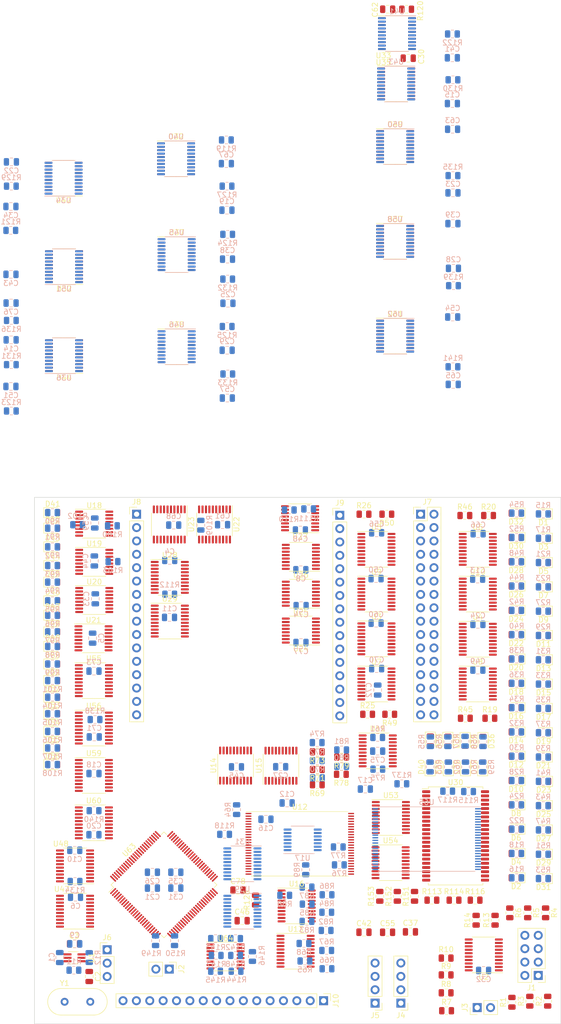
<source format=kicad_pcb>
(kicad_pcb (version 20171130) (host pcbnew "(5.1.10)-1")
  (layers (0 F.Cu signal) (1 In1.Cu signal) (2 In2.Cu signal) (31 B.Cu signal) (34 B.Paste user) (35 F.Paste user) (36 B.SilkS user) (37 F.SilkS user) (38 B.Mask user) (39 F.Mask user) (44 Edge.Cuts user))
  (net 0 "")
  (net 1 GND)
  (net 2 "Net-(C1-Pad1)")
  (net 3 "Net-(C2-Pad1)")
  (net 4 +3V3)
  (net 5 /GPIO/P0)
  (net 6 "Net-(D1-Pad1)")
  (net 7 /GPIO/P31)
  (net 8 "Net-(D2-Pad1)")
  (net 9 /GPIO/P1)
  (net 10 "Net-(D3-Pad1)")
  (net 11 /GPIO/P30)
  (net 12 "Net-(D4-Pad1)")
  (net 13 /GPIO/P2)
  (net 14 "Net-(D5-Pad1)")
  (net 15 /GPIO/P29)
  (net 16 "Net-(D6-Pad1)")
  (net 17 /GPIO/P3)
  (net 18 "Net-(D7-Pad1)")
  (net 19 /GPIO/P28)
  (net 20 "Net-(D8-Pad1)")
  (net 21 /GPIO/P4)
  (net 22 "Net-(D9-Pad1)")
  (net 23 /GPIO/P27)
  (net 24 "Net-(D10-Pad1)")
  (net 25 /GPIO/P5)
  (net 26 "Net-(D11-Pad1)")
  (net 27 /GPIO/P26)
  (net 28 "Net-(D12-Pad1)")
  (net 29 /GPIO/P6)
  (net 30 "Net-(D13-Pad1)")
  (net 31 /GPIO/P25)
  (net 32 "Net-(D14-Pad1)")
  (net 33 /GPIO/P7)
  (net 34 "Net-(D15-Pad1)")
  (net 35 /GPIO/P24)
  (net 36 "Net-(D16-Pad1)")
  (net 37 /GPIO/P8)
  (net 38 "Net-(D17-Pad1)")
  (net 39 /GPIO/P23)
  (net 40 "Net-(D18-Pad1)")
  (net 41 /GPIO/P9)
  (net 42 "Net-(D19-Pad1)")
  (net 43 /GPIO/P22)
  (net 44 "Net-(D20-Pad1)")
  (net 45 /GPIO/P10)
  (net 46 "Net-(D21-Pad1)")
  (net 47 /GPIO/P21)
  (net 48 "Net-(D22-Pad1)")
  (net 49 /GPIO/P11)
  (net 50 "Net-(D23-Pad1)")
  (net 51 /GPIO/P20)
  (net 52 "Net-(D24-Pad1)")
  (net 53 /GPIO/P12)
  (net 54 "Net-(D25-Pad1)")
  (net 55 /GPIO/P19)
  (net 56 "Net-(D26-Pad1)")
  (net 57 /GPIO/P13)
  (net 58 "Net-(D27-Pad1)")
  (net 59 /GPIO/P18)
  (net 60 "Net-(D28-Pad1)")
  (net 61 /GPIO/P14)
  (net 62 "Net-(D29-Pad1)")
  (net 63 /GPIO/P17)
  (net 64 "Net-(D30-Pad1)")
  (net 65 /GPIO/P15)
  (net 66 "Net-(D31-Pad1)")
  (net 67 /GPIO/P16)
  (net 68 "Net-(D32-Pad1)")
  (net 69 ~ALDD)
  (net 70 "Net-(D33-Pad1)")
  (net 71 ~AHDD)
  (net 72 "Net-(D34-Pad1)")
  (net 73 ~BLDD)
  (net 74 "Net-(D35-Pad1)")
  (net 75 ~BHDD)
  (net 76 "Net-(D36-Pad1)")
  (net 77 "Net-(D37-Pad1)")
  (net 78 "Net-(D38-Pad1)")
  (net 79 "Net-(D39-Pad1)")
  (net 80 "Net-(D40-Pad1)")
  (net 81 /ProgramCounter/PC0)
  (net 82 "Net-(D41-Pad1)")
  (net 83 /ProgramCounter/PC1)
  (net 84 "Net-(D42-Pad1)")
  (net 85 /ProgramCounter/PC2)
  (net 86 "Net-(D43-Pad1)")
  (net 87 /ProgramCounter/PC3)
  (net 88 "Net-(D44-Pad1)")
  (net 89 /ProgramCounter/PC4)
  (net 90 "Net-(D45-Pad1)")
  (net 91 /ProgramCounter/PC5)
  (net 92 "Net-(D46-Pad1)")
  (net 93 /ProgramCounter/PC6)
  (net 94 "Net-(D47-Pad1)")
  (net 95 /ProgramCounter/PC7)
  (net 96 "Net-(D48-Pad1)")
  (net 97 /ProgramCounter/PC8)
  (net 98 "Net-(D49-Pad1)")
  (net 99 /ProgramCounter/PC9)
  (net 100 "Net-(D50-Pad1)")
  (net 101 /ProgramCounter/PC10)
  (net 102 "Net-(D51-Pad1)")
  (net 103 /ProgramCounter/PC11)
  (net 104 "Net-(D52-Pad1)")
  (net 105 /ProgramCounter/PC12)
  (net 106 "Net-(D53-Pad1)")
  (net 107 /ProgramCounter/PC13)
  (net 108 "Net-(D54-Pad1)")
  (net 109 /ProgramCounter/PC14)
  (net 110 "Net-(D55-Pad1)")
  (net 111 /ProgramCounter/PC15)
  (net 112 "Net-(D56-Pad1)")
  (net 113 ProgramInstructDisable_5V)
  (net 114 PS\2_CLK_5V)
  (net 115 PS\2_Data_5V)
  (net 116 TCK_5V)
  (net 117 TDO_5V)
  (net 118 TDI_5V)
  (net 119 TMS_5V)
  (net 120 PS\2_CLK_3.3V)
  (net 121 PS\2_Data_3.3V)
  (net 122 CLK)
  (net 123 /ALU/B15)
  (net 124 /ALU/B14)
  (net 125 /ALU/B13)
  (net 126 /ALU/B12)
  (net 127 /ALU/B11)
  (net 128 /ALU/B10)
  (net 129 /ALU/B9)
  (net 130 /ALU/B8)
  (net 131 /ALU/B7)
  (net 132 /ALU/B6)
  (net 133 /ALU/B5)
  (net 134 /ALU/B4)
  (net 135 /ALU/B3)
  (net 136 /ALU/B2)
  (net 137 /ALU/B1)
  (net 138 /ALU/B0)
  (net 139 /ALU/Ins15)
  (net 140 /ALU/Ins14)
  (net 141 /ALU/Ins13)
  (net 142 /ALU/Ins12)
  (net 143 /ALU/Ins11)
  (net 144 /ALU/Ins10)
  (net 145 /ALU/Ins9)
  (net 146 /ALU/Ins8)
  (net 147 /ALU/Ins7)
  (net 148 /ALU/Ins6)
  (net 149 /ALU/Ins5)
  (net 150 /ALU/Ins4)
  (net 151 /ALU/Ins3)
  (net 152 /ALU/Ins2)
  (net 153 /ALU/Ins1)
  (net 154 /ALU/Ins0)
  (net 155 TMS)
  (net 156 TDI)
  (net 157 TDO)
  (net 158 TCK)
  (net 159 "Net-(R11-Pad1)")
  (net 160 ~PortAReadLow)
  (net 161 ~PortBReadLow)
  (net 162 ~PortAReadHigh)
  (net 163 ~PortBReadHigh)
  (net 164 PortBWriteHigh)
  (net 165 PortBWriteLow)
  (net 166 PortAWriteHigh)
  (net 167 PortAWriteLow)
  (net 168 RMAControl)
  (net 169 RJBControl)
  (net 170 R4Control)
  (net 171 R3Control)
  (net 172 R2Control)
  (net 173 R1Control)
  (net 174 DDR_Load)
  (net 175 ~RMARightOutput)
  (net 176 ~RJBRightOutput)
  (net 177 ~R4Out)
  (net 178 ~R2Out)
  (net 179 ~RMALeftOutput)
  (net 180 ~RJBLeftOutput)
  (net 181 ~R3Out)
  (net 182 ~R1Out)
  (net 183 ~CounterLoad)
  (net 184 "Net-(R77-Pad2)")
  (net 185 CounterClear)
  (net 186 ~CounterOutEnable)
  (net 187 ~StackLoad)
  (net 188 StackClear)
  (net 189 ~StackOut)
  (net 190 ~MemOutEnable)
  (net 191 ~MemWriteControl)
  (net 192 ProgramInsDisable)
  (net 193 ~MainRegOutputControl)
  (net 194 ~MainRegLeftOutput)
  (net 195 ~MainRegRightOutput)
  (net 196 ~RamAddrEnable)
  (net 197 RegLatch)
  (net 198 CounterUp)
  (net 199 StackDown)
  (net 200 StackUp)
  (net 201 InsRegControl)
  (net 202 MainRegReadControl)
  (net 203 ~PortEnable)
  (net 204 /ALU/State1)
  (net 205 /ALU/State0)
  (net 206 /ALU/State2)
  (net 207 ~I-O_RegisterLatch)
  (net 208 ~GeneralRegisterLatch)
  (net 209 "Net-(U12-Pad9)")
  (net 210 "Net-(U13-Pad14)")
  (net 211 "Net-(U13-Pad13)")
  (net 212 "Net-(U13-Pad12)")
  (net 213 "Net-(U13-Pad11)")
  (net 214 "Net-(U13-Pad9)")
  (net 215 "Net-(U13-Pad8)")
  (net 216 "Net-(U13-Pad7)")
  (net 217 "Net-(U13-Pad6)")
  (net 218 ~ALU_Enable)
  (net 219 "Net-(U15-Pad6)")
  (net 220 /ProgramCounter/JB0)
  (net 221 /ProgramCounter/JB2)
  (net 222 /ProgramCounter/JB3)
  (net 223 /ProgramCounter/JB1)
  (net 224 /ProgramCounter/JB4)
  (net 225 /ProgramCounter/JB6)
  (net 226 /ProgramCounter/JB7)
  (net 227 /ProgramCounter/JB5)
  (net 228 /ProgramCounter/JB8)
  (net 229 "Net-(U18-Pad13)")
  (net 230 "Net-(U18-Pad12)")
  (net 231 /ProgramCounter/JB10)
  (net 232 /ProgramCounter/JB11)
  (net 233 /ProgramCounter/JB9)
  (net 234 /ProgramCounter/JB12)
  (net 235 "Net-(U19-Pad13)")
  (net 236 "Net-(U19-Pad12)")
  (net 237 /ProgramCounter/JB14)
  (net 238 /ProgramCounter/JB15)
  (net 239 /ProgramCounter/JB13)
  (net 240 /StackPointer/SP3)
  (net 241 /StackPointer/SP2)
  (net 242 /StackPointer/SP0)
  (net 243 /StackPointer/SP1)
  (net 244 /StackPointer/SP7)
  (net 245 /StackPointer/SP6)
  (net 246 /StackPointer/SP4)
  (net 247 /StackPointer/SP5)
  (net 248 "Net-(U24-Pad13)")
  (net 249 "Net-(U24-Pad12)")
  (net 250 /StackPointer/SP11)
  (net 251 /StackPointer/SP10)
  (net 252 /StackPointer/SP8)
  (net 253 /StackPointer/SP9)
  (net 254 "Net-(U25-Pad13)")
  (net 255 "Net-(U25-Pad12)")
  (net 256 /StackPointer/SP15)
  (net 257 /StackPointer/SP14)
  (net 258 /StackPointer/SP12)
  (net 259 /StackPointer/SP13)
  (net 260 /Registers/Acc0)
  (net 261 /Registers/Acc1)
  (net 262 /Registers/Acc2)
  (net 263 /Registers/Acc3)
  (net 264 /Registers/Acc4)
  (net 265 /Registers/Acc5)
  (net 266 /Registers/Acc6)
  (net 267 /Registers/Acc7)
  (net 268 /ALU/OddR0)
  (net 269 /ALU/OddR1)
  (net 270 /ALU/OddR2)
  (net 271 /ALU/OddR3)
  (net 272 /ALU/OddR4)
  (net 273 /ALU/OddR5)
  (net 274 /ALU/OddR6)
  (net 275 /ALU/OddR7)
  (net 276 /ALU/EvenR0)
  (net 277 /ALU/EvenR1)
  (net 278 /ALU/EvenR2)
  (net 279 /ALU/EvenR3)
  (net 280 /ALU/EvenR4)
  (net 281 /ALU/EvenR5)
  (net 282 /ALU/EvenR6)
  (net 283 /ALU/EvenR7)
  (net 284 /Registers/RA0)
  (net 285 /Registers/RA1)
  (net 286 /Registers/RA2)
  (net 287 /Registers/RA3)
  (net 288 /Registers/RA4)
  (net 289 /Registers/RA5)
  (net 290 /Registers/RA6)
  (net 291 /Registers/RA7)
  (net 292 /Registers/Acc8)
  (net 293 /Registers/Acc9)
  (net 294 /Registers/Acc10)
  (net 295 /Registers/Acc11)
  (net 296 /Registers/Acc12)
  (net 297 /Registers/Acc13)
  (net 298 /Registers/Acc14)
  (net 299 /Registers/Acc15)
  (net 300 /ALU/OddR8)
  (net 301 /ALU/OddR9)
  (net 302 /ALU/OddR10)
  (net 303 /ALU/OddR11)
  (net 304 /ALU/OddR12)
  (net 305 /ALU/OddR13)
  (net 306 /ALU/OddR14)
  (net 307 /ALU/OddR15)
  (net 308 /ALU/EvenR8)
  (net 309 /ALU/EvenR9)
  (net 310 /ALU/EvenR10)
  (net 311 /ALU/EvenR11)
  (net 312 /ALU/EvenR12)
  (net 313 /ALU/EvenR13)
  (net 314 /ALU/EvenR14)
  (net 315 /ALU/EvenR15)
  (net 316 /Registers/RA8)
  (net 317 /Registers/RA9)
  (net 318 /Registers/RA10)
  (net 319 /Registers/RA11)
  (net 320 /Registers/RA12)
  (net 321 /Registers/RA13)
  (net 322 /Registers/RA14)
  (net 323 /Registers/RA15)
  (net 324 FLASHPAGE2)
  (net 325 FLASHPAGE1)
  (net 326 FLASHPAGE0)
  (net 327 RAM_PAGE)
  (net 328 "Net-(J3-Pad2)")
  (net 329 "Net-(R61-Pad2)")
  (net 330 "Net-(R64-Pad2)")
  (net 331 "Net-(R76-Pad2)")
  (net 332 "Net-(R102-Pad2)")
  (net 333 "Net-(R114-Pad1)")
  (net 334 "Net-(R115-Pad1)")
  (net 335 "Net-(R116-Pad1)")
  (net 336 "Net-(R119-Pad1)")
  (net 337 "Net-(R124-Pad1)")
  (net 338 "Net-(R125-Pad1)")
  (net 339 "Net-(R126-Pad1)")
  (net 340 "Net-(R127-Pad1)")
  (net 341 "Net-(R132-Pad1)")
  (net 342 "Net-(R133-Pad1)")
  (net 343 "Net-(R142-Pad2)")
  (net 344 "Net-(R143-Pad2)")
  (net 345 "Net-(R144-Pad2)")
  (net 346 "Net-(R145-Pad2)")
  (net 347 "Net-(R146-Pad2)")
  (net 348 "Net-(R147-Pad2)")
  (net 349 "Net-(R148-Pad2)")
  (net 350 "Net-(R151-Pad2)")
  (net 351 "Net-(R153-Pad2)")
  (net 352 "Net-(U1-Pad1)")
  (net 353 "Net-(U2-Pad11)")
  (net 354 "Net-(U2-Pad9)")
  (net 355 "Net-(U12-Pad47)")
  (net 356 "Net-(U12-Pad15)")
  (net 357 "Net-(U12-Pad14)")
  (net 358 "Net-(U12-Pad13)")
  (net 359 "Net-(U12-Pad12)")
  (net 360 "Net-(U12-Pad10)")
  (net 361 "Net-(U14-Pad11)")
  (net 362 "Net-(U14-Pad9)")
  (net 363 "Net-(U15-Pad14)")
  (net 364 "Net-(U15-Pad13)")
  (net 365 "Net-(U15-Pad12)")
  (net 366 "Net-(U15-Pad11)")
  (net 367 "Net-(U15-Pad9)")
  (net 368 "Net-(U15-Pad8)")
  (net 369 "Net-(U15-Pad7)")
  (net 370 "Net-(U17-Pad6)")
  (net 371 "Net-(U20-Pad13)")
  (net 372 "Net-(U20-Pad12)")
  (net 373 "Net-(U21-Pad13)")
  (net 374 "Net-(U21-Pad12)")
  (net 375 "/Boot Flash/MA0")
  (net 376 "/Boot Flash/MA1")
  (net 377 "/Boot Flash/MA2")
  (net 378 "/Boot Flash/MA3")
  (net 379 "/Boot Flash/MA4")
  (net 380 "/Boot Flash/MA5")
  (net 381 "/Boot Flash/MA6")
  (net 382 "/Boot Flash/MA7")
  (net 383 "/Boot Flash/MA8")
  (net 384 "/Boot Flash/MA9")
  (net 385 "/Boot Flash/MA10")
  (net 386 "/Boot Flash/MA11")
  (net 387 "/Boot Flash/MA12")
  (net 388 "/Boot Flash/MA13")
  (net 389 "/Boot Flash/MA14")
  (net 390 "/Boot Flash/MA15")
  (net 391 "Net-(U26-Pad13)")
  (net 392 "Net-(U26-Pad12)")
  (net 393 "Net-(U27-Pad13)")
  (net 394 "Net-(U27-Pad12)")
  (net 395 "Net-(U30-Pad28)")
  (net 396 "Net-(U30-Pad23)")
  (net 397 "Net-(U63-Pad80)")
  (net 398 "Net-(U63-Pad73)")
  (net 399 "Net-(U63-Pad46)")
  (net 400 "Net-(U63-Pad43)")
  (net 401 "Net-(U63-Pad34)")
  (net 402 "Net-(U63-Pad24)")
  (net 403 "Net-(U63-Pad19)")
  (net 404 "Net-(U63-Pad7)")
  (net 405 "Net-(U63-Pad2)")
  (net 406 "Net-(U64-Pad13)")
  (net 407 "Net-(U64-Pad12)")
  (net 408 "Net-(U64-Pad7)")
  (net 409 "Net-(U65-Pad47)")
  (net 410 "Net-(U65-Pad15)")
  (net 411 "Net-(U65-Pad14)")
  (net 412 "Net-(U65-Pad13)")
  (net 413 "Net-(U65-Pad12)")
  (net 414 "Net-(U65-Pad10)")
  (net 415 "Net-(U65-Pad9)")
  (net 416 FlashOut)
  (net 417 "Net-(U17-Pad3)")
  (net 418 "Net-(U17-Pad2)")
  (net 419 "Net-(U17-Pad1)")
  (net 420 "Net-(U63-Pad94)")
  (net 421 "Net-(U63-Pad93)")
  (module Resistor_SMD:R_0805_2012Metric (layer B.Cu) (at 138.8 57.4)
    (fp_text reference R100 (at 0 1.65) (layer B.SilkS) (effects (justify mirror)))
    (fp_text value 50K)
    (pad 2 smd roundrect (at 0.9125 0) (size 1.025 1.4) (layers B.Cu B.Paste B.Mask) (roundrect_rratio 0.243902) (net 183 ~CounterLoad))
    (pad 1 smd roundrect (at -0.9125 0) (size 1.025 1.4) (layers B.Cu B.Paste B.Mask) (roundrect_rratio 0.243902) (net 4 +3V3))
  )
  (module Resistor_SMD:R_0805_2012Metric (layer B.Cu) (at 138.9125 64.2)
    (fp_text reference R103 (at 0 1.65) (layer B.SilkS) (effects (justify mirror)))
    (fp_text value 50K)
    (pad 2 smd roundrect (at 0.9125 0) (size 1.025 1.4) (layers B.Cu B.Paste B.Mask) (roundrect_rratio 0.243902) (net 185 CounterClear))
    (pad 1 smd roundrect (at -0.9125 0) (size 1.025 1.4) (layers B.Cu B.Paste B.Mask) (roundrect_rratio 0.243902) (net 1 GND))
  )
  (module Resistor_SMD:R_0805_2012Metric (layer B.Cu) (at 132.2 57.2 180)
    (fp_text reference R102 (at 0 1.65) (layer B.SilkS) (effects (justify mirror)))
    (fp_text value 50K)
    (pad 2 smd roundrect (at 0.9125 0 180) (size 1.025 1.4) (layers B.Cu B.Paste B.Mask) (roundrect_rratio 0.243902) (net 332 "Net-(R102-Pad2)"))
    (pad 1 smd roundrect (at -0.9125 0 180) (size 1.025 1.4) (layers B.Cu B.Paste B.Mask) (roundrect_rratio 0.243902) (net 1 GND))
  )
  (module Capacitor_SMD:C_0805_2012Metric (layer B.Cu) (at 135.45 56.87 270)
    (fp_text reference C59 (at 0 1.68 90) (layer B.SilkS) (effects (justify mirror)))
    (fp_text value 100n)
    (pad 2 smd roundrect (at 0.95 0 270) (size 1 1.45) (layers B.Cu B.Paste B.Mask) (net 1 GND))
    (pad 1 smd roundrect (at -0.95 0 270) (size 1 1.45) (layers B.Cu B.Paste B.Mask) (net 4 +3V3))
  )
  (module Package_SO:TSSOP-16_4.4x5mm_P0.65mm (layer F.Cu) (at 135.35 71.5)
    (fp_text reference U20 (at 0 -3.45) (layer F.SilkS))
    (fp_text value 74hc193)
    (pad 16 smd roundrect (at 2.8625 -2.275) (size 1.475 0.4) (layers F.Cu F.Paste F.Mask) (net 4 +3V3))
    (pad 15 smd roundrect (at 2.8625 -1.625) (size 1.475 0.4) (layers F.Cu F.Paste F.Mask) (net 228 /ProgramCounter/JB8))
    (pad 14 smd roundrect (at 2.8625 -0.975) (size 1.475 0.4) (layers F.Cu F.Paste F.Mask) (net 185 CounterClear))
    (pad 13 smd roundrect (at 2.8625 -0.325) (size 1.475 0.4) (layers F.Cu F.Paste F.Mask) (net 371 "Net-(U20-Pad13)"))
    (pad 12 smd roundrect (at 2.8625 0.325) (size 1.475 0.4) (layers F.Cu F.Paste F.Mask) (net 372 "Net-(U20-Pad12)"))
    (pad 11 smd roundrect (at 2.8625 0.975) (size 1.475 0.4) (layers F.Cu F.Paste F.Mask) (net 183 ~CounterLoad))
    (pad 10 smd roundrect (at 2.8625 1.625) (size 1.475 0.4) (layers F.Cu F.Paste F.Mask) (net 231 /ProgramCounter/JB10))
    (pad 9 smd roundrect (at 2.8625 2.275) (size 1.475 0.4) (layers F.Cu F.Paste F.Mask) (net 232 /ProgramCounter/JB11))
    (pad 8 smd roundrect (at -2.8625 2.275) (size 1.475 0.4) (layers F.Cu F.Paste F.Mask) (net 1 GND))
    (pad 7 smd roundrect (at -2.8625 1.625) (size 1.475 0.4) (layers F.Cu F.Paste F.Mask) (net 103 /ProgramCounter/PC11))
    (pad 6 smd roundrect (at -2.8625 0.975) (size 1.475 0.4) (layers F.Cu F.Paste F.Mask) (net 101 /ProgramCounter/PC10))
    (pad 5 smd roundrect (at -2.8625 0.325) (size 1.475 0.4) (layers F.Cu F.Paste F.Mask) (net 236 "Net-(U19-Pad12)"))
    (pad 4 smd roundrect (at -2.8625 -0.325) (size 1.475 0.4) (layers F.Cu F.Paste F.Mask) (net 235 "Net-(U19-Pad13)"))
    (pad 3 smd roundrect (at -2.8625 -0.975) (size 1.475 0.4) (layers F.Cu F.Paste F.Mask) (net 97 /ProgramCounter/PC8))
    (pad 2 smd roundrect (at -2.8625 -1.625) (size 1.475 0.4) (layers F.Cu F.Paste F.Mask) (net 99 /ProgramCounter/PC9))
    (pad 1 smd roundrect (at -2.8625 -2.275) (size 1.475 0.4) (layers F.Cu F.Paste F.Mask) (net 233 /ProgramCounter/JB9))
  )
  (module Package_SO:TSSOP-16_4.4x5mm_P0.65mm (layer F.Cu) (at 135.35 64.25)
    (fp_text reference U19 (at 0 -3.45) (layer F.SilkS))
    (fp_text value 74hc193)
    (pad 16 smd roundrect (at 2.8625 -2.275) (size 1.475 0.4) (layers F.Cu F.Paste F.Mask) (net 4 +3V3))
    (pad 15 smd roundrect (at 2.8625 -1.625) (size 1.475 0.4) (layers F.Cu F.Paste F.Mask) (net 224 /ProgramCounter/JB4))
    (pad 14 smd roundrect (at 2.8625 -0.975) (size 1.475 0.4) (layers F.Cu F.Paste F.Mask) (net 185 CounterClear))
    (pad 13 smd roundrect (at 2.8625 -0.325) (size 1.475 0.4) (layers F.Cu F.Paste F.Mask) (net 235 "Net-(U19-Pad13)"))
    (pad 12 smd roundrect (at 2.8625 0.325) (size 1.475 0.4) (layers F.Cu F.Paste F.Mask) (net 236 "Net-(U19-Pad12)"))
    (pad 11 smd roundrect (at 2.8625 0.975) (size 1.475 0.4) (layers F.Cu F.Paste F.Mask) (net 183 ~CounterLoad))
    (pad 10 smd roundrect (at 2.8625 1.625) (size 1.475 0.4) (layers F.Cu F.Paste F.Mask) (net 225 /ProgramCounter/JB6))
    (pad 9 smd roundrect (at 2.8625 2.275) (size 1.475 0.4) (layers F.Cu F.Paste F.Mask) (net 226 /ProgramCounter/JB7))
    (pad 8 smd roundrect (at -2.8625 2.275) (size 1.475 0.4) (layers F.Cu F.Paste F.Mask) (net 1 GND))
    (pad 7 smd roundrect (at -2.8625 1.625) (size 1.475 0.4) (layers F.Cu F.Paste F.Mask) (net 95 /ProgramCounter/PC7))
    (pad 6 smd roundrect (at -2.8625 0.975) (size 1.475 0.4) (layers F.Cu F.Paste F.Mask) (net 93 /ProgramCounter/PC6))
    (pad 5 smd roundrect (at -2.8625 0.325) (size 1.475 0.4) (layers F.Cu F.Paste F.Mask) (net 230 "Net-(U18-Pad12)"))
    (pad 4 smd roundrect (at -2.8625 -0.325) (size 1.475 0.4) (layers F.Cu F.Paste F.Mask) (net 229 "Net-(U18-Pad13)"))
    (pad 3 smd roundrect (at -2.8625 -0.975) (size 1.475 0.4) (layers F.Cu F.Paste F.Mask) (net 89 /ProgramCounter/PC4))
    (pad 2 smd roundrect (at -2.8625 -1.625) (size 1.475 0.4) (layers F.Cu F.Paste F.Mask) (net 91 /ProgramCounter/PC5))
    (pad 1 smd roundrect (at -2.8625 -2.275) (size 1.475 0.4) (layers F.Cu F.Paste F.Mask) (net 227 /ProgramCounter/JB5))
  )
  (module Package_SO:TSSOP-16_4.4x5mm_P0.65mm (layer F.Cu) (at 135.2125 78.775)
    (fp_text reference U21 (at 0 -3.45) (layer F.SilkS))
    (fp_text value 74hc193)
    (pad 16 smd roundrect (at 2.8625 -2.275) (size 1.475 0.4) (layers F.Cu F.Paste F.Mask) (net 4 +3V3))
    (pad 15 smd roundrect (at 2.8625 -1.625) (size 1.475 0.4) (layers F.Cu F.Paste F.Mask) (net 234 /ProgramCounter/JB12))
    (pad 14 smd roundrect (at 2.8625 -0.975) (size 1.475 0.4) (layers F.Cu F.Paste F.Mask) (net 185 CounterClear))
    (pad 13 smd roundrect (at 2.8625 -0.325) (size 1.475 0.4) (layers F.Cu F.Paste F.Mask) (net 373 "Net-(U21-Pad13)"))
    (pad 12 smd roundrect (at 2.8625 0.325) (size 1.475 0.4) (layers F.Cu F.Paste F.Mask) (net 374 "Net-(U21-Pad12)"))
    (pad 11 smd roundrect (at 2.8625 0.975) (size 1.475 0.4) (layers F.Cu F.Paste F.Mask) (net 183 ~CounterLoad))
    (pad 10 smd roundrect (at 2.8625 1.625) (size 1.475 0.4) (layers F.Cu F.Paste F.Mask) (net 237 /ProgramCounter/JB14))
    (pad 9 smd roundrect (at 2.8625 2.275) (size 1.475 0.4) (layers F.Cu F.Paste F.Mask) (net 238 /ProgramCounter/JB15))
    (pad 8 smd roundrect (at -2.8625 2.275) (size 1.475 0.4) (layers F.Cu F.Paste F.Mask) (net 1 GND))
    (pad 7 smd roundrect (at -2.8625 1.625) (size 1.475 0.4) (layers F.Cu F.Paste F.Mask) (net 111 /ProgramCounter/PC15))
    (pad 6 smd roundrect (at -2.8625 0.975) (size 1.475 0.4) (layers F.Cu F.Paste F.Mask) (net 109 /ProgramCounter/PC14))
    (pad 5 smd roundrect (at -2.8625 0.325) (size 1.475 0.4) (layers F.Cu F.Paste F.Mask) (net 372 "Net-(U20-Pad12)"))
    (pad 4 smd roundrect (at -2.8625 -0.325) (size 1.475 0.4) (layers F.Cu F.Paste F.Mask) (net 371 "Net-(U20-Pad13)"))
    (pad 3 smd roundrect (at -2.8625 -0.975) (size 1.475 0.4) (layers F.Cu F.Paste F.Mask) (net 105 /ProgramCounter/PC12))
    (pad 2 smd roundrect (at -2.8625 -1.625) (size 1.475 0.4) (layers F.Cu F.Paste F.Mask) (net 107 /ProgramCounter/PC13))
    (pad 1 smd roundrect (at -2.8625 -2.275) (size 1.475 0.4) (layers F.Cu F.Paste F.Mask) (net 239 /ProgramCounter/JB13))
  )
  (module Package_SO:TSSOP-16_4.4x5mm_P0.65mm (layer F.Cu) (at 135.35 57)
    (fp_text reference U18 (at 0 -3.45) (layer F.SilkS))
    (fp_text value 74hc193)
    (pad 16 smd roundrect (at 2.8625 -2.275) (size 1.475 0.4) (layers F.Cu F.Paste F.Mask) (net 4 +3V3))
    (pad 15 smd roundrect (at 2.8625 -1.625) (size 1.475 0.4) (layers F.Cu F.Paste F.Mask) (net 220 /ProgramCounter/JB0))
    (pad 14 smd roundrect (at 2.8625 -0.975) (size 1.475 0.4) (layers F.Cu F.Paste F.Mask) (net 185 CounterClear))
    (pad 13 smd roundrect (at 2.8625 -0.325) (size 1.475 0.4) (layers F.Cu F.Paste F.Mask) (net 229 "Net-(U18-Pad13)"))
    (pad 12 smd roundrect (at 2.8625 0.325) (size 1.475 0.4) (layers F.Cu F.Paste F.Mask) (net 230 "Net-(U18-Pad12)"))
    (pad 11 smd roundrect (at 2.8625 0.975) (size 1.475 0.4) (layers F.Cu F.Paste F.Mask) (net 183 ~CounterLoad))
    (pad 10 smd roundrect (at 2.8625 1.625) (size 1.475 0.4) (layers F.Cu F.Paste F.Mask) (net 221 /ProgramCounter/JB2))
    (pad 9 smd roundrect (at 2.8625 2.275) (size 1.475 0.4) (layers F.Cu F.Paste F.Mask) (net 222 /ProgramCounter/JB3))
    (pad 8 smd roundrect (at -2.8625 2.275) (size 1.475 0.4) (layers F.Cu F.Paste F.Mask) (net 1 GND))
    (pad 7 smd roundrect (at -2.8625 1.625) (size 1.475 0.4) (layers F.Cu F.Paste F.Mask) (net 87 /ProgramCounter/PC3))
    (pad 6 smd roundrect (at -2.8625 0.975) (size 1.475 0.4) (layers F.Cu F.Paste F.Mask) (net 85 /ProgramCounter/PC2))
    (pad 5 smd roundrect (at -2.8625 0.325) (size 1.475 0.4) (layers F.Cu F.Paste F.Mask) (net 198 CounterUp))
    (pad 4 smd roundrect (at -2.8625 -0.325) (size 1.475 0.4) (layers F.Cu F.Paste F.Mask) (net 332 "Net-(R102-Pad2)"))
    (pad 3 smd roundrect (at -2.8625 -0.975) (size 1.475 0.4) (layers F.Cu F.Paste F.Mask) (net 81 /ProgramCounter/PC0))
    (pad 2 smd roundrect (at -2.8625 -1.625) (size 1.475 0.4) (layers F.Cu F.Paste F.Mask) (net 83 /ProgramCounter/PC1))
    (pad 1 smd roundrect (at -2.8625 -2.275) (size 1.475 0.4) (layers F.Cu F.Paste F.Mask) (net 223 /ProgramCounter/JB1))
  )
  (module Capacitor_SMD:C_0805_2012Metric (layer B.Cu) (at 135.37 64.08 270)
    (fp_text reference C44 (at 0 1.68 90) (layer B.SilkS) (effects (justify mirror)))
    (fp_text value 100n)
    (pad 2 smd roundrect (at 0.95 0 270) (size 1 1.45) (layers B.Cu B.Paste B.Mask) (net 1 GND))
    (pad 1 smd roundrect (at -0.95 0 270) (size 1 1.45) (layers B.Cu B.Paste B.Mask) (net 4 +3V3))
  )
  (module Capacitor_SMD:C_0805_2012Metric (layer B.Cu) (at 135.55 71.27 270)
    (fp_text reference C33 (at 0 1.68 90) (layer B.SilkS) (effects (justify mirror)))
    (fp_text value 100n)
    (pad 2 smd roundrect (at 0.95 0 270) (size 1 1.45) (layers B.Cu B.Paste B.Mask) (net 1 GND))
    (pad 1 smd roundrect (at -0.95 0 270) (size 1 1.45) (layers B.Cu B.Paste B.Mask) (net 4 +3V3))
  )
  (module Resistor_SMD:R_0805_2012Metric (layer B.Cu) (at 127.4225 74.4)
    (fp_text reference R96 (at 0 1.65 180) (layer B.SilkS) (effects (justify mirror)))
    (fp_text value 330)
    (pad 2 smd roundrect (at 0.9125 0) (size 1.025 1.4) (layers B.Cu B.Paste B.Mask) (roundrect_rratio 0.243902) (net 1 GND))
    (pad 1 smd roundrect (at -0.9125 0) (size 1.025 1.4) (layers B.Cu B.Paste B.Mask) (roundrect_rratio 0.243902) (net 94 "Net-(D47-Pad1)"))
  )
  (module Resistor_SMD:R_0805_2012Metric (layer B.Cu) (at 127.4225 80.3)
    (fp_text reference R98 (at 0 1.65 180) (layer B.SilkS) (effects (justify mirror)))
    (fp_text value 330)
    (pad 2 smd roundrect (at 0.9125 0) (size 1.025 1.4) (layers B.Cu B.Paste B.Mask) (roundrect_rratio 0.243902) (net 1 GND))
    (pad 1 smd roundrect (at -0.9125 0) (size 1.025 1.4) (layers B.Cu B.Paste B.Mask) (roundrect_rratio 0.243902) (net 98 "Net-(D49-Pad1)"))
  )
  (module Resistor_SMD:R_0805_2012Metric (layer B.Cu) (at 127.4225 83.65)
    (fp_text reference R99 (at 0 1.65 180) (layer B.SilkS) (effects (justify mirror)))
    (fp_text value 330)
    (pad 2 smd roundrect (at 0.9125 0) (size 1.025 1.4) (layers B.Cu B.Paste B.Mask) (roundrect_rratio 0.243902) (net 1 GND))
    (pad 1 smd roundrect (at -0.9125 0) (size 1.025 1.4) (layers B.Cu B.Paste B.Mask) (roundrect_rratio 0.243902) (net 100 "Net-(D50-Pad1)"))
  )
  (module Resistor_SMD:R_0805_2012Metric (layer B.Cu) (at 127.4225 99.6)
    (fp_text reference R107 (at 0 1.65 180) (layer B.SilkS) (effects (justify mirror)))
    (fp_text value 330)
    (pad 2 smd roundrect (at 0.9125 0) (size 1.025 1.4) (layers B.Cu B.Paste B.Mask) (roundrect_rratio 0.243902) (net 1 GND))
    (pad 1 smd roundrect (at -0.9125 0) (size 1.025 1.4) (layers B.Cu B.Paste B.Mask) (roundrect_rratio 0.243902) (net 110 "Net-(D55-Pad1)"))
  )
  (module Resistor_SMD:R_0805_2012Metric (layer B.Cu) (at 127.4225 77.55)
    (fp_text reference R97 (at 0 1.65 180) (layer B.SilkS) (effects (justify mirror)))
    (fp_text value 330)
    (pad 2 smd roundrect (at 0.9125 0) (size 1.025 1.4) (layers B.Cu B.Paste B.Mask) (roundrect_rratio 0.243902) (net 1 GND))
    (pad 1 smd roundrect (at -0.9125 0) (size 1.025 1.4) (layers B.Cu B.Paste B.Mask) (roundrect_rratio 0.243902) (net 96 "Net-(D48-Pad1)"))
  )
  (module Resistor_SMD:R_0805_2012Metric (layer B.Cu) (at 127.4225 102.75)
    (fp_text reference R108 (at 0 1.65 180) (layer B.SilkS) (effects (justify mirror)))
    (fp_text value 330)
    (pad 2 smd roundrect (at 0.9125 0) (size 1.025 1.4) (layers B.Cu B.Paste B.Mask) (roundrect_rratio 0.243902) (net 1 GND))
    (pad 1 smd roundrect (at -0.9125 0) (size 1.025 1.4) (layers B.Cu B.Paste B.Mask) (roundrect_rratio 0.243902) (net 112 "Net-(D56-Pad1)"))
  )
  (module Resistor_SMD:R_0805_2012Metric (layer B.Cu) (at 127.4225 96.45)
    (fp_text reference R106 (at 0 1.65 180) (layer B.SilkS) (effects (justify mirror)))
    (fp_text value 330)
    (pad 2 smd roundrect (at 0.9125 0) (size 1.025 1.4) (layers B.Cu B.Paste B.Mask) (roundrect_rratio 0.243902) (net 1 GND))
    (pad 1 smd roundrect (at -0.9125 0) (size 1.025 1.4) (layers B.Cu B.Paste B.Mask) (roundrect_rratio 0.243902) (net 108 "Net-(D54-Pad1)"))
  )
  (module Resistor_SMD:R_0805_2012Metric (layer B.Cu) (at 127.4225 57.85)
    (fp_text reference R91 (at 0 1.65 180) (layer B.SilkS) (effects (justify mirror)))
    (fp_text value 330)
    (pad 2 smd roundrect (at 0.9125 0) (size 1.025 1.4) (layers B.Cu B.Paste B.Mask) (roundrect_rratio 0.243902) (net 1 GND))
    (pad 1 smd roundrect (at -0.9125 0) (size 1.025 1.4) (layers B.Cu B.Paste B.Mask) (roundrect_rratio 0.243902) (net 84 "Net-(D42-Pad1)"))
  )
  (module Resistor_SMD:R_0805_2012Metric (layer B.Cu) (at 127.4225 68.1)
    (fp_text reference R94 (at 0 1.65 180) (layer B.SilkS) (effects (justify mirror)))
    (fp_text value 330)
    (pad 2 smd roundrect (at 0.9125 0) (size 1.025 1.4) (layers B.Cu B.Paste B.Mask) (roundrect_rratio 0.243902) (net 1 GND))
    (pad 1 smd roundrect (at -0.9125 0) (size 1.025 1.4) (layers B.Cu B.Paste B.Mask) (roundrect_rratio 0.243902) (net 90 "Net-(D45-Pad1)"))
  )
  (module Resistor_SMD:R_0805_2012Metric (layer B.Cu) (at 127.4225 71.65)
    (fp_text reference R95 (at 0 1.65 180) (layer B.SilkS) (effects (justify mirror)))
    (fp_text value 330)
    (pad 2 smd roundrect (at 0.9125 0) (size 1.025 1.4) (layers B.Cu B.Paste B.Mask) (roundrect_rratio 0.243902) (net 1 GND))
    (pad 1 smd roundrect (at -0.9125 0) (size 1.025 1.4) (layers B.Cu B.Paste B.Mask) (roundrect_rratio 0.243902) (net 92 "Net-(D46-Pad1)"))
  )
  (module Resistor_SMD:R_0805_2012Metric (layer B.Cu) (at 127.4225 93.1)
    (fp_text reference R105 (at 0 1.65 180) (layer B.SilkS) (effects (justify mirror)))
    (fp_text value 330)
    (pad 2 smd roundrect (at 0.9125 0) (size 1.025 1.4) (layers B.Cu B.Paste B.Mask) (roundrect_rratio 0.243902) (net 1 GND))
    (pad 1 smd roundrect (at -0.9125 0) (size 1.025 1.4) (layers B.Cu B.Paste B.Mask) (roundrect_rratio 0.243902) (net 106 "Net-(D53-Pad1)"))
  )
  (module Resistor_SMD:R_0805_2012Metric (layer B.Cu) (at 127.4225 86.8)
    (fp_text reference R101 (at 0 1.65 180) (layer B.SilkS) (effects (justify mirror)))
    (fp_text value 330)
    (pad 2 smd roundrect (at 0.9125 0) (size 1.025 1.4) (layers B.Cu B.Paste B.Mask) (roundrect_rratio 0.243902) (net 1 GND))
    (pad 1 smd roundrect (at -0.9125 0) (size 1.025 1.4) (layers B.Cu B.Paste B.Mask) (roundrect_rratio 0.243902) (net 102 "Net-(D51-Pad1)"))
  )
  (module Resistor_SMD:R_0805_2012Metric (layer B.Cu) (at 127.4225 54.9)
    (fp_text reference R90 (at 0 1.65 180) (layer B.SilkS) (effects (justify mirror)))
    (fp_text value 330)
    (pad 2 smd roundrect (at 0.9125 0) (size 1.025 1.4) (layers B.Cu B.Paste B.Mask) (roundrect_rratio 0.243902) (net 1 GND))
    (pad 1 smd roundrect (at -0.9125 0) (size 1.025 1.4) (layers B.Cu B.Paste B.Mask) (roundrect_rratio 0.243902) (net 82 "Net-(D41-Pad1)"))
  )
  (module Resistor_SMD:R_0805_2012Metric (layer B.Cu) (at 127.4225 64.95)
    (fp_text reference R93 (at 0 1.65 180) (layer B.SilkS) (effects (justify mirror)))
    (fp_text value 330)
    (pad 2 smd roundrect (at 0.9125 0) (size 1.025 1.4) (layers B.Cu B.Paste B.Mask) (roundrect_rratio 0.243902) (net 1 GND))
    (pad 1 smd roundrect (at -0.9125 0) (size 1.025 1.4) (layers B.Cu B.Paste B.Mask) (roundrect_rratio 0.243902) (net 88 "Net-(D44-Pad1)"))
  )
  (module Resistor_SMD:R_0805_2012Metric (layer B.Cu) (at 127.4225 89.95)
    (fp_text reference R104 (at 0 1.65 180) (layer B.SilkS) (effects (justify mirror)))
    (fp_text value 330)
    (pad 2 smd roundrect (at 0.9125 0) (size 1.025 1.4) (layers B.Cu B.Paste B.Mask) (roundrect_rratio 0.243902) (net 1 GND))
    (pad 1 smd roundrect (at -0.9125 0) (size 1.025 1.4) (layers B.Cu B.Paste B.Mask) (roundrect_rratio 0.243902) (net 104 "Net-(D52-Pad1)"))
  )
  (module Resistor_SMD:R_0805_2012Metric (layer B.Cu) (at 127.4225 61.4)
    (fp_text reference R92 (at 0 1.65 180) (layer B.SilkS) (effects (justify mirror)))
    (fp_text value 330)
    (pad 2 smd roundrect (at 0.9125 0) (size 1.025 1.4) (layers B.Cu B.Paste B.Mask) (roundrect_rratio 0.243902) (net 1 GND))
    (pad 1 smd roundrect (at -0.9125 0) (size 1.025 1.4) (layers B.Cu B.Paste B.Mask) (roundrect_rratio 0.243902) (net 86 "Net-(D43-Pad1)"))
  )
  (module Capacitor_SMD:C_0805_2012Metric (layer B.Cu) (at 135.04 78.74 90)
    (fp_text reference C5 (at 0 1.68 90) (layer B.SilkS) (effects (justify mirror)))
    (fp_text value 100n)
    (pad 2 smd roundrect (at 0.95 0 90) (size 1 1.45) (layers B.Cu B.Paste B.Mask) (net 1 GND))
    (pad 1 smd roundrect (at -0.95 0 90) (size 1 1.45) (layers B.Cu B.Paste B.Mask) (net 4 +3V3))
  )
  (module LED_SMD:LED_0805_2012Metric (layer F.Cu) (at 127.4625 74.4)
    (fp_text reference D47 (at 0 -1.65) (layer F.SilkS))
    (fp_text value LED)
    (pad 2 smd roundrect (at 0.9375 0) (size 0.975 1.4) (layers F.Cu F.Paste F.Mask) (net 93 /ProgramCounter/PC6))
    (pad 1 smd roundrect (at -0.9375 0) (size 0.975 1.4) (layers F.Cu F.Paste F.Mask) (net 94 "Net-(D47-Pad1)"))
  )
  (module LED_SMD:LED_0805_2012Metric (layer F.Cu) (at 127.4625 61.4)
    (fp_text reference D43 (at 0 -1.65) (layer F.SilkS))
    (fp_text value LED)
    (pad 2 smd roundrect (at 0.9375 0) (size 0.975 1.4) (layers F.Cu F.Paste F.Mask) (net 85 /ProgramCounter/PC2))
    (pad 1 smd roundrect (at -0.9375 0) (size 0.975 1.4) (layers F.Cu F.Paste F.Mask) (net 86 "Net-(D43-Pad1)"))
  )
  (module LED_SMD:LED_0805_2012Metric (layer F.Cu) (at 127.4625 99.6)
    (fp_text reference D55 (at 0 -1.65) (layer F.SilkS))
    (fp_text value LED)
    (pad 2 smd roundrect (at 0.9375 0) (size 0.975 1.4) (layers F.Cu F.Paste F.Mask) (net 109 /ProgramCounter/PC14))
    (pad 1 smd roundrect (at -0.9375 0) (size 0.975 1.4) (layers F.Cu F.Paste F.Mask) (net 110 "Net-(D55-Pad1)"))
  )
  (module LED_SMD:LED_0805_2012Metric (layer F.Cu) (at 127.4625 89.95)
    (fp_text reference D52 (at 0 -1.65) (layer F.SilkS))
    (fp_text value LED)
    (pad 2 smd roundrect (at 0.9375 0) (size 0.975 1.4) (layers F.Cu F.Paste F.Mask) (net 103 /ProgramCounter/PC11))
    (pad 1 smd roundrect (at -0.9375 0) (size 0.975 1.4) (layers F.Cu F.Paste F.Mask) (net 104 "Net-(D52-Pad1)"))
  )
  (module LED_SMD:LED_0805_2012Metric (layer F.Cu) (at 127.4625 86.8)
    (fp_text reference D51 (at 0 -1.65) (layer F.SilkS))
    (fp_text value LED)
    (pad 2 smd roundrect (at 0.9375 0) (size 0.975 1.4) (layers F.Cu F.Paste F.Mask) (net 101 /ProgramCounter/PC10))
    (pad 1 smd roundrect (at -0.9375 0) (size 0.975 1.4) (layers F.Cu F.Paste F.Mask) (net 102 "Net-(D51-Pad1)"))
  )
  (module LED_SMD:LED_0805_2012Metric (layer F.Cu) (at 127.4625 77.55)
    (fp_text reference D48 (at 0 -1.65) (layer F.SilkS))
    (fp_text value LED)
    (pad 2 smd roundrect (at 0.9375 0) (size 0.975 1.4) (layers F.Cu F.Paste F.Mask) (net 95 /ProgramCounter/PC7))
    (pad 1 smd roundrect (at -0.9375 0) (size 0.975 1.4) (layers F.Cu F.Paste F.Mask) (net 96 "Net-(D48-Pad1)"))
  )
  (module LED_SMD:LED_0805_2012Metric (layer F.Cu) (at 127.4625 71.65)
    (fp_text reference D46 (at 0 -1.65) (layer F.SilkS))
    (fp_text value LED)
    (pad 2 smd roundrect (at 0.9375 0) (size 0.975 1.4) (layers F.Cu F.Paste F.Mask) (net 91 /ProgramCounter/PC5))
    (pad 1 smd roundrect (at -0.9375 0) (size 0.975 1.4) (layers F.Cu F.Paste F.Mask) (net 92 "Net-(D46-Pad1)"))
  )
  (module Connector_PinHeader_2.54mm:PinHeader_1x16_P2.54mm_Vertical (layer F.Cu) (at 143.4 55.2)
    (fp_text reference J8 (at 0 -2.33) (layer F.SilkS))
    (fp_text value Conn_01x16)
    (pad 16 thru_hole oval (at 0 38.1) (size 1.7 1.7) (drill 1) (layers *.Cu *.Mask) (net 111 /ProgramCounter/PC15))
    (pad 15 thru_hole oval (at 0 35.56) (size 1.7 1.7) (drill 1) (layers *.Cu *.Mask) (net 109 /ProgramCounter/PC14))
    (pad 14 thru_hole oval (at 0 33.02) (size 1.7 1.7) (drill 1) (layers *.Cu *.Mask) (net 107 /ProgramCounter/PC13))
    (pad 13 thru_hole oval (at 0 30.48) (size 1.7 1.7) (drill 1) (layers *.Cu *.Mask) (net 105 /ProgramCounter/PC12))
    (pad 12 thru_hole oval (at 0 27.94) (size 1.7 1.7) (drill 1) (layers *.Cu *.Mask) (net 103 /ProgramCounter/PC11))
    (pad 11 thru_hole oval (at 0 25.4) (size 1.7 1.7) (drill 1) (layers *.Cu *.Mask) (net 101 /ProgramCounter/PC10))
    (pad 10 thru_hole oval (at 0 22.86) (size 1.7 1.7) (drill 1) (layers *.Cu *.Mask) (net 99 /ProgramCounter/PC9))
    (pad 9 thru_hole oval (at 0 20.32) (size 1.7 1.7) (drill 1) (layers *.Cu *.Mask) (net 97 /ProgramCounter/PC8))
    (pad 8 thru_hole oval (at 0 17.78) (size 1.7 1.7) (drill 1) (layers *.Cu *.Mask) (net 95 /ProgramCounter/PC7))
    (pad 7 thru_hole oval (at 0 15.24) (size 1.7 1.7) (drill 1) (layers *.Cu *.Mask) (net 93 /ProgramCounter/PC6))
    (pad 6 thru_hole oval (at 0 12.7) (size 1.7 1.7) (drill 1) (layers *.Cu *.Mask) (net 91 /ProgramCounter/PC5))
    (pad 5 thru_hole oval (at 0 10.16) (size 1.7 1.7) (drill 1) (layers *.Cu *.Mask) (net 89 /ProgramCounter/PC4))
    (pad 4 thru_hole oval (at 0 7.62) (size 1.7 1.7) (drill 1) (layers *.Cu *.Mask) (net 87 /ProgramCounter/PC3))
    (pad 3 thru_hole oval (at 0 5.08) (size 1.7 1.7) (drill 1) (layers *.Cu *.Mask) (net 85 /ProgramCounter/PC2))
    (pad 2 thru_hole oval (at 0 2.54) (size 1.7 1.7) (drill 1) (layers *.Cu *.Mask) (net 83 /ProgramCounter/PC1))
    (pad 1 thru_hole rect (at 0 0) (size 1.7 1.7) (drill 1) (layers *.Cu *.Mask) (net 81 /ProgramCounter/PC0))
  )
  (module LED_SMD:LED_0805_2012Metric (layer F.Cu) (at 127.4625 102.75)
    (fp_text reference D56 (at 0 -1.65) (layer F.SilkS))
    (fp_text value LED)
    (pad 2 smd roundrect (at 0.9375 0) (size 0.975 1.4) (layers F.Cu F.Paste F.Mask) (net 111 /ProgramCounter/PC15))
    (pad 1 smd roundrect (at -0.9375 0) (size 0.975 1.4) (layers F.Cu F.Paste F.Mask) (net 112 "Net-(D56-Pad1)"))
  )
  (module LED_SMD:LED_0805_2012Metric (layer F.Cu) (at 127.4625 68.1)
    (fp_text reference D45 (at 0 -1.65) (layer F.SilkS))
    (fp_text value LED)
    (pad 2 smd roundrect (at 0.9375 0) (size 0.975 1.4) (layers F.Cu F.Paste F.Mask) (net 89 /ProgramCounter/PC4))
    (pad 1 smd roundrect (at -0.9375 0) (size 0.975 1.4) (layers F.Cu F.Paste F.Mask) (net 90 "Net-(D45-Pad1)"))
  )
  (module LED_SMD:LED_0805_2012Metric (layer F.Cu) (at 127.4625 96.45)
    (fp_text reference D54 (at 0 -1.65) (layer F.SilkS))
    (fp_text value LED)
    (pad 2 smd roundrect (at 0.9375 0) (size 0.975 1.4) (layers F.Cu F.Paste F.Mask) (net 107 /ProgramCounter/PC13))
    (pad 1 smd roundrect (at -0.9375 0) (size 0.975 1.4) (layers F.Cu F.Paste F.Mask) (net 108 "Net-(D54-Pad1)"))
  )
  (module LED_SMD:LED_0805_2012Metric (layer F.Cu) (at 127.4625 93.1)
    (fp_text reference D53 (at 0 -1.65) (layer F.SilkS))
    (fp_text value LED)
    (pad 2 smd roundrect (at 0.9375 0) (size 0.975 1.4) (layers F.Cu F.Paste F.Mask) (net 105 /ProgramCounter/PC12))
    (pad 1 smd roundrect (at -0.9375 0) (size 0.975 1.4) (layers F.Cu F.Paste F.Mask) (net 106 "Net-(D53-Pad1)"))
  )
  (module LED_SMD:LED_0805_2012Metric (layer F.Cu) (at 127.4625 57.85)
    (fp_text reference D42 (at 0 -1.65) (layer F.SilkS))
    (fp_text value LED)
    (pad 2 smd roundrect (at 0.9375 0) (size 0.975 1.4) (layers F.Cu F.Paste F.Mask) (net 83 /ProgramCounter/PC1))
    (pad 1 smd roundrect (at -0.9375 0) (size 0.975 1.4) (layers F.Cu F.Paste F.Mask) (net 84 "Net-(D42-Pad1)"))
  )
  (module LED_SMD:LED_0805_2012Metric (layer F.Cu) (at 127.4625 54.9)
    (fp_text reference D41 (at 0 -1.65) (layer F.SilkS))
    (fp_text value LED)
    (pad 2 smd roundrect (at 0.9375 0) (size 0.975 1.4) (layers F.Cu F.Paste F.Mask) (net 81 /ProgramCounter/PC0))
    (pad 1 smd roundrect (at -0.9375 0) (size 0.975 1.4) (layers F.Cu F.Paste F.Mask) (net 82 "Net-(D41-Pad1)"))
  )
  (module LED_SMD:LED_0805_2012Metric (layer F.Cu) (at 127.4625 64.95)
    (fp_text reference D44 (at 0 -1.65) (layer F.SilkS))
    (fp_text value LED)
    (pad 2 smd roundrect (at 0.9375 0) (size 0.975 1.4) (layers F.Cu F.Paste F.Mask) (net 87 /ProgramCounter/PC3))
    (pad 1 smd roundrect (at -0.9375 0) (size 0.975 1.4) (layers F.Cu F.Paste F.Mask) (net 88 "Net-(D44-Pad1)"))
  )
  (module LED_SMD:LED_0805_2012Metric (layer F.Cu) (at 127.4625 83.65)
    (fp_text reference D50 (at 0 -1.65) (layer F.SilkS))
    (fp_text value LED)
    (pad 2 smd roundrect (at 0.9375 0) (size 0.975 1.4) (layers F.Cu F.Paste F.Mask) (net 99 /ProgramCounter/PC9))
    (pad 1 smd roundrect (at -0.9375 0) (size 0.975 1.4) (layers F.Cu F.Paste F.Mask) (net 100 "Net-(D50-Pad1)"))
  )
  (module LED_SMD:LED_0805_2012Metric (layer F.Cu) (at 127.4625 80.3)
    (fp_text reference D49 (at 0 -1.65) (layer F.SilkS))
    (fp_text value LED)
    (pad 2 smd roundrect (at 0.9375 0) (size 0.975 1.4) (layers F.Cu F.Paste F.Mask) (net 97 /ProgramCounter/PC8))
    (pad 1 smd roundrect (at -0.9375 0) (size 0.975 1.4) (layers F.Cu F.Paste F.Mask) (net 98 "Net-(D49-Pad1)"))
  )
  (module Capacitor_SMD:C_0805_2012Metric (layer B.Cu) (at 150.45 57.27 180)
    (fp_text reference C68 (at 0 1.68) (layer B.SilkS) (effects (justify mirror)))
    (fp_text value 100n)
    (pad 2 smd roundrect (at 0.95 0 180) (size 1 1.45) (layers B.Cu B.Paste B.Mask) (net 1 GND))
    (pad 1 smd roundrect (at -0.95 0 180) (size 1 1.45) (layers B.Cu B.Paste B.Mask) (net 4 +3V3))
  )
  (module Capacitor_SMD:C_0805_2012Metric (layer B.Cu) (at 160.45 -11.38 180)
    (fp_text reference C67 (at 0 1.68) (layer B.SilkS) (effects (justify mirror)))
    (fp_text value 100n)
    (pad 2 smd roundrect (at 0.95 0 180) (size 1 1.45) (layers B.Cu B.Paste B.Mask) (net 1 GND))
    (pad 1 smd roundrect (at -0.95 0 180) (size 1 1.45) (layers B.Cu B.Paste B.Mask) (net 4 +3V3))
  )
  (module Capacitor_SMD:C_0805_2012Metric (layer B.Cu) (at 208.28 58.9 180)
    (fp_text reference C66 (at 0 1.68) (layer B.SilkS) (effects (justify mirror)))
    (fp_text value 100n)
    (pad 2 smd roundrect (at 0.95 0 180) (size 1 1.45) (layers B.Cu B.Paste B.Mask) (net 1 GND))
    (pad 1 smd roundrect (at -0.95 0 180) (size 1 1.45) (layers B.Cu B.Paste B.Mask) (net 4 +3V3))
  )
  (module Capacitor_SMD:C_0805_2012Metric (layer B.Cu) (at 203.55 30.55 180)
    (fp_text reference C65 (at 0 1.68) (layer B.SilkS) (effects (justify mirror)))
    (fp_text value 100n)
    (pad 2 smd roundrect (at 0.95 0 180) (size 1 1.45) (layers B.Cu B.Paste B.Mask) (net 1 GND))
    (pad 1 smd roundrect (at -0.95 0 180) (size 1 1.45) (layers B.Cu B.Paste B.Mask) (net 4 +3V3))
  )
  (module Capacitor_SMD:C_0805_2012Metric (layer B.Cu) (at 203.43 -17.91 180)
    (fp_text reference C63 (at 0 1.68) (layer B.SilkS) (effects (justify mirror)))
    (fp_text value 100n)
    (pad 2 smd roundrect (at 0.95 0 180) (size 1 1.45) (layers B.Cu B.Paste B.Mask) (net 1 GND))
    (pad 1 smd roundrect (at -0.95 0 180) (size 1 1.45) (layers B.Cu B.Paste B.Mask) (net 4 +3V3))
  )
  (module Capacitor_SMD:C_0805_2012Metric (layer F.Cu) (at 191.1 -40.7 180)
    (fp_text reference C62 (at 2.4 -0.1 270) (layer F.SilkS))
    (fp_text value 100n)
    (pad 2 smd roundrect (at 0.95 0 180) (size 1 1.45) (layers F.Cu F.Paste F.Mask) (net 1 GND))
    (pad 1 smd roundrect (at -0.95 0 180) (size 1 1.45) (layers F.Cu F.Paste F.Mask) (net 4 +3V3))
  )
  (module Capacitor_SMD:C_0805_2012Metric (layer B.Cu) (at 159.73 57.19 180)
    (fp_text reference C61 (at 0 1.68) (layer B.SilkS) (effects (justify mirror)))
    (fp_text value 100n)
    (pad 2 smd roundrect (at 0.95 0 180) (size 1 1.45) (layers B.Cu B.Paste B.Mask) (net 1 GND))
    (pad 1 smd roundrect (at -0.95 0 180) (size 1 1.45) (layers B.Cu B.Paste B.Mask) (net 4 +3V3))
  )
  (module Capacitor_SMD:C_0805_2012Metric (layer B.Cu) (at 188.9 75.9 180)
    (fp_text reference C60 (at 0 1.68) (layer B.SilkS) (effects (justify mirror)))
    (fp_text value 100n)
    (pad 2 smd roundrect (at 0.95 0 180) (size 1 1.45) (layers B.Cu B.Paste B.Mask) (net 1 GND))
    (pad 1 smd roundrect (at -0.95 0 180) (size 1 1.45) (layers B.Cu B.Paste B.Mask) (net 4 +3V3))
  )
  (module Capacitor_SMD:C_0805_2012Metric (layer B.Cu) (at 160.63 33.14 180)
    (fp_text reference C57 (at 0 1.68) (layer B.SilkS) (effects (justify mirror)))
    (fp_text value 100n)
    (pad 2 smd roundrect (at 0.95 0 180) (size 1 1.45) (layers B.Cu B.Paste B.Mask) (net 1 GND))
    (pad 1 smd roundrect (at -0.95 0 180) (size 1 1.45) (layers B.Cu B.Paste B.Mask) (net 4 +3V3))
  )
  (module Capacitor_SMD:C_0805_2012Metric (layer B.Cu) (at 189 58.73 180)
    (fp_text reference C56 (at 0 1.68) (layer B.SilkS) (effects (justify mirror)))
    (fp_text value 100n)
    (pad 2 smd roundrect (at 0.95 0 180) (size 1 1.45) (layers B.Cu B.Paste B.Mask) (net 1 GND))
    (pad 1 smd roundrect (at -0.95 0 180) (size 1 1.45) (layers B.Cu B.Paste B.Mask) (net 4 +3V3))
  )
  (module Capacitor_SMD:C_0805_2012Metric (layer F.Cu) (at 191.08 134.6)
    (fp_text reference C55 (at 0 -1.68) (layer F.SilkS))
    (fp_text value 100n)
    (pad 2 smd roundrect (at 0.95 0) (size 1 1.45) (layers F.Cu F.Paste F.Mask) (net 1 GND))
    (pad 1 smd roundrect (at -0.95 0) (size 1 1.45) (layers F.Cu F.Paste F.Mask) (net 4 +3V3))
  )
  (module Capacitor_SMD:C_0805_2012Metric (layer B.Cu) (at 203.45 17.75 180)
    (fp_text reference C54 (at 0 1.68) (layer B.SilkS) (effects (justify mirror)))
    (fp_text value 100n)
    (pad 2 smd roundrect (at 0.95 0 180) (size 1 1.45) (layers B.Cu B.Paste B.Mask) (net 1 GND))
    (pad 1 smd roundrect (at -0.95 0 180) (size 1 1.45) (layers B.Cu B.Paste B.Mask) (net 4 +3V3))
  )
  (module Capacitor_SMD:C_0805_2012Metric (layer B.Cu) (at 119.52 30.94)
    (fp_text reference C51 (at 0 1.68) (layer B.SilkS) (effects (justify mirror)))
    (fp_text value 100n)
    (pad 2 smd roundrect (at 0.95 0) (size 1 1.45) (layers B.Cu B.Paste B.Mask) (net 1 GND))
    (pad 1 smd roundrect (at -0.95 0) (size 1 1.45) (layers B.Cu B.Paste B.Mask) (net 4 +3V3))
  )
  (module Capacitor_SMD:C_0805_2012Metric (layer B.Cu) (at 188.89 67.43 180)
    (fp_text reference C50 (at 0 1.68) (layer B.SilkS) (effects (justify mirror)))
    (fp_text value 100n)
    (pad 2 smd roundrect (at 0.95 0 180) (size 1 1.45) (layers B.Cu B.Paste B.Mask) (net 1 GND))
    (pad 1 smd roundrect (at -0.95 0 180) (size 1 1.45) (layers B.Cu B.Paste B.Mask) (net 4 +3V3))
  )
  (module Capacitor_SMD:C_0805_2012Metric (layer B.Cu) (at 208.23 84.8 180)
    (fp_text reference C49 (at 0 1.68) (layer B.SilkS) (effects (justify mirror)))
    (fp_text value 100n)
    (pad 2 smd roundrect (at 0.95 0 180) (size 1 1.45) (layers B.Cu B.Paste B.Mask) (net 1 GND))
    (pad 1 smd roundrect (at -0.95 0 180) (size 1 1.45) (layers B.Cu B.Paste B.Mask) (net 4 +3V3))
  )
  (module Capacitor_SMD:C_0805_2012Metric (layer B.Cu) (at 174.51 58.21)
    (fp_text reference C48 (at 0 1.68) (layer B.SilkS) (effects (justify mirror)))
    (fp_text value 100n)
    (pad 2 smd roundrect (at 0.95 0) (size 1 1.45) (layers B.Cu B.Paste B.Mask) (net 1 GND))
    (pad 1 smd roundrect (at -0.95 0) (size 1 1.45) (layers B.Cu B.Paste B.Mask) (net 4 +3V3))
  )
  (module Capacitor_SMD:C_0805_2012Metric (layer F.Cu) (at 163.45 132.4)
    (fp_text reference C46 (at 0 -1.68) (layer F.SilkS))
    (fp_text value 100n)
    (pad 2 smd roundrect (at 0.95 0) (size 1 1.45) (layers F.Cu F.Paste F.Mask) (net 1 GND))
    (pad 1 smd roundrect (at -0.95 0) (size 1 1.45) (layers F.Cu F.Paste F.Mask) (net 4 +3V3))
  )
  (module Capacitor_SMD:C_0805_2012Metric (layer B.Cu) (at 162.37 103.19)
    (fp_text reference C45 (at 0 1.68) (layer B.SilkS) (effects (justify mirror)))
    (fp_text value 100n)
    (pad 2 smd roundrect (at 0.95 0) (size 1 1.45) (layers B.Cu B.Paste B.Mask) (net 1 GND))
    (pad 1 smd roundrect (at -0.95 0) (size 1 1.45) (layers B.Cu B.Paste B.Mask) (net 4 +3V3))
  )
  (module Capacitor_SMD:C_0805_2012Metric (layer B.Cu) (at 119.53 9.65)
    (fp_text reference C43 (at 0 1.68) (layer B.SilkS) (effects (justify mirror)))
    (fp_text value 100n)
    (pad 2 smd roundrect (at 0.95 0) (size 1 1.45) (layers B.Cu B.Paste B.Mask) (net 1 GND))
    (pad 1 smd roundrect (at -0.95 0) (size 1 1.45) (layers B.Cu B.Paste B.Mask) (net 4 +3V3))
  )
  (module Capacitor_SMD:C_0805_2012Metric (layer F.Cu) (at 186.59 134.59)
    (fp_text reference C42 (at 0 -1.68) (layer F.SilkS))
    (fp_text value 100n)
    (pad 2 smd roundrect (at 0.95 0) (size 1 1.45) (layers F.Cu F.Paste F.Mask) (net 1 GND))
    (pad 1 smd roundrect (at -0.95 0) (size 1 1.45) (layers F.Cu F.Paste F.Mask) (net 4 +3V3))
  )
  (module Capacitor_SMD:C_0805_2012Metric (layer B.Cu) (at 203.38 -31.48 180)
    (fp_text reference C41 (at 0 1.68) (layer B.SilkS) (effects (justify mirror)))
    (fp_text value 100n)
    (pad 2 smd roundrect (at 0.95 0 180) (size 1 1.45) (layers B.Cu B.Paste B.Mask) (net 1 GND))
    (pad 1 smd roundrect (at -0.95 0 180) (size 1 1.45) (layers B.Cu B.Paste B.Mask) (net 4 +3V3))
  )
  (module Capacitor_SMD:C_0805_2012Metric (layer B.Cu) (at 203.49 0.01 180)
    (fp_text reference C39 (at 0 1.68 180) (layer B.SilkS) (effects (justify mirror)))
    (fp_text value 100n)
    (pad 2 smd roundrect (at 0.95 0 180) (size 1 1.45) (layers B.Cu B.Paste B.Mask) (net 1 GND))
    (pad 1 smd roundrect (at -0.95 0 180) (size 1 1.45) (layers B.Cu B.Paste B.Mask) (net 4 +3V3))
  )
  (module Capacitor_SMD:C_0805_2012Metric (layer B.Cu) (at 160.67 6.76 180)
    (fp_text reference C38 (at 0 1.68 180) (layer B.SilkS) (effects (justify mirror)))
    (fp_text value 100n)
    (pad 2 smd roundrect (at 0.95 0 180) (size 1 1.45) (layers B.Cu B.Paste B.Mask) (net 1 GND))
    (pad 1 smd roundrect (at -0.95 0 180) (size 1 1.45) (layers B.Cu B.Paste B.Mask) (net 4 +3V3))
  )
  (module Capacitor_SMD:C_0805_2012Metric (layer F.Cu) (at 195.42 134.52)
    (fp_text reference C37 (at 0 -1.68) (layer F.SilkS))
    (fp_text value 100n)
    (pad 2 smd roundrect (at 0.95 0) (size 1 1.45) (layers F.Cu F.Paste F.Mask) (net 1 GND))
    (pad 1 smd roundrect (at -0.95 0) (size 1 1.45) (layers F.Cu F.Paste F.Mask) (net 4 +3V3))
  )
  (module Capacitor_SMD:C_0805_2012Metric (layer B.Cu) (at 119.52 -3.24)
    (fp_text reference C34 (at 0 1.68) (layer B.SilkS) (effects (justify mirror)))
    (fp_text value 100n)
    (pad 2 smd roundrect (at 0.95 0) (size 1 1.45) (layers B.Cu B.Paste B.Mask) (net 1 GND))
    (pad 1 smd roundrect (at -0.95 0) (size 1 1.45) (layers B.Cu B.Paste B.Mask) (net 4 +3V3))
  )
  (module Capacitor_SMD:C_0805_2012Metric (layer B.Cu) (at 209.32 141.85)
    (fp_text reference C32 (at 0 1.68) (layer B.SilkS) (effects (justify mirror)))
    (fp_text value 100n)
    (pad 2 smd roundrect (at 0.95 0) (size 1 1.45) (layers B.Cu B.Paste B.Mask) (net 1 GND))
    (pad 1 smd roundrect (at -0.95 0) (size 1 1.45) (layers B.Cu B.Paste B.Mask) (net 4 +3V3))
  )
  (module Capacitor_SMD:C_0805_2012Metric (layer F.Cu) (at 195 -31.4 180)
    (fp_text reference C30 (at -2.5 0.3 90) (layer F.SilkS))
    (fp_text value 100n)
    (pad 2 smd roundrect (at 0.95 0 180) (size 1 1.45) (layers F.Cu F.Paste F.Mask) (net 1 GND))
    (pad 1 smd roundrect (at -0.95 0 180) (size 1 1.45) (layers F.Cu F.Paste F.Mask) (net 4 +3V3))
  )
  (module Capacitor_SMD:C_0805_2012Metric (layer B.Cu) (at 160.6 24.06 180)
    (fp_text reference C29 (at 0 1.68) (layer B.SilkS) (effects (justify mirror)))
    (fp_text value 100n)
    (pad 2 smd roundrect (at 0.95 0 180) (size 1 1.45) (layers B.Cu B.Paste B.Mask) (net 1 GND))
    (pad 1 smd roundrect (at -0.95 0 180) (size 1 1.45) (layers B.Cu B.Paste B.Mask) (net 4 +3V3))
  )
  (module Capacitor_SMD:C_0805_2012Metric (layer B.Cu) (at 203.59 8.51 180)
    (fp_text reference C28 (at 0 1.68) (layer B.SilkS) (effects (justify mirror)))
    (fp_text value 100n)
    (pad 2 smd roundrect (at 0.95 0 180) (size 1 1.45) (layers B.Cu B.Paste B.Mask) (net 1 GND))
    (pad 1 smd roundrect (at -0.95 0 180) (size 1 1.45) (layers B.Cu B.Paste B.Mask) (net 4 +3V3))
  )
  (module Capacitor_SMD:C_0805_2012Metric (layer B.Cu) (at 170.77 103.17)
    (fp_text reference C27 (at 0 1.68) (layer B.SilkS) (effects (justify mirror)))
    (fp_text value 100n)
    (pad 2 smd roundrect (at 0.95 0) (size 1 1.45) (layers B.Cu B.Paste B.Mask) (net 1 GND))
    (pad 1 smd roundrect (at -0.95 0) (size 1 1.45) (layers B.Cu B.Paste B.Mask) (net 4 +3V3))
  )
  (module Capacitor_SMD:C_0805_2012Metric (layer B.Cu) (at 160.75 15.14 180)
    (fp_text reference C25 (at 0 1.68) (layer B.SilkS) (effects (justify mirror)))
    (fp_text value 100n)
    (pad 2 smd roundrect (at 0.95 0 180) (size 1 1.45) (layers B.Cu B.Paste B.Mask) (net 1 GND))
    (pad 1 smd roundrect (at -0.95 0 180) (size 1 1.45) (layers B.Cu B.Paste B.Mask) (net 4 +3V3))
  )
  (module Capacitor_SMD:C_0805_2012Metric (layer B.Cu) (at 208.24 76.12 180)
    (fp_text reference C24 (at 0 1.68) (layer B.SilkS) (effects (justify mirror)))
    (fp_text value 100n)
    (pad 2 smd roundrect (at 0.95 0 180) (size 1 1.45) (layers B.Cu B.Paste B.Mask) (net 1 GND))
    (pad 1 smd roundrect (at -0.95 0 180) (size 1 1.45) (layers B.Cu B.Paste B.Mask) (net 4 +3V3))
  )
  (module Capacitor_SMD:C_0805_2012Metric (layer B.Cu) (at 203.5 -5.83 180)
    (fp_text reference C23 (at 0 1.68) (layer B.SilkS) (effects (justify mirror)))
    (fp_text value 100n)
    (pad 2 smd roundrect (at 0.95 0 180) (size 1 1.45) (layers B.Cu B.Paste B.Mask) (net 1 GND))
    (pad 1 smd roundrect (at -0.95 0 180) (size 1 1.45) (layers B.Cu B.Paste B.Mask) (net 4 +3V3))
  )
  (module Capacitor_SMD:C_0805_2012Metric (layer B.Cu) (at 119.61 -11.71)
    (fp_text reference C22 (at 0 1.68) (layer B.SilkS) (effects (justify mirror)))
    (fp_text value 100n)
    (pad 2 smd roundrect (at 0.95 0) (size 1 1.45) (layers B.Cu B.Paste B.Mask) (net 1 GND))
    (pad 1 smd roundrect (at -0.95 0) (size 1 1.45) (layers B.Cu B.Paste B.Mask) (net 4 +3V3))
  )
  (module Capacitor_SMD:C_0805_2012Metric (layer B.Cu) (at 135.29 116.07 180)
    (fp_text reference C20 (at 0 1.68) (layer B.SilkS) (effects (justify mirror)))
    (fp_text value 100n)
    (pad 2 smd roundrect (at 0.95 0 180) (size 1 1.45) (layers B.Cu B.Paste B.Mask) (net 1 GND))
    (pad 1 smd roundrect (at -0.95 0 180) (size 1 1.45) (layers B.Cu B.Paste B.Mask) (net 4 +3V3))
  )
  (module Capacitor_SMD:C_0805_2012Metric (layer B.Cu) (at 160.56 -2.54 180)
    (fp_text reference C19 (at 0 1.68) (layer B.SilkS) (effects (justify mirror)))
    (fp_text value 100n)
    (pad 2 smd roundrect (at 0.95 0 180) (size 1 1.45) (layers B.Cu B.Paste B.Mask) (net 1 GND))
    (pad 1 smd roundrect (at -0.95 0 180) (size 1 1.45) (layers B.Cu B.Paste B.Mask) (net 4 +3V3))
  )
  (module Capacitor_SMD:C_0805_2012Metric (layer B.Cu) (at 135.3 104.45 180)
    (fp_text reference C18 (at 0 1.68) (layer B.SilkS) (effects (justify mirror)))
    (fp_text value 100n)
    (pad 2 smd roundrect (at 0.95 0 180) (size 1 1.45) (layers B.Cu B.Paste B.Mask) (net 1 GND))
    (pad 1 smd roundrect (at -0.95 0 180) (size 1 1.45) (layers B.Cu B.Paste B.Mask) (net 4 +3V3))
  )
  (module Capacitor_SMD:C_0805_2012Metric (layer B.Cu) (at 186.85 107.4 180)
    (fp_text reference C17 (at 0 1.68) (layer B.SilkS) (effects (justify mirror)))
    (fp_text value 100n)
    (pad 2 smd roundrect (at 0.95 0 180) (size 1 1.45) (layers B.Cu B.Paste B.Mask) (net 1 GND))
    (pad 1 smd roundrect (at -0.95 0 180) (size 1 1.45) (layers B.Cu B.Paste B.Mask) (net 4 +3V3))
  )
  (module Capacitor_SMD:C_0805_2012Metric (layer B.Cu) (at 167.97 113.14)
    (fp_text reference C16 (at 0 1.68) (layer B.SilkS) (effects (justify mirror)))
    (fp_text value 100n)
    (pad 2 smd roundrect (at 0.95 0) (size 1 1.45) (layers B.Cu B.Paste B.Mask) (net 1 GND))
    (pad 1 smd roundrect (at -0.95 0) (size 1 1.45) (layers B.Cu B.Paste B.Mask) (net 4 +3V3))
  )
  (module Capacitor_SMD:C_0805_2012Metric (layer B.Cu) (at 203.39 -22.79 180)
    (fp_text reference C15 (at 0 1.68) (layer B.SilkS) (effects (justify mirror)))
    (fp_text value 100n)
    (pad 2 smd roundrect (at 0.95 0 180) (size 1 1.45) (layers B.Cu B.Paste B.Mask) (net 1 GND))
    (pad 1 smd roundrect (at -0.95 0 180) (size 1 1.45) (layers B.Cu B.Paste B.Mask) (net 4 +3V3))
  )
  (module Capacitor_SMD:C_0805_2012Metric (layer B.Cu) (at 119.56 22.09)
    (fp_text reference C14 (at 0 1.68) (layer B.SilkS) (effects (justify mirror)))
    (fp_text value 100n)
    (pad 2 smd roundrect (at 0.95 0) (size 1 1.45) (layers B.Cu B.Paste B.Mask) (net 1 GND))
    (pad 1 smd roundrect (at -0.95 0) (size 1 1.45) (layers B.Cu B.Paste B.Mask) (net 4 +3V3))
  )
  (module Capacitor_SMD:C_0805_2012Metric (layer B.Cu) (at 208.19 67.52 180)
    (fp_text reference C13 (at 0 1.68) (layer B.SilkS) (effects (justify mirror)))
    (fp_text value 100n)
    (pad 2 smd roundrect (at 0.95 0 180) (size 1 1.45) (layers B.Cu B.Paste B.Mask) (net 1 GND))
    (pad 1 smd roundrect (at -0.95 0 180) (size 1 1.45) (layers B.Cu B.Paste B.Mask) (net 4 +3V3))
  )
  (module Capacitor_SMD:C_0805_2012Metric (layer B.Cu) (at 171.99 110.04 180)
    (fp_text reference C12 (at 0 1.68) (layer B.SilkS) (effects (justify mirror)))
    (fp_text value 100n)
    (pad 2 smd roundrect (at 0.95 0 180) (size 1 1.45) (layers B.Cu B.Paste B.Mask) (net 1 GND))
    (pad 1 smd roundrect (at -0.95 0 180) (size 1 1.45) (layers B.Cu B.Paste B.Mask) (net 4 +3V3))
  )
  (module Capacitor_SMD:C_0805_2012Metric (layer B.Cu) (at 149.65 74.8 180)
    (fp_text reference C11 (at 0 1.68) (layer B.SilkS) (effects (justify mirror)))
    (fp_text value 100n)
    (pad 2 smd roundrect (at 0.95 0 180) (size 1 1.45) (layers B.Cu B.Paste B.Mask) (net 1 GND))
    (pad 1 smd roundrect (at -0.95 0 180) (size 1 1.45) (layers B.Cu B.Paste B.Mask) (net 4 +3V3))
  )
  (module Capacitor_SMD:C_0805_2012Metric (layer B.Cu) (at 131.65 119.03)
    (fp_text reference C10 (at 0 1.68) (layer B.SilkS) (effects (justify mirror)))
    (fp_text value 100n)
    (pad 2 smd roundrect (at 0.95 0) (size 1 1.45) (layers B.Cu B.Paste B.Mask) (net 1 GND))
    (pad 1 smd roundrect (at -0.95 0) (size 1 1.45) (layers B.Cu B.Paste B.Mask) (net 4 +3V3))
  )
  (module Capacitor_SMD:C_0805_2012Metric (layer B.Cu) (at 131.65 136.8 180)
    (fp_text reference C9 (at 0 1.68) (layer B.SilkS) (effects (justify mirror)))
    (fp_text value 100n)
    (pad 2 smd roundrect (at 0.95 0 180) (size 1 1.45) (layers B.Cu B.Paste B.Mask) (net 1 GND))
    (pad 1 smd roundrect (at -0.95 0 180) (size 1 1.45) (layers B.Cu B.Paste B.Mask) (net 4 +3V3))
  )
  (module Capacitor_SMD:C_0805_2012Metric (layer B.Cu) (at 174.6 65.76)
    (fp_text reference C8 (at 0 1.68) (layer B.SilkS) (effects (justify mirror)))
    (fp_text value 100n)
    (pad 2 smd roundrect (at 0.95 0) (size 1 1.45) (layers B.Cu B.Paste B.Mask) (net 1 GND))
    (pad 1 smd roundrect (at -0.95 0) (size 1 1.45) (layers B.Cu B.Paste B.Mask) (net 4 +3V3))
  )
  (module Capacitor_SMD:C_0805_2012Metric (layer B.Cu) (at 131.79 127.94)
    (fp_text reference C6 (at 0 1.68) (layer B.SilkS) (effects (justify mirror)))
    (fp_text value 100n)
    (pad 2 smd roundrect (at 0.95 0) (size 1 1.45) (layers B.Cu B.Paste B.Mask) (net 1 GND))
    (pad 1 smd roundrect (at -0.95 0) (size 1 1.45) (layers B.Cu B.Paste B.Mask) (net 4 +3V3))
  )
  (module Capacitor_SMD:C_0805_2012Metric (layer B.Cu) (at 149.69 63.97 180)
    (fp_text reference C4 (at 0 1.68) (layer B.SilkS) (effects (justify mirror)))
    (fp_text value 100n)
    (pad 2 smd roundrect (at 0.95 0 180) (size 1 1.45) (layers B.Cu B.Paste B.Mask) (net 1 GND))
    (pad 1 smd roundrect (at -0.95 0 180) (size 1 1.45) (layers B.Cu B.Paste B.Mask) (net 4 +3V3))
  )
  (module Package_SO:TSSOP-14_4.4x5mm_P0.65mm (layer B.Cu) (at 174.938 117.05)
    (fp_text reference U17 (at 0 3.45) (layer B.SilkS) (effects (justify mirror)))
    (fp_text value 74HC00)
    (pad 14 smd roundrect (at 2.8625 1.95) (size 1.475 0.4) (layers B.Cu B.Paste B.Mask) (net 4 +3V3))
    (pad 13 smd roundrect (at 2.8625 1.3) (size 1.475 0.4) (layers B.Cu B.Paste B.Mask) (net 147 /ALU/Ins7))
    (pad 12 smd roundrect (at 2.8625 0.65) (size 1.475 0.4) (layers B.Cu B.Paste B.Mask) (net 197 RegLatch))
    (pad 11 smd roundrect (at 2.8625 0) (size 1.475 0.4) (layers B.Cu B.Paste B.Mask) (net 207 ~I-O_RegisterLatch))
    (pad 10 smd roundrect (at 2.8625 -0.65) (size 1.475 0.4) (layers B.Cu B.Paste B.Mask) (net 197 RegLatch))
    (pad 9 smd roundrect (at 2.8625 -1.3) (size 1.475 0.4) (layers B.Cu B.Paste B.Mask) (net 370 "Net-(U17-Pad6)"))
    (pad 8 smd roundrect (at 2.8625 -1.95) (size 1.475 0.4) (layers B.Cu B.Paste B.Mask) (net 208 ~GeneralRegisterLatch))
    (pad 7 smd roundrect (at -2.8625 -1.95) (size 1.475 0.4) (layers B.Cu B.Paste B.Mask) (net 1 GND))
    (pad 6 smd roundrect (at -2.8625 -1.3) (size 1.475 0.4) (layers B.Cu B.Paste B.Mask) (net 370 "Net-(U17-Pad6)"))
    (pad 5 smd roundrect (at -2.8625 -0.65) (size 1.475 0.4) (layers B.Cu B.Paste B.Mask) (net 147 /ALU/Ins7))
    (pad 4 smd roundrect (at -2.8625 0) (size 1.475 0.4) (layers B.Cu B.Paste B.Mask) (net 147 /ALU/Ins7))
    (pad 3 smd roundrect (at -2.8625 0.65) (size 1.475 0.4) (layers B.Cu B.Paste B.Mask) (net 417 "Net-(U17-Pad3)"))
    (pad 2 smd roundrect (at -2.8625 1.3) (size 1.475 0.4) (layers B.Cu B.Paste B.Mask) (net 418 "Net-(U17-Pad2)"))
    (pad 1 smd roundrect (at -2.8625 1.95) (size 1.475 0.4) (layers B.Cu B.Paste B.Mask) (net 419 "Net-(U17-Pad1)"))
  )
  (module Capacitor_SMD:C_0805_2012Metric (layer F.Cu) (at 162.65 126.6)
    (fp_text reference C78 (at 0 -1.68) (layer F.SilkS))
    (fp_text value 100n)
    (pad 2 smd roundrect (at 0.95 0) (size 1 1.45) (layers F.Cu F.Paste F.Mask) (net 1 GND))
    (pad 1 smd roundrect (at -0.95 0) (size 1 1.45) (layers F.Cu F.Paste F.Mask) (net 4 +3V3))
  )
  (module Capacitor_SMD:C_0805_2012Metric (layer B.Cu) (at 174.625 79.575)
    (fp_text reference C77 (at 0 1.68) (layer B.SilkS) (effects (justify mirror)))
    (fp_text value 100n)
    (pad 2 smd roundrect (at 0.95 0) (size 1 1.45) (layers B.Cu B.Paste B.Mask) (net 1 GND))
    (pad 1 smd roundrect (at -0.95 0) (size 1 1.45) (layers B.Cu B.Paste B.Mask) (net 4 +3V3))
  )
  (module Capacitor_SMD:C_0805_2012Metric (layer B.Cu) (at 119.55 15.1)
    (fp_text reference C76 (at 0 1.68 180) (layer B.SilkS) (effects (justify mirror)))
    (fp_text value 100n)
    (pad 2 smd roundrect (at 0.95 0) (size 1 1.45) (layers B.Cu B.Paste B.Mask) (net 1 GND))
    (pad 1 smd roundrect (at -0.95 0) (size 1 1.45) (layers B.Cu B.Paste B.Mask) (net 4 +3V3))
  )
  (module Capacitor_SMD:C_0805_2012Metric (layer B.Cu) (at 189.2 100.2)
    (fp_text reference C75 (at 0 1.68) (layer B.SilkS) (effects (justify mirror)))
    (fp_text value 100n)
    (pad 2 smd roundrect (at 0.95 0) (size 1 1.45) (layers B.Cu B.Paste B.Mask) (net 1 GND))
    (pad 1 smd roundrect (at -0.95 0) (size 1 1.45) (layers B.Cu B.Paste B.Mask) (net 4 +3V3))
  )
  (module Capacitor_SMD:C_0805_2012Metric (layer B.Cu) (at 174.65 72.575)
    (fp_text reference C74 (at 0 1.68) (layer B.SilkS) (effects (justify mirror)))
    (fp_text value 100n)
    (pad 2 smd roundrect (at 0.95 0) (size 1 1.45) (layers B.Cu B.Paste B.Mask) (net 1 GND))
    (pad 1 smd roundrect (at -0.95 0) (size 1 1.45) (layers B.Cu B.Paste B.Mask) (net 4 +3V3))
  )
  (module Capacitor_SMD:C_0805_2012Metric (layer B.Cu) (at 135.3 85 180)
    (fp_text reference C73 (at 0 1.68) (layer B.SilkS) (effects (justify mirror)))
    (fp_text value 100n)
    (pad 2 smd roundrect (at 0.95 0 180) (size 1 1.45) (layers B.Cu B.Paste B.Mask) (net 1 GND))
    (pad 1 smd roundrect (at -0.95 0 180) (size 1 1.45) (layers B.Cu B.Paste B.Mask) (net 4 +3V3))
  )
  (module Capacitor_SMD:C_0805_2012Metric (layer B.Cu) (at 189.2 88.6 270)
    (fp_text reference C72 (at 0 1.68 90) (layer B.SilkS) (effects (justify mirror)))
    (fp_text value 100n)
    (pad 2 smd roundrect (at 0.95 0 270) (size 1 1.45) (layers B.Cu B.Paste B.Mask) (net 1 GND))
    (pad 1 smd roundrect (at -0.95 0 270) (size 1 1.45) (layers B.Cu B.Paste B.Mask) (net 4 +3V3))
  )
  (module Capacitor_SMD:C_0805_2012Metric (layer B.Cu) (at 135.35 97.5 180)
    (fp_text reference C71 (at 0 1.68) (layer B.SilkS) (effects (justify mirror)))
    (fp_text value 100n)
    (pad 2 smd roundrect (at 0.95 0 180) (size 1 1.45) (layers B.Cu B.Paste B.Mask) (net 1 GND))
    (pad 1 smd roundrect (at -0.95 0 180) (size 1 1.45) (layers B.Cu B.Paste B.Mask) (net 4 +3V3))
  )
  (module Connector_PinHeader_2.54mm:PinHeader_2x16_P2.54mm_Vertical (layer F.Cu) (at 197.35 55.2)
    (fp_text reference J7 (at 1.27 -2.33) (layer F.SilkS))
    (fp_text value Conn_02x16_Odd_Even)
    (pad 32 thru_hole oval (at 2.54 38.1) (size 1.7 1.7) (drill 1) (layers *.Cu *.Mask) (net 67 /GPIO/P16))
    (pad 31 thru_hole oval (at 0 38.1) (size 1.7 1.7) (drill 1) (layers *.Cu *.Mask) (net 65 /GPIO/P15))
    (pad 30 thru_hole oval (at 2.54 35.56) (size 1.7 1.7) (drill 1) (layers *.Cu *.Mask) (net 63 /GPIO/P17))
    (pad 29 thru_hole oval (at 0 35.56) (size 1.7 1.7) (drill 1) (layers *.Cu *.Mask) (net 61 /GPIO/P14))
    (pad 28 thru_hole oval (at 2.54 33.02) (size 1.7 1.7) (drill 1) (layers *.Cu *.Mask) (net 59 /GPIO/P18))
    (pad 27 thru_hole oval (at 0 33.02) (size 1.7 1.7) (drill 1) (layers *.Cu *.Mask) (net 57 /GPIO/P13))
    (pad 26 thru_hole oval (at 2.54 30.48) (size 1.7 1.7) (drill 1) (layers *.Cu *.Mask) (net 55 /GPIO/P19))
    (pad 25 thru_hole oval (at 0 30.48) (size 1.7 1.7) (drill 1) (layers *.Cu *.Mask) (net 53 /GPIO/P12))
    (pad 24 thru_hole oval (at 2.54 27.94) (size 1.7 1.7) (drill 1) (layers *.Cu *.Mask) (net 51 /GPIO/P20))
    (pad 23 thru_hole oval (at 0 27.94) (size 1.7 1.7) (drill 1) (layers *.Cu *.Mask) (net 49 /GPIO/P11))
    (pad 22 thru_hole oval (at 2.54 25.4) (size 1.7 1.7) (drill 1) (layers *.Cu *.Mask) (net 47 /GPIO/P21))
    (pad 21 thru_hole oval (at 0 25.4) (size 1.7 1.7) (drill 1) (layers *.Cu *.Mask) (net 45 /GPIO/P10))
    (pad 20 thru_hole oval (at 2.54 22.86) (size 1.7 1.7) (drill 1) (layers *.Cu *.Mask) (net 43 /GPIO/P22))
    (pad 19 thru_hole oval (at 0 22.86) (size 1.7 1.7) (drill 1) (layers *.Cu *.Mask) (net 41 /GPIO/P9))
    (pad 18 thru_hole oval (at 2.54 20.32) (size 1.7 1.7) (drill 1) (layers *.Cu *.Mask) (net 39 /GPIO/P23))
    (pad 17 thru_hole oval (at 0 20.32) (size 1.7 1.7) (drill 1) (layers *.Cu *.Mask) (net 37 /GPIO/P8))
    (pad 16 thru_hole oval (at 2.54 17.78) (size 1.7 1.7) (drill 1) (layers *.Cu *.Mask) (net 35 /GPIO/P24))
    (pad 15 thru_hole oval (at 0 17.78) (size 1.7 1.7) (drill 1) (layers *.Cu *.Mask) (net 33 /GPIO/P7))
    (pad 14 thru_hole oval (at 2.54 15.24) (size 1.7 1.7) (drill 1) (layers *.Cu *.Mask) (net 31 /GPIO/P25))
    (pad 13 thru_hole oval (at 0 15.24) (size 1.7 1.7) (drill 1) (layers *.Cu *.Mask) (net 29 /GPIO/P6))
    (pad 12 thru_hole oval (at 2.54 12.7) (size 1.7 1.7) (drill 1) (layers *.Cu *.Mask) (net 27 /GPIO/P26))
    (pad 11 thru_hole oval (at 0 12.7) (size 1.7 1.7) (drill 1) (layers *.Cu *.Mask) (net 25 /GPIO/P5))
    (pad 10 thru_hole oval (at 2.54 10.16) (size 1.7 1.7) (drill 1) (layers *.Cu *.Mask) (net 23 /GPIO/P27))
    (pad 9 thru_hole oval (at 0 10.16) (size 1.7 1.7) (drill 1) (layers *.Cu *.Mask) (net 21 /GPIO/P4))
    (pad 8 thru_hole oval (at 2.54 7.62) (size 1.7 1.7) (drill 1) (layers *.Cu *.Mask) (net 19 /GPIO/P28))
    (pad 7 thru_hole oval (at 0 7.62) (size 1.7 1.7) (drill 1) (layers *.Cu *.Mask) (net 17 /GPIO/P3))
    (pad 6 thru_hole oval (at 2.54 5.08) (size 1.7 1.7) (drill 1) (layers *.Cu *.Mask) (net 15 /GPIO/P29))
    (pad 5 thru_hole oval (at 0 5.08) (size 1.7 1.7) (drill 1) (layers *.Cu *.Mask) (net 13 /GPIO/P2))
    (pad 4 thru_hole oval (at 2.54 2.54) (size 1.7 1.7) (drill 1) (layers *.Cu *.Mask) (net 11 /GPIO/P30))
    (pad 3 thru_hole oval (at 0 2.54) (size 1.7 1.7) (drill 1) (layers *.Cu *.Mask) (net 9 /GPIO/P1))
    (pad 2 thru_hole oval (at 2.54 0) (size 1.7 1.7) (drill 1) (layers *.Cu *.Mask) (net 7 /GPIO/P31))
    (pad 1 thru_hole rect (at 0 0) (size 1.7 1.7) (drill 1) (layers *.Cu *.Mask) (net 5 /GPIO/P0))
  )
  (module Package_SO:TSOP-I-48_18.4x12mm_P0.5mm (layer B.Cu) (at 198.5 116.9 180)
    (fp_text reference U65 (at 0 7) (layer B.SilkS) (effects (justify mirror)))
    (fp_text value SST39VF800A-70-4C-EKE)
    (pad 48 smd rect (at 9.75 5.75 180) (size 1.1 0.25) (layers B.Cu B.Paste B.Mask) (net 375 "/Boot Flash/MA0"))
    (pad 47 smd rect (at 9.75 5.25 180) (size 1.1 0.25) (layers B.Cu B.Paste B.Mask) (net 409 "Net-(U65-Pad47)"))
    (pad 46 smd rect (at 9.75 4.75 180) (size 1.1 0.25) (layers B.Cu B.Paste B.Mask) (net 4 +3V3))
    (pad 45 smd rect (at 9.75 4.25 180) (size 1.1 0.25) (layers B.Cu B.Paste B.Mask) (net 138 /ALU/B0))
    (pad 44 smd rect (at 9.75 3.75 180) (size 1.1 0.25) (layers B.Cu B.Paste B.Mask) (net 137 /ALU/B1))
    (pad 43 smd rect (at 9.75 3.25 180) (size 1.1 0.25) (layers B.Cu B.Paste B.Mask) (net 136 /ALU/B2))
    (pad 42 smd rect (at 9.75 2.75 180) (size 1.1 0.25) (layers B.Cu B.Paste B.Mask) (net 135 /ALU/B3))
    (pad 41 smd rect (at 9.75 2.25 180) (size 1.1 0.25) (layers B.Cu B.Paste B.Mask) (net 134 /ALU/B4))
    (pad 40 smd rect (at 9.75 1.75 180) (size 1.1 0.25) (layers B.Cu B.Paste B.Mask) (net 133 /ALU/B5))
    (pad 39 smd rect (at 9.75 1.25 180) (size 1.1 0.25) (layers B.Cu B.Paste B.Mask) (net 132 /ALU/B6))
    (pad 38 smd rect (at 9.75 0.75 180) (size 1.1 0.25) (layers B.Cu B.Paste B.Mask) (net 131 /ALU/B7))
    (pad 37 smd rect (at 9.75 0.25 180) (size 1.1 0.25) (layers B.Cu B.Paste B.Mask) (net 1 GND))
    (pad 36 smd rect (at 9.75 -0.25 180) (size 1.1 0.25) (layers B.Cu B.Paste B.Mask) (net 130 /ALU/B8))
    (pad 35 smd rect (at 9.75 -0.75 180) (size 1.1 0.25) (layers B.Cu B.Paste B.Mask) (net 129 /ALU/B9))
    (pad 34 smd rect (at 9.75 -1.25 180) (size 1.1 0.25) (layers B.Cu B.Paste B.Mask) (net 128 /ALU/B10))
    (pad 33 smd rect (at 9.75 -1.75 180) (size 1.1 0.25) (layers B.Cu B.Paste B.Mask) (net 127 /ALU/B11))
    (pad 32 smd rect (at 9.75 -2.25 180) (size 1.1 0.25) (layers B.Cu B.Paste B.Mask) (net 126 /ALU/B12))
    (pad 31 smd rect (at 9.75 -2.75 180) (size 1.1 0.25) (layers B.Cu B.Paste B.Mask) (net 125 /ALU/B13))
    (pad 30 smd rect (at 9.75 -3.25 180) (size 1.1 0.25) (layers B.Cu B.Paste B.Mask) (net 124 /ALU/B14))
    (pad 29 smd rect (at 9.75 -3.75 180) (size 1.1 0.25) (layers B.Cu B.Paste B.Mask) (net 123 /ALU/B15))
    (pad 28 smd rect (at 9.75 -4.25 180) (size 1.1 0.25) (layers B.Cu B.Paste B.Mask) (net 416 FlashOut))
    (pad 27 smd rect (at 9.75 -4.75 180) (size 1.1 0.25) (layers B.Cu B.Paste B.Mask) (net 4 +3V3))
    (pad 26 smd rect (at 9.75 -5.25 180) (size 1.1 0.25) (layers B.Cu B.Paste B.Mask) (net 351 "Net-(R153-Pad2)"))
    (pad 24 smd rect (at -9.75 -5.75 180) (size 1.1 0.25) (layers B.Cu B.Paste B.Mask) (net 325 FLASHPAGE1))
    (pad 23 smd rect (at -9.75 -5.25 180) (size 1.1 0.25) (layers B.Cu B.Paste B.Mask) (net 326 FLASHPAGE0))
    (pad 22 smd rect (at -9.75 -4.75 180) (size 1.1 0.25) (layers B.Cu B.Paste B.Mask) (net 390 "/Boot Flash/MA15"))
    (pad 21 smd rect (at -9.75 -4.25 180) (size 1.1 0.25) (layers B.Cu B.Paste B.Mask) (net 389 "/Boot Flash/MA14"))
    (pad 20 smd rect (at -9.75 -3.75 180) (size 1.1 0.25) (layers B.Cu B.Paste B.Mask) (net 388 "/Boot Flash/MA13"))
    (pad 19 smd rect (at -9.75 -3.25 180) (size 1.1 0.25) (layers B.Cu B.Paste B.Mask) (net 387 "/Boot Flash/MA12"))
    (pad 18 smd rect (at -9.75 -2.75 180) (size 1.1 0.25) (layers B.Cu B.Paste B.Mask) (net 386 "/Boot Flash/MA11"))
    (pad 17 smd rect (at -9.75 -2.25 180) (size 1.1 0.25) (layers B.Cu B.Paste B.Mask) (net 385 "/Boot Flash/MA10"))
    (pad 16 smd rect (at -9.75 -1.75 180) (size 1.1 0.25) (layers B.Cu B.Paste B.Mask) (net 384 "/Boot Flash/MA9"))
    (pad 15 smd rect (at -9.75 -1.25 180) (size 1.1 0.25) (layers B.Cu B.Paste B.Mask) (net 410 "Net-(U65-Pad15)"))
    (pad 14 smd rect (at -9.75 -0.75 180) (size 1.1 0.25) (layers B.Cu B.Paste B.Mask) (net 411 "Net-(U65-Pad14)"))
    (pad 13 smd rect (at -9.75 -0.25 180) (size 1.1 0.25) (layers B.Cu B.Paste B.Mask) (net 412 "Net-(U65-Pad13)"))
    (pad 12 smd rect (at -9.75 0.25 180) (size 1.1 0.25) (layers B.Cu B.Paste B.Mask) (net 413 "Net-(U65-Pad12)"))
    (pad 11 smd rect (at -9.75 0.75 180) (size 1.1 0.25) (layers B.Cu B.Paste B.Mask) (net 350 "Net-(R151-Pad2)"))
    (pad 10 smd rect (at -9.75 1.25 180) (size 1.1 0.25) (layers B.Cu B.Paste B.Mask) (net 414 "Net-(U65-Pad10)"))
    (pad 9 smd rect (at -9.75 1.75 180) (size 1.1 0.25) (layers B.Cu B.Paste B.Mask) (net 415 "Net-(U65-Pad9)"))
    (pad 8 smd rect (at -9.75 2.25 180) (size 1.1 0.25) (layers B.Cu B.Paste B.Mask) (net 383 "/Boot Flash/MA8"))
    (pad 7 smd rect (at -9.75 2.75 180) (size 1.1 0.25) (layers B.Cu B.Paste B.Mask) (net 382 "/Boot Flash/MA7"))
    (pad 6 smd rect (at -9.75 3.25 180) (size 1.1 0.25) (layers B.Cu B.Paste B.Mask) (net 381 "/Boot Flash/MA6"))
    (pad 5 smd rect (at -9.75 3.75 180) (size 1.1 0.25) (layers B.Cu B.Paste B.Mask) (net 380 "/Boot Flash/MA5"))
    (pad 4 smd rect (at -9.75 4.25 180) (size 1.1 0.25) (layers B.Cu B.Paste B.Mask) (net 379 "/Boot Flash/MA4"))
    (pad 3 smd rect (at -9.75 4.75 180) (size 1.1 0.25) (layers B.Cu B.Paste B.Mask) (net 378 "/Boot Flash/MA3"))
    (pad 2 smd rect (at -9.75 5.25 180) (size 1.1 0.25) (layers B.Cu B.Paste B.Mask) (net 377 "/Boot Flash/MA2"))
    (pad 25 smd rect (at 9.75 -5.75 180) (size 1.1 0.25) (layers B.Cu B.Paste B.Mask) (net 324 FLASHPAGE2))
    (pad 1 smd rect (at -9.75 5.75 180) (size 1.1 0.25) (layers B.Cu B.Paste B.Mask) (net 376 "/Boot Flash/MA1"))
  )
  (module Package_SO:TSSOP-16_4.4x5mm_P0.65mm (layer F.Cu) (at 160.29 139.19)
    (fp_text reference U64 (at 0 -3.45) (layer F.SilkS))
    (fp_text value 74hc193)
    (pad 16 smd roundrect (at 2.8625 -2.275) (size 1.475 0.4) (layers F.Cu F.Paste F.Mask) (net 4 +3V3))
    (pad 15 smd roundrect (at 2.8625 -1.625) (size 1.475 0.4) (layers F.Cu F.Paste F.Mask) (net 343 "Net-(R142-Pad2)"))
    (pad 14 smd roundrect (at 2.8625 -0.975) (size 1.475 0.4) (layers F.Cu F.Paste F.Mask) (net 349 "Net-(R148-Pad2)"))
    (pad 13 smd roundrect (at 2.8625 -0.325) (size 1.475 0.4) (layers F.Cu F.Paste F.Mask) (net 406 "Net-(U64-Pad13)"))
    (pad 12 smd roundrect (at 2.8625 0.325) (size 1.475 0.4) (layers F.Cu F.Paste F.Mask) (net 407 "Net-(U64-Pad12)"))
    (pad 11 smd roundrect (at 2.8625 0.975) (size 1.475 0.4) (layers F.Cu F.Paste F.Mask) (net 347 "Net-(R146-Pad2)"))
    (pad 10 smd roundrect (at 2.8625 1.625) (size 1.475 0.4) (layers F.Cu F.Paste F.Mask) (net 345 "Net-(R144-Pad2)"))
    (pad 9 smd roundrect (at 2.8625 2.275) (size 1.475 0.4) (layers F.Cu F.Paste F.Mask) (net 346 "Net-(R145-Pad2)"))
    (pad 8 smd roundrect (at -2.8625 2.275) (size 1.475 0.4) (layers F.Cu F.Paste F.Mask) (net 1 GND))
    (pad 7 smd roundrect (at -2.8625 1.625) (size 1.475 0.4) (layers F.Cu F.Paste F.Mask) (net 408 "Net-(U64-Pad7)"))
    (pad 6 smd roundrect (at -2.8625 0.975) (size 1.475 0.4) (layers F.Cu F.Paste F.Mask) (net 206 /ALU/State2))
    (pad 5 smd roundrect (at -2.8625 0.325) (size 1.475 0.4) (layers F.Cu F.Paste F.Mask) (net 122 CLK))
    (pad 4 smd roundrect (at -2.8625 -0.325) (size 1.475 0.4) (layers F.Cu F.Paste F.Mask) (net 348 "Net-(R147-Pad2)"))
    (pad 3 smd roundrect (at -2.8625 -0.975) (size 1.475 0.4) (layers F.Cu F.Paste F.Mask) (net 205 /ALU/State0))
    (pad 2 smd roundrect (at -2.8625 -1.625) (size 1.475 0.4) (layers F.Cu F.Paste F.Mask) (net 204 /ALU/State1))
    (pad 1 smd roundrect (at -2.8625 -2.275) (size 1.475 0.4) (layers F.Cu F.Paste F.Mask) (net 344 "Net-(R143-Pad2)"))
  )
  (module Resistor_SMD:R_0805_2012Metric (layer F.Cu) (at 189.6 127.77 90)
    (fp_text reference R153 (at 0 -1.65 90) (layer F.SilkS))
    (fp_text value 50K)
    (pad 2 smd roundrect (at 0.9125 0 90) (size 1.025 1.4) (layers F.Cu F.Paste F.Mask) (roundrect_rratio 0.243902) (net 351 "Net-(R153-Pad2)"))
    (pad 1 smd roundrect (at -0.9125 0 90) (size 1.025 1.4) (layers F.Cu F.Paste F.Mask) (roundrect_rratio 0.243902) (net 1 GND))
  )
  (module Resistor_SMD:R_0805_2012Metric (layer F.Cu) (at 192.93 127.77 90)
    (fp_text reference R152 (at 0 -1.65 90) (layer F.SilkS))
    (fp_text value 50K)
    (pad 2 smd roundrect (at 0.9125 0 90) (size 1.025 1.4) (layers F.Cu F.Paste F.Mask) (roundrect_rratio 0.243902) (net 416 FlashOut))
    (pad 1 smd roundrect (at -0.9125 0 90) (size 1.025 1.4) (layers F.Cu F.Paste F.Mask) (roundrect_rratio 0.243902) (net 4 +3V3))
  )
  (module Resistor_SMD:R_0805_2012Metric (layer F.Cu) (at 196.2 127.77 90)
    (fp_text reference R151 (at 0 -1.65 90) (layer F.SilkS))
    (fp_text value 50K)
    (pad 2 smd roundrect (at 0.9125 0 90) (size 1.025 1.4) (layers F.Cu F.Paste F.Mask) (roundrect_rratio 0.243902) (net 350 "Net-(R151-Pad2)"))
    (pad 1 smd roundrect (at -0.9125 0 90) (size 1.025 1.4) (layers F.Cu F.Paste F.Mask) (roundrect_rratio 0.243902) (net 4 +3V3))
  )
  (module Resistor_SMD:R_0805_2012Metric (layer B.Cu) (at 162.2 139)
    (fp_text reference R148 (at 0 1.65) (layer B.SilkS) (effects (justify mirror)))
    (fp_text value 50K)
    (pad 2 smd roundrect (at 0.9125 0) (size 1.025 1.4) (layers B.Cu B.Paste B.Mask) (roundrect_rratio 0.243902) (net 349 "Net-(R148-Pad2)"))
    (pad 1 smd roundrect (at -0.9125 0) (size 1.025 1.4) (layers B.Cu B.Paste B.Mask) (roundrect_rratio 0.243902) (net 1 GND))
  )
  (module Resistor_SMD:R_0805_2012Metric (layer B.Cu) (at 158.512 139)
    (fp_text reference R147 (at 0 1.65) (layer B.SilkS) (effects (justify mirror)))
    (fp_text value 50K)
    (pad 2 smd roundrect (at 0.9125 0) (size 1.025 1.4) (layers B.Cu B.Paste B.Mask) (roundrect_rratio 0.243902) (net 348 "Net-(R147-Pad2)"))
    (pad 1 smd roundrect (at -0.9125 0) (size 1.025 1.4) (layers B.Cu B.Paste B.Mask) (roundrect_rratio 0.243902) (net 4 +3V3))
  )
  (module Resistor_SMD:R_0805_2012Metric (layer B.Cu) (at 165.4 139.2 270)
    (fp_text reference R146 (at -0.2 -1.8 90) (layer B.SilkS) (effects (justify mirror)))
    (fp_text value 50K)
    (pad 2 smd roundrect (at 0.9125 0 270) (size 1.025 1.4) (layers B.Cu B.Paste B.Mask) (roundrect_rratio 0.243902) (net 347 "Net-(R146-Pad2)"))
    (pad 1 smd roundrect (at -0.9125 0 270) (size 1.025 1.4) (layers B.Cu B.Paste B.Mask) (roundrect_rratio 0.243902) (net 4 +3V3))
  )
  (module Resistor_SMD:R_0805_2012Metric (layer B.Cu) (at 158.4 142)
    (fp_text reference R145 (at 0 1.65) (layer B.SilkS) (effects (justify mirror)))
    (fp_text value 50K)
    (pad 2 smd roundrect (at 0.9125 0) (size 1.025 1.4) (layers B.Cu B.Paste B.Mask) (roundrect_rratio 0.243902) (net 346 "Net-(R145-Pad2)"))
    (pad 1 smd roundrect (at -0.9125 0) (size 1.025 1.4) (layers B.Cu B.Paste B.Mask) (roundrect_rratio 0.243902) (net 4 +3V3))
  )
  (module Resistor_SMD:R_0805_2012Metric (layer B.Cu) (at 162.288 142)
    (fp_text reference R144 (at 0.1125 1.6) (layer B.SilkS) (effects (justify mirror)))
    (fp_text value 50K)
    (pad 2 smd roundrect (at 0.9125 0) (size 1.025 1.4) (layers B.Cu B.Paste B.Mask) (roundrect_rratio 0.243902) (net 345 "Net-(R144-Pad2)"))
    (pad 1 smd roundrect (at -0.9125 0) (size 1.025 1.4) (layers B.Cu B.Paste B.Mask) (roundrect_rratio 0.243902) (net 4 +3V3))
  )
  (module Resistor_SMD:R_0805_2012Metric (layer B.Cu) (at 158.4 135.8)
    (fp_text reference R143 (at 0 1.65) (layer B.SilkS) (effects (justify mirror)))
    (fp_text value 50K)
    (pad 2 smd roundrect (at 0.9125 0) (size 1.025 1.4) (layers B.Cu B.Paste B.Mask) (roundrect_rratio 0.243902) (net 344 "Net-(R143-Pad2)"))
    (pad 1 smd roundrect (at -0.9125 0) (size 1.025 1.4) (layers B.Cu B.Paste B.Mask) (roundrect_rratio 0.243902) (net 4 +3V3))
  )
  (module Resistor_SMD:R_0805_2012Metric (layer B.Cu) (at 162.2 135.8)
    (fp_text reference R142 (at 0 1.65) (layer B.SilkS) (effects (justify mirror)))
    (fp_text value 50K)
    (pad 2 smd roundrect (at 0.9125 0) (size 1.025 1.4) (layers B.Cu B.Paste B.Mask) (roundrect_rratio 0.243902) (net 343 "Net-(R142-Pad2)"))
    (pad 1 smd roundrect (at -0.9125 0) (size 1.025 1.4) (layers B.Cu B.Paste B.Mask) (roundrect_rratio 0.243902) (net 4 +3V3))
  )
  (module Capacitor_SMD:C_0805_2012Metric (layer B.Cu) (at 150.85 123.2)
    (fp_text reference C35 (at 0 1.68) (layer B.SilkS) (effects (justify mirror)))
    (fp_text value 100n)
    (pad 2 smd roundrect (at 0.95 0) (size 1 1.45) (layers B.Cu B.Paste B.Mask) (net 1 GND))
    (pad 1 smd roundrect (at -0.95 0) (size 1 1.45) (layers B.Cu B.Paste B.Mask) (net 4 +3V3))
  )
  (module Capacitor_SMD:C_0805_2012Metric (layer B.Cu) (at 150.85 126.21)
    (fp_text reference C31 (at 0 1.68) (layer B.SilkS) (effects (justify mirror)))
    (fp_text value 100n)
    (pad 2 smd roundrect (at 0.95 0) (size 1 1.45) (layers B.Cu B.Paste B.Mask) (net 1 GND))
    (pad 1 smd roundrect (at -0.95 0) (size 1 1.45) (layers B.Cu B.Paste B.Mask) (net 4 +3V3))
  )
  (module Capacitor_SMD:C_0805_2012Metric (layer B.Cu) (at 146.4 123.2)
    (fp_text reference C26 (at 0 1.68) (layer B.SilkS) (effects (justify mirror)))
    (fp_text value 100n)
    (pad 2 smd roundrect (at 0.95 0) (size 1 1.45) (layers B.Cu B.Paste B.Mask) (net 1 GND))
    (pad 1 smd roundrect (at -0.95 0) (size 1 1.45) (layers B.Cu B.Paste B.Mask) (net 4 +3V3))
  )
  (module Capacitor_SMD:C_0805_2012Metric (layer B.Cu) (at 146.4 126.21)
    (fp_text reference C21 (at 0 1.68) (layer B.SilkS) (effects (justify mirror)))
    (fp_text value 100n)
    (pad 2 smd roundrect (at 0.95 0) (size 1 1.45) (layers B.Cu B.Paste B.Mask) (net 1 GND))
    (pad 1 smd roundrect (at -0.95 0) (size 1 1.45) (layers B.Cu B.Paste B.Mask) (net 4 +3V3))
  )
  (module Package_SO:TSSOP-20_4.4x6.5mm_P0.65mm (layer B.Cu) (at 129.523 -8.6)
    (fp_text reference U34 (at 0 4.2) (layer B.SilkS) (effects (justify mirror)))
    (fp_text value 74HC574)
    (pad 20 smd roundrect (at 2.8625 2.925) (size 1.475 0.4) (layers B.Cu B.Paste B.Mask) (net 4 +3V3))
    (pad 19 smd roundrect (at 2.8625 2.275) (size 1.475 0.4) (layers B.Cu B.Paste B.Mask) (net 276 /ALU/EvenR0))
    (pad 18 smd roundrect (at 2.8625 1.625) (size 1.475 0.4) (layers B.Cu B.Paste B.Mask) (net 277 /ALU/EvenR1))
    (pad 17 smd roundrect (at 2.8625 0.975) (size 1.475 0.4) (layers B.Cu B.Paste B.Mask) (net 278 /ALU/EvenR2))
    (pad 16 smd roundrect (at 2.8625 0.325) (size 1.475 0.4) (layers B.Cu B.Paste B.Mask) (net 279 /ALU/EvenR3))
    (pad 15 smd roundrect (at 2.8625 -0.325) (size 1.475 0.4) (layers B.Cu B.Paste B.Mask) (net 280 /ALU/EvenR4))
    (pad 14 smd roundrect (at 2.8625 -0.975) (size 1.475 0.4) (layers B.Cu B.Paste B.Mask) (net 281 /ALU/EvenR5))
    (pad 13 smd roundrect (at 2.8625 -1.625) (size 1.475 0.4) (layers B.Cu B.Paste B.Mask) (net 282 /ALU/EvenR6))
    (pad 12 smd roundrect (at 2.8625 -2.275) (size 1.475 0.4) (layers B.Cu B.Paste B.Mask) (net 283 /ALU/EvenR7))
    (pad 11 smd roundrect (at 2.8625 -2.925) (size 1.475 0.4) (layers B.Cu B.Paste B.Mask) (net 172 R2Control))
    (pad 10 smd roundrect (at -2.8625 -2.925) (size 1.475 0.4) (layers B.Cu B.Paste B.Mask) (net 1 GND))
    (pad 9 smd roundrect (at -2.8625 -2.275) (size 1.475 0.4) (layers B.Cu B.Paste B.Mask) (net 131 /ALU/B7))
    (pad 8 smd roundrect (at -2.8625 -1.625) (size 1.475 0.4) (layers B.Cu B.Paste B.Mask) (net 132 /ALU/B6))
    (pad 7 smd roundrect (at -2.8625 -0.975) (size 1.475 0.4) (layers B.Cu B.Paste B.Mask) (net 133 /ALU/B5))
    (pad 6 smd roundrect (at -2.8625 -0.325) (size 1.475 0.4) (layers B.Cu B.Paste B.Mask) (net 134 /ALU/B4))
    (pad 5 smd roundrect (at -2.8625 0.325) (size 1.475 0.4) (layers B.Cu B.Paste B.Mask) (net 135 /ALU/B3))
    (pad 4 smd roundrect (at -2.8625 0.975) (size 1.475 0.4) (layers B.Cu B.Paste B.Mask) (net 136 /ALU/B2))
    (pad 3 smd roundrect (at -2.8625 1.625) (size 1.475 0.4) (layers B.Cu B.Paste B.Mask) (net 137 /ALU/B1))
    (pad 2 smd roundrect (at -2.8625 2.275) (size 1.475 0.4) (layers B.Cu B.Paste B.Mask) (net 138 /ALU/B0))
    (pad 1 smd roundrect (at -2.8625 2.925) (size 1.475 0.4) (layers B.Cu B.Paste B.Mask) (net 178 ~R2Out))
  )
  (module Crystal:Crystal_HC49-U_Vertical (layer F.Cu) (at 129.72 147.8)
    (fp_text reference Y1 (at 0 -3.525) (layer F.SilkS))
    (fp_text value Crystal)
    (pad 2 thru_hole circle (at 4.88 0) (size 1.5 1.5) (drill 0.8) (layers *.Cu *.Mask) (net 3 "Net-(C2-Pad1)"))
    (pad 1 thru_hole circle (at 0 0) (size 1.5 1.5) (drill 0.8) (layers *.Cu *.Mask) (net 2 "Net-(C1-Pad1)"))
  )
  (module Package_SO:TSSOP-20_4.4x6.5mm_P0.65mm (layer F.Cu) (at 209.35 138.9 180)
    (fp_text reference U2 (at 0 -4.2) (layer F.SilkS))
    (fp_text value 74HC541)
    (pad 20 smd roundrect (at 2.8625 -2.925 180) (size 1.475 0.4) (layers F.Cu F.Paste F.Mask) (net 4 +3V3))
    (pad 19 smd roundrect (at 2.8625 -2.275 180) (size 1.475 0.4) (layers F.Cu F.Paste F.Mask) (net 328 "Net-(J3-Pad2)"))
    (pad 18 smd roundrect (at 2.8625 -1.625 180) (size 1.475 0.4) (layers F.Cu F.Paste F.Mask) (net 155 TMS))
    (pad 17 smd roundrect (at 2.8625 -0.975 180) (size 1.475 0.4) (layers F.Cu F.Paste F.Mask) (net 156 TDI))
    (pad 16 smd roundrect (at 2.8625 -0.325 180) (size 1.475 0.4) (layers F.Cu F.Paste F.Mask) (net 157 TDO))
    (pad 15 smd roundrect (at 2.8625 0.325 180) (size 1.475 0.4) (layers F.Cu F.Paste F.Mask) (net 158 TCK))
    (pad 14 smd roundrect (at 2.8625 0.975 180) (size 1.475 0.4) (layers F.Cu F.Paste F.Mask) (net 121 PS\2_Data_3.3V))
    (pad 13 smd roundrect (at 2.8625 1.625 180) (size 1.475 0.4) (layers F.Cu F.Paste F.Mask) (net 120 PS\2_CLK_3.3V))
    (pad 12 smd roundrect (at 2.8625 2.275 180) (size 1.475 0.4) (layers F.Cu F.Paste F.Mask) (net 192 ProgramInsDisable))
    (pad 11 smd roundrect (at 2.8625 2.925 180) (size 1.475 0.4) (layers F.Cu F.Paste F.Mask) (net 353 "Net-(U2-Pad11)"))
    (pad 10 smd roundrect (at -2.8625 2.925 180) (size 1.475 0.4) (layers F.Cu F.Paste F.Mask) (net 1 GND))
    (pad 9 smd roundrect (at -2.8625 2.275 180) (size 1.475 0.4) (layers F.Cu F.Paste F.Mask) (net 354 "Net-(U2-Pad9)"))
    (pad 8 smd roundrect (at -2.8625 1.625 180) (size 1.475 0.4) (layers F.Cu F.Paste F.Mask) (net 113 ProgramInstructDisable_5V))
    (pad 7 smd roundrect (at -2.8625 0.975 180) (size 1.475 0.4) (layers F.Cu F.Paste F.Mask) (net 114 PS\2_CLK_5V))
    (pad 6 smd roundrect (at -2.8625 0.325 180) (size 1.475 0.4) (layers F.Cu F.Paste F.Mask) (net 115 PS\2_Data_5V))
    (pad 5 smd roundrect (at -2.8625 -0.325 180) (size 1.475 0.4) (layers F.Cu F.Paste F.Mask) (net 116 TCK_5V))
    (pad 4 smd roundrect (at -2.8625 -0.975 180) (size 1.475 0.4) (layers F.Cu F.Paste F.Mask) (net 117 TDO_5V))
    (pad 3 smd roundrect (at -2.8625 -1.625 180) (size 1.475 0.4) (layers F.Cu F.Paste F.Mask) (net 118 TDI_5V))
    (pad 2 smd roundrect (at -2.8625 -2.275 180) (size 1.475 0.4) (layers F.Cu F.Paste F.Mask) (net 119 TMS_5V))
    (pad 1 smd roundrect (at -2.8625 -2.925 180) (size 1.475 0.4) (layers F.Cu F.Paste F.Mask) (net 328 "Net-(J3-Pad2)"))
  )
  (module Package_TO_SOT_SMD:SOT-363_SC-70-6_Handsoldering (layer F.Cu) (at 131.6 139.45)
    (fp_text reference U1 (at 3.25 0 90) (layer F.SilkS))
    (fp_text value SN74LVC1GX04DCKR)
    (pad 6 smd rect (at 1.33 -0.65) (size 1.5 0.4) (layers F.Cu F.Paste F.Mask) (net 122 CLK))
    (pad 5 smd rect (at 1.33 0) (size 1.5 0.4) (layers F.Cu F.Paste F.Mask) (net 4 +3V3))
    (pad 4 smd rect (at 1.33 0.65) (size 1.5 0.4) (layers F.Cu F.Paste F.Mask) (net 159 "Net-(R11-Pad1)"))
    (pad 3 smd rect (at -1.33 0.65) (size 1.5 0.4) (layers F.Cu F.Paste F.Mask) (net 2 "Net-(C1-Pad1)"))
    (pad 2 smd rect (at -1.33 0) (size 1.5 0.4) (layers F.Cu F.Paste F.Mask) (net 1 GND))
    (pad 1 smd rect (at -1.33 -0.65) (size 1.5 0.4) (layers F.Cu F.Paste F.Mask) (net 352 "Net-(U1-Pad1)"))
  )
  (module Package_QFP:TQFP-100_14x14mm_P0.5mm (layer F.Cu) (at 148.6 125.6 45)
    (fp_text reference U63 (at 0 -9.35 45) (layer F.SilkS))
    (fp_text value XC9572XL-10TQG100C)
    (pad 100 smd roundrect (at -6 -7.6625 45) (size 0.3 1.475) (layers F.Cu F.Paste F.Mask) (net 1 GND))
    (pad 99 smd roundrect (at -5.5 -7.6625 45) (size 0.3 1.475) (layers F.Cu F.Paste F.Mask) (net 205 /ALU/State0))
    (pad 98 smd roundrect (at -5 -7.6625 45) (size 0.3 1.475) (layers F.Cu F.Paste F.Mask) (net 204 /ALU/State1))
    (pad 97 smd roundrect (at -4.5 -7.6625 45) (size 0.3 1.475) (layers F.Cu F.Paste F.Mask) (net 206 /ALU/State2))
    (pad 96 smd roundrect (at -4 -7.6625 45) (size 0.3 1.475) (layers F.Cu F.Paste F.Mask) (net 195 ~MainRegRightOutput))
    (pad 95 smd roundrect (at -3.5 -7.6625 45) (size 0.3 1.475) (layers F.Cu F.Paste F.Mask) (net 183 ~CounterLoad))
    (pad 94 smd roundrect (at -3 -7.6625 45) (size 0.3 1.475) (layers F.Cu F.Paste F.Mask) (net 420 "Net-(U63-Pad94)"))
    (pad 93 smd roundrect (at -2.5 -7.6625 45) (size 0.3 1.475) (layers F.Cu F.Paste F.Mask) (net 421 "Net-(U63-Pad93)"))
    (pad 92 smd roundrect (at -2 -7.6625 45) (size 0.3 1.475) (layers F.Cu F.Paste F.Mask) (net 315 /ALU/EvenR15))
    (pad 91 smd roundrect (at -1.5 -7.6625 45) (size 0.3 1.475) (layers F.Cu F.Paste F.Mask) (net 314 /ALU/EvenR14))
    (pad 90 smd roundrect (at -1 -7.6625 45) (size 0.3 1.475) (layers F.Cu F.Paste F.Mask) (net 313 /ALU/EvenR13))
    (pad 89 smd roundrect (at -0.5 -7.6625 45) (size 0.3 1.475) (layers F.Cu F.Paste F.Mask) (net 312 /ALU/EvenR12))
    (pad 88 smd roundrect (at 0 -7.6625 45) (size 0.3 1.475) (layers F.Cu F.Paste F.Mask) (net 4 +3V3))
    (pad 87 smd roundrect (at 0.5 -7.6625 45) (size 0.3 1.475) (layers F.Cu F.Paste F.Mask) (net 311 /ALU/EvenR11))
    (pad 86 smd roundrect (at 1 -7.6625 45) (size 0.3 1.475) (layers F.Cu F.Paste F.Mask) (net 310 /ALU/EvenR10))
    (pad 85 smd roundrect (at 1.5 -7.6625 45) (size 0.3 1.475) (layers F.Cu F.Paste F.Mask) (net 309 /ALU/EvenR9))
    (pad 84 smd roundrect (at 2 -7.6625 45) (size 0.3 1.475) (layers F.Cu F.Paste F.Mask) (net 1 GND))
    (pad 83 smd roundrect (at 2.5 -7.6625 45) (size 0.3 1.475) (layers F.Cu F.Paste F.Mask) (net 157 TDO))
    (pad 82 smd roundrect (at 3 -7.6625 45) (size 0.3 1.475) (layers F.Cu F.Paste F.Mask) (net 308 /ALU/EvenR8))
    (pad 81 smd roundrect (at 3.5 -7.6625 45) (size 0.3 1.475) (layers F.Cu F.Paste F.Mask) (net 283 /ALU/EvenR7))
    (pad 80 smd roundrect (at 4 -7.6625 45) (size 0.3 1.475) (layers F.Cu F.Paste F.Mask) (net 397 "Net-(U63-Pad80)"))
    (pad 79 smd roundrect (at 4.5 -7.6625 45) (size 0.3 1.475) (layers F.Cu F.Paste F.Mask) (net 282 /ALU/EvenR6))
    (pad 78 smd roundrect (at 5 -7.6625 45) (size 0.3 1.475) (layers F.Cu F.Paste F.Mask) (net 281 /ALU/EvenR5))
    (pad 77 smd roundrect (at 5.5 -7.6625 45) (size 0.3 1.475) (layers F.Cu F.Paste F.Mask) (net 280 /ALU/EvenR4))
    (pad 76 smd roundrect (at 6 -7.6625 45) (size 0.3 1.475) (layers F.Cu F.Paste F.Mask) (net 279 /ALU/EvenR3))
    (pad 75 smd roundrect (at 7.6625 -6 45) (size 1.475 0.3) (layers F.Cu F.Paste F.Mask) (net 1 GND))
    (pad 74 smd roundrect (at 7.6625 -5.5 45) (size 1.475 0.3) (layers F.Cu F.Paste F.Mask) (net 278 /ALU/EvenR2))
    (pad 73 smd roundrect (at 7.6625 -5 45) (size 1.475 0.3) (layers F.Cu F.Paste F.Mask) (net 398 "Net-(U63-Pad73)"))
    (pad 72 smd roundrect (at 7.6625 -4.5 45) (size 1.475 0.3) (layers F.Cu F.Paste F.Mask) (net 277 /ALU/EvenR1))
    (pad 71 smd roundrect (at 7.6625 -4 45) (size 1.475 0.3) (layers F.Cu F.Paste F.Mask) (net 276 /ALU/EvenR0))
    (pad 70 smd roundrect (at 7.6625 -3.5 45) (size 1.475 0.3) (layers F.Cu F.Paste F.Mask) (net 154 /ALU/Ins0))
    (pad 69 smd roundrect (at 7.6625 -3 45) (size 1.475 0.3) (layers F.Cu F.Paste F.Mask) (net 1 GND))
    (pad 68 smd roundrect (at 7.6625 -2.5 45) (size 1.475 0.3) (layers F.Cu F.Paste F.Mask) (net 153 /ALU/Ins1))
    (pad 67 smd roundrect (at 7.6625 -2 45) (size 1.475 0.3) (layers F.Cu F.Paste F.Mask) (net 152 /ALU/Ins2))
    (pad 66 smd roundrect (at 7.6625 -1.5 45) (size 1.475 0.3) (layers F.Cu F.Paste F.Mask) (net 151 /ALU/Ins3))
    (pad 65 smd roundrect (at 7.6625 -1 45) (size 1.475 0.3) (layers F.Cu F.Paste F.Mask) (net 150 /ALU/Ins4))
    (pad 64 smd roundrect (at 7.6625 -0.5 45) (size 1.475 0.3) (layers F.Cu F.Paste F.Mask) (net 149 /ALU/Ins5))
    (pad 63 smd roundrect (at 7.6625 0 45) (size 1.475 0.3) (layers F.Cu F.Paste F.Mask) (net 148 /ALU/Ins6))
    (pad 62 smd roundrect (at 7.6625 0.5 45) (size 1.475 0.3) (layers F.Cu F.Paste F.Mask) (net 1 GND))
    (pad 61 smd roundrect (at 7.6625 1 45) (size 1.475 0.3) (layers F.Cu F.Paste F.Mask) (net 147 /ALU/Ins7))
    (pad 60 smd roundrect (at 7.6625 1.5 45) (size 1.475 0.3) (layers F.Cu F.Paste F.Mask) (net 146 /ALU/Ins8))
    (pad 59 smd roundrect (at 7.6625 2 45) (size 1.475 0.3) (layers F.Cu F.Paste F.Mask) (net 145 /ALU/Ins9))
    (pad 58 smd roundrect (at 7.6625 2.5 45) (size 1.475 0.3) (layers F.Cu F.Paste F.Mask) (net 144 /ALU/Ins10))
    (pad 57 smd roundrect (at 7.6625 3 45) (size 1.475 0.3) (layers F.Cu F.Paste F.Mask) (net 143 /ALU/Ins11))
    (pad 56 smd roundrect (at 7.6625 3.5 45) (size 1.475 0.3) (layers F.Cu F.Paste F.Mask) (net 142 /ALU/Ins12))
    (pad 55 smd roundrect (at 7.6625 4 45) (size 1.475 0.3) (layers F.Cu F.Paste F.Mask) (net 141 /ALU/Ins13))
    (pad 54 smd roundrect (at 7.6625 4.5 45) (size 1.475 0.3) (layers F.Cu F.Paste F.Mask) (net 140 /ALU/Ins14))
    (pad 53 smd roundrect (at 7.6625 5 45) (size 1.475 0.3) (layers F.Cu F.Paste F.Mask) (net 139 /ALU/Ins15))
    (pad 52 smd roundrect (at 7.6625 5.5 45) (size 1.475 0.3) (layers F.Cu F.Paste F.Mask) (net 123 /ALU/B15))
    (pad 51 smd roundrect (at 7.6625 6 45) (size 1.475 0.3) (layers F.Cu F.Paste F.Mask) (net 4 +3V3))
    (pad 50 smd roundrect (at 6 7.6625 45) (size 0.3 1.475) (layers F.Cu F.Paste F.Mask) (net 124 /ALU/B14))
    (pad 49 smd roundrect (at 5.5 7.6625 45) (size 0.3 1.475) (layers F.Cu F.Paste F.Mask) (net 125 /ALU/B13))
    (pad 48 smd roundrect (at 5 7.6625 45) (size 0.3 1.475) (layers F.Cu F.Paste F.Mask) (net 158 TCK))
    (pad 47 smd roundrect (at 4.5 7.6625 45) (size 0.3 1.475) (layers F.Cu F.Paste F.Mask) (net 155 TMS))
    (pad 46 smd roundrect (at 4 7.6625 45) (size 0.3 1.475) (layers F.Cu F.Paste F.Mask) (net 399 "Net-(U63-Pad46)"))
    (pad 45 smd roundrect (at 3.5 7.6625 45) (size 0.3 1.475) (layers F.Cu F.Paste F.Mask) (net 156 TDI))
    (pad 44 smd roundrect (at 3 7.6625 45) (size 0.3 1.475) (layers F.Cu F.Paste F.Mask) (net 1 GND))
    (pad 43 smd roundrect (at 2.5 7.6625 45) (size 0.3 1.475) (layers F.Cu F.Paste F.Mask) (net 400 "Net-(U63-Pad43)"))
    (pad 42 smd roundrect (at 2 7.6625 45) (size 0.3 1.475) (layers F.Cu F.Paste F.Mask) (net 126 /ALU/B12))
    (pad 41 smd roundrect (at 1.5 7.6625 45) (size 0.3 1.475) (layers F.Cu F.Paste F.Mask) (net 127 /ALU/B11))
    (pad 40 smd roundrect (at 1 7.6625 45) (size 0.3 1.475) (layers F.Cu F.Paste F.Mask) (net 128 /ALU/B10))
    (pad 39 smd roundrect (at 0.5 7.6625 45) (size 0.3 1.475) (layers F.Cu F.Paste F.Mask) (net 129 /ALU/B9))
    (pad 38 smd roundrect (at 0 7.6625 45) (size 0.3 1.475) (layers F.Cu F.Paste F.Mask) (net 4 +3V3))
    (pad 37 smd roundrect (at -0.5 7.6625 45) (size 0.3 1.475) (layers F.Cu F.Paste F.Mask) (net 130 /ALU/B8))
    (pad 36 smd roundrect (at -1 7.6625 45) (size 0.3 1.475) (layers F.Cu F.Paste F.Mask) (net 131 /ALU/B7))
    (pad 35 smd roundrect (at -1.5 7.6625 45) (size 0.3 1.475) (layers F.Cu F.Paste F.Mask) (net 132 /ALU/B6))
    (pad 34 smd roundrect (at -2 7.6625 45) (size 0.3 1.475) (layers F.Cu F.Paste F.Mask) (net 401 "Net-(U63-Pad34)"))
    (pad 33 smd roundrect (at -2.5 7.6625 45) (size 0.3 1.475) (layers F.Cu F.Paste F.Mask) (net 133 /ALU/B5))
    (pad 32 smd roundrect (at -3 7.6625 45) (size 0.3 1.475) (layers F.Cu F.Paste F.Mask) (net 134 /ALU/B4))
    (pad 31 smd roundrect (at -3.5 7.6625 45) (size 0.3 1.475) (layers F.Cu F.Paste F.Mask) (net 1 GND))
    (pad 30 smd roundrect (at -4 7.6625 45) (size 0.3 1.475) (layers F.Cu F.Paste F.Mask) (net 135 /ALU/B3))
    (pad 29 smd roundrect (at -4.5 7.6625 45) (size 0.3 1.475) (layers F.Cu F.Paste F.Mask) (net 136 /ALU/B2))
    (pad 28 smd roundrect (at -5 7.6625 45) (size 0.3 1.475) (layers F.Cu F.Paste F.Mask) (net 137 /ALU/B1))
    (pad 27 smd roundrect (at -5.5 7.6625 45) (size 0.3 1.475) (layers F.Cu F.Paste F.Mask) (net 138 /ALU/B0))
    (pad 26 smd roundrect (at -6 7.6625 45) (size 0.3 1.475) (layers F.Cu F.Paste F.Mask) (net 4 +3V3))
    (pad 25 smd roundrect (at -7.6625 6 45) (size 1.475 0.3) (layers F.Cu F.Paste F.Mask) (net 121 PS\2_Data_3.3V))
    (pad 24 smd roundrect (at -7.6625 5.5 45) (size 1.475 0.3) (layers F.Cu F.Paste F.Mask) (net 402 "Net-(U63-Pad24)"))
    (pad 23 smd roundrect (at -7.6625 5 45) (size 1.475 0.3) (layers F.Cu F.Paste F.Mask) (net 120 PS\2_CLK_3.3V))
    (pad 22 smd roundrect (at -7.6625 4.5 45) (size 1.475 0.3) (layers F.Cu F.Paste F.Mask) (net 122 CLK))
    (pad 21 smd roundrect (at -7.6625 4 45) (size 1.475 0.3) (layers F.Cu F.Paste F.Mask) (net 1 GND))
    (pad 20 smd roundrect (at -7.6625 3.5 45) (size 1.475 0.3) (layers F.Cu F.Paste F.Mask) (net 218 ~ALU_Enable))
    (pad 19 smd roundrect (at -7.6625 3 45) (size 1.475 0.3) (layers F.Cu F.Paste F.Mask) (net 403 "Net-(U63-Pad19)"))
    (pad 18 smd roundrect (at -7.6625 2.5 45) (size 1.475 0.3) (layers F.Cu F.Paste F.Mask) (net 268 /ALU/OddR0))
    (pad 17 smd roundrect (at -7.6625 2 45) (size 1.475 0.3) (layers F.Cu F.Paste F.Mask) (net 269 /ALU/OddR1))
    (pad 16 smd roundrect (at -7.6625 1.5 45) (size 1.475 0.3) (layers F.Cu F.Paste F.Mask) (net 270 /ALU/OddR2))
    (pad 15 smd roundrect (at -7.6625 1 45) (size 1.475 0.3) (layers F.Cu F.Paste F.Mask) (net 271 /ALU/OddR3))
    (pad 14 smd roundrect (at -7.6625 0.5 45) (size 1.475 0.3) (layers F.Cu F.Paste F.Mask) (net 272 /ALU/OddR4))
    (pad 13 smd roundrect (at -7.6625 0 45) (size 1.475 0.3) (layers F.Cu F.Paste F.Mask) (net 273 /ALU/OddR5))
    (pad 12 smd roundrect (at -7.6625 -0.5 45) (size 1.475 0.3) (layers F.Cu F.Paste F.Mask) (net 274 /ALU/OddR6))
    (pad 11 smd roundrect (at -7.6625 -1 45) (size 1.475 0.3) (layers F.Cu F.Paste F.Mask) (net 275 /ALU/OddR7))
    (pad 10 smd roundrect (at -7.6625 -1.5 45) (size 1.475 0.3) (layers F.Cu F.Paste F.Mask) (net 300 /ALU/OddR8))
    (pad 9 smd roundrect (at -7.6625 -2 45) (size 1.475 0.3) (layers F.Cu F.Paste F.Mask) (net 301 /ALU/OddR9))
    (pad 8 smd roundrect (at -7.6625 -2.5 45) (size 1.475 0.3) (layers F.Cu F.Paste F.Mask) (net 302 /ALU/OddR10))
    (pad 7 smd roundrect (at -7.6625 -3 45) (size 1.475 0.3) (layers F.Cu F.Paste F.Mask) (net 404 "Net-(U63-Pad7)"))
    (pad 6 smd roundrect (at -7.6625 -3.5 45) (size 1.475 0.3) (layers F.Cu F.Paste F.Mask) (net 303 /ALU/OddR11))
    (pad 5 smd roundrect (at -7.6625 -4 45) (size 1.475 0.3) (layers F.Cu F.Paste F.Mask) (net 304 /ALU/OddR12))
    (pad 4 smd roundrect (at -7.6625 -4.5 45) (size 1.475 0.3) (layers F.Cu F.Paste F.Mask) (net 305 /ALU/OddR13))
    (pad 3 smd roundrect (at -7.6625 -5 45) (size 1.475 0.3) (layers F.Cu F.Paste F.Mask) (net 306 /ALU/OddR14))
    (pad 2 smd roundrect (at -7.6625 -5.5 45) (size 1.475 0.3) (layers F.Cu F.Paste F.Mask) (net 405 "Net-(U63-Pad2)"))
    (pad 1 smd roundrect (at -7.6625 -6 45) (size 1.475 0.3) (layers F.Cu F.Paste F.Mask) (net 307 /ALU/OddR15))
  )
  (module Package_SO:TSSOP-20_4.4x6.5mm_P0.65mm (layer B.Cu) (at 192.529 21.4 180)
    (fp_text reference U62 (at 0 4.2) (layer B.SilkS) (effects (justify mirror)))
    (fp_text value 74HC541)
    (pad 20 smd roundrect (at 2.8625 2.925 180) (size 1.475 0.4) (layers B.Cu B.Paste B.Mask) (net 4 +3V3))
    (pad 19 smd roundrect (at 2.8625 2.275 180) (size 1.475 0.4) (layers B.Cu B.Paste B.Mask) (net 180 ~RJBLeftOutput))
    (pad 18 smd roundrect (at 2.8625 1.625 180) (size 1.475 0.4) (layers B.Cu B.Paste B.Mask) (net 300 /ALU/OddR8))
    (pad 17 smd roundrect (at 2.8625 0.975 180) (size 1.475 0.4) (layers B.Cu B.Paste B.Mask) (net 301 /ALU/OddR9))
    (pad 16 smd roundrect (at 2.8625 0.325 180) (size 1.475 0.4) (layers B.Cu B.Paste B.Mask) (net 302 /ALU/OddR10))
    (pad 15 smd roundrect (at 2.8625 -0.325 180) (size 1.475 0.4) (layers B.Cu B.Paste B.Mask) (net 303 /ALU/OddR11))
    (pad 14 smd roundrect (at 2.8625 -0.975 180) (size 1.475 0.4) (layers B.Cu B.Paste B.Mask) (net 304 /ALU/OddR12))
    (pad 13 smd roundrect (at 2.8625 -1.625 180) (size 1.475 0.4) (layers B.Cu B.Paste B.Mask) (net 305 /ALU/OddR13))
    (pad 12 smd roundrect (at 2.8625 -2.275 180) (size 1.475 0.4) (layers B.Cu B.Paste B.Mask) (net 306 /ALU/OddR14))
    (pad 11 smd roundrect (at 2.8625 -2.925 180) (size 1.475 0.4) (layers B.Cu B.Paste B.Mask) (net 307 /ALU/OddR15))
    (pad 10 smd roundrect (at -2.8625 -2.925 180) (size 1.475 0.4) (layers B.Cu B.Paste B.Mask) (net 1 GND))
    (pad 9 smd roundrect (at -2.8625 -2.275 180) (size 1.475 0.4) (layers B.Cu B.Paste B.Mask) (net 238 /ProgramCounter/JB15))
    (pad 8 smd roundrect (at -2.8625 -1.625 180) (size 1.475 0.4) (layers B.Cu B.Paste B.Mask) (net 237 /ProgramCounter/JB14))
    (pad 7 smd roundrect (at -2.8625 -0.975 180) (size 1.475 0.4) (layers B.Cu B.Paste B.Mask) (net 239 /ProgramCounter/JB13))
    (pad 6 smd roundrect (at -2.8625 -0.325 180) (size 1.475 0.4) (layers B.Cu B.Paste B.Mask) (net 234 /ProgramCounter/JB12))
    (pad 5 smd roundrect (at -2.8625 0.325 180) (size 1.475 0.4) (layers B.Cu B.Paste B.Mask) (net 232 /ProgramCounter/JB11))
    (pad 4 smd roundrect (at -2.8625 0.975 180) (size 1.475 0.4) (layers B.Cu B.Paste B.Mask) (net 231 /ProgramCounter/JB10))
    (pad 3 smd roundrect (at -2.8625 1.625 180) (size 1.475 0.4) (layers B.Cu B.Paste B.Mask) (net 233 /ProgramCounter/JB9))
    (pad 2 smd roundrect (at -2.8625 2.275 180) (size 1.475 0.4) (layers B.Cu B.Paste B.Mask) (net 228 /ProgramCounter/JB8))
    (pad 1 smd roundrect (at -2.8625 2.925 180) (size 1.475 0.4) (layers B.Cu B.Paste B.Mask) (net 180 ~RJBLeftOutput))
  )
  (module Package_SO:TSSOP-20_4.4x6.5mm_P0.65mm (layer F.Cu) (at 192.529 21.3635)
    (fp_text reference U61 (at 0 -4.2) (layer F.SilkS))
    (fp_text value 74HC541)
    (pad 20 smd roundrect (at 2.8625 -2.925) (size 1.475 0.4) (layers F.Cu F.Paste F.Mask) (net 4 +3V3))
    (pad 19 smd roundrect (at 2.8625 -2.275) (size 1.475 0.4) (layers F.Cu F.Paste F.Mask) (net 180 ~RJBLeftOutput))
    (pad 18 smd roundrect (at 2.8625 -1.625) (size 1.475 0.4) (layers F.Cu F.Paste F.Mask) (net 268 /ALU/OddR0))
    (pad 17 smd roundrect (at 2.8625 -0.975) (size 1.475 0.4) (layers F.Cu F.Paste F.Mask) (net 269 /ALU/OddR1))
    (pad 16 smd roundrect (at 2.8625 -0.325) (size 1.475 0.4) (layers F.Cu F.Paste F.Mask) (net 270 /ALU/OddR2))
    (pad 15 smd roundrect (at 2.8625 0.325) (size 1.475 0.4) (layers F.Cu F.Paste F.Mask) (net 271 /ALU/OddR3))
    (pad 14 smd roundrect (at 2.8625 0.975) (size 1.475 0.4) (layers F.Cu F.Paste F.Mask) (net 272 /ALU/OddR4))
    (pad 13 smd roundrect (at 2.8625 1.625) (size 1.475 0.4) (layers F.Cu F.Paste F.Mask) (net 273 /ALU/OddR5))
    (pad 12 smd roundrect (at 2.8625 2.275) (size 1.475 0.4) (layers F.Cu F.Paste F.Mask) (net 274 /ALU/OddR6))
    (pad 11 smd roundrect (at 2.8625 2.925) (size 1.475 0.4) (layers F.Cu F.Paste F.Mask) (net 275 /ALU/OddR7))
    (pad 10 smd roundrect (at -2.8625 2.925) (size 1.475 0.4) (layers F.Cu F.Paste F.Mask) (net 1 GND))
    (pad 9 smd roundrect (at -2.8625 2.275) (size 1.475 0.4) (layers F.Cu F.Paste F.Mask) (net 226 /ProgramCounter/JB7))
    (pad 8 smd roundrect (at -2.8625 1.625) (size 1.475 0.4) (layers F.Cu F.Paste F.Mask) (net 225 /ProgramCounter/JB6))
    (pad 7 smd roundrect (at -2.8625 0.975) (size 1.475 0.4) (layers F.Cu F.Paste F.Mask) (net 227 /ProgramCounter/JB5))
    (pad 6 smd roundrect (at -2.8625 0.325) (size 1.475 0.4) (layers F.Cu F.Paste F.Mask) (net 224 /ProgramCounter/JB4))
    (pad 5 smd roundrect (at -2.8625 -0.325) (size 1.475 0.4) (layers F.Cu F.Paste F.Mask) (net 222 /ProgramCounter/JB3))
    (pad 4 smd roundrect (at -2.8625 -0.975) (size 1.475 0.4) (layers F.Cu F.Paste F.Mask) (net 221 /ProgramCounter/JB2))
    (pad 3 smd roundrect (at -2.8625 -1.625) (size 1.475 0.4) (layers F.Cu F.Paste F.Mask) (net 223 /ProgramCounter/JB1))
    (pad 2 smd roundrect (at -2.8625 -2.275) (size 1.475 0.4) (layers F.Cu F.Paste F.Mask) (net 220 /ProgramCounter/JB0))
    (pad 1 smd roundrect (at -2.8625 -2.925) (size 1.475 0.4) (layers F.Cu F.Paste F.Mask) (net 180 ~RJBLeftOutput))
  )
  (module Package_SO:TSSOP-20_4.4x6.5mm_P0.65mm (layer F.Cu) (at 135.277 113.8177)
    (fp_text reference U60 (at 0 -4.2) (layer F.SilkS))
    (fp_text value 74HC541)
    (pad 20 smd roundrect (at 2.8625 -2.925) (size 1.475 0.4) (layers F.Cu F.Paste F.Mask) (net 4 +3V3))
    (pad 19 smd roundrect (at 2.8625 -2.275) (size 1.475 0.4) (layers F.Cu F.Paste F.Mask) (net 176 ~RJBRightOutput))
    (pad 18 smd roundrect (at 2.8625 -1.625) (size 1.475 0.4) (layers F.Cu F.Paste F.Mask) (net 308 /ALU/EvenR8))
    (pad 17 smd roundrect (at 2.8625 -0.975) (size 1.475 0.4) (layers F.Cu F.Paste F.Mask) (net 309 /ALU/EvenR9))
    (pad 16 smd roundrect (at 2.8625 -0.325) (size 1.475 0.4) (layers F.Cu F.Paste F.Mask) (net 310 /ALU/EvenR10))
    (pad 15 smd roundrect (at 2.8625 0.325) (size 1.475 0.4) (layers F.Cu F.Paste F.Mask) (net 311 /ALU/EvenR11))
    (pad 14 smd roundrect (at 2.8625 0.975) (size 1.475 0.4) (layers F.Cu F.Paste F.Mask) (net 312 /ALU/EvenR12))
    (pad 13 smd roundrect (at 2.8625 1.625) (size 1.475 0.4) (layers F.Cu F.Paste F.Mask) (net 313 /ALU/EvenR13))
    (pad 12 smd roundrect (at 2.8625 2.275) (size 1.475 0.4) (layers F.Cu F.Paste F.Mask) (net 314 /ALU/EvenR14))
    (pad 11 smd roundrect (at 2.8625 2.925) (size 1.475 0.4) (layers F.Cu F.Paste F.Mask) (net 315 /ALU/EvenR15))
    (pad 10 smd roundrect (at -2.8625 2.925) (size 1.475 0.4) (layers F.Cu F.Paste F.Mask) (net 1 GND))
    (pad 9 smd roundrect (at -2.8625 2.275) (size 1.475 0.4) (layers F.Cu F.Paste F.Mask) (net 238 /ProgramCounter/JB15))
    (pad 8 smd roundrect (at -2.8625 1.625) (size 1.475 0.4) (layers F.Cu F.Paste F.Mask) (net 237 /ProgramCounter/JB14))
    (pad 7 smd roundrect (at -2.8625 0.975) (size 1.475 0.4) (layers F.Cu F.Paste F.Mask) (net 239 /ProgramCounter/JB13))
    (pad 6 smd roundrect (at -2.8625 0.325) (size 1.475 0.4) (layers F.Cu F.Paste F.Mask) (net 234 /ProgramCounter/JB12))
    (pad 5 smd roundrect (at -2.8625 -0.325) (size 1.475 0.4) (layers F.Cu F.Paste F.Mask) (net 232 /ProgramCounter/JB11))
    (pad 4 smd roundrect (at -2.8625 -0.975) (size 1.475 0.4) (layers F.Cu F.Paste F.Mask) (net 231 /ProgramCounter/JB10))
    (pad 3 smd roundrect (at -2.8625 -1.625) (size 1.475 0.4) (layers F.Cu F.Paste F.Mask) (net 233 /ProgramCounter/JB9))
    (pad 2 smd roundrect (at -2.8625 -2.275) (size 1.475 0.4) (layers F.Cu F.Paste F.Mask) (net 228 /ProgramCounter/JB8))
    (pad 1 smd roundrect (at -2.8625 -2.925) (size 1.475 0.4) (layers F.Cu F.Paste F.Mask) (net 176 ~RJBRightOutput))
  )
  (module Package_SO:TSSOP-20_4.4x6.5mm_P0.65mm (layer F.Cu) (at 135.277 104.8177)
    (fp_text reference U59 (at 0 -4.2) (layer F.SilkS))
    (fp_text value 74HC541)
    (pad 20 smd roundrect (at 2.8625 -2.925) (size 1.475 0.4) (layers F.Cu F.Paste F.Mask) (net 4 +3V3))
    (pad 19 smd roundrect (at 2.8625 -2.275) (size 1.475 0.4) (layers F.Cu F.Paste F.Mask) (net 176 ~RJBRightOutput))
    (pad 18 smd roundrect (at 2.8625 -1.625) (size 1.475 0.4) (layers F.Cu F.Paste F.Mask) (net 276 /ALU/EvenR0))
    (pad 17 smd roundrect (at 2.8625 -0.975) (size 1.475 0.4) (layers F.Cu F.Paste F.Mask) (net 277 /ALU/EvenR1))
    (pad 16 smd roundrect (at 2.8625 -0.325) (size 1.475 0.4) (layers F.Cu F.Paste F.Mask) (net 278 /ALU/EvenR2))
    (pad 15 smd roundrect (at 2.8625 0.325) (size 1.475 0.4) (layers F.Cu F.Paste F.Mask) (net 279 /ALU/EvenR3))
    (pad 14 smd roundrect (at 2.8625 0.975) (size 1.475 0.4) (layers F.Cu F.Paste F.Mask) (net 280 /ALU/EvenR4))
    (pad 13 smd roundrect (at 2.8625 1.625) (size 1.475 0.4) (layers F.Cu F.Paste F.Mask) (net 281 /ALU/EvenR5))
    (pad 12 smd roundrect (at 2.8625 2.275) (size 1.475 0.4) (layers F.Cu F.Paste F.Mask) (net 282 /ALU/EvenR6))
    (pad 11 smd roundrect (at 2.8625 2.925) (size 1.475 0.4) (layers F.Cu F.Paste F.Mask) (net 283 /ALU/EvenR7))
    (pad 10 smd roundrect (at -2.8625 2.925) (size 1.475 0.4) (layers F.Cu F.Paste F.Mask) (net 1 GND))
    (pad 9 smd roundrect (at -2.8625 2.275) (size 1.475 0.4) (layers F.Cu F.Paste F.Mask) (net 226 /ProgramCounter/JB7))
    (pad 8 smd roundrect (at -2.8625 1.625) (size 1.475 0.4) (layers F.Cu F.Paste F.Mask) (net 225 /ProgramCounter/JB6))
    (pad 7 smd roundrect (at -2.8625 0.975) (size 1.475 0.4) (layers F.Cu F.Paste F.Mask) (net 227 /ProgramCounter/JB5))
    (pad 6 smd roundrect (at -2.8625 0.325) (size 1.475 0.4) (layers F.Cu F.Paste F.Mask) (net 224 /ProgramCounter/JB4))
    (pad 5 smd roundrect (at -2.8625 -0.325) (size 1.475 0.4) (layers F.Cu F.Paste F.Mask) (net 222 /ProgramCounter/JB3))
    (pad 4 smd roundrect (at -2.8625 -0.975) (size 1.475 0.4) (layers F.Cu F.Paste F.Mask) (net 221 /ProgramCounter/JB2))
    (pad 3 smd roundrect (at -2.8625 -1.625) (size 1.475 0.4) (layers F.Cu F.Paste F.Mask) (net 223 /ProgramCounter/JB1))
    (pad 2 smd roundrect (at -2.8625 -2.275) (size 1.475 0.4) (layers F.Cu F.Paste F.Mask) (net 220 /ProgramCounter/JB0))
    (pad 1 smd roundrect (at -2.8625 -2.925) (size 1.475 0.4) (layers F.Cu F.Paste F.Mask) (net 176 ~RJBRightOutput))
  )
  (module Package_SO:TSSOP-20_4.4x6.5mm_P0.65mm (layer B.Cu) (at 192.5 3.4 180)
    (fp_text reference U58 (at 0 4.2) (layer B.SilkS) (effects (justify mirror)))
    (fp_text value 74HC541)
    (pad 20 smd roundrect (at 2.8625 2.925 180) (size 1.475 0.4) (layers B.Cu B.Paste B.Mask) (net 4 +3V3))
    (pad 19 smd roundrect (at 2.8625 2.275 180) (size 1.475 0.4) (layers B.Cu B.Paste B.Mask) (net 179 ~RMALeftOutput))
    (pad 18 smd roundrect (at 2.8625 1.625 180) (size 1.475 0.4) (layers B.Cu B.Paste B.Mask) (net 300 /ALU/OddR8))
    (pad 17 smd roundrect (at 2.8625 0.975 180) (size 1.475 0.4) (layers B.Cu B.Paste B.Mask) (net 301 /ALU/OddR9))
    (pad 16 smd roundrect (at 2.8625 0.325 180) (size 1.475 0.4) (layers B.Cu B.Paste B.Mask) (net 302 /ALU/OddR10))
    (pad 15 smd roundrect (at 2.8625 -0.325 180) (size 1.475 0.4) (layers B.Cu B.Paste B.Mask) (net 303 /ALU/OddR11))
    (pad 14 smd roundrect (at 2.8625 -0.975 180) (size 1.475 0.4) (layers B.Cu B.Paste B.Mask) (net 304 /ALU/OddR12))
    (pad 13 smd roundrect (at 2.8625 -1.625 180) (size 1.475 0.4) (layers B.Cu B.Paste B.Mask) (net 305 /ALU/OddR13))
    (pad 12 smd roundrect (at 2.8625 -2.275 180) (size 1.475 0.4) (layers B.Cu B.Paste B.Mask) (net 306 /ALU/OddR14))
    (pad 11 smd roundrect (at 2.8625 -2.925 180) (size 1.475 0.4) (layers B.Cu B.Paste B.Mask) (net 307 /ALU/OddR15))
    (pad 10 smd roundrect (at -2.8625 -2.925 180) (size 1.475 0.4) (layers B.Cu B.Paste B.Mask) (net 1 GND))
    (pad 9 smd roundrect (at -2.8625 -2.275 180) (size 1.475 0.4) (layers B.Cu B.Paste B.Mask) (net 323 /Registers/RA15))
    (pad 8 smd roundrect (at -2.8625 -1.625 180) (size 1.475 0.4) (layers B.Cu B.Paste B.Mask) (net 322 /Registers/RA14))
    (pad 7 smd roundrect (at -2.8625 -0.975 180) (size 1.475 0.4) (layers B.Cu B.Paste B.Mask) (net 321 /Registers/RA13))
    (pad 6 smd roundrect (at -2.8625 -0.325 180) (size 1.475 0.4) (layers B.Cu B.Paste B.Mask) (net 320 /Registers/RA12))
    (pad 5 smd roundrect (at -2.8625 0.325 180) (size 1.475 0.4) (layers B.Cu B.Paste B.Mask) (net 319 /Registers/RA11))
    (pad 4 smd roundrect (at -2.8625 0.975 180) (size 1.475 0.4) (layers B.Cu B.Paste B.Mask) (net 318 /Registers/RA10))
    (pad 3 smd roundrect (at -2.8625 1.625 180) (size 1.475 0.4) (layers B.Cu B.Paste B.Mask) (net 317 /Registers/RA9))
    (pad 2 smd roundrect (at -2.8625 2.275 180) (size 1.475 0.4) (layers B.Cu B.Paste B.Mask) (net 316 /Registers/RA8))
    (pad 1 smd roundrect (at -2.8625 2.925 180) (size 1.475 0.4) (layers B.Cu B.Paste B.Mask) (net 179 ~RMALeftOutput))
  )
  (module Package_SO:TSSOP-20_4.4x6.5mm_P0.65mm (layer F.Cu) (at 192.529 3.3635)
    (fp_text reference U57 (at 0 -4.2) (layer F.SilkS))
    (fp_text value 74HC541)
    (pad 20 smd roundrect (at 2.8625 -2.925) (size 1.475 0.4) (layers F.Cu F.Paste F.Mask) (net 4 +3V3))
    (pad 19 smd roundrect (at 2.8625 -2.275) (size 1.475 0.4) (layers F.Cu F.Paste F.Mask) (net 179 ~RMALeftOutput))
    (pad 18 smd roundrect (at 2.8625 -1.625) (size 1.475 0.4) (layers F.Cu F.Paste F.Mask) (net 268 /ALU/OddR0))
    (pad 17 smd roundrect (at 2.8625 -0.975) (size 1.475 0.4) (layers F.Cu F.Paste F.Mask) (net 269 /ALU/OddR1))
    (pad 16 smd roundrect (at 2.8625 -0.325) (size 1.475 0.4) (layers F.Cu F.Paste F.Mask) (net 270 /ALU/OddR2))
    (pad 15 smd roundrect (at 2.8625 0.325) (size 1.475 0.4) (layers F.Cu F.Paste F.Mask) (net 271 /ALU/OddR3))
    (pad 14 smd roundrect (at 2.8625 0.975) (size 1.475 0.4) (layers F.Cu F.Paste F.Mask) (net 272 /ALU/OddR4))
    (pad 13 smd roundrect (at 2.8625 1.625) (size 1.475 0.4) (layers F.Cu F.Paste F.Mask) (net 273 /ALU/OddR5))
    (pad 12 smd roundrect (at 2.8625 2.275) (size 1.475 0.4) (layers F.Cu F.Paste F.Mask) (net 274 /ALU/OddR6))
    (pad 11 smd roundrect (at 2.8625 2.925) (size 1.475 0.4) (layers F.Cu F.Paste F.Mask) (net 275 /ALU/OddR7))
    (pad 10 smd roundrect (at -2.8625 2.925) (size 1.475 0.4) (layers F.Cu F.Paste F.Mask) (net 1 GND))
    (pad 9 smd roundrect (at -2.8625 2.275) (size 1.475 0.4) (layers F.Cu F.Paste F.Mask) (net 291 /Registers/RA7))
    (pad 8 smd roundrect (at -2.8625 1.625) (size 1.475 0.4) (layers F.Cu F.Paste F.Mask) (net 290 /Registers/RA6))
    (pad 7 smd roundrect (at -2.8625 0.975) (size 1.475 0.4) (layers F.Cu F.Paste F.Mask) (net 289 /Registers/RA5))
    (pad 6 smd roundrect (at -2.8625 0.325) (size 1.475 0.4) (layers F.Cu F.Paste F.Mask) (net 288 /Registers/RA4))
    (pad 5 smd roundrect (at -2.8625 -0.325) (size 1.475 0.4) (layers F.Cu F.Paste F.Mask) (net 287 /Registers/RA3))
    (pad 4 smd roundrect (at -2.8625 -0.975) (size 1.475 0.4) (layers F.Cu F.Paste F.Mask) (net 286 /Registers/RA2))
    (pad 3 smd roundrect (at -2.8625 -1.625) (size 1.475 0.4) (layers F.Cu F.Paste F.Mask) (net 285 /Registers/RA1))
    (pad 2 smd roundrect (at -2.8625 -2.275) (size 1.475 0.4) (layers F.Cu F.Paste F.Mask) (net 284 /Registers/RA0))
    (pad 1 smd roundrect (at -2.8625 -2.925) (size 1.475 0.4) (layers F.Cu F.Paste F.Mask) (net 179 ~RMALeftOutput))
  )
  (module Package_SO:TSSOP-20_4.4x6.5mm_P0.65mm (layer F.Cu) (at 135.277 95.8177)
    (fp_text reference U56 (at 0 -4.2) (layer F.SilkS))
    (fp_text value 74HC541)
    (pad 20 smd roundrect (at 2.8625 -2.925) (size 1.475 0.4) (layers F.Cu F.Paste F.Mask) (net 4 +3V3))
    (pad 19 smd roundrect (at 2.8625 -2.275) (size 1.475 0.4) (layers F.Cu F.Paste F.Mask) (net 175 ~RMARightOutput))
    (pad 18 smd roundrect (at 2.8625 -1.625) (size 1.475 0.4) (layers F.Cu F.Paste F.Mask) (net 308 /ALU/EvenR8))
    (pad 17 smd roundrect (at 2.8625 -0.975) (size 1.475 0.4) (layers F.Cu F.Paste F.Mask) (net 309 /ALU/EvenR9))
    (pad 16 smd roundrect (at 2.8625 -0.325) (size 1.475 0.4) (layers F.Cu F.Paste F.Mask) (net 310 /ALU/EvenR10))
    (pad 15 smd roundrect (at 2.8625 0.325) (size 1.475 0.4) (layers F.Cu F.Paste F.Mask) (net 311 /ALU/EvenR11))
    (pad 14 smd roundrect (at 2.8625 0.975) (size 1.475 0.4) (layers F.Cu F.Paste F.Mask) (net 312 /ALU/EvenR12))
    (pad 13 smd roundrect (at 2.8625 1.625) (size 1.475 0.4) (layers F.Cu F.Paste F.Mask) (net 313 /ALU/EvenR13))
    (pad 12 smd roundrect (at 2.8625 2.275) (size 1.475 0.4) (layers F.Cu F.Paste F.Mask) (net 314 /ALU/EvenR14))
    (pad 11 smd roundrect (at 2.8625 2.925) (size 1.475 0.4) (layers F.Cu F.Paste F.Mask) (net 315 /ALU/EvenR15))
    (pad 10 smd roundrect (at -2.8625 2.925) (size 1.475 0.4) (layers F.Cu F.Paste F.Mask) (net 1 GND))
    (pad 9 smd roundrect (at -2.8625 2.275) (size 1.475 0.4) (layers F.Cu F.Paste F.Mask) (net 323 /Registers/RA15))
    (pad 8 smd roundrect (at -2.8625 1.625) (size 1.475 0.4) (layers F.Cu F.Paste F.Mask) (net 322 /Registers/RA14))
    (pad 7 smd roundrect (at -2.8625 0.975) (size 1.475 0.4) (layers F.Cu F.Paste F.Mask) (net 321 /Registers/RA13))
    (pad 6 smd roundrect (at -2.8625 0.325) (size 1.475 0.4) (layers F.Cu F.Paste F.Mask) (net 320 /Registers/RA12))
    (pad 5 smd roundrect (at -2.8625 -0.325) (size 1.475 0.4) (layers F.Cu F.Paste F.Mask) (net 319 /Registers/RA11))
    (pad 4 smd roundrect (at -2.8625 -0.975) (size 1.475 0.4) (layers F.Cu F.Paste F.Mask) (net 318 /Registers/RA10))
    (pad 3 smd roundrect (at -2.8625 -1.625) (size 1.475 0.4) (layers F.Cu F.Paste F.Mask) (net 317 /Registers/RA9))
    (pad 2 smd roundrect (at -2.8625 -2.275) (size 1.475 0.4) (layers F.Cu F.Paste F.Mask) (net 316 /Registers/RA8))
    (pad 1 smd roundrect (at -2.8625 -2.925) (size 1.475 0.4) (layers F.Cu F.Paste F.Mask) (net 175 ~RMARightOutput))
  )
  (module Package_SO:TSSOP-20_4.4x6.5mm_P0.65mm (layer F.Cu) (at 135.277 86.8177)
    (fp_text reference U55 (at 0 -4.2) (layer F.SilkS))
    (fp_text value 74HC541)
    (pad 20 smd roundrect (at 2.8625 -2.925) (size 1.475 0.4) (layers F.Cu F.Paste F.Mask) (net 4 +3V3))
    (pad 19 smd roundrect (at 2.8625 -2.275) (size 1.475 0.4) (layers F.Cu F.Paste F.Mask) (net 175 ~RMARightOutput))
    (pad 18 smd roundrect (at 2.8625 -1.625) (size 1.475 0.4) (layers F.Cu F.Paste F.Mask) (net 276 /ALU/EvenR0))
    (pad 17 smd roundrect (at 2.8625 -0.975) (size 1.475 0.4) (layers F.Cu F.Paste F.Mask) (net 277 /ALU/EvenR1))
    (pad 16 smd roundrect (at 2.8625 -0.325) (size 1.475 0.4) (layers F.Cu F.Paste F.Mask) (net 278 /ALU/EvenR2))
    (pad 15 smd roundrect (at 2.8625 0.325) (size 1.475 0.4) (layers F.Cu F.Paste F.Mask) (net 279 /ALU/EvenR3))
    (pad 14 smd roundrect (at 2.8625 0.975) (size 1.475 0.4) (layers F.Cu F.Paste F.Mask) (net 280 /ALU/EvenR4))
    (pad 13 smd roundrect (at 2.8625 1.625) (size 1.475 0.4) (layers F.Cu F.Paste F.Mask) (net 281 /ALU/EvenR5))
    (pad 12 smd roundrect (at 2.8625 2.275) (size 1.475 0.4) (layers F.Cu F.Paste F.Mask) (net 282 /ALU/EvenR6))
    (pad 11 smd roundrect (at 2.8625 2.925) (size 1.475 0.4) (layers F.Cu F.Paste F.Mask) (net 283 /ALU/EvenR7))
    (pad 10 smd roundrect (at -2.8625 2.925) (size 1.475 0.4) (layers F.Cu F.Paste F.Mask) (net 1 GND))
    (pad 9 smd roundrect (at -2.8625 2.275) (size 1.475 0.4) (layers F.Cu F.Paste F.Mask) (net 291 /Registers/RA7))
    (pad 8 smd roundrect (at -2.8625 1.625) (size 1.475 0.4) (layers F.Cu F.Paste F.Mask) (net 290 /Registers/RA6))
    (pad 7 smd roundrect (at -2.8625 0.975) (size 1.475 0.4) (layers F.Cu F.Paste F.Mask) (net 289 /Registers/RA5))
    (pad 6 smd roundrect (at -2.8625 0.325) (size 1.475 0.4) (layers F.Cu F.Paste F.Mask) (net 288 /Registers/RA4))
    (pad 5 smd roundrect (at -2.8625 -0.325) (size 1.475 0.4) (layers F.Cu F.Paste F.Mask) (net 287 /Registers/RA3))
    (pad 4 smd roundrect (at -2.8625 -0.975) (size 1.475 0.4) (layers F.Cu F.Paste F.Mask) (net 286 /Registers/RA2))
    (pad 3 smd roundrect (at -2.8625 -1.625) (size 1.475 0.4) (layers F.Cu F.Paste F.Mask) (net 285 /Registers/RA1))
    (pad 2 smd roundrect (at -2.8625 -2.275) (size 1.475 0.4) (layers F.Cu F.Paste F.Mask) (net 284 /Registers/RA0))
    (pad 1 smd roundrect (at -2.8625 -2.925) (size 1.475 0.4) (layers F.Cu F.Paste F.Mask) (net 175 ~RMARightOutput))
  )
  (module Package_SO:TSSOP-20_4.4x6.5mm_P0.65mm (layer F.Cu) (at 191.65 121.39)
    (fp_text reference U54 (at 0 -4.2) (layer F.SilkS))
    (fp_text value 74HC541)
    (pad 20 smd roundrect (at 2.8625 -2.925) (size 1.475 0.4) (layers F.Cu F.Paste F.Mask) (net 4 +3V3))
    (pad 19 smd roundrect (at 2.8625 -2.275) (size 1.475 0.4) (layers F.Cu F.Paste F.Mask) (net 196 ~RamAddrEnable))
    (pad 18 smd roundrect (at 2.8625 -1.625) (size 1.475 0.4) (layers F.Cu F.Paste F.Mask) (net 383 "/Boot Flash/MA8"))
    (pad 17 smd roundrect (at 2.8625 -0.975) (size 1.475 0.4) (layers F.Cu F.Paste F.Mask) (net 384 "/Boot Flash/MA9"))
    (pad 16 smd roundrect (at 2.8625 -0.325) (size 1.475 0.4) (layers F.Cu F.Paste F.Mask) (net 385 "/Boot Flash/MA10"))
    (pad 15 smd roundrect (at 2.8625 0.325) (size 1.475 0.4) (layers F.Cu F.Paste F.Mask) (net 386 "/Boot Flash/MA11"))
    (pad 14 smd roundrect (at 2.8625 0.975) (size 1.475 0.4) (layers F.Cu F.Paste F.Mask) (net 387 "/Boot Flash/MA12"))
    (pad 13 smd roundrect (at 2.8625 1.625) (size 1.475 0.4) (layers F.Cu F.Paste F.Mask) (net 388 "/Boot Flash/MA13"))
    (pad 12 smd roundrect (at 2.8625 2.275) (size 1.475 0.4) (layers F.Cu F.Paste F.Mask) (net 389 "/Boot Flash/MA14"))
    (pad 11 smd roundrect (at 2.8625 2.925) (size 1.475 0.4) (layers F.Cu F.Paste F.Mask) (net 390 "/Boot Flash/MA15"))
    (pad 10 smd roundrect (at -2.8625 2.925) (size 1.475 0.4) (layers F.Cu F.Paste F.Mask) (net 1 GND))
    (pad 9 smd roundrect (at -2.8625 2.275) (size 1.475 0.4) (layers F.Cu F.Paste F.Mask) (net 323 /Registers/RA15))
    (pad 8 smd roundrect (at -2.8625 1.625) (size 1.475 0.4) (layers F.Cu F.Paste F.Mask) (net 322 /Registers/RA14))
    (pad 7 smd roundrect (at -2.8625 0.975) (size 1.475 0.4) (layers F.Cu F.Paste F.Mask) (net 321 /Registers/RA13))
    (pad 6 smd roundrect (at -2.8625 0.325) (size 1.475 0.4) (layers F.Cu F.Paste F.Mask) (net 320 /Registers/RA12))
    (pad 5 smd roundrect (at -2.8625 -0.325) (size 1.475 0.4) (layers F.Cu F.Paste F.Mask) (net 319 /Registers/RA11))
    (pad 4 smd roundrect (at -2.8625 -0.975) (size 1.475 0.4) (layers F.Cu F.Paste F.Mask) (net 318 /Registers/RA10))
    (pad 3 smd roundrect (at -2.8625 -1.625) (size 1.475 0.4) (layers F.Cu F.Paste F.Mask) (net 317 /Registers/RA9))
    (pad 2 smd roundrect (at -2.8625 -2.275) (size 1.475 0.4) (layers F.Cu F.Paste F.Mask) (net 316 /Registers/RA8))
    (pad 1 smd roundrect (at -2.8625 -2.925) (size 1.475 0.4) (layers F.Cu F.Paste F.Mask) (net 196 ~RamAddrEnable))
  )
  (module Package_SO:TSSOP-20_4.4x6.5mm_P0.65mm (layer F.Cu) (at 191.7 112.8)
    (fp_text reference U53 (at 0 -4.2) (layer F.SilkS))
    (fp_text value 74HC541)
    (pad 20 smd roundrect (at 2.8625 -2.925) (size 1.475 0.4) (layers F.Cu F.Paste F.Mask) (net 4 +3V3))
    (pad 19 smd roundrect (at 2.8625 -2.275) (size 1.475 0.4) (layers F.Cu F.Paste F.Mask) (net 196 ~RamAddrEnable))
    (pad 18 smd roundrect (at 2.8625 -1.625) (size 1.475 0.4) (layers F.Cu F.Paste F.Mask) (net 375 "/Boot Flash/MA0"))
    (pad 17 smd roundrect (at 2.8625 -0.975) (size 1.475 0.4) (layers F.Cu F.Paste F.Mask) (net 376 "/Boot Flash/MA1"))
    (pad 16 smd roundrect (at 2.8625 -0.325) (size 1.475 0.4) (layers F.Cu F.Paste F.Mask) (net 377 "/Boot Flash/MA2"))
    (pad 15 smd roundrect (at 2.8625 0.325) (size 1.475 0.4) (layers F.Cu F.Paste F.Mask) (net 378 "/Boot Flash/MA3"))
    (pad 14 smd roundrect (at 2.8625 0.975) (size 1.475 0.4) (layers F.Cu F.Paste F.Mask) (net 379 "/Boot Flash/MA4"))
    (pad 13 smd roundrect (at 2.8625 1.625) (size 1.475 0.4) (layers F.Cu F.Paste F.Mask) (net 380 "/Boot Flash/MA5"))
    (pad 12 smd roundrect (at 2.8625 2.275) (size 1.475 0.4) (layers F.Cu F.Paste F.Mask) (net 381 "/Boot Flash/MA6"))
    (pad 11 smd roundrect (at 2.8625 2.925) (size 1.475 0.4) (layers F.Cu F.Paste F.Mask) (net 382 "/Boot Flash/MA7"))
    (pad 10 smd roundrect (at -2.8625 2.925) (size 1.475 0.4) (layers F.Cu F.Paste F.Mask) (net 1 GND))
    (pad 9 smd roundrect (at -2.8625 2.275) (size 1.475 0.4) (layers F.Cu F.Paste F.Mask) (net 291 /Registers/RA7))
    (pad 8 smd roundrect (at -2.8625 1.625) (size 1.475 0.4) (layers F.Cu F.Paste F.Mask) (net 290 /Registers/RA6))
    (pad 7 smd roundrect (at -2.8625 0.975) (size 1.475 0.4) (layers F.Cu F.Paste F.Mask) (net 289 /Registers/RA5))
    (pad 6 smd roundrect (at -2.8625 0.325) (size 1.475 0.4) (layers F.Cu F.Paste F.Mask) (net 288 /Registers/RA4))
    (pad 5 smd roundrect (at -2.8625 -0.325) (size 1.475 0.4) (layers F.Cu F.Paste F.Mask) (net 287 /Registers/RA3))
    (pad 4 smd roundrect (at -2.8625 -0.975) (size 1.475 0.4) (layers F.Cu F.Paste F.Mask) (net 286 /Registers/RA2))
    (pad 3 smd roundrect (at -2.8625 -1.625) (size 1.475 0.4) (layers F.Cu F.Paste F.Mask) (net 285 /Registers/RA1))
    (pad 2 smd roundrect (at -2.8625 -2.275) (size 1.475 0.4) (layers F.Cu F.Paste F.Mask) (net 284 /Registers/RA0))
    (pad 1 smd roundrect (at -2.8625 -2.925) (size 1.475 0.4) (layers F.Cu F.Paste F.Mask) (net 196 ~RamAddrEnable))
  )
  (module Package_SO:TSSOP-20_4.4x6.5mm_P0.65mm (layer F.Cu) (at 129.623 8.182 180)
    (fp_text reference U52 (at 0 -4.2) (layer F.SilkS))
    (fp_text value 74HC541)
    (pad 20 smd roundrect (at 2.8625 -2.925 180) (size 1.475 0.4) (layers F.Cu F.Paste F.Mask) (net 4 +3V3))
    (pad 19 smd roundrect (at 2.8625 -2.275 180) (size 1.475 0.4) (layers F.Cu F.Paste F.Mask) (net 195 ~MainRegRightOutput))
    (pad 18 smd roundrect (at 2.8625 -1.625 180) (size 1.475 0.4) (layers F.Cu F.Paste F.Mask) (net 308 /ALU/EvenR8))
    (pad 17 smd roundrect (at 2.8625 -0.975 180) (size 1.475 0.4) (layers F.Cu F.Paste F.Mask) (net 309 /ALU/EvenR9))
    (pad 16 smd roundrect (at 2.8625 -0.325 180) (size 1.475 0.4) (layers F.Cu F.Paste F.Mask) (net 310 /ALU/EvenR10))
    (pad 15 smd roundrect (at 2.8625 0.325 180) (size 1.475 0.4) (layers F.Cu F.Paste F.Mask) (net 311 /ALU/EvenR11))
    (pad 14 smd roundrect (at 2.8625 0.975 180) (size 1.475 0.4) (layers F.Cu F.Paste F.Mask) (net 312 /ALU/EvenR12))
    (pad 13 smd roundrect (at 2.8625 1.625 180) (size 1.475 0.4) (layers F.Cu F.Paste F.Mask) (net 313 /ALU/EvenR13))
    (pad 12 smd roundrect (at 2.8625 2.275 180) (size 1.475 0.4) (layers F.Cu F.Paste F.Mask) (net 314 /ALU/EvenR14))
    (pad 11 smd roundrect (at 2.8625 2.925 180) (size 1.475 0.4) (layers F.Cu F.Paste F.Mask) (net 315 /ALU/EvenR15))
    (pad 10 smd roundrect (at -2.8625 2.925 180) (size 1.475 0.4) (layers F.Cu F.Paste F.Mask) (net 1 GND))
    (pad 9 smd roundrect (at -2.8625 2.275 180) (size 1.475 0.4) (layers F.Cu F.Paste F.Mask) (net 299 /Registers/Acc15))
    (pad 8 smd roundrect (at -2.8625 1.625 180) (size 1.475 0.4) (layers F.Cu F.Paste F.Mask) (net 298 /Registers/Acc14))
    (pad 7 smd roundrect (at -2.8625 0.975 180) (size 1.475 0.4) (layers F.Cu F.Paste F.Mask) (net 297 /Registers/Acc13))
    (pad 6 smd roundrect (at -2.8625 0.325 180) (size 1.475 0.4) (layers F.Cu F.Paste F.Mask) (net 296 /Registers/Acc12))
    (pad 5 smd roundrect (at -2.8625 -0.325 180) (size 1.475 0.4) (layers F.Cu F.Paste F.Mask) (net 295 /Registers/Acc11))
    (pad 4 smd roundrect (at -2.8625 -0.975 180) (size 1.475 0.4) (layers F.Cu F.Paste F.Mask) (net 294 /Registers/Acc10))
    (pad 3 smd roundrect (at -2.8625 -1.625 180) (size 1.475 0.4) (layers F.Cu F.Paste F.Mask) (net 293 /Registers/Acc9))
    (pad 2 smd roundrect (at -2.8625 -2.275 180) (size 1.475 0.4) (layers F.Cu F.Paste F.Mask) (net 292 /Registers/Acc8))
    (pad 1 smd roundrect (at -2.8625 -2.925 180) (size 1.475 0.4) (layers F.Cu F.Paste F.Mask) (net 195 ~MainRegRightOutput))
  )
  (module Package_SO:TSSOP-20_4.4x6.5mm_P0.65mm (layer B.Cu) (at 129.6 8.2)
    (fp_text reference U51 (at 0 4.2) (layer B.SilkS) (effects (justify mirror)))
    (fp_text value 74HC541)
    (pad 20 smd roundrect (at 2.8625 2.925) (size 1.475 0.4) (layers B.Cu B.Paste B.Mask) (net 4 +3V3))
    (pad 19 smd roundrect (at 2.8625 2.275) (size 1.475 0.4) (layers B.Cu B.Paste B.Mask) (net 195 ~MainRegRightOutput))
    (pad 18 smd roundrect (at 2.8625 1.625) (size 1.475 0.4) (layers B.Cu B.Paste B.Mask) (net 276 /ALU/EvenR0))
    (pad 17 smd roundrect (at 2.8625 0.975) (size 1.475 0.4) (layers B.Cu B.Paste B.Mask) (net 277 /ALU/EvenR1))
    (pad 16 smd roundrect (at 2.8625 0.325) (size 1.475 0.4) (layers B.Cu B.Paste B.Mask) (net 278 /ALU/EvenR2))
    (pad 15 smd roundrect (at 2.8625 -0.325) (size 1.475 0.4) (layers B.Cu B.Paste B.Mask) (net 279 /ALU/EvenR3))
    (pad 14 smd roundrect (at 2.8625 -0.975) (size 1.475 0.4) (layers B.Cu B.Paste B.Mask) (net 280 /ALU/EvenR4))
    (pad 13 smd roundrect (at 2.8625 -1.625) (size 1.475 0.4) (layers B.Cu B.Paste B.Mask) (net 281 /ALU/EvenR5))
    (pad 12 smd roundrect (at 2.8625 -2.275) (size 1.475 0.4) (layers B.Cu B.Paste B.Mask) (net 282 /ALU/EvenR6))
    (pad 11 smd roundrect (at 2.8625 -2.925) (size 1.475 0.4) (layers B.Cu B.Paste B.Mask) (net 283 /ALU/EvenR7))
    (pad 10 smd roundrect (at -2.8625 -2.925) (size 1.475 0.4) (layers B.Cu B.Paste B.Mask) (net 1 GND))
    (pad 9 smd roundrect (at -2.8625 -2.275) (size 1.475 0.4) (layers B.Cu B.Paste B.Mask) (net 267 /Registers/Acc7))
    (pad 8 smd roundrect (at -2.8625 -1.625) (size 1.475 0.4) (layers B.Cu B.Paste B.Mask) (net 266 /Registers/Acc6))
    (pad 7 smd roundrect (at -2.8625 -0.975) (size 1.475 0.4) (layers B.Cu B.Paste B.Mask) (net 265 /Registers/Acc5))
    (pad 6 smd roundrect (at -2.8625 -0.325) (size 1.475 0.4) (layers B.Cu B.Paste B.Mask) (net 264 /Registers/Acc4))
    (pad 5 smd roundrect (at -2.8625 0.325) (size 1.475 0.4) (layers B.Cu B.Paste B.Mask) (net 263 /Registers/Acc3))
    (pad 4 smd roundrect (at -2.8625 0.975) (size 1.475 0.4) (layers B.Cu B.Paste B.Mask) (net 262 /Registers/Acc2))
    (pad 3 smd roundrect (at -2.8625 1.625) (size 1.475 0.4) (layers B.Cu B.Paste B.Mask) (net 261 /Registers/Acc1))
    (pad 2 smd roundrect (at -2.8625 2.275) (size 1.475 0.4) (layers B.Cu B.Paste B.Mask) (net 260 /Registers/Acc0))
    (pad 1 smd roundrect (at -2.8625 2.925) (size 1.475 0.4) (layers B.Cu B.Paste B.Mask) (net 195 ~MainRegRightOutput))
  )
  (module Package_SO:TSSOP-20_4.4x6.5mm_P0.65mm (layer B.Cu) (at 192.529 -14.6 180)
    (fp_text reference U50 (at 0 4.2) (layer B.SilkS) (effects (justify mirror)))
    (fp_text value 74HC541)
    (pad 20 smd roundrect (at 2.8625 2.925 180) (size 1.475 0.4) (layers B.Cu B.Paste B.Mask) (net 4 +3V3))
    (pad 19 smd roundrect (at 2.8625 2.275 180) (size 1.475 0.4) (layers B.Cu B.Paste B.Mask) (net 194 ~MainRegLeftOutput))
    (pad 18 smd roundrect (at 2.8625 1.625 180) (size 1.475 0.4) (layers B.Cu B.Paste B.Mask) (net 300 /ALU/OddR8))
    (pad 17 smd roundrect (at 2.8625 0.975 180) (size 1.475 0.4) (layers B.Cu B.Paste B.Mask) (net 301 /ALU/OddR9))
    (pad 16 smd roundrect (at 2.8625 0.325 180) (size 1.475 0.4) (layers B.Cu B.Paste B.Mask) (net 302 /ALU/OddR10))
    (pad 15 smd roundrect (at 2.8625 -0.325 180) (size 1.475 0.4) (layers B.Cu B.Paste B.Mask) (net 303 /ALU/OddR11))
    (pad 14 smd roundrect (at 2.8625 -0.975 180) (size 1.475 0.4) (layers B.Cu B.Paste B.Mask) (net 304 /ALU/OddR12))
    (pad 13 smd roundrect (at 2.8625 -1.625 180) (size 1.475 0.4) (layers B.Cu B.Paste B.Mask) (net 305 /ALU/OddR13))
    (pad 12 smd roundrect (at 2.8625 -2.275 180) (size 1.475 0.4) (layers B.Cu B.Paste B.Mask) (net 306 /ALU/OddR14))
    (pad 11 smd roundrect (at 2.8625 -2.925 180) (size 1.475 0.4) (layers B.Cu B.Paste B.Mask) (net 307 /ALU/OddR15))
    (pad 10 smd roundrect (at -2.8625 -2.925 180) (size 1.475 0.4) (layers B.Cu B.Paste B.Mask) (net 1 GND))
    (pad 9 smd roundrect (at -2.8625 -2.275 180) (size 1.475 0.4) (layers B.Cu B.Paste B.Mask) (net 299 /Registers/Acc15))
    (pad 8 smd roundrect (at -2.8625 -1.625 180) (size 1.475 0.4) (layers B.Cu B.Paste B.Mask) (net 298 /Registers/Acc14))
    (pad 7 smd roundrect (at -2.8625 -0.975 180) (size 1.475 0.4) (layers B.Cu B.Paste B.Mask) (net 297 /Registers/Acc13))
    (pad 6 smd roundrect (at -2.8625 -0.325 180) (size 1.475 0.4) (layers B.Cu B.Paste B.Mask) (net 296 /Registers/Acc12))
    (pad 5 smd roundrect (at -2.8625 0.325 180) (size 1.475 0.4) (layers B.Cu B.Paste B.Mask) (net 295 /Registers/Acc11))
    (pad 4 smd roundrect (at -2.8625 0.975 180) (size 1.475 0.4) (layers B.Cu B.Paste B.Mask) (net 294 /Registers/Acc10))
    (pad 3 smd roundrect (at -2.8625 1.625 180) (size 1.475 0.4) (layers B.Cu B.Paste B.Mask) (net 293 /Registers/Acc9))
    (pad 2 smd roundrect (at -2.8625 2.275 180) (size 1.475 0.4) (layers B.Cu B.Paste B.Mask) (net 292 /Registers/Acc8))
    (pad 1 smd roundrect (at -2.8625 2.925 180) (size 1.475 0.4) (layers B.Cu B.Paste B.Mask) (net 194 ~MainRegLeftOutput))
  )
  (module Package_SO:TSSOP-20_4.4x6.5mm_P0.65mm (layer F.Cu) (at 192.529 -14.636)
    (fp_text reference U49 (at 0 -4.2) (layer F.SilkS))
    (fp_text value 74HC541)
    (pad 20 smd roundrect (at 2.8625 -2.925) (size 1.475 0.4) (layers F.Cu F.Paste F.Mask) (net 4 +3V3))
    (pad 19 smd roundrect (at 2.8625 -2.275) (size 1.475 0.4) (layers F.Cu F.Paste F.Mask) (net 194 ~MainRegLeftOutput))
    (pad 18 smd roundrect (at 2.8625 -1.625) (size 1.475 0.4) (layers F.Cu F.Paste F.Mask) (net 268 /ALU/OddR0))
    (pad 17 smd roundrect (at 2.8625 -0.975) (size 1.475 0.4) (layers F.Cu F.Paste F.Mask) (net 269 /ALU/OddR1))
    (pad 16 smd roundrect (at 2.8625 -0.325) (size 1.475 0.4) (layers F.Cu F.Paste F.Mask) (net 270 /ALU/OddR2))
    (pad 15 smd roundrect (at 2.8625 0.325) (size 1.475 0.4) (layers F.Cu F.Paste F.Mask) (net 271 /ALU/OddR3))
    (pad 14 smd roundrect (at 2.8625 0.975) (size 1.475 0.4) (layers F.Cu F.Paste F.Mask) (net 272 /ALU/OddR4))
    (pad 13 smd roundrect (at 2.8625 1.625) (size 1.475 0.4) (layers F.Cu F.Paste F.Mask) (net 273 /ALU/OddR5))
    (pad 12 smd roundrect (at 2.8625 2.275) (size 1.475 0.4) (layers F.Cu F.Paste F.Mask) (net 274 /ALU/OddR6))
    (pad 11 smd roundrect (at 2.8625 2.925) (size 1.475 0.4) (layers F.Cu F.Paste F.Mask) (net 275 /ALU/OddR7))
    (pad 10 smd roundrect (at -2.8625 2.925) (size 1.475 0.4) (layers F.Cu F.Paste F.Mask) (net 1 GND))
    (pad 9 smd roundrect (at -2.8625 2.275) (size 1.475 0.4) (layers F.Cu F.Paste F.Mask) (net 267 /Registers/Acc7))
    (pad 8 smd roundrect (at -2.8625 1.625) (size 1.475 0.4) (layers F.Cu F.Paste F.Mask) (net 266 /Registers/Acc6))
    (pad 7 smd roundrect (at -2.8625 0.975) (size 1.475 0.4) (layers F.Cu F.Paste F.Mask) (net 265 /Registers/Acc5))
    (pad 6 smd roundrect (at -2.8625 0.325) (size 1.475 0.4) (layers F.Cu F.Paste F.Mask) (net 264 /Registers/Acc4))
    (pad 5 smd roundrect (at -2.8625 -0.325) (size 1.475 0.4) (layers F.Cu F.Paste F.Mask) (net 263 /Registers/Acc3))
    (pad 4 smd roundrect (at -2.8625 -0.975) (size 1.475 0.4) (layers F.Cu F.Paste F.Mask) (net 262 /Registers/Acc2))
    (pad 3 smd roundrect (at -2.8625 -1.625) (size 1.475 0.4) (layers F.Cu F.Paste F.Mask) (net 261 /Registers/Acc1))
    (pad 2 smd roundrect (at -2.8625 -2.275) (size 1.475 0.4) (layers F.Cu F.Paste F.Mask) (net 260 /Registers/Acc0))
    (pad 1 smd roundrect (at -2.8625 -2.925) (size 1.475 0.4) (layers F.Cu F.Paste F.Mask) (net 194 ~MainRegLeftOutput))
  )
  (module Package_SO:TSSOP-20_4.4x6.5mm_P0.65mm (layer F.Cu) (at 131.7 122 180)
    (fp_text reference U48 (at 2.7 4.2) (layer F.SilkS))
    (fp_text value 74HC541)
    (pad 20 smd roundrect (at 2.8625 -2.925 180) (size 1.475 0.4) (layers F.Cu F.Paste F.Mask) (net 4 +3V3))
    (pad 19 smd roundrect (at 2.8625 -2.275 180) (size 1.475 0.4) (layers F.Cu F.Paste F.Mask) (net 193 ~MainRegOutputControl))
    (pad 18 smd roundrect (at 2.8625 -1.625 180) (size 1.475 0.4) (layers F.Cu F.Paste F.Mask) (net 130 /ALU/B8))
    (pad 17 smd roundrect (at 2.8625 -0.975 180) (size 1.475 0.4) (layers F.Cu F.Paste F.Mask) (net 129 /ALU/B9))
    (pad 16 smd roundrect (at 2.8625 -0.325 180) (size 1.475 0.4) (layers F.Cu F.Paste F.Mask) (net 128 /ALU/B10))
    (pad 15 smd roundrect (at 2.8625 0.325 180) (size 1.475 0.4) (layers F.Cu F.Paste F.Mask) (net 127 /ALU/B11))
    (pad 14 smd roundrect (at 2.8625 0.975 180) (size 1.475 0.4) (layers F.Cu F.Paste F.Mask) (net 126 /ALU/B12))
    (pad 13 smd roundrect (at 2.8625 1.625 180) (size 1.475 0.4) (layers F.Cu F.Paste F.Mask) (net 125 /ALU/B13))
    (pad 12 smd roundrect (at 2.8625 2.275 180) (size 1.475 0.4) (layers F.Cu F.Paste F.Mask) (net 124 /ALU/B14))
    (pad 11 smd roundrect (at 2.8625 2.925 180) (size 1.475 0.4) (layers F.Cu F.Paste F.Mask) (net 123 /ALU/B15))
    (pad 10 smd roundrect (at -2.8625 2.925 180) (size 1.475 0.4) (layers F.Cu F.Paste F.Mask) (net 1 GND))
    (pad 9 smd roundrect (at -2.8625 2.275 180) (size 1.475 0.4) (layers F.Cu F.Paste F.Mask) (net 299 /Registers/Acc15))
    (pad 8 smd roundrect (at -2.8625 1.625 180) (size 1.475 0.4) (layers F.Cu F.Paste F.Mask) (net 298 /Registers/Acc14))
    (pad 7 smd roundrect (at -2.8625 0.975 180) (size 1.475 0.4) (layers F.Cu F.Paste F.Mask) (net 297 /Registers/Acc13))
    (pad 6 smd roundrect (at -2.8625 0.325 180) (size 1.475 0.4) (layers F.Cu F.Paste F.Mask) (net 296 /Registers/Acc12))
    (pad 5 smd roundrect (at -2.8625 -0.325 180) (size 1.475 0.4) (layers F.Cu F.Paste F.Mask) (net 295 /Registers/Acc11))
    (pad 4 smd roundrect (at -2.8625 -0.975 180) (size 1.475 0.4) (layers F.Cu F.Paste F.Mask) (net 294 /Registers/Acc10))
    (pad 3 smd roundrect (at -2.8625 -1.625 180) (size 1.475 0.4) (layers F.Cu F.Paste F.Mask) (net 293 /Registers/Acc9))
    (pad 2 smd roundrect (at -2.8625 -2.275 180) (size 1.475 0.4) (layers F.Cu F.Paste F.Mask) (net 292 /Registers/Acc8))
    (pad 1 smd roundrect (at -2.8625 -2.925 180) (size 1.475 0.4) (layers F.Cu F.Paste F.Mask) (net 193 ~MainRegOutputControl))
  )
  (module Package_SO:TSSOP-20_4.4x6.5mm_P0.65mm (layer F.Cu) (at 131.7 130.6 180)
    (fp_text reference U47 (at 2.5 4.2) (layer F.SilkS))
    (fp_text value 74HC541)
    (pad 20 smd roundrect (at 2.8625 -2.925 180) (size 1.475 0.4) (layers F.Cu F.Paste F.Mask) (net 4 +3V3))
    (pad 19 smd roundrect (at 2.8625 -2.275 180) (size 1.475 0.4) (layers F.Cu F.Paste F.Mask) (net 193 ~MainRegOutputControl))
    (pad 18 smd roundrect (at 2.8625 -1.625 180) (size 1.475 0.4) (layers F.Cu F.Paste F.Mask) (net 138 /ALU/B0))
    (pad 17 smd roundrect (at 2.8625 -0.975 180) (size 1.475 0.4) (layers F.Cu F.Paste F.Mask) (net 137 /ALU/B1))
    (pad 16 smd roundrect (at 2.8625 -0.325 180) (size 1.475 0.4) (layers F.Cu F.Paste F.Mask) (net 136 /ALU/B2))
    (pad 15 smd roundrect (at 2.8625 0.325 180) (size 1.475 0.4) (layers F.Cu F.Paste F.Mask) (net 135 /ALU/B3))
    (pad 14 smd roundrect (at 2.8625 0.975 180) (size 1.475 0.4) (layers F.Cu F.Paste F.Mask) (net 134 /ALU/B4))
    (pad 13 smd roundrect (at 2.8625 1.625 180) (size 1.475 0.4) (layers F.Cu F.Paste F.Mask) (net 133 /ALU/B5))
    (pad 12 smd roundrect (at 2.8625 2.275 180) (size 1.475 0.4) (layers F.Cu F.Paste F.Mask) (net 132 /ALU/B6))
    (pad 11 smd roundrect (at 2.8625 2.925 180) (size 1.475 0.4) (layers F.Cu F.Paste F.Mask) (net 131 /ALU/B7))
    (pad 10 smd roundrect (at -2.8625 2.925 180) (size 1.475 0.4) (layers F.Cu F.Paste F.Mask) (net 1 GND))
    (pad 9 smd roundrect (at -2.8625 2.275 180) (size 1.475 0.4) (layers F.Cu F.Paste F.Mask) (net 267 /Registers/Acc7))
    (pad 8 smd roundrect (at -2.8625 1.625 180) (size 1.475 0.4) (layers F.Cu F.Paste F.Mask) (net 266 /Registers/Acc6))
    (pad 7 smd roundrect (at -2.8625 0.975 180) (size 1.475 0.4) (layers F.Cu F.Paste F.Mask) (net 265 /Registers/Acc5))
    (pad 6 smd roundrect (at -2.8625 0.325 180) (size 1.475 0.4) (layers F.Cu F.Paste F.Mask) (net 264 /Registers/Acc4))
    (pad 5 smd roundrect (at -2.8625 -0.325 180) (size 1.475 0.4) (layers F.Cu F.Paste F.Mask) (net 263 /Registers/Acc3))
    (pad 4 smd roundrect (at -2.8625 -0.975 180) (size 1.475 0.4) (layers F.Cu F.Paste F.Mask) (net 262 /Registers/Acc2))
    (pad 3 smd roundrect (at -2.8625 -1.625 180) (size 1.475 0.4) (layers F.Cu F.Paste F.Mask) (net 261 /Registers/Acc1))
    (pad 2 smd roundrect (at -2.8625 -2.275 180) (size 1.475 0.4) (layers F.Cu F.Paste F.Mask) (net 260 /Registers/Acc0))
    (pad 1 smd roundrect (at -2.8625 -2.925 180) (size 1.475 0.4) (layers F.Cu F.Paste F.Mask) (net 193 ~MainRegOutputControl))
  )
  (module Package_SO:TSSOP-20_4.4x6.5mm_P0.65mm (layer B.Cu) (at 151 23.4 180)
    (fp_text reference U46 (at 0 4.2) (layer B.SilkS) (effects (justify mirror)))
    (fp_text value 74HC574)
    (pad 20 smd roundrect (at 2.8625 2.925 180) (size 1.475 0.4) (layers B.Cu B.Paste B.Mask) (net 4 +3V3))
    (pad 19 smd roundrect (at 2.8625 2.275 180) (size 1.475 0.4) (layers B.Cu B.Paste B.Mask) (net 316 /Registers/RA8))
    (pad 18 smd roundrect (at 2.8625 1.625 180) (size 1.475 0.4) (layers B.Cu B.Paste B.Mask) (net 317 /Registers/RA9))
    (pad 17 smd roundrect (at 2.8625 0.975 180) (size 1.475 0.4) (layers B.Cu B.Paste B.Mask) (net 318 /Registers/RA10))
    (pad 16 smd roundrect (at 2.8625 0.325 180) (size 1.475 0.4) (layers B.Cu B.Paste B.Mask) (net 319 /Registers/RA11))
    (pad 15 smd roundrect (at 2.8625 -0.325 180) (size 1.475 0.4) (layers B.Cu B.Paste B.Mask) (net 320 /Registers/RA12))
    (pad 14 smd roundrect (at 2.8625 -0.975 180) (size 1.475 0.4) (layers B.Cu B.Paste B.Mask) (net 321 /Registers/RA13))
    (pad 13 smd roundrect (at 2.8625 -1.625 180) (size 1.475 0.4) (layers B.Cu B.Paste B.Mask) (net 322 /Registers/RA14))
    (pad 12 smd roundrect (at 2.8625 -2.275 180) (size 1.475 0.4) (layers B.Cu B.Paste B.Mask) (net 323 /Registers/RA15))
    (pad 11 smd roundrect (at 2.8625 -2.925 180) (size 1.475 0.4) (layers B.Cu B.Paste B.Mask) (net 168 RMAControl))
    (pad 10 smd roundrect (at -2.8625 -2.925 180) (size 1.475 0.4) (layers B.Cu B.Paste B.Mask) (net 1 GND))
    (pad 9 smd roundrect (at -2.8625 -2.275 180) (size 1.475 0.4) (layers B.Cu B.Paste B.Mask) (net 123 /ALU/B15))
    (pad 8 smd roundrect (at -2.8625 -1.625 180) (size 1.475 0.4) (layers B.Cu B.Paste B.Mask) (net 124 /ALU/B14))
    (pad 7 smd roundrect (at -2.8625 -0.975 180) (size 1.475 0.4) (layers B.Cu B.Paste B.Mask) (net 125 /ALU/B13))
    (pad 6 smd roundrect (at -2.8625 -0.325 180) (size 1.475 0.4) (layers B.Cu B.Paste B.Mask) (net 126 /ALU/B12))
    (pad 5 smd roundrect (at -2.8625 0.325 180) (size 1.475 0.4) (layers B.Cu B.Paste B.Mask) (net 127 /ALU/B11))
    (pad 4 smd roundrect (at -2.8625 0.975 180) (size 1.475 0.4) (layers B.Cu B.Paste B.Mask) (net 128 /ALU/B10))
    (pad 3 smd roundrect (at -2.8625 1.625 180) (size 1.475 0.4) (layers B.Cu B.Paste B.Mask) (net 129 /ALU/B9))
    (pad 2 smd roundrect (at -2.8625 2.275 180) (size 1.475 0.4) (layers B.Cu B.Paste B.Mask) (net 130 /ALU/B8))
    (pad 1 smd roundrect (at -2.8625 2.925 180) (size 1.475 0.4) (layers B.Cu B.Paste B.Mask) (net 342 "Net-(R133-Pad1)"))
  )
  (module Package_SO:TSSOP-20_4.4x6.5mm_P0.65mm (layer B.Cu) (at 151 5.9 180)
    (fp_text reference U45 (at 0 4.2) (layer B.SilkS) (effects (justify mirror)))
    (fp_text value 74HC574)
    (pad 20 smd roundrect (at 2.8625 2.925 180) (size 1.475 0.4) (layers B.Cu B.Paste B.Mask) (net 4 +3V3))
    (pad 19 smd roundrect (at 2.8625 2.275 180) (size 1.475 0.4) (layers B.Cu B.Paste B.Mask) (net 228 /ProgramCounter/JB8))
    (pad 18 smd roundrect (at 2.8625 1.625 180) (size 1.475 0.4) (layers B.Cu B.Paste B.Mask) (net 233 /ProgramCounter/JB9))
    (pad 17 smd roundrect (at 2.8625 0.975 180) (size 1.475 0.4) (layers B.Cu B.Paste B.Mask) (net 231 /ProgramCounter/JB10))
    (pad 16 smd roundrect (at 2.8625 0.325 180) (size 1.475 0.4) (layers B.Cu B.Paste B.Mask) (net 232 /ProgramCounter/JB11))
    (pad 15 smd roundrect (at 2.8625 -0.325 180) (size 1.475 0.4) (layers B.Cu B.Paste B.Mask) (net 234 /ProgramCounter/JB12))
    (pad 14 smd roundrect (at 2.8625 -0.975 180) (size 1.475 0.4) (layers B.Cu B.Paste B.Mask) (net 239 /ProgramCounter/JB13))
    (pad 13 smd roundrect (at 2.8625 -1.625 180) (size 1.475 0.4) (layers B.Cu B.Paste B.Mask) (net 237 /ProgramCounter/JB14))
    (pad 12 smd roundrect (at 2.8625 -2.275 180) (size 1.475 0.4) (layers B.Cu B.Paste B.Mask) (net 238 /ProgramCounter/JB15))
    (pad 11 smd roundrect (at 2.8625 -2.925 180) (size 1.475 0.4) (layers B.Cu B.Paste B.Mask) (net 169 RJBControl))
    (pad 10 smd roundrect (at -2.8625 -2.925 180) (size 1.475 0.4) (layers B.Cu B.Paste B.Mask) (net 1 GND))
    (pad 9 smd roundrect (at -2.8625 -2.275 180) (size 1.475 0.4) (layers B.Cu B.Paste B.Mask) (net 123 /ALU/B15))
    (pad 8 smd roundrect (at -2.8625 -1.625 180) (size 1.475 0.4) (layers B.Cu B.Paste B.Mask) (net 124 /ALU/B14))
    (pad 7 smd roundrect (at -2.8625 -0.975 180) (size 1.475 0.4) (layers B.Cu B.Paste B.Mask) (net 125 /ALU/B13))
    (pad 6 smd roundrect (at -2.8625 -0.325 180) (size 1.475 0.4) (layers B.Cu B.Paste B.Mask) (net 126 /ALU/B12))
    (pad 5 smd roundrect (at -2.8625 0.325 180) (size 1.475 0.4) (layers B.Cu B.Paste B.Mask) (net 127 /ALU/B11))
    (pad 4 smd roundrect (at -2.8625 0.975 180) (size 1.475 0.4) (layers B.Cu B.Paste B.Mask) (net 128 /ALU/B10))
    (pad 3 smd roundrect (at -2.8625 1.625 180) (size 1.475 0.4) (layers B.Cu B.Paste B.Mask) (net 129 /ALU/B9))
    (pad 2 smd roundrect (at -2.8625 2.275 180) (size 1.475 0.4) (layers B.Cu B.Paste B.Mask) (net 130 /ALU/B8))
    (pad 1 smd roundrect (at -2.8625 2.925 180) (size 1.475 0.4) (layers B.Cu B.Paste B.Mask) (net 341 "Net-(R132-Pad1)"))
  )
  (module Package_SO:TSSOP-20_4.4x6.5mm_P0.65mm (layer F.Cu) (at 129.623 25.082 180)
    (fp_text reference U44 (at 0 -4.2) (layer F.SilkS))
    (fp_text value 74HC574)
    (pad 20 smd roundrect (at 2.8625 -2.925 180) (size 1.475 0.4) (layers F.Cu F.Paste F.Mask) (net 4 +3V3))
    (pad 19 smd roundrect (at 2.8625 -2.275 180) (size 1.475 0.4) (layers F.Cu F.Paste F.Mask) (net 308 /ALU/EvenR8))
    (pad 18 smd roundrect (at 2.8625 -1.625 180) (size 1.475 0.4) (layers F.Cu F.Paste F.Mask) (net 309 /ALU/EvenR9))
    (pad 17 smd roundrect (at 2.8625 -0.975 180) (size 1.475 0.4) (layers F.Cu F.Paste F.Mask) (net 310 /ALU/EvenR10))
    (pad 16 smd roundrect (at 2.8625 -0.325 180) (size 1.475 0.4) (layers F.Cu F.Paste F.Mask) (net 311 /ALU/EvenR11))
    (pad 15 smd roundrect (at 2.8625 0.325 180) (size 1.475 0.4) (layers F.Cu F.Paste F.Mask) (net 312 /ALU/EvenR12))
    (pad 14 smd roundrect (at 2.8625 0.975 180) (size 1.475 0.4) (layers F.Cu F.Paste F.Mask) (net 313 /ALU/EvenR13))
    (pad 13 smd roundrect (at 2.8625 1.625 180) (size 1.475 0.4) (layers F.Cu F.Paste F.Mask) (net 314 /ALU/EvenR14))
    (pad 12 smd roundrect (at 2.8625 2.275 180) (size 1.475 0.4) (layers F.Cu F.Paste F.Mask) (net 315 /ALU/EvenR15))
    (pad 11 smd roundrect (at 2.8625 2.925 180) (size 1.475 0.4) (layers F.Cu F.Paste F.Mask) (net 170 R4Control))
    (pad 10 smd roundrect (at -2.8625 2.925 180) (size 1.475 0.4) (layers F.Cu F.Paste F.Mask) (net 1 GND))
    (pad 9 smd roundrect (at -2.8625 2.275 180) (size 1.475 0.4) (layers F.Cu F.Paste F.Mask) (net 123 /ALU/B15))
    (pad 8 smd roundrect (at -2.8625 1.625 180) (size 1.475 0.4) (layers F.Cu F.Paste F.Mask) (net 124 /ALU/B14))
    (pad 7 smd roundrect (at -2.8625 0.975 180) (size 1.475 0.4) (layers F.Cu F.Paste F.Mask) (net 125 /ALU/B13))
    (pad 6 smd roundrect (at -2.8625 0.325 180) (size 1.475 0.4) (layers F.Cu F.Paste F.Mask) (net 126 /ALU/B12))
    (pad 5 smd roundrect (at -2.8625 -0.325 180) (size 1.475 0.4) (layers F.Cu F.Paste F.Mask) (net 127 /ALU/B11))
    (pad 4 smd roundrect (at -2.8625 -0.975 180) (size 1.475 0.4) (layers F.Cu F.Paste F.Mask) (net 128 /ALU/B10))
    (pad 3 smd roundrect (at -2.8625 -1.625 180) (size 1.475 0.4) (layers F.Cu F.Paste F.Mask) (net 129 /ALU/B9))
    (pad 2 smd roundrect (at -2.8625 -2.275 180) (size 1.475 0.4) (layers F.Cu F.Paste F.Mask) (net 130 /ALU/B8))
    (pad 1 smd roundrect (at -2.8625 -2.925 180) (size 1.475 0.4) (layers F.Cu F.Paste F.Mask) (net 177 ~R4Out))
  )
  (module Package_SO:TSSOP-20_4.4x6.5mm_P0.65mm (layer B.Cu) (at 192.7 -26.5 180)
    (fp_text reference U43 (at 0 4.2) (layer B.SilkS) (effects (justify mirror)))
    (fp_text value 74HC574)
    (pad 20 smd roundrect (at 2.8625 2.925 180) (size 1.475 0.4) (layers B.Cu B.Paste B.Mask) (net 4 +3V3))
    (pad 19 smd roundrect (at 2.8625 2.275 180) (size 1.475 0.4) (layers B.Cu B.Paste B.Mask) (net 300 /ALU/OddR8))
    (pad 18 smd roundrect (at 2.8625 1.625 180) (size 1.475 0.4) (layers B.Cu B.Paste B.Mask) (net 301 /ALU/OddR9))
    (pad 17 smd roundrect (at 2.8625 0.975 180) (size 1.475 0.4) (layers B.Cu B.Paste B.Mask) (net 302 /ALU/OddR10))
    (pad 16 smd roundrect (at 2.8625 0.325 180) (size 1.475 0.4) (layers B.Cu B.Paste B.Mask) (net 303 /ALU/OddR11))
    (pad 15 smd roundrect (at 2.8625 -0.325 180) (size 1.475 0.4) (layers B.Cu B.Paste B.Mask) (net 304 /ALU/OddR12))
    (pad 14 smd roundrect (at 2.8625 -0.975 180) (size 1.475 0.4) (layers B.Cu B.Paste B.Mask) (net 305 /ALU/OddR13))
    (pad 13 smd roundrect (at 2.8625 -1.625 180) (size 1.475 0.4) (layers B.Cu B.Paste B.Mask) (net 306 /ALU/OddR14))
    (pad 12 smd roundrect (at 2.8625 -2.275 180) (size 1.475 0.4) (layers B.Cu B.Paste B.Mask) (net 307 /ALU/OddR15))
    (pad 11 smd roundrect (at 2.8625 -2.925 180) (size 1.475 0.4) (layers B.Cu B.Paste B.Mask) (net 171 R3Control))
    (pad 10 smd roundrect (at -2.8625 -2.925 180) (size 1.475 0.4) (layers B.Cu B.Paste B.Mask) (net 1 GND))
    (pad 9 smd roundrect (at -2.8625 -2.275 180) (size 1.475 0.4) (layers B.Cu B.Paste B.Mask) (net 123 /ALU/B15))
    (pad 8 smd roundrect (at -2.8625 -1.625 180) (size 1.475 0.4) (layers B.Cu B.Paste B.Mask) (net 124 /ALU/B14))
    (pad 7 smd roundrect (at -2.8625 -0.975 180) (size 1.475 0.4) (layers B.Cu B.Paste B.Mask) (net 125 /ALU/B13))
    (pad 6 smd roundrect (at -2.8625 -0.325 180) (size 1.475 0.4) (layers B.Cu B.Paste B.Mask) (net 126 /ALU/B12))
    (pad 5 smd roundrect (at -2.8625 0.325 180) (size 1.475 0.4) (layers B.Cu B.Paste B.Mask) (net 127 /ALU/B11))
    (pad 4 smd roundrect (at -2.8625 0.975 180) (size 1.475 0.4) (layers B.Cu B.Paste B.Mask) (net 128 /ALU/B10))
    (pad 3 smd roundrect (at -2.8625 1.625 180) (size 1.475 0.4) (layers B.Cu B.Paste B.Mask) (net 129 /ALU/B9))
    (pad 2 smd roundrect (at -2.8625 2.275 180) (size 1.475 0.4) (layers B.Cu B.Paste B.Mask) (net 130 /ALU/B8))
    (pad 1 smd roundrect (at -2.8625 2.925 180) (size 1.475 0.4) (layers B.Cu B.Paste B.Mask) (net 181 ~R3Out))
  )
  (module Package_SO:TSSOP-20_4.4x6.5mm_P0.65mm (layer F.Cu) (at 129.523 -8.618 180)
    (fp_text reference U42 (at 0 -4.2) (layer F.SilkS))
    (fp_text value 74HC574)
    (pad 20 smd roundrect (at 2.8625 -2.925 180) (size 1.475 0.4) (layers F.Cu F.Paste F.Mask) (net 4 +3V3))
    (pad 19 smd roundrect (at 2.8625 -2.275 180) (size 1.475 0.4) (layers F.Cu F.Paste F.Mask) (net 308 /ALU/EvenR8))
    (pad 18 smd roundrect (at 2.8625 -1.625 180) (size 1.475 0.4) (layers F.Cu F.Paste F.Mask) (net 309 /ALU/EvenR9))
    (pad 17 smd roundrect (at 2.8625 -0.975 180) (size 1.475 0.4) (layers F.Cu F.Paste F.Mask) (net 310 /ALU/EvenR10))
    (pad 16 smd roundrect (at 2.8625 -0.325 180) (size 1.475 0.4) (layers F.Cu F.Paste F.Mask) (net 311 /ALU/EvenR11))
    (pad 15 smd roundrect (at 2.8625 0.325 180) (size 1.475 0.4) (layers F.Cu F.Paste F.Mask) (net 312 /ALU/EvenR12))
    (pad 14 smd roundrect (at 2.8625 0.975 180) (size 1.475 0.4) (layers F.Cu F.Paste F.Mask) (net 313 /ALU/EvenR13))
    (pad 13 smd roundrect (at 2.8625 1.625 180) (size 1.475 0.4) (layers F.Cu F.Paste F.Mask) (net 314 /ALU/EvenR14))
    (pad 12 smd roundrect (at 2.8625 2.275 180) (size 1.475 0.4) (layers F.Cu F.Paste F.Mask) (net 315 /ALU/EvenR15))
    (pad 11 smd roundrect (at 2.8625 2.925 180) (size 1.475 0.4) (layers F.Cu F.Paste F.Mask) (net 172 R2Control))
    (pad 10 smd roundrect (at -2.8625 2.925 180) (size 1.475 0.4) (layers F.Cu F.Paste F.Mask) (net 1 GND))
    (pad 9 smd roundrect (at -2.8625 2.275 180) (size 1.475 0.4) (layers F.Cu F.Paste F.Mask) (net 123 /ALU/B15))
    (pad 8 smd roundrect (at -2.8625 1.625 180) (size 1.475 0.4) (layers F.Cu F.Paste F.Mask) (net 124 /ALU/B14))
    (pad 7 smd roundrect (at -2.8625 0.975 180) (size 1.475 0.4) (layers F.Cu F.Paste F.Mask) (net 125 /ALU/B13))
    (pad 6 smd roundrect (at -2.8625 0.325 180) (size 1.475 0.4) (layers F.Cu F.Paste F.Mask) (net 126 /ALU/B12))
    (pad 5 smd roundrect (at -2.8625 -0.325 180) (size 1.475 0.4) (layers F.Cu F.Paste F.Mask) (net 127 /ALU/B11))
    (pad 4 smd roundrect (at -2.8625 -0.975 180) (size 1.475 0.4) (layers F.Cu F.Paste F.Mask) (net 128 /ALU/B10))
    (pad 3 smd roundrect (at -2.8625 -1.625 180) (size 1.475 0.4) (layers F.Cu F.Paste F.Mask) (net 129 /ALU/B9))
    (pad 2 smd roundrect (at -2.8625 -2.275 180) (size 1.475 0.4) (layers F.Cu F.Paste F.Mask) (net 130 /ALU/B8))
    (pad 1 smd roundrect (at -2.8625 -2.925 180) (size 1.475 0.4) (layers F.Cu F.Paste F.Mask) (net 178 ~R2Out))
  )
  (module Package_SO:TSSOP-20_4.4x6.5mm_P0.65mm (layer B.Cu) (at 192.8625 -36.075 180)
    (fp_text reference U41 (at 0 4.2) (layer B.SilkS) (effects (justify mirror)))
    (fp_text value 74HC574)
    (pad 20 smd roundrect (at 2.8625 2.925 180) (size 1.475 0.4) (layers B.Cu B.Paste B.Mask) (net 4 +3V3))
    (pad 19 smd roundrect (at 2.8625 2.275 180) (size 1.475 0.4) (layers B.Cu B.Paste B.Mask) (net 300 /ALU/OddR8))
    (pad 18 smd roundrect (at 2.8625 1.625 180) (size 1.475 0.4) (layers B.Cu B.Paste B.Mask) (net 301 /ALU/OddR9))
    (pad 17 smd roundrect (at 2.8625 0.975 180) (size 1.475 0.4) (layers B.Cu B.Paste B.Mask) (net 302 /ALU/OddR10))
    (pad 16 smd roundrect (at 2.8625 0.325 180) (size 1.475 0.4) (layers B.Cu B.Paste B.Mask) (net 303 /ALU/OddR11))
    (pad 15 smd roundrect (at 2.8625 -0.325 180) (size 1.475 0.4) (layers B.Cu B.Paste B.Mask) (net 304 /ALU/OddR12))
    (pad 14 smd roundrect (at 2.8625 -0.975 180) (size 1.475 0.4) (layers B.Cu B.Paste B.Mask) (net 305 /ALU/OddR13))
    (pad 13 smd roundrect (at 2.8625 -1.625 180) (size 1.475 0.4) (layers B.Cu B.Paste B.Mask) (net 306 /ALU/OddR14))
    (pad 12 smd roundrect (at 2.8625 -2.275 180) (size 1.475 0.4) (layers B.Cu B.Paste B.Mask) (net 307 /ALU/OddR15))
    (pad 11 smd roundrect (at 2.8625 -2.925 180) (size 1.475 0.4) (layers B.Cu B.Paste B.Mask) (net 173 R1Control))
    (pad 10 smd roundrect (at -2.8625 -2.925 180) (size 1.475 0.4) (layers B.Cu B.Paste B.Mask) (net 1 GND))
    (pad 9 smd roundrect (at -2.8625 -2.275 180) (size 1.475 0.4) (layers B.Cu B.Paste B.Mask) (net 123 /ALU/B15))
    (pad 8 smd roundrect (at -2.8625 -1.625 180) (size 1.475 0.4) (layers B.Cu B.Paste B.Mask) (net 124 /ALU/B14))
    (pad 7 smd roundrect (at -2.8625 -0.975 180) (size 1.475 0.4) (layers B.Cu B.Paste B.Mask) (net 125 /ALU/B13))
    (pad 6 smd roundrect (at -2.8625 -0.325 180) (size 1.475 0.4) (layers B.Cu B.Paste B.Mask) (net 126 /ALU/B12))
    (pad 5 smd roundrect (at -2.8625 0.325 180) (size 1.475 0.4) (layers B.Cu B.Paste B.Mask) (net 127 /ALU/B11))
    (pad 4 smd roundrect (at -2.8625 0.975 180) (size 1.475 0.4) (layers B.Cu B.Paste B.Mask) (net 128 /ALU/B10))
    (pad 3 smd roundrect (at -2.8625 1.625 180) (size 1.475 0.4) (layers B.Cu B.Paste B.Mask) (net 129 /ALU/B9))
    (pad 2 smd roundrect (at -2.8625 2.275 180) (size 1.475 0.4) (layers B.Cu B.Paste B.Mask) (net 130 /ALU/B8))
    (pad 1 smd roundrect (at -2.8625 2.925 180) (size 1.475 0.4) (layers B.Cu B.Paste B.Mask) (net 182 ~R1Out))
  )
  (module Package_SO:TSSOP-20_4.4x6.5mm_P0.65mm (layer B.Cu) (at 150.9 -12.3 180)
    (fp_text reference U40 (at 0 4.2) (layer B.SilkS) (effects (justify mirror)))
    (fp_text value 74HC574)
    (pad 20 smd roundrect (at 2.8625 2.925 180) (size 1.475 0.4) (layers B.Cu B.Paste B.Mask) (net 4 +3V3))
    (pad 19 smd roundrect (at 2.8625 2.275 180) (size 1.475 0.4) (layers B.Cu B.Paste B.Mask) (net 292 /Registers/Acc8))
    (pad 18 smd roundrect (at 2.8625 1.625 180) (size 1.475 0.4) (layers B.Cu B.Paste B.Mask) (net 293 /Registers/Acc9))
    (pad 17 smd roundrect (at 2.8625 0.975 180) (size 1.475 0.4) (layers B.Cu B.Paste B.Mask) (net 294 /Registers/Acc10))
    (pad 16 smd roundrect (at 2.8625 0.325 180) (size 1.475 0.4) (layers B.Cu B.Paste B.Mask) (net 295 /Registers/Acc11))
    (pad 15 smd roundrect (at 2.8625 -0.325 180) (size 1.475 0.4) (layers B.Cu B.Paste B.Mask) (net 296 /Registers/Acc12))
    (pad 14 smd roundrect (at 2.8625 -0.975 180) (size 1.475 0.4) (layers B.Cu B.Paste B.Mask) (net 297 /Registers/Acc13))
    (pad 13 smd roundrect (at 2.8625 -1.625 180) (size 1.475 0.4) (layers B.Cu B.Paste B.Mask) (net 298 /Registers/Acc14))
    (pad 12 smd roundrect (at 2.8625 -2.275 180) (size 1.475 0.4) (layers B.Cu B.Paste B.Mask) (net 299 /Registers/Acc15))
    (pad 11 smd roundrect (at 2.8625 -2.925 180) (size 1.475 0.4) (layers B.Cu B.Paste B.Mask) (net 202 MainRegReadControl))
    (pad 10 smd roundrect (at -2.8625 -2.925 180) (size 1.475 0.4) (layers B.Cu B.Paste B.Mask) (net 1 GND))
    (pad 9 smd roundrect (at -2.8625 -2.275 180) (size 1.475 0.4) (layers B.Cu B.Paste B.Mask) (net 123 /ALU/B15))
    (pad 8 smd roundrect (at -2.8625 -1.625 180) (size 1.475 0.4) (layers B.Cu B.Paste B.Mask) (net 124 /ALU/B14))
    (pad 7 smd roundrect (at -2.8625 -0.975 180) (size 1.475 0.4) (layers B.Cu B.Paste B.Mask) (net 125 /ALU/B13))
    (pad 6 smd roundrect (at -2.8625 -0.325 180) (size 1.475 0.4) (layers B.Cu B.Paste B.Mask) (net 126 /ALU/B12))
    (pad 5 smd roundrect (at -2.8625 0.325 180) (size 1.475 0.4) (layers B.Cu B.Paste B.Mask) (net 127 /ALU/B11))
    (pad 4 smd roundrect (at -2.8625 0.975 180) (size 1.475 0.4) (layers B.Cu B.Paste B.Mask) (net 128 /ALU/B10))
    (pad 3 smd roundrect (at -2.8625 1.625 180) (size 1.475 0.4) (layers B.Cu B.Paste B.Mask) (net 129 /ALU/B9))
    (pad 2 smd roundrect (at -2.8625 2.275 180) (size 1.475 0.4) (layers B.Cu B.Paste B.Mask) (net 130 /ALU/B8))
    (pad 1 smd roundrect (at -2.8625 2.925 180) (size 1.475 0.4) (layers B.Cu B.Paste B.Mask) (net 340 "Net-(R127-Pad1)"))
  )
  (module Package_SO:TSSOP-20_4.4x6.5mm_P0.65mm (layer B.Cu) (at 163.5 130.6 180)
    (fp_text reference U39 (at 0 4.2) (layer B.SilkS) (effects (justify mirror)))
    (fp_text value 74HC574)
    (pad 20 smd roundrect (at 2.8625 2.925 180) (size 1.475 0.4) (layers B.Cu B.Paste B.Mask) (net 4 +3V3))
    (pad 19 smd roundrect (at 2.8625 2.275 180) (size 1.475 0.4) (layers B.Cu B.Paste B.Mask) (net 146 /ALU/Ins8))
    (pad 18 smd roundrect (at 2.8625 1.625 180) (size 1.475 0.4) (layers B.Cu B.Paste B.Mask) (net 145 /ALU/Ins9))
    (pad 17 smd roundrect (at 2.8625 0.975 180) (size 1.475 0.4) (layers B.Cu B.Paste B.Mask) (net 144 /ALU/Ins10))
    (pad 16 smd roundrect (at 2.8625 0.325 180) (size 1.475 0.4) (layers B.Cu B.Paste B.Mask) (net 143 /ALU/Ins11))
    (pad 15 smd roundrect (at 2.8625 -0.325 180) (size 1.475 0.4) (layers B.Cu B.Paste B.Mask) (net 142 /ALU/Ins12))
    (pad 14 smd roundrect (at 2.8625 -0.975 180) (size 1.475 0.4) (layers B.Cu B.Paste B.Mask) (net 141 /ALU/Ins13))
    (pad 13 smd roundrect (at 2.8625 -1.625 180) (size 1.475 0.4) (layers B.Cu B.Paste B.Mask) (net 140 /ALU/Ins14))
    (pad 12 smd roundrect (at 2.8625 -2.275 180) (size 1.475 0.4) (layers B.Cu B.Paste B.Mask) (net 139 /ALU/Ins15))
    (pad 11 smd roundrect (at 2.8625 -2.925 180) (size 1.475 0.4) (layers B.Cu B.Paste B.Mask) (net 201 InsRegControl))
    (pad 10 smd roundrect (at -2.8625 -2.925 180) (size 1.475 0.4) (layers B.Cu B.Paste B.Mask) (net 1 GND))
    (pad 9 smd roundrect (at -2.8625 -2.275 180) (size 1.475 0.4) (layers B.Cu B.Paste B.Mask) (net 123 /ALU/B15))
    (pad 8 smd roundrect (at -2.8625 -1.625 180) (size 1.475 0.4) (layers B.Cu B.Paste B.Mask) (net 124 /ALU/B14))
    (pad 7 smd roundrect (at -2.8625 -0.975 180) (size 1.475 0.4) (layers B.Cu B.Paste B.Mask) (net 125 /ALU/B13))
    (pad 6 smd roundrect (at -2.8625 -0.325 180) (size 1.475 0.4) (layers B.Cu B.Paste B.Mask) (net 126 /ALU/B12))
    (pad 5 smd roundrect (at -2.8625 0.325 180) (size 1.475 0.4) (layers B.Cu B.Paste B.Mask) (net 127 /ALU/B11))
    (pad 4 smd roundrect (at -2.8625 0.975 180) (size 1.475 0.4) (layers B.Cu B.Paste B.Mask) (net 128 /ALU/B10))
    (pad 3 smd roundrect (at -2.8625 1.625 180) (size 1.475 0.4) (layers B.Cu B.Paste B.Mask) (net 129 /ALU/B9))
    (pad 2 smd roundrect (at -2.8625 2.275 180) (size 1.475 0.4) (layers B.Cu B.Paste B.Mask) (net 130 /ALU/B8))
    (pad 1 smd roundrect (at -2.8625 2.925 180) (size 1.475 0.4) (layers B.Cu B.Paste B.Mask) (net 339 "Net-(R126-Pad1)"))
  )
  (module Package_SO:TSSOP-20_4.4x6.5mm_P0.65mm (layer F.Cu) (at 151 23.4)
    (fp_text reference U38 (at 0 -4.2) (layer F.SilkS))
    (fp_text value 74HC574)
    (pad 20 smd roundrect (at 2.8625 -2.925) (size 1.475 0.4) (layers F.Cu F.Paste F.Mask) (net 4 +3V3))
    (pad 19 smd roundrect (at 2.8625 -2.275) (size 1.475 0.4) (layers F.Cu F.Paste F.Mask) (net 284 /Registers/RA0))
    (pad 18 smd roundrect (at 2.8625 -1.625) (size 1.475 0.4) (layers F.Cu F.Paste F.Mask) (net 285 /Registers/RA1))
    (pad 17 smd roundrect (at 2.8625 -0.975) (size 1.475 0.4) (layers F.Cu F.Paste F.Mask) (net 286 /Registers/RA2))
    (pad 16 smd roundrect (at 2.8625 -0.325) (size 1.475 0.4) (layers F.Cu F.Paste F.Mask) (net 287 /Registers/RA3))
    (pad 15 smd roundrect (at 2.8625 0.325) (size 1.475 0.4) (layers F.Cu F.Paste F.Mask) (net 288 /Registers/RA4))
    (pad 14 smd roundrect (at 2.8625 0.975) (size 1.475 0.4) (layers F.Cu F.Paste F.Mask) (net 289 /Registers/RA5))
    (pad 13 smd roundrect (at 2.8625 1.625) (size 1.475 0.4) (layers F.Cu F.Paste F.Mask) (net 290 /Registers/RA6))
    (pad 12 smd roundrect (at 2.8625 2.275) (size 1.475 0.4) (layers F.Cu F.Paste F.Mask) (net 291 /Registers/RA7))
    (pad 11 smd roundrect (at 2.8625 2.925) (size 1.475 0.4) (layers F.Cu F.Paste F.Mask) (net 168 RMAControl))
    (pad 10 smd roundrect (at -2.8625 2.925) (size 1.475 0.4) (layers F.Cu F.Paste F.Mask) (net 1 GND))
    (pad 9 smd roundrect (at -2.8625 2.275) (size 1.475 0.4) (layers F.Cu F.Paste F.Mask) (net 131 /ALU/B7))
    (pad 8 smd roundrect (at -2.8625 1.625) (size 1.475 0.4) (layers F.Cu F.Paste F.Mask) (net 132 /ALU/B6))
    (pad 7 smd roundrect (at -2.8625 0.975) (size 1.475 0.4) (layers F.Cu F.Paste F.Mask) (net 133 /ALU/B5))
    (pad 6 smd roundrect (at -2.8625 0.325) (size 1.475 0.4) (layers F.Cu F.Paste F.Mask) (net 134 /ALU/B4))
    (pad 5 smd roundrect (at -2.8625 -0.325) (size 1.475 0.4) (layers F.Cu F.Paste F.Mask) (net 135 /ALU/B3))
    (pad 4 smd roundrect (at -2.8625 -0.975) (size 1.475 0.4) (layers F.Cu F.Paste F.Mask) (net 136 /ALU/B2))
    (pad 3 smd roundrect (at -2.8625 -1.625) (size 1.475 0.4) (layers F.Cu F.Paste F.Mask) (net 137 /ALU/B1))
    (pad 2 smd roundrect (at -2.8625 -2.275) (size 1.475 0.4) (layers F.Cu F.Paste F.Mask) (net 138 /ALU/B0))
    (pad 1 smd roundrect (at -2.8625 -2.925) (size 1.475 0.4) (layers F.Cu F.Paste F.Mask) (net 338 "Net-(R125-Pad1)"))
  )
  (module Package_SO:TSSOP-20_4.4x6.5mm_P0.65mm (layer F.Cu) (at 151 5.9)
    (fp_text reference U37 (at 0 -4.2) (layer F.SilkS))
    (fp_text value 74HC574)
    (pad 20 smd roundrect (at 2.8625 -2.925) (size 1.475 0.4) (layers F.Cu F.Paste F.Mask) (net 4 +3V3))
    (pad 19 smd roundrect (at 2.8625 -2.275) (size 1.475 0.4) (layers F.Cu F.Paste F.Mask) (net 220 /ProgramCounter/JB0))
    (pad 18 smd roundrect (at 2.8625 -1.625) (size 1.475 0.4) (layers F.Cu F.Paste F.Mask) (net 223 /ProgramCounter/JB1))
    (pad 17 smd roundrect (at 2.8625 -0.975) (size 1.475 0.4) (layers F.Cu F.Paste F.Mask) (net 221 /ProgramCounter/JB2))
    (pad 16 smd roundrect (at 2.8625 -0.325) (size 1.475 0.4) (layers F.Cu F.Paste F.Mask) (net 222 /ProgramCounter/JB3))
    (pad 15 smd roundrect (at 2.8625 0.325) (size 1.475 0.4) (layers F.Cu F.Paste F.Mask) (net 224 /ProgramCounter/JB4))
    (pad 14 smd roundrect (at 2.8625 0.975) (size 1.475 0.4) (layers F.Cu F.Paste F.Mask) (net 227 /ProgramCounter/JB5))
    (pad 13 smd roundrect (at 2.8625 1.625) (size 1.475 0.4) (layers F.Cu F.Paste F.Mask) (net 225 /ProgramCounter/JB6))
    (pad 12 smd roundrect (at 2.8625 2.275) (size 1.475 0.4) (layers F.Cu F.Paste F.Mask) (net 226 /ProgramCounter/JB7))
    (pad 11 smd roundrect (at 2.8625 2.925) (size 1.475 0.4) (layers F.Cu F.Paste F.Mask) (net 169 RJBControl))
    (pad 10 smd roundrect (at -2.8625 2.925) (size 1.475 0.4) (layers F.Cu F.Paste F.Mask) (net 1 GND))
    (pad 9 smd roundrect (at -2.8625 2.275) (size 1.475 0.4) (layers F.Cu F.Paste F.Mask) (net 131 /ALU/B7))
    (pad 8 smd roundrect (at -2.8625 1.625) (size 1.475 0.4) (layers F.Cu F.Paste F.Mask) (net 132 /ALU/B6))
    (pad 7 smd roundrect (at -2.8625 0.975) (size 1.475 0.4) (layers F.Cu F.Paste F.Mask) (net 133 /ALU/B5))
    (pad 6 smd roundrect (at -2.8625 0.325) (size 1.475 0.4) (layers F.Cu F.Paste F.Mask) (net 134 /ALU/B4))
    (pad 5 smd roundrect (at -2.8625 -0.325) (size 1.475 0.4) (layers F.Cu F.Paste F.Mask) (net 135 /ALU/B3))
    (pad 4 smd roundrect (at -2.8625 -0.975) (size 1.475 0.4) (layers F.Cu F.Paste F.Mask) (net 136 /ALU/B2))
    (pad 3 smd roundrect (at -2.8625 -1.625) (size 1.475 0.4) (layers F.Cu F.Paste F.Mask) (net 137 /ALU/B1))
    (pad 2 smd roundrect (at -2.8625 -2.275) (size 1.475 0.4) (layers F.Cu F.Paste F.Mask) (net 138 /ALU/B0))
    (pad 1 smd roundrect (at -2.8625 -2.925) (size 1.475 0.4) (layers F.Cu F.Paste F.Mask) (net 337 "Net-(R124-Pad1)"))
  )
  (module Package_SO:TSSOP-20_4.4x6.5mm_P0.65mm (layer B.Cu) (at 129.6 25.1)
    (fp_text reference U36 (at 0 4.2) (layer B.SilkS) (effects (justify mirror)))
    (fp_text value 74HC574)
    (pad 20 smd roundrect (at 2.8625 2.925) (size 1.475 0.4) (layers B.Cu B.Paste B.Mask) (net 4 +3V3))
    (pad 19 smd roundrect (at 2.8625 2.275) (size 1.475 0.4) (layers B.Cu B.Paste B.Mask) (net 276 /ALU/EvenR0))
    (pad 18 smd roundrect (at 2.8625 1.625) (size 1.475 0.4) (layers B.Cu B.Paste B.Mask) (net 277 /ALU/EvenR1))
    (pad 17 smd roundrect (at 2.8625 0.975) (size 1.475 0.4) (layers B.Cu B.Paste B.Mask) (net 278 /ALU/EvenR2))
    (pad 16 smd roundrect (at 2.8625 0.325) (size 1.475 0.4) (layers B.Cu B.Paste B.Mask) (net 279 /ALU/EvenR3))
    (pad 15 smd roundrect (at 2.8625 -0.325) (size 1.475 0.4) (layers B.Cu B.Paste B.Mask) (net 280 /ALU/EvenR4))
    (pad 14 smd roundrect (at 2.8625 -0.975) (size 1.475 0.4) (layers B.Cu B.Paste B.Mask) (net 281 /ALU/EvenR5))
    (pad 13 smd roundrect (at 2.8625 -1.625) (size 1.475 0.4) (layers B.Cu B.Paste B.Mask) (net 282 /ALU/EvenR6))
    (pad 12 smd roundrect (at 2.8625 -2.275) (size 1.475 0.4) (layers B.Cu B.Paste B.Mask) (net 283 /ALU/EvenR7))
    (pad 11 smd roundrect (at 2.8625 -2.925) (size 1.475 0.4) (layers B.Cu B.Paste B.Mask) (net 170 R4Control))
    (pad 10 smd roundrect (at -2.8625 -2.925) (size 1.475 0.4) (layers B.Cu B.Paste B.Mask) (net 1 GND))
    (pad 9 smd roundrect (at -2.8625 -2.275) (size 1.475 0.4) (layers B.Cu B.Paste B.Mask) (net 131 /ALU/B7))
    (pad 8 smd roundrect (at -2.8625 -1.625) (size 1.475 0.4) (layers B.Cu B.Paste B.Mask) (net 132 /ALU/B6))
    (pad 7 smd roundrect (at -2.8625 -0.975) (size 1.475 0.4) (layers B.Cu B.Paste B.Mask) (net 133 /ALU/B5))
    (pad 6 smd roundrect (at -2.8625 -0.325) (size 1.475 0.4) (layers B.Cu B.Paste B.Mask) (net 134 /ALU/B4))
    (pad 5 smd roundrect (at -2.8625 0.325) (size 1.475 0.4) (layers B.Cu B.Paste B.Mask) (net 135 /ALU/B3))
    (pad 4 smd roundrect (at -2.8625 0.975) (size 1.475 0.4) (layers B.Cu B.Paste B.Mask) (net 136 /ALU/B2))
    (pad 3 smd roundrect (at -2.8625 1.625) (size 1.475 0.4) (layers B.Cu B.Paste B.Mask) (net 137 /ALU/B1))
    (pad 2 smd roundrect (at -2.8625 2.275) (size 1.475 0.4) (layers B.Cu B.Paste B.Mask) (net 138 /ALU/B0))
    (pad 1 smd roundrect (at -2.8625 2.925) (size 1.475 0.4) (layers B.Cu B.Paste B.Mask) (net 177 ~R4Out))
  )
  (module Package_SO:TSSOP-20_4.4x6.5mm_P0.65mm (layer F.Cu) (at 192.729 -26.536)
    (fp_text reference U35 (at -2.429 -4.064) (layer F.SilkS))
    (fp_text value 74HC574)
    (pad 20 smd roundrect (at 2.8625 -2.925) (size 1.475 0.4) (layers F.Cu F.Paste F.Mask) (net 4 +3V3))
    (pad 19 smd roundrect (at 2.8625 -2.275) (size 1.475 0.4) (layers F.Cu F.Paste F.Mask) (net 268 /ALU/OddR0))
    (pad 18 smd roundrect (at 2.8625 -1.625) (size 1.475 0.4) (layers F.Cu F.Paste F.Mask) (net 269 /ALU/OddR1))
    (pad 17 smd roundrect (at 2.8625 -0.975) (size 1.475 0.4) (layers F.Cu F.Paste F.Mask) (net 270 /ALU/OddR2))
    (pad 16 smd roundrect (at 2.8625 -0.325) (size 1.475 0.4) (layers F.Cu F.Paste F.Mask) (net 271 /ALU/OddR3))
    (pad 15 smd roundrect (at 2.8625 0.325) (size 1.475 0.4) (layers F.Cu F.Paste F.Mask) (net 272 /ALU/OddR4))
    (pad 14 smd roundrect (at 2.8625 0.975) (size 1.475 0.4) (layers F.Cu F.Paste F.Mask) (net 273 /ALU/OddR5))
    (pad 13 smd roundrect (at 2.8625 1.625) (size 1.475 0.4) (layers F.Cu F.Paste F.Mask) (net 274 /ALU/OddR6))
    (pad 12 smd roundrect (at 2.8625 2.275) (size 1.475 0.4) (layers F.Cu F.Paste F.Mask) (net 275 /ALU/OddR7))
    (pad 11 smd roundrect (at 2.8625 2.925) (size 1.475 0.4) (layers F.Cu F.Paste F.Mask) (net 171 R3Control))
    (pad 10 smd roundrect (at -2.8625 2.925) (size 1.475 0.4) (layers F.Cu F.Paste F.Mask) (net 1 GND))
    (pad 9 smd roundrect (at -2.8625 2.275) (size 1.475 0.4) (layers F.Cu F.Paste F.Mask) (net 131 /ALU/B7))
    (pad 8 smd roundrect (at -2.8625 1.625) (size 1.475 0.4) (layers F.Cu F.Paste F.Mask) (net 132 /ALU/B6))
    (pad 7 smd roundrect (at -2.8625 0.975) (size 1.475 0.4) (layers F.Cu F.Paste F.Mask) (net 133 /ALU/B5))
    (pad 6 smd roundrect (at -2.8625 0.325) (size 1.475 0.4) (layers F.Cu F.Paste F.Mask) (net 134 /ALU/B4))
    (pad 5 smd roundrect (at -2.8625 -0.325) (size 1.475 0.4) (layers F.Cu F.Paste F.Mask) (net 135 /ALU/B3))
    (pad 4 smd roundrect (at -2.8625 -0.975) (size 1.475 0.4) (layers F.Cu F.Paste F.Mask) (net 136 /ALU/B2))
    (pad 3 smd roundrect (at -2.8625 -1.625) (size 1.475 0.4) (layers F.Cu F.Paste F.Mask) (net 137 /ALU/B1))
    (pad 2 smd roundrect (at -2.8625 -2.275) (size 1.475 0.4) (layers F.Cu F.Paste F.Mask) (net 138 /ALU/B0))
    (pad 1 smd roundrect (at -2.8625 -2.925) (size 1.475 0.4) (layers F.Cu F.Paste F.Mask) (net 181 ~R3Out))
  )
  (module Package_SO:TSSOP-20_4.4x6.5mm_P0.65mm (layer F.Cu) (at 192.8625 -36.075)
    (fp_text reference U33 (at -2.5625 4.175) (layer F.SilkS))
    (fp_text value 74HC574)
    (pad 20 smd roundrect (at 2.8625 -2.925) (size 1.475 0.4) (layers F.Cu F.Paste F.Mask) (net 4 +3V3))
    (pad 19 smd roundrect (at 2.8625 -2.275) (size 1.475 0.4) (layers F.Cu F.Paste F.Mask) (net 268 /ALU/OddR0))
    (pad 18 smd roundrect (at 2.8625 -1.625) (size 1.475 0.4) (layers F.Cu F.Paste F.Mask) (net 269 /ALU/OddR1))
    (pad 17 smd roundrect (at 2.8625 -0.975) (size 1.475 0.4) (layers F.Cu F.Paste F.Mask) (net 270 /ALU/OddR2))
    (pad 16 smd roundrect (at 2.8625 -0.325) (size 1.475 0.4) (layers F.Cu F.Paste F.Mask) (net 271 /ALU/OddR3))
    (pad 15 smd roundrect (at 2.8625 0.325) (size 1.475 0.4) (layers F.Cu F.Paste F.Mask) (net 272 /ALU/OddR4))
    (pad 14 smd roundrect (at 2.8625 0.975) (size 1.475 0.4) (layers F.Cu F.Paste F.Mask) (net 273 /ALU/OddR5))
    (pad 13 smd roundrect (at 2.8625 1.625) (size 1.475 0.4) (layers F.Cu F.Paste F.Mask) (net 274 /ALU/OddR6))
    (pad 12 smd roundrect (at 2.8625 2.275) (size 1.475 0.4) (layers F.Cu F.Paste F.Mask) (net 275 /ALU/OddR7))
    (pad 11 smd roundrect (at 2.8625 2.925) (size 1.475 0.4) (layers F.Cu F.Paste F.Mask) (net 173 R1Control))
    (pad 10 smd roundrect (at -2.8625 2.925) (size 1.475 0.4) (layers F.Cu F.Paste F.Mask) (net 1 GND))
    (pad 9 smd roundrect (at -2.8625 2.275) (size 1.475 0.4) (layers F.Cu F.Paste F.Mask) (net 131 /ALU/B7))
    (pad 8 smd roundrect (at -2.8625 1.625) (size 1.475 0.4) (layers F.Cu F.Paste F.Mask) (net 132 /ALU/B6))
    (pad 7 smd roundrect (at -2.8625 0.975) (size 1.475 0.4) (layers F.Cu F.Paste F.Mask) (net 133 /ALU/B5))
    (pad 6 smd roundrect (at -2.8625 0.325) (size 1.475 0.4) (layers F.Cu F.Paste F.Mask) (net 134 /ALU/B4))
    (pad 5 smd roundrect (at -2.8625 -0.325) (size 1.475 0.4) (layers F.Cu F.Paste F.Mask) (net 135 /ALU/B3))
    (pad 4 smd roundrect (at -2.8625 -0.975) (size 1.475 0.4) (layers F.Cu F.Paste F.Mask) (net 136 /ALU/B2))
    (pad 3 smd roundrect (at -2.8625 -1.625) (size 1.475 0.4) (layers F.Cu F.Paste F.Mask) (net 137 /ALU/B1))
    (pad 2 smd roundrect (at -2.8625 -2.275) (size 1.475 0.4) (layers F.Cu F.Paste F.Mask) (net 138 /ALU/B0))
    (pad 1 smd roundrect (at -2.8625 -2.925) (size 1.475 0.4) (layers F.Cu F.Paste F.Mask) (net 182 ~R1Out))
  )
  (module Package_SO:TSSOP-20_4.4x6.5mm_P0.65mm (layer F.Cu) (at 150.9 -12.3)
    (fp_text reference U32 (at 0 -4.2) (layer F.SilkS))
    (fp_text value 74HC574)
    (pad 20 smd roundrect (at 2.8625 -2.925) (size 1.475 0.4) (layers F.Cu F.Paste F.Mask) (net 4 +3V3))
    (pad 19 smd roundrect (at 2.8625 -2.275) (size 1.475 0.4) (layers F.Cu F.Paste F.Mask) (net 260 /Registers/Acc0))
    (pad 18 smd roundrect (at 2.8625 -1.625) (size 1.475 0.4) (layers F.Cu F.Paste F.Mask) (net 261 /Registers/Acc1))
    (pad 17 smd roundrect (at 2.8625 -0.975) (size 1.475 0.4) (layers F.Cu F.Paste F.Mask) (net 262 /Registers/Acc2))
    (pad 16 smd roundrect (at 2.8625 -0.325) (size 1.475 0.4) (layers F.Cu F.Paste F.Mask) (net 263 /Registers/Acc3))
    (pad 15 smd roundrect (at 2.8625 0.325) (size 1.475 0.4) (layers F.Cu F.Paste F.Mask) (net 264 /Registers/Acc4))
    (pad 14 smd roundrect (at 2.8625 0.975) (size 1.475 0.4) (layers F.Cu F.Paste F.Mask) (net 265 /Registers/Acc5))
    (pad 13 smd roundrect (at 2.8625 1.625) (size 1.475 0.4) (layers F.Cu F.Paste F.Mask) (net 266 /Registers/Acc6))
    (pad 12 smd roundrect (at 2.8625 2.275) (size 1.475 0.4) (layers F.Cu F.Paste F.Mask) (net 267 /Registers/Acc7))
    (pad 11 smd roundrect (at 2.8625 2.925) (size 1.475 0.4) (layers F.Cu F.Paste F.Mask) (net 202 MainRegReadControl))
    (pad 10 smd roundrect (at -2.8625 2.925) (size 1.475 0.4) (layers F.Cu F.Paste F.Mask) (net 1 GND))
    (pad 9 smd roundrect (at -2.8625 2.275) (size 1.475 0.4) (layers F.Cu F.Paste F.Mask) (net 131 /ALU/B7))
    (pad 8 smd roundrect (at -2.8625 1.625) (size 1.475 0.4) (layers F.Cu F.Paste F.Mask) (net 132 /ALU/B6))
    (pad 7 smd roundrect (at -2.8625 0.975) (size 1.475 0.4) (layers F.Cu F.Paste F.Mask) (net 133 /ALU/B5))
    (pad 6 smd roundrect (at -2.8625 0.325) (size 1.475 0.4) (layers F.Cu F.Paste F.Mask) (net 134 /ALU/B4))
    (pad 5 smd roundrect (at -2.8625 -0.325) (size 1.475 0.4) (layers F.Cu F.Paste F.Mask) (net 135 /ALU/B3))
    (pad 4 smd roundrect (at -2.8625 -0.975) (size 1.475 0.4) (layers F.Cu F.Paste F.Mask) (net 136 /ALU/B2))
    (pad 3 smd roundrect (at -2.8625 -1.625) (size 1.475 0.4) (layers F.Cu F.Paste F.Mask) (net 137 /ALU/B1))
    (pad 2 smd roundrect (at -2.8625 -2.275) (size 1.475 0.4) (layers F.Cu F.Paste F.Mask) (net 138 /ALU/B0))
    (pad 1 smd roundrect (at -2.8625 -2.925) (size 1.475 0.4) (layers F.Cu F.Paste F.Mask) (net 336 "Net-(R119-Pad1)"))
  )
  (module Package_SO:TSSOP-20_4.4x6.5mm_P0.65mm (layer B.Cu) (at 163.5 121.6 180)
    (fp_text reference U31 (at 0 4.2) (layer B.SilkS) (effects (justify mirror)))
    (fp_text value 74HC574)
    (pad 20 smd roundrect (at 2.8625 2.925 180) (size 1.475 0.4) (layers B.Cu B.Paste B.Mask) (net 4 +3V3))
    (pad 19 smd roundrect (at 2.8625 2.275 180) (size 1.475 0.4) (layers B.Cu B.Paste B.Mask) (net 154 /ALU/Ins0))
    (pad 18 smd roundrect (at 2.8625 1.625 180) (size 1.475 0.4) (layers B.Cu B.Paste B.Mask) (net 153 /ALU/Ins1))
    (pad 17 smd roundrect (at 2.8625 0.975 180) (size 1.475 0.4) (layers B.Cu B.Paste B.Mask) (net 152 /ALU/Ins2))
    (pad 16 smd roundrect (at 2.8625 0.325 180) (size 1.475 0.4) (layers B.Cu B.Paste B.Mask) (net 151 /ALU/Ins3))
    (pad 15 smd roundrect (at 2.8625 -0.325 180) (size 1.475 0.4) (layers B.Cu B.Paste B.Mask) (net 150 /ALU/Ins4))
    (pad 14 smd roundrect (at 2.8625 -0.975 180) (size 1.475 0.4) (layers B.Cu B.Paste B.Mask) (net 149 /ALU/Ins5))
    (pad 13 smd roundrect (at 2.8625 -1.625 180) (size 1.475 0.4) (layers B.Cu B.Paste B.Mask) (net 148 /ALU/Ins6))
    (pad 12 smd roundrect (at 2.8625 -2.275 180) (size 1.475 0.4) (layers B.Cu B.Paste B.Mask) (net 147 /ALU/Ins7))
    (pad 11 smd roundrect (at 2.8625 -2.925 180) (size 1.475 0.4) (layers B.Cu B.Paste B.Mask) (net 201 InsRegControl))
    (pad 10 smd roundrect (at -2.8625 -2.925 180) (size 1.475 0.4) (layers B.Cu B.Paste B.Mask) (net 1 GND))
    (pad 9 smd roundrect (at -2.8625 -2.275 180) (size 1.475 0.4) (layers B.Cu B.Paste B.Mask) (net 131 /ALU/B7))
    (pad 8 smd roundrect (at -2.8625 -1.625 180) (size 1.475 0.4) (layers B.Cu B.Paste B.Mask) (net 132 /ALU/B6))
    (pad 7 smd roundrect (at -2.8625 -0.975 180) (size 1.475 0.4) (layers B.Cu B.Paste B.Mask) (net 133 /ALU/B5))
    (pad 6 smd roundrect (at -2.8625 -0.325 180) (size 1.475 0.4) (layers B.Cu B.Paste B.Mask) (net 134 /ALU/B4))
    (pad 5 smd roundrect (at -2.8625 0.325 180) (size 1.475 0.4) (layers B.Cu B.Paste B.Mask) (net 135 /ALU/B3))
    (pad 4 smd roundrect (at -2.8625 0.975 180) (size 1.475 0.4) (layers B.Cu B.Paste B.Mask) (net 136 /ALU/B2))
    (pad 3 smd roundrect (at -2.8625 1.625 180) (size 1.475 0.4) (layers B.Cu B.Paste B.Mask) (net 137 /ALU/B1))
    (pad 2 smd roundrect (at -2.8625 2.275 180) (size 1.475 0.4) (layers B.Cu B.Paste B.Mask) (net 138 /ALU/B0))
    (pad 1 smd roundrect (at -2.8625 2.925 180) (size 1.475 0.4) (layers B.Cu B.Paste B.Mask) (net 192 ProgramInsDisable))
  )
  (module Package_SO:TSOP-II-44_10.16x18.41mm_P0.8mm (layer F.Cu) (at 204 116.3)
    (fp_text reference U30 (at 0 -10.16) (layer F.SilkS))
    (fp_text value CY62136EV30LL-45ZSXI)
    (pad 44 smd roundrect (at 5.5875 -8.4) (size 1.525 0.55) (layers F.Cu F.Paste F.Mask) (net 377 "/Boot Flash/MA2"))
    (pad 43 smd roundrect (at 5.5875 -7.6) (size 1.525 0.55) (layers F.Cu F.Paste F.Mask) (net 376 "/Boot Flash/MA1"))
    (pad 42 smd roundrect (at 5.5875 -6.8) (size 1.525 0.55) (layers F.Cu F.Paste F.Mask) (net 375 "/Boot Flash/MA0"))
    (pad 41 smd roundrect (at 5.5875 -6) (size 1.525 0.55) (layers F.Cu F.Paste F.Mask) (net 190 ~MemOutEnable))
    (pad 40 smd roundrect (at 5.5875 -5.2) (size 1.525 0.55) (layers F.Cu F.Paste F.Mask) (net 333 "Net-(R114-Pad1)"))
    (pad 39 smd roundrect (at 5.5875 -4.4) (size 1.525 0.55) (layers F.Cu F.Paste F.Mask) (net 335 "Net-(R116-Pad1)"))
    (pad 38 smd roundrect (at 5.5875 -3.6) (size 1.525 0.55) (layers F.Cu F.Paste F.Mask) (net 134 /ALU/B4))
    (pad 37 smd roundrect (at 5.5875 -2.8) (size 1.525 0.55) (layers F.Cu F.Paste F.Mask) (net 133 /ALU/B5))
    (pad 36 smd roundrect (at 5.5875 -2) (size 1.525 0.55) (layers F.Cu F.Paste F.Mask) (net 132 /ALU/B6))
    (pad 35 smd roundrect (at 5.5875 -1.2) (size 1.525 0.55) (layers F.Cu F.Paste F.Mask) (net 131 /ALU/B7))
    (pad 34 smd roundrect (at 5.5875 -0.4) (size 1.525 0.55) (layers F.Cu F.Paste F.Mask) (net 1 GND))
    (pad 33 smd roundrect (at 5.5875 0.4) (size 1.525 0.55) (layers F.Cu F.Paste F.Mask) (net 4 +3V3))
    (pad 32 smd roundrect (at 5.5875 1.2) (size 1.525 0.55) (layers F.Cu F.Paste F.Mask) (net 130 /ALU/B8))
    (pad 31 smd roundrect (at 5.5875 2) (size 1.525 0.55) (layers F.Cu F.Paste F.Mask) (net 129 /ALU/B9))
    (pad 30 smd roundrect (at 5.5875 2.8) (size 1.525 0.55) (layers F.Cu F.Paste F.Mask) (net 128 /ALU/B10))
    (pad 29 smd roundrect (at 5.5875 3.6) (size 1.525 0.55) (layers F.Cu F.Paste F.Mask) (net 127 /ALU/B11))
    (pad 28 smd roundrect (at 5.5875 4.4) (size 1.525 0.55) (layers F.Cu F.Paste F.Mask) (net 395 "Net-(U30-Pad28)"))
    (pad 27 smd roundrect (at 5.5875 5.2) (size 1.525 0.55) (layers F.Cu F.Paste F.Mask) (net 390 "/Boot Flash/MA15"))
    (pad 26 smd roundrect (at 5.5875 6) (size 1.525 0.55) (layers F.Cu F.Paste F.Mask) (net 389 "/Boot Flash/MA14"))
    (pad 25 smd roundrect (at 5.5875 6.8) (size 1.525 0.55) (layers F.Cu F.Paste F.Mask) (net 388 "/Boot Flash/MA13"))
    (pad 24 smd roundrect (at 5.5875 7.6) (size 1.525 0.55) (layers F.Cu F.Paste F.Mask) (net 327 RAM_PAGE))
    (pad 23 smd roundrect (at 5.5875 8.4) (size 1.525 0.55) (layers F.Cu F.Paste F.Mask) (net 396 "Net-(U30-Pad23)"))
    (pad 22 smd roundrect (at -5.5875 8.4) (size 1.525 0.55) (layers F.Cu F.Paste F.Mask) (net 387 "/Boot Flash/MA12"))
    (pad 21 smd roundrect (at -5.5875 7.6) (size 1.525 0.55) (layers F.Cu F.Paste F.Mask) (net 386 "/Boot Flash/MA11"))
    (pad 20 smd roundrect (at -5.5875 6.8) (size 1.525 0.55) (layers F.Cu F.Paste F.Mask) (net 385 "/Boot Flash/MA10"))
    (pad 19 smd roundrect (at -5.5875 6) (size 1.525 0.55) (layers F.Cu F.Paste F.Mask) (net 384 "/Boot Flash/MA9"))
    (pad 18 smd roundrect (at -5.5875 5.2) (size 1.525 0.55) (layers F.Cu F.Paste F.Mask) (net 383 "/Boot Flash/MA8"))
    (pad 17 smd roundrect (at -5.5875 4.4) (size 1.525 0.55) (layers F.Cu F.Paste F.Mask) (net 191 ~MemWriteControl))
    (pad 16 smd roundrect (at -5.5875 3.6) (size 1.525 0.55) (layers F.Cu F.Paste F.Mask) (net 126 /ALU/B12))
    (pad 15 smd roundrect (at -5.5875 2.8) (size 1.525 0.55) (layers F.Cu F.Paste F.Mask) (net 125 /ALU/B13))
    (pad 14 smd roundrect (at -5.5875 2) (size 1.525 0.55) (layers F.Cu F.Paste F.Mask) (net 124 /ALU/B14))
    (pad 13 smd roundrect (at -5.5875 1.2) (size 1.525 0.55) (layers F.Cu F.Paste F.Mask) (net 123 /ALU/B15))
    (pad 12 smd roundrect (at -5.5875 0.4) (size 1.525 0.55) (layers F.Cu F.Paste F.Mask) (net 1 GND))
    (pad 11 smd roundrect (at -5.5875 -0.4) (size 1.525 0.55) (layers F.Cu F.Paste F.Mask) (net 4 +3V3))
    (pad 10 smd roundrect (at -5.5875 -1.2) (size 1.525 0.55) (layers F.Cu F.Paste F.Mask) (net 135 /ALU/B3))
    (pad 9 smd roundrect (at -5.5875 -2) (size 1.525 0.55) (layers F.Cu F.Paste F.Mask) (net 136 /ALU/B2))
    (pad 8 smd roundrect (at -5.5875 -2.8) (size 1.525 0.55) (layers F.Cu F.Paste F.Mask) (net 137 /ALU/B1))
    (pad 7 smd roundrect (at -5.5875 -3.6) (size 1.525 0.55) (layers F.Cu F.Paste F.Mask) (net 138 /ALU/B0))
    (pad 6 smd roundrect (at -5.5875 -4.4) (size 1.525 0.55) (layers F.Cu F.Paste F.Mask) (net 334 "Net-(R115-Pad1)"))
    (pad 5 smd roundrect (at -5.5875 -5.2) (size 1.525 0.55) (layers F.Cu F.Paste F.Mask) (net 382 "/Boot Flash/MA7"))
    (pad 4 smd roundrect (at -5.5875 -6) (size 1.525 0.55) (layers F.Cu F.Paste F.Mask) (net 381 "/Boot Flash/MA6"))
    (pad 3 smd roundrect (at -5.5875 -6.8) (size 1.525 0.55) (layers F.Cu F.Paste F.Mask) (net 380 "/Boot Flash/MA5"))
    (pad 2 smd roundrect (at -5.5875 -7.6) (size 1.525 0.55) (layers F.Cu F.Paste F.Mask) (net 379 "/Boot Flash/MA4"))
    (pad 1 smd roundrect (at -5.5875 -8.4) (size 1.525 0.55) (layers F.Cu F.Paste F.Mask) (net 378 "/Boot Flash/MA3"))
  )
  (module Package_SO:TSSOP-20_4.4x6.5mm_P0.65mm (layer F.Cu) (at 149.7 75.5)
    (fp_text reference U29 (at 0 -4.2) (layer F.SilkS))
    (fp_text value 74HC541)
    (pad 20 smd roundrect (at 2.8625 -2.925) (size 1.475 0.4) (layers F.Cu F.Paste F.Mask) (net 4 +3V3))
    (pad 19 smd roundrect (at 2.8625 -2.275) (size 1.475 0.4) (layers F.Cu F.Paste F.Mask) (net 189 ~StackOut))
    (pad 18 smd roundrect (at 2.8625 -1.625) (size 1.475 0.4) (layers F.Cu F.Paste F.Mask) (net 383 "/Boot Flash/MA8"))
    (pad 17 smd roundrect (at 2.8625 -0.975) (size 1.475 0.4) (layers F.Cu F.Paste F.Mask) (net 384 "/Boot Flash/MA9"))
    (pad 16 smd roundrect (at 2.8625 -0.325) (size 1.475 0.4) (layers F.Cu F.Paste F.Mask) (net 385 "/Boot Flash/MA10"))
    (pad 15 smd roundrect (at 2.8625 0.325) (size 1.475 0.4) (layers F.Cu F.Paste F.Mask) (net 386 "/Boot Flash/MA11"))
    (pad 14 smd roundrect (at 2.8625 0.975) (size 1.475 0.4) (layers F.Cu F.Paste F.Mask) (net 387 "/Boot Flash/MA12"))
    (pad 13 smd roundrect (at 2.8625 1.625) (size 1.475 0.4) (layers F.Cu F.Paste F.Mask) (net 388 "/Boot Flash/MA13"))
    (pad 12 smd roundrect (at 2.8625 2.275) (size 1.475 0.4) (layers F.Cu F.Paste F.Mask) (net 389 "/Boot Flash/MA14"))
    (pad 11 smd roundrect (at 2.8625 2.925) (size 1.475 0.4) (layers F.Cu F.Paste F.Mask) (net 390 "/Boot Flash/MA15"))
    (pad 10 smd roundrect (at -2.8625 2.925) (size 1.475 0.4) (layers F.Cu F.Paste F.Mask) (net 1 GND))
    (pad 9 smd roundrect (at -2.8625 2.275) (size 1.475 0.4) (layers F.Cu F.Paste F.Mask) (net 256 /StackPointer/SP15))
    (pad 8 smd roundrect (at -2.8625 1.625) (size 1.475 0.4) (layers F.Cu F.Paste F.Mask) (net 257 /StackPointer/SP14))
    (pad 7 smd roundrect (at -2.8625 0.975) (size 1.475 0.4) (layers F.Cu F.Paste F.Mask) (net 259 /StackPointer/SP13))
    (pad 6 smd roundrect (at -2.8625 0.325) (size 1.475 0.4) (layers F.Cu F.Paste F.Mask) (net 258 /StackPointer/SP12))
    (pad 5 smd roundrect (at -2.8625 -0.325) (size 1.475 0.4) (layers F.Cu F.Paste F.Mask) (net 250 /StackPointer/SP11))
    (pad 4 smd roundrect (at -2.8625 -0.975) (size 1.475 0.4) (layers F.Cu F.Paste F.Mask) (net 251 /StackPointer/SP10))
    (pad 3 smd roundrect (at -2.8625 -1.625) (size 1.475 0.4) (layers F.Cu F.Paste F.Mask) (net 253 /StackPointer/SP9))
    (pad 2 smd roundrect (at -2.8625 -2.275) (size 1.475 0.4) (layers F.Cu F.Paste F.Mask) (net 252 /StackPointer/SP8))
    (pad 1 smd roundrect (at -2.8625 -2.925) (size 1.475 0.4) (layers F.Cu F.Paste F.Mask) (net 189 ~StackOut))
  )
  (module Package_SO:TSSOP-20_4.4x6.5mm_P0.65mm (layer F.Cu) (at 149.7 67.2)
    (fp_text reference U28 (at 0 -4.2) (layer F.SilkS))
    (fp_text value 74HC541)
    (pad 20 smd roundrect (at 2.8625 -2.925) (size 1.475 0.4) (layers F.Cu F.Paste F.Mask) (net 4 +3V3))
    (pad 19 smd roundrect (at 2.8625 -2.275) (size 1.475 0.4) (layers F.Cu F.Paste F.Mask) (net 189 ~StackOut))
    (pad 18 smd roundrect (at 2.8625 -1.625) (size 1.475 0.4) (layers F.Cu F.Paste F.Mask) (net 375 "/Boot Flash/MA0"))
    (pad 17 smd roundrect (at 2.8625 -0.975) (size 1.475 0.4) (layers F.Cu F.Paste F.Mask) (net 376 "/Boot Flash/MA1"))
    (pad 16 smd roundrect (at 2.8625 -0.325) (size 1.475 0.4) (layers F.Cu F.Paste F.Mask) (net 377 "/Boot Flash/MA2"))
    (pad 15 smd roundrect (at 2.8625 0.325) (size 1.475 0.4) (layers F.Cu F.Paste F.Mask) (net 378 "/Boot Flash/MA3"))
    (pad 14 smd roundrect (at 2.8625 0.975) (size 1.475 0.4) (layers F.Cu F.Paste F.Mask) (net 379 "/Boot Flash/MA4"))
    (pad 13 smd roundrect (at 2.8625 1.625) (size 1.475 0.4) (layers F.Cu F.Paste F.Mask) (net 380 "/Boot Flash/MA5"))
    (pad 12 smd roundrect (at 2.8625 2.275) (size 1.475 0.4) (layers F.Cu F.Paste F.Mask) (net 381 "/Boot Flash/MA6"))
    (pad 11 smd roundrect (at 2.8625 2.925) (size 1.475 0.4) (layers F.Cu F.Paste F.Mask) (net 382 "/Boot Flash/MA7"))
    (pad 10 smd roundrect (at -2.8625 2.925) (size 1.475 0.4) (layers F.Cu F.Paste F.Mask) (net 1 GND))
    (pad 9 smd roundrect (at -2.8625 2.275) (size 1.475 0.4) (layers F.Cu F.Paste F.Mask) (net 244 /StackPointer/SP7))
    (pad 8 smd roundrect (at -2.8625 1.625) (size 1.475 0.4) (layers F.Cu F.Paste F.Mask) (net 245 /StackPointer/SP6))
    (pad 7 smd roundrect (at -2.8625 0.975) (size 1.475 0.4) (layers F.Cu F.Paste F.Mask) (net 247 /StackPointer/SP5))
    (pad 6 smd roundrect (at -2.8625 0.325) (size 1.475 0.4) (layers F.Cu F.Paste F.Mask) (net 246 /StackPointer/SP4))
    (pad 5 smd roundrect (at -2.8625 -0.325) (size 1.475 0.4) (layers F.Cu F.Paste F.Mask) (net 240 /StackPointer/SP3))
    (pad 4 smd roundrect (at -2.8625 -0.975) (size 1.475 0.4) (layers F.Cu F.Paste F.Mask) (net 241 /StackPointer/SP2))
    (pad 3 smd roundrect (at -2.8625 -1.625) (size 1.475 0.4) (layers F.Cu F.Paste F.Mask) (net 243 /StackPointer/SP1))
    (pad 2 smd roundrect (at -2.8625 -2.275) (size 1.475 0.4) (layers F.Cu F.Paste F.Mask) (net 242 /StackPointer/SP0))
    (pad 1 smd roundrect (at -2.8625 -2.925) (size 1.475 0.4) (layers F.Cu F.Paste F.Mask) (net 189 ~StackOut))
  )
  (module Package_SO:TSSOP-16_4.4x5mm_P0.65mm (layer F.Cu) (at 174.4625 55.975 180)
    (fp_text reference U27 (at 0 -3.45) (layer F.SilkS))
    (fp_text value 74hc193)
    (pad 16 smd roundrect (at 2.8625 -2.275 180) (size 1.475 0.4) (layers F.Cu F.Paste F.Mask) (net 4 +3V3))
    (pad 15 smd roundrect (at 2.8625 -1.625 180) (size 1.475 0.4) (layers F.Cu F.Paste F.Mask) (net 126 /ALU/B12))
    (pad 14 smd roundrect (at 2.8625 -0.975 180) (size 1.475 0.4) (layers F.Cu F.Paste F.Mask) (net 188 StackClear))
    (pad 13 smd roundrect (at 2.8625 -0.325 180) (size 1.475 0.4) (layers F.Cu F.Paste F.Mask) (net 393 "Net-(U27-Pad13)"))
    (pad 12 smd roundrect (at 2.8625 0.325 180) (size 1.475 0.4) (layers F.Cu F.Paste F.Mask) (net 394 "Net-(U27-Pad12)"))
    (pad 11 smd roundrect (at 2.8625 0.975 180) (size 1.475 0.4) (layers F.Cu F.Paste F.Mask) (net 187 ~StackLoad))
    (pad 10 smd roundrect (at 2.8625 1.625 180) (size 1.475 0.4) (layers F.Cu F.Paste F.Mask) (net 124 /ALU/B14))
    (pad 9 smd roundrect (at 2.8625 2.275 180) (size 1.475 0.4) (layers F.Cu F.Paste F.Mask) (net 123 /ALU/B15))
    (pad 8 smd roundrect (at -2.8625 2.275 180) (size 1.475 0.4) (layers F.Cu F.Paste F.Mask) (net 1 GND))
    (pad 7 smd roundrect (at -2.8625 1.625 180) (size 1.475 0.4) (layers F.Cu F.Paste F.Mask) (net 256 /StackPointer/SP15))
    (pad 6 smd roundrect (at -2.8625 0.975 180) (size 1.475 0.4) (layers F.Cu F.Paste F.Mask) (net 257 /StackPointer/SP14))
    (pad 5 smd roundrect (at -2.8625 0.325 180) (size 1.475 0.4) (layers F.Cu F.Paste F.Mask) (net 392 "Net-(U26-Pad12)"))
    (pad 4 smd roundrect (at -2.8625 -0.325 180) (size 1.475 0.4) (layers F.Cu F.Paste F.Mask) (net 391 "Net-(U26-Pad13)"))
    (pad 3 smd roundrect (at -2.8625 -0.975 180) (size 1.475 0.4) (layers F.Cu F.Paste F.Mask) (net 258 /StackPointer/SP12))
    (pad 2 smd roundrect (at -2.8625 -1.625 180) (size 1.475 0.4) (layers F.Cu F.Paste F.Mask) (net 259 /StackPointer/SP13))
    (pad 1 smd roundrect (at -2.8625 -2.275 180) (size 1.475 0.4) (layers F.Cu F.Paste F.Mask) (net 125 /ALU/B13))
  )
  (module Package_SO:TSSOP-16_4.4x5mm_P0.65mm (layer F.Cu) (at 174.6 63.3 180)
    (fp_text reference U26 (at 0 -3.45) (layer F.SilkS))
    (fp_text value 74hc193)
    (pad 16 smd roundrect (at 2.8625 -2.275 180) (size 1.475 0.4) (layers F.Cu F.Paste F.Mask) (net 4 +3V3))
    (pad 15 smd roundrect (at 2.8625 -1.625 180) (size 1.475 0.4) (layers F.Cu F.Paste F.Mask) (net 130 /ALU/B8))
    (pad 14 smd roundrect (at 2.8625 -0.975 180) (size 1.475 0.4) (layers F.Cu F.Paste F.Mask) (net 188 StackClear))
    (pad 13 smd roundrect (at 2.8625 -0.325 180) (size 1.475 0.4) (layers F.Cu F.Paste F.Mask) (net 391 "Net-(U26-Pad13)"))
    (pad 12 smd roundrect (at 2.8625 0.325 180) (size 1.475 0.4) (layers F.Cu F.Paste F.Mask) (net 392 "Net-(U26-Pad12)"))
    (pad 11 smd roundrect (at 2.8625 0.975 180) (size 1.475 0.4) (layers F.Cu F.Paste F.Mask) (net 187 ~StackLoad))
    (pad 10 smd roundrect (at 2.8625 1.625 180) (size 1.475 0.4) (layers F.Cu F.Paste F.Mask) (net 128 /ALU/B10))
    (pad 9 smd roundrect (at 2.8625 2.275 180) (size 1.475 0.4) (layers F.Cu F.Paste F.Mask) (net 127 /ALU/B11))
    (pad 8 smd roundrect (at -2.8625 2.275 180) (size 1.475 0.4) (layers F.Cu F.Paste F.Mask) (net 1 GND))
    (pad 7 smd roundrect (at -2.8625 1.625 180) (size 1.475 0.4) (layers F.Cu F.Paste F.Mask) (net 250 /StackPointer/SP11))
    (pad 6 smd roundrect (at -2.8625 0.975 180) (size 1.475 0.4) (layers F.Cu F.Paste F.Mask) (net 251 /StackPointer/SP10))
    (pad 5 smd roundrect (at -2.8625 0.325 180) (size 1.475 0.4) (layers F.Cu F.Paste F.Mask) (net 255 "Net-(U25-Pad12)"))
    (pad 4 smd roundrect (at -2.8625 -0.325 180) (size 1.475 0.4) (layers F.Cu F.Paste F.Mask) (net 254 "Net-(U25-Pad13)"))
    (pad 3 smd roundrect (at -2.8625 -0.975 180) (size 1.475 0.4) (layers F.Cu F.Paste F.Mask) (net 252 /StackPointer/SP8))
    (pad 2 smd roundrect (at -2.8625 -1.625 180) (size 1.475 0.4) (layers F.Cu F.Paste F.Mask) (net 253 /StackPointer/SP9))
    (pad 1 smd roundrect (at -2.8625 -2.275 180) (size 1.475 0.4) (layers F.Cu F.Paste F.Mask) (net 129 /ALU/B9))
  )
  (module Package_SO:TSSOP-16_4.4x5mm_P0.65mm (layer F.Cu) (at 174.6 70.3 180)
    (fp_text reference U25 (at 0 -3.45) (layer F.SilkS))
    (fp_text value 74hc193)
    (pad 16 smd roundrect (at 2.8625 -2.275 180) (size 1.475 0.4) (layers F.Cu F.Paste F.Mask) (net 4 +3V3))
    (pad 15 smd roundrect (at 2.8625 -1.625 180) (size 1.475 0.4) (layers F.Cu F.Paste F.Mask) (net 134 /ALU/B4))
    (pad 14 smd roundrect (at 2.8625 -0.975 180) (size 1.475 0.4) (layers F.Cu F.Paste F.Mask) (net 188 StackClear))
    (pad 13 smd roundrect (at 2.8625 -0.325 180) (size 1.475 0.4) (layers F.Cu F.Paste F.Mask) (net 254 "Net-(U25-Pad13)"))
    (pad 12 smd roundrect (at 2.8625 0.325 180) (size 1.475 0.4) (layers F.Cu F.Paste F.Mask) (net 255 "Net-(U25-Pad12)"))
    (pad 11 smd roundrect (at 2.8625 0.975 180) (size 1.475 0.4) (layers F.Cu F.Paste F.Mask) (net 187 ~StackLoad))
    (pad 10 smd roundrect (at 2.8625 1.625 180) (size 1.475 0.4) (layers F.Cu F.Paste F.Mask) (net 132 /ALU/B6))
    (pad 9 smd roundrect (at 2.8625 2.275 180) (size 1.475 0.4) (layers F.Cu F.Paste F.Mask) (net 131 /ALU/B7))
    (pad 8 smd roundrect (at -2.8625 2.275 180) (size 1.475 0.4) (layers F.Cu F.Paste F.Mask) (net 1 GND))
    (pad 7 smd roundrect (at -2.8625 1.625 180) (size 1.475 0.4) (layers F.Cu F.Paste F.Mask) (net 244 /StackPointer/SP7))
    (pad 6 smd roundrect (at -2.8625 0.975 180) (size 1.475 0.4) (layers F.Cu F.Paste F.Mask) (net 245 /StackPointer/SP6))
    (pad 5 smd roundrect (at -2.8625 0.325 180) (size 1.475 0.4) (layers F.Cu F.Paste F.Mask) (net 249 "Net-(U24-Pad12)"))
    (pad 4 smd roundrect (at -2.8625 -0.325 180) (size 1.475 0.4) (layers F.Cu F.Paste F.Mask) (net 248 "Net-(U24-Pad13)"))
    (pad 3 smd roundrect (at -2.8625 -0.975 180) (size 1.475 0.4) (layers F.Cu F.Paste F.Mask) (net 246 /StackPointer/SP4))
    (pad 2 smd roundrect (at -2.8625 -1.625 180) (size 1.475 0.4) (layers F.Cu F.Paste F.Mask) (net 247 /StackPointer/SP5))
    (pad 1 smd roundrect (at -2.8625 -2.275 180) (size 1.475 0.4) (layers F.Cu F.Paste F.Mask) (net 133 /ALU/B5))
  )
  (module Package_SO:TSSOP-16_4.4x5mm_P0.65mm (layer F.Cu) (at 174.6 77.3 180)
    (fp_text reference U24 (at 0 -3.45) (layer F.SilkS))
    (fp_text value 74hc193)
    (pad 16 smd roundrect (at 2.8625 -2.275 180) (size 1.475 0.4) (layers F.Cu F.Paste F.Mask) (net 4 +3V3))
    (pad 15 smd roundrect (at 2.8625 -1.625 180) (size 1.475 0.4) (layers F.Cu F.Paste F.Mask) (net 138 /ALU/B0))
    (pad 14 smd roundrect (at 2.8625 -0.975 180) (size 1.475 0.4) (layers F.Cu F.Paste F.Mask) (net 188 StackClear))
    (pad 13 smd roundrect (at 2.8625 -0.325 180) (size 1.475 0.4) (layers F.Cu F.Paste F.Mask) (net 248 "Net-(U24-Pad13)"))
    (pad 12 smd roundrect (at 2.8625 0.325 180) (size 1.475 0.4) (layers F.Cu F.Paste F.Mask) (net 249 "Net-(U24-Pad12)"))
    (pad 11 smd roundrect (at 2.8625 0.975 180) (size 1.475 0.4) (layers F.Cu F.Paste F.Mask) (net 187 ~StackLoad))
    (pad 10 smd roundrect (at 2.8625 1.625 180) (size 1.475 0.4) (layers F.Cu F.Paste F.Mask) (net 136 /ALU/B2))
    (pad 9 smd roundrect (at 2.8625 2.275 180) (size 1.475 0.4) (layers F.Cu F.Paste F.Mask) (net 135 /ALU/B3))
    (pad 8 smd roundrect (at -2.8625 2.275 180) (size 1.475 0.4) (layers F.Cu F.Paste F.Mask) (net 1 GND))
    (pad 7 smd roundrect (at -2.8625 1.625 180) (size 1.475 0.4) (layers F.Cu F.Paste F.Mask) (net 240 /StackPointer/SP3))
    (pad 6 smd roundrect (at -2.8625 0.975 180) (size 1.475 0.4) (layers F.Cu F.Paste F.Mask) (net 241 /StackPointer/SP2))
    (pad 5 smd roundrect (at -2.8625 0.325 180) (size 1.475 0.4) (layers F.Cu F.Paste F.Mask) (net 200 StackUp))
    (pad 4 smd roundrect (at -2.8625 -0.325 180) (size 1.475 0.4) (layers F.Cu F.Paste F.Mask) (net 199 StackDown))
    (pad 3 smd roundrect (at -2.8625 -0.975 180) (size 1.475 0.4) (layers F.Cu F.Paste F.Mask) (net 242 /StackPointer/SP0))
    (pad 2 smd roundrect (at -2.8625 -1.625 180) (size 1.475 0.4) (layers F.Cu F.Paste F.Mask) (net 243 /StackPointer/SP1))
    (pad 1 smd roundrect (at -2.8625 -2.275 180) (size 1.475 0.4) (layers F.Cu F.Paste F.Mask) (net 137 /ALU/B1))
  )
  (module Package_SO:TSSOP-20_4.4x6.5mm_P0.65mm (layer F.Cu) (at 149.6 57.15 270)
    (fp_text reference U23 (at 0 -4.2 90) (layer F.SilkS))
    (fp_text value 74HC541)
    (pad 20 smd roundrect (at 2.8625 -2.925 270) (size 1.475 0.4) (layers F.Cu F.Paste F.Mask) (net 4 +3V3))
    (pad 19 smd roundrect (at 2.8625 -2.275 270) (size 1.475 0.4) (layers F.Cu F.Paste F.Mask) (net 186 ~CounterOutEnable))
    (pad 18 smd roundrect (at 2.8625 -1.625 270) (size 1.475 0.4) (layers F.Cu F.Paste F.Mask) (net 383 "/Boot Flash/MA8"))
    (pad 17 smd roundrect (at 2.8625 -0.975 270) (size 1.475 0.4) (layers F.Cu F.Paste F.Mask) (net 384 "/Boot Flash/MA9"))
    (pad 16 smd roundrect (at 2.8625 -0.325 270) (size 1.475 0.4) (layers F.Cu F.Paste F.Mask) (net 385 "/Boot Flash/MA10"))
    (pad 15 smd roundrect (at 2.8625 0.325 270) (size 1.475 0.4) (layers F.Cu F.Paste F.Mask) (net 386 "/Boot Flash/MA11"))
    (pad 14 smd roundrect (at 2.8625 0.975 270) (size 1.475 0.4) (layers F.Cu F.Paste F.Mask) (net 387 "/Boot Flash/MA12"))
    (pad 13 smd roundrect (at 2.8625 1.625 270) (size 1.475 0.4) (layers F.Cu F.Paste F.Mask) (net 388 "/Boot Flash/MA13"))
    (pad 12 smd roundrect (at 2.8625 2.275 270) (size 1.475 0.4) (layers F.Cu F.Paste F.Mask) (net 389 "/Boot Flash/MA14"))
    (pad 11 smd roundrect (at 2.8625 2.925 270) (size 1.475 0.4) (layers F.Cu F.Paste F.Mask) (net 390 "/Boot Flash/MA15"))
    (pad 10 smd roundrect (at -2.8625 2.925 270) (size 1.475 0.4) (layers F.Cu F.Paste F.Mask) (net 1 GND))
    (pad 9 smd roundrect (at -2.8625 2.275 270) (size 1.475 0.4) (layers F.Cu F.Paste F.Mask) (net 111 /ProgramCounter/PC15))
    (pad 8 smd roundrect (at -2.8625 1.625 270) (size 1.475 0.4) (layers F.Cu F.Paste F.Mask) (net 109 /ProgramCounter/PC14))
    (pad 7 smd roundrect (at -2.8625 0.975 270) (size 1.475 0.4) (layers F.Cu F.Paste F.Mask) (net 107 /ProgramCounter/PC13))
    (pad 6 smd roundrect (at -2.8625 0.325 270) (size 1.475 0.4) (layers F.Cu F.Paste F.Mask) (net 105 /ProgramCounter/PC12))
    (pad 5 smd roundrect (at -2.8625 -0.325 270) (size 1.475 0.4) (layers F.Cu F.Paste F.Mask) (net 103 /ProgramCounter/PC11))
    (pad 4 smd roundrect (at -2.8625 -0.975 270) (size 1.475 0.4) (layers F.Cu F.Paste F.Mask) (net 101 /ProgramCounter/PC10))
    (pad 3 smd roundrect (at -2.8625 -1.625 270) (size 1.475 0.4) (layers F.Cu F.Paste F.Mask) (net 99 /ProgramCounter/PC9))
    (pad 2 smd roundrect (at -2.8625 -2.275 270) (size 1.475 0.4) (layers F.Cu F.Paste F.Mask) (net 97 /ProgramCounter/PC8))
    (pad 1 smd roundrect (at -2.8625 -2.925 270) (size 1.475 0.4) (layers F.Cu F.Paste F.Mask) (net 186 ~CounterOutEnable))
  )
  (module Package_SO:TSSOP-20_4.4x6.5mm_P0.65mm (layer F.Cu) (at 158.2 57.15 270)
    (fp_text reference U22 (at 0 -4.2 90) (layer F.SilkS))
    (fp_text value 74HC541)
    (pad 20 smd roundrect (at 2.8625 -2.925 270) (size 1.475 0.4) (layers F.Cu F.Paste F.Mask) (net 4 +3V3))
    (pad 19 smd roundrect (at 2.8625 -2.275 270) (size 1.475 0.4) (layers F.Cu F.Paste F.Mask) (net 186 ~CounterOutEnable))
    (pad 18 smd roundrect (at 2.8625 -1.625 270) (size 1.475 0.4) (layers F.Cu F.Paste F.Mask) (net 375 "/Boot Flash/MA0"))
    (pad 17 smd roundrect (at 2.8625 -0.975 270) (size 1.475 0.4) (layers F.Cu F.Paste F.Mask) (net 376 "/Boot Flash/MA1"))
    (pad 16 smd roundrect (at 2.8625 -0.325 270) (size 1.475 0.4) (layers F.Cu F.Paste F.Mask) (net 377 "/Boot Flash/MA2"))
    (pad 15 smd roundrect (at 2.8625 0.325 270) (size 1.475 0.4) (layers F.Cu F.Paste F.Mask) (net 378 "/Boot Flash/MA3"))
    (pad 14 smd roundrect (at 2.8625 0.975 270) (size 1.475 0.4) (layers F.Cu F.Paste F.Mask) (net 379 "/Boot Flash/MA4"))
    (pad 13 smd roundrect (at 2.8625 1.625 270) (size 1.475 0.4) (layers F.Cu F.Paste F.Mask) (net 380 "/Boot Flash/MA5"))
    (pad 12 smd roundrect (at 2.8625 2.275 270) (size 1.475 0.4) (layers F.Cu F.Paste F.Mask) (net 381 "/Boot Flash/MA6"))
    (pad 11 smd roundrect (at 2.8625 2.925 270) (size 1.475 0.4) (layers F.Cu F.Paste F.Mask) (net 382 "/Boot Flash/MA7"))
    (pad 10 smd roundrect (at -2.8625 2.925 270) (size 1.475 0.4) (layers F.Cu F.Paste F.Mask) (net 1 GND))
    (pad 9 smd roundrect (at -2.8625 2.275 270) (size 1.475 0.4) (layers F.Cu F.Paste F.Mask) (net 95 /ProgramCounter/PC7))
    (pad 8 smd roundrect (at -2.8625 1.625 270) (size 1.475 0.4) (layers F.Cu F.Paste F.Mask) (net 93 /ProgramCounter/PC6))
    (pad 7 smd roundrect (at -2.8625 0.975 270) (size 1.475 0.4) (layers F.Cu F.Paste F.Mask) (net 91 /ProgramCounter/PC5))
    (pad 6 smd roundrect (at -2.8625 0.325 270) (size 1.475 0.4) (layers F.Cu F.Paste F.Mask) (net 89 /ProgramCounter/PC4))
    (pad 5 smd roundrect (at -2.8625 -0.325 270) (size 1.475 0.4) (layers F.Cu F.Paste F.Mask) (net 87 /ProgramCounter/PC3))
    (pad 4 smd roundrect (at -2.8625 -0.975 270) (size 1.475 0.4) (layers F.Cu F.Paste F.Mask) (net 85 /ProgramCounter/PC2))
    (pad 3 smd roundrect (at -2.8625 -1.625 270) (size 1.475 0.4) (layers F.Cu F.Paste F.Mask) (net 83 /ProgramCounter/PC1))
    (pad 2 smd roundrect (at -2.8625 -2.275 270) (size 1.475 0.4) (layers F.Cu F.Paste F.Mask) (net 81 /ProgramCounter/PC0))
    (pad 1 smd roundrect (at -2.8625 -2.925 270) (size 1.475 0.4) (layers F.Cu F.Paste F.Mask) (net 186 ~CounterOutEnable))
  )
  (module Package_SO:TSSOP-20_4.4x6.5mm_P0.65mm (layer F.Cu) (at 173.8 129.6)
    (fp_text reference U16 (at 0 -4.2) (layer F.SilkS))
    (fp_text value 74HC541)
    (pad 20 smd roundrect (at 2.8625 -2.925) (size 1.475 0.4) (layers F.Cu F.Paste F.Mask) (net 4 +3V3))
    (pad 19 smd roundrect (at 2.8625 -2.275) (size 1.475 0.4) (layers F.Cu F.Paste F.Mask) (net 218 ~ALU_Enable))
    (pad 18 smd roundrect (at 2.8625 -1.625) (size 1.475 0.4) (layers F.Cu F.Paste F.Mask) (net 182 ~R1Out))
    (pad 17 smd roundrect (at 2.8625 -0.975) (size 1.475 0.4) (layers F.Cu F.Paste F.Mask) (net 181 ~R3Out))
    (pad 16 smd roundrect (at 2.8625 -0.325) (size 1.475 0.4) (layers F.Cu F.Paste F.Mask) (net 180 ~RJBLeftOutput))
    (pad 15 smd roundrect (at 2.8625 0.325) (size 1.475 0.4) (layers F.Cu F.Paste F.Mask) (net 179 ~RMALeftOutput))
    (pad 14 smd roundrect (at 2.8625 0.975) (size 1.475 0.4) (layers F.Cu F.Paste F.Mask) (net 178 ~R2Out))
    (pad 13 smd roundrect (at 2.8625 1.625) (size 1.475 0.4) (layers F.Cu F.Paste F.Mask) (net 177 ~R4Out))
    (pad 12 smd roundrect (at 2.8625 2.275) (size 1.475 0.4) (layers F.Cu F.Paste F.Mask) (net 176 ~RJBRightOutput))
    (pad 11 smd roundrect (at 2.8625 2.925) (size 1.475 0.4) (layers F.Cu F.Paste F.Mask) (net 175 ~RMARightOutput))
    (pad 10 smd roundrect (at -2.8625 2.925) (size 1.475 0.4) (layers F.Cu F.Paste F.Mask) (net 1 GND))
    (pad 9 smd roundrect (at -2.8625 2.275) (size 1.475 0.4) (layers F.Cu F.Paste F.Mask) (net 147 /ALU/Ins7))
    (pad 8 smd roundrect (at -2.8625 1.625) (size 1.475 0.4) (layers F.Cu F.Paste F.Mask) (net 148 /ALU/Ins6))
    (pad 7 smd roundrect (at -2.8625 0.975) (size 1.475 0.4) (layers F.Cu F.Paste F.Mask) (net 149 /ALU/Ins5))
    (pad 6 smd roundrect (at -2.8625 0.325) (size 1.475 0.4) (layers F.Cu F.Paste F.Mask) (net 150 /ALU/Ins4))
    (pad 5 smd roundrect (at -2.8625 -0.325) (size 1.475 0.4) (layers F.Cu F.Paste F.Mask) (net 151 /ALU/Ins3))
    (pad 4 smd roundrect (at -2.8625 -0.975) (size 1.475 0.4) (layers F.Cu F.Paste F.Mask) (net 152 /ALU/Ins2))
    (pad 3 smd roundrect (at -2.8625 -1.625) (size 1.475 0.4) (layers F.Cu F.Paste F.Mask) (net 153 /ALU/Ins1))
    (pad 2 smd roundrect (at -2.8625 -2.275) (size 1.475 0.4) (layers F.Cu F.Paste F.Mask) (net 154 /ALU/Ins0))
    (pad 1 smd roundrect (at -2.8625 -2.925) (size 1.475 0.4) (layers F.Cu F.Paste F.Mask) (net 218 ~ALU_Enable))
  )
  (module Package_SO:TSSOP-20_4.4x6.5mm_P0.65mm (layer F.Cu) (at 170.825 102.9625 90)
    (fp_text reference U15 (at 0 -4.2 90) (layer F.SilkS))
    (fp_text value 74HC541)
    (pad 20 smd roundrect (at 2.8625 -2.925 90) (size 1.475 0.4) (layers F.Cu F.Paste F.Mask) (net 4 +3V3))
    (pad 19 smd roundrect (at 2.8625 -2.275 90) (size 1.475 0.4) (layers F.Cu F.Paste F.Mask) (net 203 ~PortEnable))
    (pad 18 smd roundrect (at 2.8625 -1.625 90) (size 1.475 0.4) (layers F.Cu F.Paste F.Mask) (net 163 ~PortBReadHigh))
    (pad 17 smd roundrect (at 2.8625 -0.975 90) (size 1.475 0.4) (layers F.Cu F.Paste F.Mask) (net 161 ~PortBReadLow))
    (pad 16 smd roundrect (at 2.8625 -0.325 90) (size 1.475 0.4) (layers F.Cu F.Paste F.Mask) (net 162 ~PortAReadHigh))
    (pad 15 smd roundrect (at 2.8625 0.325 90) (size 1.475 0.4) (layers F.Cu F.Paste F.Mask) (net 160 ~PortAReadLow))
    (pad 14 smd roundrect (at 2.8625 0.975 90) (size 1.475 0.4) (layers F.Cu F.Paste F.Mask) (net 363 "Net-(U15-Pad14)"))
    (pad 13 smd roundrect (at 2.8625 1.625 90) (size 1.475 0.4) (layers F.Cu F.Paste F.Mask) (net 364 "Net-(U15-Pad13)"))
    (pad 12 smd roundrect (at 2.8625 2.275 90) (size 1.475 0.4) (layers F.Cu F.Paste F.Mask) (net 365 "Net-(U15-Pad12)"))
    (pad 11 smd roundrect (at 2.8625 2.925 90) (size 1.475 0.4) (layers F.Cu F.Paste F.Mask) (net 366 "Net-(U15-Pad11)"))
    (pad 10 smd roundrect (at -2.8625 2.925 90) (size 1.475 0.4) (layers F.Cu F.Paste F.Mask) (net 1 GND))
    (pad 9 smd roundrect (at -2.8625 2.275 90) (size 1.475 0.4) (layers F.Cu F.Paste F.Mask) (net 367 "Net-(U15-Pad9)"))
    (pad 8 smd roundrect (at -2.8625 1.625 90) (size 1.475 0.4) (layers F.Cu F.Paste F.Mask) (net 368 "Net-(U15-Pad8)"))
    (pad 7 smd roundrect (at -2.8625 0.975 90) (size 1.475 0.4) (layers F.Cu F.Paste F.Mask) (net 369 "Net-(U15-Pad7)"))
    (pad 6 smd roundrect (at -2.8625 0.325 90) (size 1.475 0.4) (layers F.Cu F.Paste F.Mask) (net 219 "Net-(U15-Pad6)"))
    (pad 5 smd roundrect (at -2.8625 -0.325 90) (size 1.475 0.4) (layers F.Cu F.Paste F.Mask) (net 151 /ALU/Ins3))
    (pad 4 smd roundrect (at -2.8625 -0.975 90) (size 1.475 0.4) (layers F.Cu F.Paste F.Mask) (net 152 /ALU/Ins2))
    (pad 3 smd roundrect (at -2.8625 -1.625 90) (size 1.475 0.4) (layers F.Cu F.Paste F.Mask) (net 153 /ALU/Ins1))
    (pad 2 smd roundrect (at -2.8625 -2.275 90) (size 1.475 0.4) (layers F.Cu F.Paste F.Mask) (net 154 /ALU/Ins0))
    (pad 1 smd roundrect (at -2.8625 -2.925 90) (size 1.475 0.4) (layers F.Cu F.Paste F.Mask) (net 203 ~PortEnable))
  )
  (module Package_SO:TSSOP-20_4.4x6.5mm_P0.65mm (layer F.Cu) (at 162.2 102.9375 90)
    (fp_text reference U14 (at 0 -4.2 90) (layer F.SilkS))
    (fp_text value 74HC541)
    (pad 20 smd roundrect (at 2.8625 -2.925 90) (size 1.475 0.4) (layers F.Cu F.Paste F.Mask) (net 4 +3V3))
    (pad 19 smd roundrect (at 2.8625 -2.275 90) (size 1.475 0.4) (layers F.Cu F.Paste F.Mask) (net 208 ~GeneralRegisterLatch))
    (pad 18 smd roundrect (at 2.8625 -1.625 90) (size 1.475 0.4) (layers F.Cu F.Paste F.Mask) (net 174 DDR_Load))
    (pad 17 smd roundrect (at 2.8625 -0.975 90) (size 1.475 0.4) (layers F.Cu F.Paste F.Mask) (net 173 R1Control))
    (pad 16 smd roundrect (at 2.8625 -0.325 90) (size 1.475 0.4) (layers F.Cu F.Paste F.Mask) (net 172 R2Control))
    (pad 15 smd roundrect (at 2.8625 0.325 90) (size 1.475 0.4) (layers F.Cu F.Paste F.Mask) (net 171 R3Control))
    (pad 14 smd roundrect (at 2.8625 0.975 90) (size 1.475 0.4) (layers F.Cu F.Paste F.Mask) (net 170 R4Control))
    (pad 13 smd roundrect (at 2.8625 1.625 90) (size 1.475 0.4) (layers F.Cu F.Paste F.Mask) (net 169 RJBControl))
    (pad 12 smd roundrect (at 2.8625 2.275 90) (size 1.475 0.4) (layers F.Cu F.Paste F.Mask) (net 168 RMAControl))
    (pad 11 smd roundrect (at 2.8625 2.925 90) (size 1.475 0.4) (layers F.Cu F.Paste F.Mask) (net 361 "Net-(U14-Pad11)"))
    (pad 10 smd roundrect (at -2.8625 2.925 90) (size 1.475 0.4) (layers F.Cu F.Paste F.Mask) (net 1 GND))
    (pad 9 smd roundrect (at -2.8625 2.275 90) (size 1.475 0.4) (layers F.Cu F.Paste F.Mask) (net 362 "Net-(U14-Pad9)"))
    (pad 8 smd roundrect (at -2.8625 1.625 90) (size 1.475 0.4) (layers F.Cu F.Paste F.Mask) (net 148 /ALU/Ins6))
    (pad 7 smd roundrect (at -2.8625 0.975 90) (size 1.475 0.4) (layers F.Cu F.Paste F.Mask) (net 149 /ALU/Ins5))
    (pad 6 smd roundrect (at -2.8625 0.325 90) (size 1.475 0.4) (layers F.Cu F.Paste F.Mask) (net 150 /ALU/Ins4))
    (pad 5 smd roundrect (at -2.8625 -0.325 90) (size 1.475 0.4) (layers F.Cu F.Paste F.Mask) (net 151 /ALU/Ins3))
    (pad 4 smd roundrect (at -2.8625 -0.975 90) (size 1.475 0.4) (layers F.Cu F.Paste F.Mask) (net 152 /ALU/Ins2))
    (pad 3 smd roundrect (at -2.8625 -1.625 90) (size 1.475 0.4) (layers F.Cu F.Paste F.Mask) (net 153 /ALU/Ins1))
    (pad 2 smd roundrect (at -2.8625 -2.275 90) (size 1.475 0.4) (layers F.Cu F.Paste F.Mask) (net 154 /ALU/Ins0))
    (pad 1 smd roundrect (at -2.8625 -2.925 90) (size 1.475 0.4) (layers F.Cu F.Paste F.Mask) (net 208 ~GeneralRegisterLatch))
  )
  (module Package_SO:TSSOP-20_4.4x6.5mm_P0.65mm (layer F.Cu) (at 173.6 138.2)
    (fp_text reference U13 (at 0 -4.2) (layer F.SilkS))
    (fp_text value 74HC541)
    (pad 20 smd roundrect (at 2.8625 -2.925) (size 1.475 0.4) (layers F.Cu F.Paste F.Mask) (net 4 +3V3))
    (pad 19 smd roundrect (at 2.8625 -2.275) (size 1.475 0.4) (layers F.Cu F.Paste F.Mask) (net 207 ~I-O_RegisterLatch))
    (pad 18 smd roundrect (at 2.8625 -1.625) (size 1.475 0.4) (layers F.Cu F.Paste F.Mask) (net 167 PortAWriteLow))
    (pad 17 smd roundrect (at 2.8625 -0.975) (size 1.475 0.4) (layers F.Cu F.Paste F.Mask) (net 166 PortAWriteHigh))
    (pad 16 smd roundrect (at 2.8625 -0.325) (size 1.475 0.4) (layers F.Cu F.Paste F.Mask) (net 165 PortBWriteLow))
    (pad 15 smd roundrect (at 2.8625 0.325) (size 1.475 0.4) (layers F.Cu F.Paste F.Mask) (net 164 PortBWriteHigh))
    (pad 14 smd roundrect (at 2.8625 0.975) (size 1.475 0.4) (layers F.Cu F.Paste F.Mask) (net 210 "Net-(U13-Pad14)"))
    (pad 13 smd roundrect (at 2.8625 1.625) (size 1.475 0.4) (layers F.Cu F.Paste F.Mask) (net 211 "Net-(U13-Pad13)"))
    (pad 12 smd roundrect (at 2.8625 2.275) (size 1.475 0.4) (layers F.Cu F.Paste F.Mask) (net 212 "Net-(U13-Pad12)"))
    (pad 11 smd roundrect (at 2.8625 2.925) (size 1.475 0.4) (layers F.Cu F.Paste F.Mask) (net 213 "Net-(U13-Pad11)"))
    (pad 10 smd roundrect (at -2.8625 2.925) (size 1.475 0.4) (layers F.Cu F.Paste F.Mask) (net 1 GND))
    (pad 9 smd roundrect (at -2.8625 2.275) (size 1.475 0.4) (layers F.Cu F.Paste F.Mask) (net 214 "Net-(U13-Pad9)"))
    (pad 8 smd roundrect (at -2.8625 1.625) (size 1.475 0.4) (layers F.Cu F.Paste F.Mask) (net 215 "Net-(U13-Pad8)"))
    (pad 7 smd roundrect (at -2.8625 0.975) (size 1.475 0.4) (layers F.Cu F.Paste F.Mask) (net 216 "Net-(U13-Pad7)"))
    (pad 6 smd roundrect (at -2.8625 0.325) (size 1.475 0.4) (layers F.Cu F.Paste F.Mask) (net 217 "Net-(U13-Pad6)"))
    (pad 5 smd roundrect (at -2.8625 -0.325) (size 1.475 0.4) (layers F.Cu F.Paste F.Mask) (net 151 /ALU/Ins3))
    (pad 4 smd roundrect (at -2.8625 -0.975) (size 1.475 0.4) (layers F.Cu F.Paste F.Mask) (net 152 /ALU/Ins2))
    (pad 3 smd roundrect (at -2.8625 -1.625) (size 1.475 0.4) (layers F.Cu F.Paste F.Mask) (net 153 /ALU/Ins1))
    (pad 2 smd roundrect (at -2.8625 -2.275) (size 1.475 0.4) (layers F.Cu F.Paste F.Mask) (net 154 /ALU/Ins0))
    (pad 1 smd roundrect (at -2.8625 -2.925) (size 1.475 0.4) (layers F.Cu F.Paste F.Mask) (net 207 ~I-O_RegisterLatch))
  )
  (module Package_SO:TSOP-I-48_18.4x12mm_P0.5mm (layer F.Cu) (at 174.4 117.8)
    (fp_text reference U12 (at 0 -7) (layer F.SilkS))
    (fp_text value SST39VF800A-70-4C-EKE)
    (pad 48 smd rect (at 9.75 -5.75) (size 1.1 0.25) (layers F.Cu F.Paste F.Mask) (net 154 /ALU/Ins0))
    (pad 47 smd rect (at 9.75 -5.25) (size 1.1 0.25) (layers F.Cu F.Paste F.Mask) (net 355 "Net-(U12-Pad47)"))
    (pad 46 smd rect (at 9.75 -4.75) (size 1.1 0.25) (layers F.Cu F.Paste F.Mask) (net 4 +3V3))
    (pad 45 smd rect (at 9.75 -4.25) (size 1.1 0.25) (layers F.Cu F.Paste F.Mask) (net 190 ~MemOutEnable))
    (pad 44 smd rect (at 9.75 -3.75) (size 1.1 0.25) (layers F.Cu F.Paste F.Mask) (net 191 ~MemWriteControl))
    (pad 43 smd rect (at 9.75 -3.25) (size 1.1 0.25) (layers F.Cu F.Paste F.Mask) (net 197 RegLatch))
    (pad 42 smd rect (at 9.75 -2.75) (size 1.1 0.25) (layers F.Cu F.Paste F.Mask) (net 198 CounterUp))
    (pad 41 smd rect (at 9.75 -2.25) (size 1.1 0.25) (layers F.Cu F.Paste F.Mask) (net 199 StackDown))
    (pad 40 smd rect (at 9.75 -1.75) (size 1.1 0.25) (layers F.Cu F.Paste F.Mask) (net 200 StackUp))
    (pad 39 smd rect (at 9.75 -1.25) (size 1.1 0.25) (layers F.Cu F.Paste F.Mask) (net 187 ~StackLoad))
    (pad 38 smd rect (at 9.75 -0.75) (size 1.1 0.25) (layers F.Cu F.Paste F.Mask) (net 189 ~StackOut))
    (pad 37 smd rect (at 9.75 -0.25) (size 1.1 0.25) (layers F.Cu F.Paste F.Mask) (net 1 GND))
    (pad 36 smd rect (at 9.75 0.25) (size 1.1 0.25) (layers F.Cu F.Paste F.Mask) (net 416 FlashOut))
    (pad 35 smd rect (at 9.75 0.75) (size 1.1 0.25) (layers F.Cu F.Paste F.Mask) (net 186 ~CounterOutEnable))
    (pad 34 smd rect (at 9.75 1.25) (size 1.1 0.25) (layers F.Cu F.Paste F.Mask) (net 201 InsRegControl))
    (pad 33 smd rect (at 9.75 1.75) (size 1.1 0.25) (layers F.Cu F.Paste F.Mask) (net 202 MainRegReadControl))
    (pad 32 smd rect (at 9.75 2.25) (size 1.1 0.25) (layers F.Cu F.Paste F.Mask) (net 193 ~MainRegOutputControl))
    (pad 31 smd rect (at 9.75 2.75) (size 1.1 0.25) (layers F.Cu F.Paste F.Mask) (net 196 ~RamAddrEnable))
    (pad 30 smd rect (at 9.75 3.25) (size 1.1 0.25) (layers F.Cu F.Paste F.Mask) (net 203 ~PortEnable))
    (pad 29 smd rect (at 9.75 3.75) (size 1.1 0.25) (layers F.Cu F.Paste F.Mask) (net 194 ~MainRegLeftOutput))
    (pad 28 smd rect (at 9.75 4.25) (size 1.1 0.25) (layers F.Cu F.Paste F.Mask) (net 331 "Net-(R76-Pad2)"))
    (pad 27 smd rect (at 9.75 4.75) (size 1.1 0.25) (layers F.Cu F.Paste F.Mask) (net 4 +3V3))
    (pad 26 smd rect (at 9.75 5.25) (size 1.1 0.25) (layers F.Cu F.Paste F.Mask) (net 184 "Net-(R77-Pad2)"))
    (pad 24 smd rect (at -9.75 5.75) (size 1.1 0.25) (layers F.Cu F.Paste F.Mask) (net 204 /ALU/State1))
    (pad 23 smd rect (at -9.75 5.25) (size 1.1 0.25) (layers F.Cu F.Paste F.Mask) (net 205 /ALU/State0))
    (pad 22 smd rect (at -9.75 4.75) (size 1.1 0.25) (layers F.Cu F.Paste F.Mask) (net 139 /ALU/Ins15))
    (pad 21 smd rect (at -9.75 4.25) (size 1.1 0.25) (layers F.Cu F.Paste F.Mask) (net 140 /ALU/Ins14))
    (pad 20 smd rect (at -9.75 3.75) (size 1.1 0.25) (layers F.Cu F.Paste F.Mask) (net 141 /ALU/Ins13))
    (pad 19 smd rect (at -9.75 3.25) (size 1.1 0.25) (layers F.Cu F.Paste F.Mask) (net 142 /ALU/Ins12))
    (pad 18 smd rect (at -9.75 2.75) (size 1.1 0.25) (layers F.Cu F.Paste F.Mask) (net 143 /ALU/Ins11))
    (pad 17 smd rect (at -9.75 2.25) (size 1.1 0.25) (layers F.Cu F.Paste F.Mask) (net 144 /ALU/Ins10))
    (pad 16 smd rect (at -9.75 1.75) (size 1.1 0.25) (layers F.Cu F.Paste F.Mask) (net 145 /ALU/Ins9))
    (pad 15 smd rect (at -9.75 1.25) (size 1.1 0.25) (layers F.Cu F.Paste F.Mask) (net 356 "Net-(U12-Pad15)"))
    (pad 14 smd rect (at -9.75 0.75) (size 1.1 0.25) (layers F.Cu F.Paste F.Mask) (net 357 "Net-(U12-Pad14)"))
    (pad 13 smd rect (at -9.75 0.25) (size 1.1 0.25) (layers F.Cu F.Paste F.Mask) (net 358 "Net-(U12-Pad13)"))
    (pad 12 smd rect (at -9.75 -0.25) (size 1.1 0.25) (layers F.Cu F.Paste F.Mask) (net 359 "Net-(U12-Pad12)"))
    (pad 11 smd rect (at -9.75 -0.75) (size 1.1 0.25) (layers F.Cu F.Paste F.Mask) (net 330 "Net-(R64-Pad2)"))
    (pad 10 smd rect (at -9.75 -1.25) (size 1.1 0.25) (layers F.Cu F.Paste F.Mask) (net 360 "Net-(U12-Pad10)"))
    (pad 9 smd rect (at -9.75 -1.75) (size 1.1 0.25) (layers F.Cu F.Paste F.Mask) (net 209 "Net-(U12-Pad9)"))
    (pad 8 smd rect (at -9.75 -2.25) (size 1.1 0.25) (layers F.Cu F.Paste F.Mask) (net 146 /ALU/Ins8))
    (pad 7 smd rect (at -9.75 -2.75) (size 1.1 0.25) (layers F.Cu F.Paste F.Mask) (net 147 /ALU/Ins7))
    (pad 6 smd rect (at -9.75 -3.25) (size 1.1 0.25) (layers F.Cu F.Paste F.Mask) (net 148 /ALU/Ins6))
    (pad 5 smd rect (at -9.75 -3.75) (size 1.1 0.25) (layers F.Cu F.Paste F.Mask) (net 149 /ALU/Ins5))
    (pad 4 smd rect (at -9.75 -4.25) (size 1.1 0.25) (layers F.Cu F.Paste F.Mask) (net 150 /ALU/Ins4))
    (pad 3 smd rect (at -9.75 -4.75) (size 1.1 0.25) (layers F.Cu F.Paste F.Mask) (net 151 /ALU/Ins3))
    (pad 2 smd rect (at -9.75 -5.25) (size 1.1 0.25) (layers F.Cu F.Paste F.Mask) (net 152 /ALU/Ins2))
    (pad 25 smd rect (at 9.75 5.75) (size 1.1 0.25) (layers F.Cu F.Paste F.Mask) (net 206 /ALU/State2))
    (pad 1 smd rect (at -9.75 -5.75) (size 1.1 0.25) (layers F.Cu F.Paste F.Mask) (net 153 /ALU/Ins1))
  )
  (module Package_SO:TSSOP-20_4.4x6.5mm_P0.65mm (layer F.Cu) (at 189.2 100.15)
    (fp_text reference U11 (at 0 -4.2) (layer F.SilkS))
    (fp_text value 74HC574)
    (pad 20 smd roundrect (at 2.8625 -2.925) (size 1.475 0.4) (layers F.Cu F.Paste F.Mask) (net 4 +3V3))
    (pad 19 smd roundrect (at 2.8625 -2.275) (size 1.475 0.4) (layers F.Cu F.Paste F.Mask) (net 69 ~ALDD))
    (pad 18 smd roundrect (at 2.8625 -1.625) (size 1.475 0.4) (layers F.Cu F.Paste F.Mask) (net 71 ~AHDD))
    (pad 17 smd roundrect (at 2.8625 -0.975) (size 1.475 0.4) (layers F.Cu F.Paste F.Mask) (net 73 ~BLDD))
    (pad 16 smd roundrect (at 2.8625 -0.325) (size 1.475 0.4) (layers F.Cu F.Paste F.Mask) (net 75 ~BHDD))
    (pad 15 smd roundrect (at 2.8625 0.325) (size 1.475 0.4) (layers F.Cu F.Paste F.Mask) (net 324 FLASHPAGE2))
    (pad 14 smd roundrect (at 2.8625 0.975) (size 1.475 0.4) (layers F.Cu F.Paste F.Mask) (net 325 FLASHPAGE1))
    (pad 13 smd roundrect (at 2.8625 1.625) (size 1.475 0.4) (layers F.Cu F.Paste F.Mask) (net 326 FLASHPAGE0))
    (pad 12 smd roundrect (at 2.8625 2.275) (size 1.475 0.4) (layers F.Cu F.Paste F.Mask) (net 327 RAM_PAGE))
    (pad 11 smd roundrect (at 2.8625 2.925) (size 1.475 0.4) (layers F.Cu F.Paste F.Mask) (net 174 DDR_Load))
    (pad 10 smd roundrect (at -2.8625 2.925) (size 1.475 0.4) (layers F.Cu F.Paste F.Mask) (net 1 GND))
    (pad 9 smd roundrect (at -2.8625 2.275) (size 1.475 0.4) (layers F.Cu F.Paste F.Mask) (net 131 /ALU/B7))
    (pad 8 smd roundrect (at -2.8625 1.625) (size 1.475 0.4) (layers F.Cu F.Paste F.Mask) (net 132 /ALU/B6))
    (pad 7 smd roundrect (at -2.8625 0.975) (size 1.475 0.4) (layers F.Cu F.Paste F.Mask) (net 133 /ALU/B5))
    (pad 6 smd roundrect (at -2.8625 0.325) (size 1.475 0.4) (layers F.Cu F.Paste F.Mask) (net 134 /ALU/B4))
    (pad 5 smd roundrect (at -2.8625 -0.325) (size 1.475 0.4) (layers F.Cu F.Paste F.Mask) (net 135 /ALU/B3))
    (pad 4 smd roundrect (at -2.8625 -0.975) (size 1.475 0.4) (layers F.Cu F.Paste F.Mask) (net 136 /ALU/B2))
    (pad 3 smd roundrect (at -2.8625 -1.625) (size 1.475 0.4) (layers F.Cu F.Paste F.Mask) (net 137 /ALU/B1))
    (pad 2 smd roundrect (at -2.8625 -2.275) (size 1.475 0.4) (layers F.Cu F.Paste F.Mask) (net 138 /ALU/B0))
    (pad 1 smd roundrect (at -2.8625 -2.925) (size 1.475 0.4) (layers F.Cu F.Paste F.Mask) (net 329 "Net-(R61-Pad2)"))
  )
  (module Package_SO:TSSOP-20_4.4x6.5mm_P0.65mm (layer F.Cu) (at 208.212 70.375)
    (fp_text reference U10 (at 0 -4.2) (layer F.SilkS))
    (fp_text value 74HC541)
    (pad 20 smd roundrect (at 2.8625 -2.925) (size 1.475 0.4) (layers F.Cu F.Paste F.Mask) (net 4 +3V3))
    (pad 19 smd roundrect (at 2.8625 -2.275) (size 1.475 0.4) (layers F.Cu F.Paste F.Mask) (net 163 ~PortBReadHigh))
    (pad 18 smd roundrect (at 2.8625 -1.625) (size 1.475 0.4) (layers F.Cu F.Paste F.Mask) (net 130 /ALU/B8))
    (pad 17 smd roundrect (at 2.8625 -0.975) (size 1.475 0.4) (layers F.Cu F.Paste F.Mask) (net 129 /ALU/B9))
    (pad 16 smd roundrect (at 2.8625 -0.325) (size 1.475 0.4) (layers F.Cu F.Paste F.Mask) (net 128 /ALU/B10))
    (pad 15 smd roundrect (at 2.8625 0.325) (size 1.475 0.4) (layers F.Cu F.Paste F.Mask) (net 127 /ALU/B11))
    (pad 14 smd roundrect (at 2.8625 0.975) (size 1.475 0.4) (layers F.Cu F.Paste F.Mask) (net 126 /ALU/B12))
    (pad 13 smd roundrect (at 2.8625 1.625) (size 1.475 0.4) (layers F.Cu F.Paste F.Mask) (net 125 /ALU/B13))
    (pad 12 smd roundrect (at 2.8625 2.275) (size 1.475 0.4) (layers F.Cu F.Paste F.Mask) (net 124 /ALU/B14))
    (pad 11 smd roundrect (at 2.8625 2.925) (size 1.475 0.4) (layers F.Cu F.Paste F.Mask) (net 123 /ALU/B15))
    (pad 10 smd roundrect (at -2.8625 2.925) (size 1.475 0.4) (layers F.Cu F.Paste F.Mask) (net 1 GND))
    (pad 9 smd roundrect (at -2.8625 2.275) (size 1.475 0.4) (layers F.Cu F.Paste F.Mask) (net 67 /GPIO/P16))
    (pad 8 smd roundrect (at -2.8625 1.625) (size 1.475 0.4) (layers F.Cu F.Paste F.Mask) (net 63 /GPIO/P17))
    (pad 7 smd roundrect (at -2.8625 0.975) (size 1.475 0.4) (layers F.Cu F.Paste F.Mask) (net 59 /GPIO/P18))
    (pad 6 smd roundrect (at -2.8625 0.325) (size 1.475 0.4) (layers F.Cu F.Paste F.Mask) (net 55 /GPIO/P19))
    (pad 5 smd roundrect (at -2.8625 -0.325) (size 1.475 0.4) (layers F.Cu F.Paste F.Mask) (net 51 /GPIO/P20))
    (pad 4 smd roundrect (at -2.8625 -0.975) (size 1.475 0.4) (layers F.Cu F.Paste F.Mask) (net 47 /GPIO/P21))
    (pad 3 smd roundrect (at -2.8625 -1.625) (size 1.475 0.4) (layers F.Cu F.Paste F.Mask) (net 43 /GPIO/P22))
    (pad 2 smd roundrect (at -2.8625 -2.275) (size 1.475 0.4) (layers F.Cu F.Paste F.Mask) (net 39 /GPIO/P23))
    (pad 1 smd roundrect (at -2.8625 -2.925) (size 1.475 0.4) (layers F.Cu F.Paste F.Mask) (net 163 ~PortBReadHigh))
  )
  (module Package_SO:TSSOP-20_4.4x6.5mm_P0.65mm (layer F.Cu) (at 188.962 70.375)
    (fp_text reference U9 (at 0 -4.2) (layer F.SilkS))
    (fp_text value 74HC574)
    (pad 20 smd roundrect (at 2.8625 -2.925) (size 1.475 0.4) (layers F.Cu F.Paste F.Mask) (net 4 +3V3))
    (pad 19 smd roundrect (at 2.8625 -2.275) (size 1.475 0.4) (layers F.Cu F.Paste F.Mask) (net 39 /GPIO/P23))
    (pad 18 smd roundrect (at 2.8625 -1.625) (size 1.475 0.4) (layers F.Cu F.Paste F.Mask) (net 43 /GPIO/P22))
    (pad 17 smd roundrect (at 2.8625 -0.975) (size 1.475 0.4) (layers F.Cu F.Paste F.Mask) (net 47 /GPIO/P21))
    (pad 16 smd roundrect (at 2.8625 -0.325) (size 1.475 0.4) (layers F.Cu F.Paste F.Mask) (net 51 /GPIO/P20))
    (pad 15 smd roundrect (at 2.8625 0.325) (size 1.475 0.4) (layers F.Cu F.Paste F.Mask) (net 55 /GPIO/P19))
    (pad 14 smd roundrect (at 2.8625 0.975) (size 1.475 0.4) (layers F.Cu F.Paste F.Mask) (net 59 /GPIO/P18))
    (pad 13 smd roundrect (at 2.8625 1.625) (size 1.475 0.4) (layers F.Cu F.Paste F.Mask) (net 63 /GPIO/P17))
    (pad 12 smd roundrect (at 2.8625 2.275) (size 1.475 0.4) (layers F.Cu F.Paste F.Mask) (net 67 /GPIO/P16))
    (pad 11 smd roundrect (at 2.8625 2.925) (size 1.475 0.4) (layers F.Cu F.Paste F.Mask) (net 164 PortBWriteHigh))
    (pad 10 smd roundrect (at -2.8625 2.925) (size 1.475 0.4) (layers F.Cu F.Paste F.Mask) (net 1 GND))
    (pad 9 smd roundrect (at -2.8625 2.275) (size 1.475 0.4) (layers F.Cu F.Paste F.Mask) (net 123 /ALU/B15))
    (pad 8 smd roundrect (at -2.8625 1.625) (size 1.475 0.4) (layers F.Cu F.Paste F.Mask) (net 124 /ALU/B14))
    (pad 7 smd roundrect (at -2.8625 0.975) (size 1.475 0.4) (layers F.Cu F.Paste F.Mask) (net 125 /ALU/B13))
    (pad 6 smd roundrect (at -2.8625 0.325) (size 1.475 0.4) (layers F.Cu F.Paste F.Mask) (net 126 /ALU/B12))
    (pad 5 smd roundrect (at -2.8625 -0.325) (size 1.475 0.4) (layers F.Cu F.Paste F.Mask) (net 127 /ALU/B11))
    (pad 4 smd roundrect (at -2.8625 -0.975) (size 1.475 0.4) (layers F.Cu F.Paste F.Mask) (net 128 /ALU/B10))
    (pad 3 smd roundrect (at -2.8625 -1.625) (size 1.475 0.4) (layers F.Cu F.Paste F.Mask) (net 129 /ALU/B9))
    (pad 2 smd roundrect (at -2.8625 -2.275) (size 1.475 0.4) (layers F.Cu F.Paste F.Mask) (net 130 /ALU/B8))
    (pad 1 smd roundrect (at -2.8625 -2.925) (size 1.475 0.4) (layers F.Cu F.Paste F.Mask) (net 75 ~BHDD))
  )
  (module Package_SO:TSSOP-20_4.4x6.5mm_P0.65mm (layer F.Cu) (at 208.212 87.45)
    (fp_text reference U8 (at 0 -4.2) (layer F.SilkS))
    (fp_text value 74HC541)
    (pad 20 smd roundrect (at 2.8625 -2.925) (size 1.475 0.4) (layers F.Cu F.Paste F.Mask) (net 4 +3V3))
    (pad 19 smd roundrect (at 2.8625 -2.275) (size 1.475 0.4) (layers F.Cu F.Paste F.Mask) (net 162 ~PortAReadHigh))
    (pad 18 smd roundrect (at 2.8625 -1.625) (size 1.475 0.4) (layers F.Cu F.Paste F.Mask) (net 130 /ALU/B8))
    (pad 17 smd roundrect (at 2.8625 -0.975) (size 1.475 0.4) (layers F.Cu F.Paste F.Mask) (net 129 /ALU/B9))
    (pad 16 smd roundrect (at 2.8625 -0.325) (size 1.475 0.4) (layers F.Cu F.Paste F.Mask) (net 128 /ALU/B10))
    (pad 15 smd roundrect (at 2.8625 0.325) (size 1.475 0.4) (layers F.Cu F.Paste F.Mask) (net 127 /ALU/B11))
    (pad 14 smd roundrect (at 2.8625 0.975) (size 1.475 0.4) (layers F.Cu F.Paste F.Mask) (net 126 /ALU/B12))
    (pad 13 smd roundrect (at 2.8625 1.625) (size 1.475 0.4) (layers F.Cu F.Paste F.Mask) (net 125 /ALU/B13))
    (pad 12 smd roundrect (at 2.8625 2.275) (size 1.475 0.4) (layers F.Cu F.Paste F.Mask) (net 124 /ALU/B14))
    (pad 11 smd roundrect (at 2.8625 2.925) (size 1.475 0.4) (layers F.Cu F.Paste F.Mask) (net 123 /ALU/B15))
    (pad 10 smd roundrect (at -2.8625 2.925) (size 1.475 0.4) (layers F.Cu F.Paste F.Mask) (net 1 GND))
    (pad 9 smd roundrect (at -2.8625 2.275) (size 1.475 0.4) (layers F.Cu F.Paste F.Mask) (net 65 /GPIO/P15))
    (pad 8 smd roundrect (at -2.8625 1.625) (size 1.475 0.4) (layers F.Cu F.Paste F.Mask) (net 61 /GPIO/P14))
    (pad 7 smd roundrect (at -2.8625 0.975) (size 1.475 0.4) (layers F.Cu F.Paste F.Mask) (net 57 /GPIO/P13))
    (pad 6 smd roundrect (at -2.8625 0.325) (size 1.475 0.4) (layers F.Cu F.Paste F.Mask) (net 53 /GPIO/P12))
    (pad 5 smd roundrect (at -2.8625 -0.325) (size 1.475 0.4) (layers F.Cu F.Paste F.Mask) (net 49 /GPIO/P11))
    (pad 4 smd roundrect (at -2.8625 -0.975) (size 1.475 0.4) (layers F.Cu F.Paste F.Mask) (net 45 /GPIO/P10))
    (pad 3 smd roundrect (at -2.8625 -1.625) (size 1.475 0.4) (layers F.Cu F.Paste F.Mask) (net 41 /GPIO/P9))
    (pad 2 smd roundrect (at -2.8625 -2.275) (size 1.475 0.4) (layers F.Cu F.Paste F.Mask) (net 37 /GPIO/P8))
    (pad 1 smd roundrect (at -2.8625 -2.925) (size 1.475 0.4) (layers F.Cu F.Paste F.Mask) (net 162 ~PortAReadHigh))
  )
  (module Package_SO:TSSOP-20_4.4x6.5mm_P0.65mm (layer F.Cu) (at 188.962 87.45)
    (fp_text reference U7 (at 0 -4.2) (layer F.SilkS))
    (fp_text value 74HC574)
    (pad 20 smd roundrect (at 2.8625 -2.925) (size 1.475 0.4) (layers F.Cu F.Paste F.Mask) (net 4 +3V3))
    (pad 19 smd roundrect (at 2.8625 -2.275) (size 1.475 0.4) (layers F.Cu F.Paste F.Mask) (net 37 /GPIO/P8))
    (pad 18 smd roundrect (at 2.8625 -1.625) (size 1.475 0.4) (layers F.Cu F.Paste F.Mask) (net 41 /GPIO/P9))
    (pad 17 smd roundrect (at 2.8625 -0.975) (size 1.475 0.4) (layers F.Cu F.Paste F.Mask) (net 45 /GPIO/P10))
    (pad 16 smd roundrect (at 2.8625 -0.325) (size 1.475 0.4) (layers F.Cu F.Paste F.Mask) (net 49 /GPIO/P11))
    (pad 15 smd roundrect (at 2.8625 0.325) (size 1.475 0.4) (layers F.Cu F.Paste F.Mask) (net 53 /GPIO/P12))
    (pad 14 smd roundrect (at 2.8625 0.975) (size 1.475 0.4) (layers F.Cu F.Paste F.Mask) (net 57 /GPIO/P13))
    (pad 13 smd roundrect (at 2.8625 1.625) (size 1.475 0.4) (layers F.Cu F.Paste F.Mask) (net 61 /GPIO/P14))
    (pad 12 smd roundrect (at 2.8625 2.275) (size 1.475 0.4) (layers F.Cu F.Paste F.Mask) (net 65 /GPIO/P15))
    (pad 11 smd roundrect (at 2.8625 2.925) (size 1.475 0.4) (layers F.Cu F.Paste F.Mask) (net 166 PortAWriteHigh))
    (pad 10 smd roundrect (at -2.8625 2.925) (size 1.475 0.4) (layers F.Cu F.Paste F.Mask) (net 1 GND))
    (pad 9 smd roundrect (at -2.8625 2.275) (size 1.475 0.4) (layers F.Cu F.Paste F.Mask) (net 123 /ALU/B15))
    (pad 8 smd roundrect (at -2.8625 1.625) (size 1.475 0.4) (layers F.Cu F.Paste F.Mask) (net 124 /ALU/B14))
    (pad 7 smd roundrect (at -2.8625 0.975) (size 1.475 0.4) (layers F.Cu F.Paste F.Mask) (net 125 /ALU/B13))
    (pad 6 smd roundrect (at -2.8625 0.325) (size 1.475 0.4) (layers F.Cu F.Paste F.Mask) (net 126 /ALU/B12))
    (pad 5 smd roundrect (at -2.8625 -0.325) (size 1.475 0.4) (layers F.Cu F.Paste F.Mask) (net 127 /ALU/B11))
    (pad 4 smd roundrect (at -2.8625 -0.975) (size 1.475 0.4) (layers F.Cu F.Paste F.Mask) (net 128 /ALU/B10))
    (pad 3 smd roundrect (at -2.8625 -1.625) (size 1.475 0.4) (layers F.Cu F.Paste F.Mask) (net 129 /ALU/B9))
    (pad 2 smd roundrect (at -2.8625 -2.275) (size 1.475 0.4) (layers F.Cu F.Paste F.Mask) (net 130 /ALU/B8))
    (pad 1 smd roundrect (at -2.8625 -2.925) (size 1.475 0.4) (layers F.Cu F.Paste F.Mask) (net 71 ~AHDD))
  )
  (module Package_SO:TSSOP-20_4.4x6.5mm_P0.65mm (layer F.Cu) (at 208.212 61.875)
    (fp_text reference U6 (at 0 -4.2) (layer F.SilkS))
    (fp_text value 74HC541)
    (pad 20 smd roundrect (at 2.8625 -2.925) (size 1.475 0.4) (layers F.Cu F.Paste F.Mask) (net 4 +3V3))
    (pad 19 smd roundrect (at 2.8625 -2.275) (size 1.475 0.4) (layers F.Cu F.Paste F.Mask) (net 161 ~PortBReadLow))
    (pad 18 smd roundrect (at 2.8625 -1.625) (size 1.475 0.4) (layers F.Cu F.Paste F.Mask) (net 138 /ALU/B0))
    (pad 17 smd roundrect (at 2.8625 -0.975) (size 1.475 0.4) (layers F.Cu F.Paste F.Mask) (net 137 /ALU/B1))
    (pad 16 smd roundrect (at 2.8625 -0.325) (size 1.475 0.4) (layers F.Cu F.Paste F.Mask) (net 136 /ALU/B2))
    (pad 15 smd roundrect (at 2.8625 0.325) (size 1.475 0.4) (layers F.Cu F.Paste F.Mask) (net 135 /ALU/B3))
    (pad 14 smd roundrect (at 2.8625 0.975) (size 1.475 0.4) (layers F.Cu F.Paste F.Mask) (net 134 /ALU/B4))
    (pad 13 smd roundrect (at 2.8625 1.625) (size 1.475 0.4) (layers F.Cu F.Paste F.Mask) (net 133 /ALU/B5))
    (pad 12 smd roundrect (at 2.8625 2.275) (size 1.475 0.4) (layers F.Cu F.Paste F.Mask) (net 132 /ALU/B6))
    (pad 11 smd roundrect (at 2.8625 2.925) (size 1.475 0.4) (layers F.Cu F.Paste F.Mask) (net 131 /ALU/B7))
    (pad 10 smd roundrect (at -2.8625 2.925) (size 1.475 0.4) (layers F.Cu F.Paste F.Mask) (net 1 GND))
    (pad 9 smd roundrect (at -2.8625 2.275) (size 1.475 0.4) (layers F.Cu F.Paste F.Mask) (net 35 /GPIO/P24))
    (pad 8 smd roundrect (at -2.8625 1.625) (size 1.475 0.4) (layers F.Cu F.Paste F.Mask) (net 31 /GPIO/P25))
    (pad 7 smd roundrect (at -2.8625 0.975) (size 1.475 0.4) (layers F.Cu F.Paste F.Mask) (net 27 /GPIO/P26))
    (pad 6 smd roundrect (at -2.8625 0.325) (size 1.475 0.4) (layers F.Cu F.Paste F.Mask) (net 23 /GPIO/P27))
    (pad 5 smd roundrect (at -2.8625 -0.325) (size 1.475 0.4) (layers F.Cu F.Paste F.Mask) (net 19 /GPIO/P28))
    (pad 4 smd roundrect (at -2.8625 -0.975) (size 1.475 0.4) (layers F.Cu F.Paste F.Mask) (net 15 /GPIO/P29))
    (pad 3 smd roundrect (at -2.8625 -1.625) (size 1.475 0.4) (layers F.Cu F.Paste F.Mask) (net 11 /GPIO/P30))
    (pad 2 smd roundrect (at -2.8625 -2.275) (size 1.475 0.4) (layers F.Cu F.Paste F.Mask) (net 7 /GPIO/P31))
    (pad 1 smd roundrect (at -2.8625 -2.925) (size 1.475 0.4) (layers F.Cu F.Paste F.Mask) (net 161 ~PortBReadLow))
  )
  (module Package_SO:TSSOP-20_4.4x6.5mm_P0.65mm (layer F.Cu) (at 188.962 61.875)
    (fp_text reference U5 (at 0 -4.2) (layer F.SilkS))
    (fp_text value 74HC574)
    (pad 20 smd roundrect (at 2.8625 -2.925) (size 1.475 0.4) (layers F.Cu F.Paste F.Mask) (net 4 +3V3))
    (pad 19 smd roundrect (at 2.8625 -2.275) (size 1.475 0.4) (layers F.Cu F.Paste F.Mask) (net 7 /GPIO/P31))
    (pad 18 smd roundrect (at 2.8625 -1.625) (size 1.475 0.4) (layers F.Cu F.Paste F.Mask) (net 11 /GPIO/P30))
    (pad 17 smd roundrect (at 2.8625 -0.975) (size 1.475 0.4) (layers F.Cu F.Paste F.Mask) (net 15 /GPIO/P29))
    (pad 16 smd roundrect (at 2.8625 -0.325) (size 1.475 0.4) (layers F.Cu F.Paste F.Mask) (net 19 /GPIO/P28))
    (pad 15 smd roundrect (at 2.8625 0.325) (size 1.475 0.4) (layers F.Cu F.Paste F.Mask) (net 23 /GPIO/P27))
    (pad 14 smd roundrect (at 2.8625 0.975) (size 1.475 0.4) (layers F.Cu F.Paste F.Mask) (net 27 /GPIO/P26))
    (pad 13 smd roundrect (at 2.8625 1.625) (size 1.475 0.4) (layers F.Cu F.Paste F.Mask) (net 31 /GPIO/P25))
    (pad 12 smd roundrect (at 2.8625 2.275) (size 1.475 0.4) (layers F.Cu F.Paste F.Mask) (net 35 /GPIO/P24))
    (pad 11 smd roundrect (at 2.8625 2.925) (size 1.475 0.4) (layers F.Cu F.Paste F.Mask) (net 165 PortBWriteLow))
    (pad 10 smd roundrect (at -2.8625 2.925) (size 1.475 0.4) (layers F.Cu F.Paste F.Mask) (net 1 GND))
    (pad 9 smd roundrect (at -2.8625 2.275) (size 1.475 0.4) (layers F.Cu F.Paste F.Mask) (net 131 /ALU/B7))
    (pad 8 smd roundrect (at -2.8625 1.625) (size 1.475 0.4) (layers F.Cu F.Paste F.Mask) (net 132 /ALU/B6))
    (pad 7 smd roundrect (at -2.8625 0.975) (size 1.475 0.4) (layers F.Cu F.Paste F.Mask) (net 133 /ALU/B5))
    (pad 6 smd roundrect (at -2.8625 0.325) (size 1.475 0.4) (layers F.Cu F.Paste F.Mask) (net 134 /ALU/B4))
    (pad 5 smd roundrect (at -2.8625 -0.325) (size 1.475 0.4) (layers F.Cu F.Paste F.Mask) (net 135 /ALU/B3))
    (pad 4 smd roundrect (at -2.8625 -0.975) (size 1.475 0.4) (layers F.Cu F.Paste F.Mask) (net 136 /ALU/B2))
    (pad 3 smd roundrect (at -2.8625 -1.625) (size 1.475 0.4) (layers F.Cu F.Paste F.Mask) (net 137 /ALU/B1))
    (pad 2 smd roundrect (at -2.8625 -2.275) (size 1.475 0.4) (layers F.Cu F.Paste F.Mask) (net 138 /ALU/B0))
    (pad 1 smd roundrect (at -2.8625 -2.925) (size 1.475 0.4) (layers F.Cu F.Paste F.Mask) (net 73 ~BLDD))
  )
  (module Package_SO:TSSOP-20_4.4x6.5mm_P0.65mm (layer F.Cu) (at 208.212 78.95)
    (fp_text reference U4 (at 0 -4.2) (layer F.SilkS))
    (fp_text value 74HC541)
    (pad 20 smd roundrect (at 2.8625 -2.925) (size 1.475 0.4) (layers F.Cu F.Paste F.Mask) (net 4 +3V3))
    (pad 19 smd roundrect (at 2.8625 -2.275) (size 1.475 0.4) (layers F.Cu F.Paste F.Mask) (net 160 ~PortAReadLow))
    (pad 18 smd roundrect (at 2.8625 -1.625) (size 1.475 0.4) (layers F.Cu F.Paste F.Mask) (net 138 /ALU/B0))
    (pad 17 smd roundrect (at 2.8625 -0.975) (size 1.475 0.4) (layers F.Cu F.Paste F.Mask) (net 137 /ALU/B1))
    (pad 16 smd roundrect (at 2.8625 -0.325) (size 1.475 0.4) (layers F.Cu F.Paste F.Mask) (net 136 /ALU/B2))
    (pad 15 smd roundrect (at 2.8625 0.325) (size 1.475 0.4) (layers F.Cu F.Paste F.Mask) (net 135 /ALU/B3))
    (pad 14 smd roundrect (at 2.8625 0.975) (size 1.475 0.4) (layers F.Cu F.Paste F.Mask) (net 134 /ALU/B4))
    (pad 13 smd roundrect (at 2.8625 1.625) (size 1.475 0.4) (layers F.Cu F.Paste F.Mask) (net 133 /ALU/B5))
    (pad 12 smd roundrect (at 2.8625 2.275) (size 1.475 0.4) (layers F.Cu F.Paste F.Mask) (net 132 /ALU/B6))
    (pad 11 smd roundrect (at 2.8625 2.925) (size 1.475 0.4) (layers F.Cu F.Paste F.Mask) (net 131 /ALU/B7))
    (pad 10 smd roundrect (at -2.8625 2.925) (size 1.475 0.4) (layers F.Cu F.Paste F.Mask) (net 1 GND))
    (pad 9 smd roundrect (at -2.8625 2.275) (size 1.475 0.4) (layers F.Cu F.Paste F.Mask) (net 33 /GPIO/P7))
    (pad 8 smd roundrect (at -2.8625 1.625) (size 1.475 0.4) (layers F.Cu F.Paste F.Mask) (net 29 /GPIO/P6))
    (pad 7 smd roundrect (at -2.8625 0.975) (size 1.475 0.4) (layers F.Cu F.Paste F.Mask) (net 25 /GPIO/P5))
    (pad 6 smd roundrect (at -2.8625 0.325) (size 1.475 0.4) (layers F.Cu F.Paste F.Mask) (net 21 /GPIO/P4))
    (pad 5 smd roundrect (at -2.8625 -0.325) (size 1.475 0.4) (layers F.Cu F.Paste F.Mask) (net 17 /GPIO/P3))
    (pad 4 smd roundrect (at -2.8625 -0.975) (size 1.475 0.4) (layers F.Cu F.Paste F.Mask) (net 13 /GPIO/P2))
    (pad 3 smd roundrect (at -2.8625 -1.625) (size 1.475 0.4) (layers F.Cu F.Paste F.Mask) (net 9 /GPIO/P1))
    (pad 2 smd roundrect (at -2.8625 -2.275) (size 1.475 0.4) (layers F.Cu F.Paste F.Mask) (net 5 /GPIO/P0))
    (pad 1 smd roundrect (at -2.8625 -2.925) (size 1.475 0.4) (layers F.Cu F.Paste F.Mask) (net 160 ~PortAReadLow))
  )
  (module Package_SO:TSSOP-20_4.4x6.5mm_P0.65mm (layer F.Cu) (at 188.962 78.875)
    (fp_text reference U3 (at 0 -4.2) (layer F.SilkS))
    (fp_text value 74HC574)
    (pad 20 smd roundrect (at 2.8625 -2.925) (size 1.475 0.4) (layers F.Cu F.Paste F.Mask) (net 4 +3V3))
    (pad 19 smd roundrect (at 2.8625 -2.275) (size 1.475 0.4) (layers F.Cu F.Paste F.Mask) (net 5 /GPIO/P0))
    (pad 18 smd roundrect (at 2.8625 -1.625) (size 1.475 0.4) (layers F.Cu F.Paste F.Mask) (net 9 /GPIO/P1))
    (pad 17 smd roundrect (at 2.8625 -0.975) (size 1.475 0.4) (layers F.Cu F.Paste F.Mask) (net 13 /GPIO/P2))
    (pad 16 smd roundrect (at 2.8625 -0.325) (size 1.475 0.4) (layers F.Cu F.Paste F.Mask) (net 17 /GPIO/P3))
    (pad 15 smd roundrect (at 2.8625 0.325) (size 1.475 0.4) (layers F.Cu F.Paste F.Mask) (net 21 /GPIO/P4))
    (pad 14 smd roundrect (at 2.8625 0.975) (size 1.475 0.4) (layers F.Cu F.Paste F.Mask) (net 25 /GPIO/P5))
    (pad 13 smd roundrect (at 2.8625 1.625) (size 1.475 0.4) (layers F.Cu F.Paste F.Mask) (net 29 /GPIO/P6))
    (pad 12 smd roundrect (at 2.8625 2.275) (size 1.475 0.4) (layers F.Cu F.Paste F.Mask) (net 33 /GPIO/P7))
    (pad 11 smd roundrect (at 2.8625 2.925) (size 1.475 0.4) (layers F.Cu F.Paste F.Mask) (net 167 PortAWriteLow))
    (pad 10 smd roundrect (at -2.8625 2.925) (size 1.475 0.4) (layers F.Cu F.Paste F.Mask) (net 1 GND))
    (pad 9 smd roundrect (at -2.8625 2.275) (size 1.475 0.4) (layers F.Cu F.Paste F.Mask) (net 131 /ALU/B7))
    (pad 8 smd roundrect (at -2.8625 1.625) (size 1.475 0.4) (layers F.Cu F.Paste F.Mask) (net 132 /ALU/B6))
    (pad 7 smd roundrect (at -2.8625 0.975) (size 1.475 0.4) (layers F.Cu F.Paste F.Mask) (net 133 /ALU/B5))
    (pad 6 smd roundrect (at -2.8625 0.325) (size 1.475 0.4) (layers F.Cu F.Paste F.Mask) (net 134 /ALU/B4))
    (pad 5 smd roundrect (at -2.8625 -0.325) (size 1.475 0.4) (layers F.Cu F.Paste F.Mask) (net 135 /ALU/B3))
    (pad 4 smd roundrect (at -2.8625 -0.975) (size 1.475 0.4) (layers F.Cu F.Paste F.Mask) (net 136 /ALU/B2))
    (pad 3 smd roundrect (at -2.8625 -1.625) (size 1.475 0.4) (layers F.Cu F.Paste F.Mask) (net 137 /ALU/B1))
    (pad 2 smd roundrect (at -2.8625 -2.275) (size 1.475 0.4) (layers F.Cu F.Paste F.Mask) (net 138 /ALU/B0))
    (pad 1 smd roundrect (at -2.8625 -2.925) (size 1.475 0.4) (layers F.Cu F.Paste F.Mask) (net 69 ~ALDD))
  )
  (module Resistor_SMD:R_0805_2012Metric (layer B.Cu) (at 215.6 55 180)
    (fp_text reference R54 (at 0 1.65) (layer B.SilkS) (effects (justify mirror)))
    (fp_text value 330)
    (pad 2 smd roundrect (at 0.9125 0 180) (size 1.025 1.4) (layers B.Cu B.Paste B.Mask) (roundrect_rratio 0.243902) (net 1 GND))
    (pad 1 smd roundrect (at -0.9125 0 180) (size 1.025 1.4) (layers B.Cu B.Paste B.Mask) (roundrect_rratio 0.243902) (net 68 "Net-(D32-Pad1)"))
  )
  (module Resistor_SMD:R_0805_2012Metric (layer B.Cu) (at 220.65 124.4 180)
    (fp_text reference R53 (at 0 1.65) (layer B.SilkS) (effects (justify mirror)))
    (fp_text value 330)
    (pad 2 smd roundrect (at 0.9125 0 180) (size 1.025 1.4) (layers B.Cu B.Paste B.Mask) (roundrect_rratio 0.243902) (net 1 GND))
    (pad 1 smd roundrect (at -0.9125 0 180) (size 1.025 1.4) (layers B.Cu B.Paste B.Mask) (roundrect_rratio 0.243902) (net 66 "Net-(D31-Pad1)"))
  )
  (module Resistor_SMD:R_0805_2012Metric (layer B.Cu) (at 215.6 59.6167 180)
    (fp_text reference R52 (at 0 1.65) (layer B.SilkS) (effects (justify mirror)))
    (fp_text value 330)
    (pad 2 smd roundrect (at 0.9125 0 180) (size 1.025 1.4) (layers B.Cu B.Paste B.Mask) (roundrect_rratio 0.243902) (net 1 GND))
    (pad 1 smd roundrect (at -0.9125 0 180) (size 1.025 1.4) (layers B.Cu B.Paste B.Mask) (roundrect_rratio 0.243902) (net 64 "Net-(D30-Pad1)"))
  )
  (module Resistor_SMD:R_0805_2012Metric (layer B.Cu) (at 220.65 119.7833 180)
    (fp_text reference R51 (at 0 1.65) (layer B.SilkS) (effects (justify mirror)))
    (fp_text value 330)
    (pad 2 smd roundrect (at 0.9125 0 180) (size 1.025 1.4) (layers B.Cu B.Paste B.Mask) (roundrect_rratio 0.243902) (net 1 GND))
    (pad 1 smd roundrect (at -0.9125 0 180) (size 1.025 1.4) (layers B.Cu B.Paste B.Mask) (roundrect_rratio 0.243902) (net 62 "Net-(D29-Pad1)"))
  )
  (module Resistor_SMD:R_0805_2012Metric (layer B.Cu) (at 215.6 64.2333 180)
    (fp_text reference R48 (at 0 1.65) (layer B.SilkS) (effects (justify mirror)))
    (fp_text value 330)
    (pad 2 smd roundrect (at 0.9125 0 180) (size 1.025 1.4) (layers B.Cu B.Paste B.Mask) (roundrect_rratio 0.243902) (net 1 GND))
    (pad 1 smd roundrect (at -0.9125 0 180) (size 1.025 1.4) (layers B.Cu B.Paste B.Mask) (roundrect_rratio 0.243902) (net 60 "Net-(D28-Pad1)"))
  )
  (module Resistor_SMD:R_0805_2012Metric (layer B.Cu) (at 220.65 115.1667 180)
    (fp_text reference R47 (at 0 1.65) (layer B.SilkS) (effects (justify mirror)))
    (fp_text value 330)
    (pad 2 smd roundrect (at 0.9125 0 180) (size 1.025 1.4) (layers B.Cu B.Paste B.Mask) (roundrect_rratio 0.243902) (net 1 GND))
    (pad 1 smd roundrect (at -0.9125 0 180) (size 1.025 1.4) (layers B.Cu B.Paste B.Mask) (roundrect_rratio 0.243902) (net 58 "Net-(D27-Pad1)"))
  )
  (module Resistor_SMD:R_0805_2012Metric (layer B.Cu) (at 215.6 68.85 180)
    (fp_text reference R44 (at 0 1.65) (layer B.SilkS) (effects (justify mirror)))
    (fp_text value 330)
    (pad 2 smd roundrect (at 0.9125 0 180) (size 1.025 1.4) (layers B.Cu B.Paste B.Mask) (roundrect_rratio 0.243902) (net 1 GND))
    (pad 1 smd roundrect (at -0.9125 0 180) (size 1.025 1.4) (layers B.Cu B.Paste B.Mask) (roundrect_rratio 0.243902) (net 56 "Net-(D26-Pad1)"))
  )
  (module Resistor_SMD:R_0805_2012Metric (layer B.Cu) (at 220.65 110.55 180)
    (fp_text reference R43 (at 0 1.65) (layer B.SilkS) (effects (justify mirror)))
    (fp_text value 330)
    (pad 2 smd roundrect (at 0.9125 0 180) (size 1.025 1.4) (layers B.Cu B.Paste B.Mask) (roundrect_rratio 0.243902) (net 1 GND))
    (pad 1 smd roundrect (at -0.9125 0 180) (size 1.025 1.4) (layers B.Cu B.Paste B.Mask) (roundrect_rratio 0.243902) (net 54 "Net-(D25-Pad1)"))
  )
  (module Resistor_SMD:R_0805_2012Metric (layer B.Cu) (at 215.6 73.4667 180)
    (fp_text reference R42 (at 0 1.65) (layer B.SilkS) (effects (justify mirror)))
    (fp_text value 330)
    (pad 2 smd roundrect (at 0.9125 0 180) (size 1.025 1.4) (layers B.Cu B.Paste B.Mask) (roundrect_rratio 0.243902) (net 1 GND))
    (pad 1 smd roundrect (at -0.9125 0 180) (size 1.025 1.4) (layers B.Cu B.Paste B.Mask) (roundrect_rratio 0.243902) (net 52 "Net-(D24-Pad1)"))
  )
  (module Resistor_SMD:R_0805_2012Metric (layer B.Cu) (at 220.65 105.9333 180)
    (fp_text reference R41 (at 0 1.65) (layer B.SilkS) (effects (justify mirror)))
    (fp_text value 330)
    (pad 2 smd roundrect (at 0.9125 0 180) (size 1.025 1.4) (layers B.Cu B.Paste B.Mask) (roundrect_rratio 0.243902) (net 1 GND))
    (pad 1 smd roundrect (at -0.9125 0 180) (size 1.025 1.4) (layers B.Cu B.Paste B.Mask) (roundrect_rratio 0.243902) (net 50 "Net-(D23-Pad1)"))
  )
  (module Resistor_SMD:R_0805_2012Metric (layer B.Cu) (at 215.6 78.0833 180)
    (fp_text reference R40 (at 0 1.65) (layer B.SilkS) (effects (justify mirror)))
    (fp_text value 330)
    (pad 2 smd roundrect (at 0.9125 0 180) (size 1.025 1.4) (layers B.Cu B.Paste B.Mask) (roundrect_rratio 0.243902) (net 1 GND))
    (pad 1 smd roundrect (at -0.9125 0 180) (size 1.025 1.4) (layers B.Cu B.Paste B.Mask) (roundrect_rratio 0.243902) (net 48 "Net-(D22-Pad1)"))
  )
  (module Resistor_SMD:R_0805_2012Metric (layer B.Cu) (at 220.65 101.3167 180)
    (fp_text reference R39 (at 0 1.65) (layer B.SilkS) (effects (justify mirror)))
    (fp_text value 330)
    (pad 2 smd roundrect (at 0.9125 0 180) (size 1.025 1.4) (layers B.Cu B.Paste B.Mask) (roundrect_rratio 0.243902) (net 1 GND))
    (pad 1 smd roundrect (at -0.9125 0 180) (size 1.025 1.4) (layers B.Cu B.Paste B.Mask) (roundrect_rratio 0.243902) (net 46 "Net-(D21-Pad1)"))
  )
  (module Resistor_SMD:R_0805_2012Metric (layer B.Cu) (at 215.6 82.7 180)
    (fp_text reference R38 (at 0 1.65) (layer B.SilkS) (effects (justify mirror)))
    (fp_text value 330)
    (pad 2 smd roundrect (at 0.9125 0 180) (size 1.025 1.4) (layers B.Cu B.Paste B.Mask) (roundrect_rratio 0.243902) (net 1 GND))
    (pad 1 smd roundrect (at -0.9125 0 180) (size 1.025 1.4) (layers B.Cu B.Paste B.Mask) (roundrect_rratio 0.243902) (net 44 "Net-(D20-Pad1)"))
  )
  (module Resistor_SMD:R_0805_2012Metric (layer B.Cu) (at 220.65 96.7 180)
    (fp_text reference R37 (at 0 1.65) (layer B.SilkS) (effects (justify mirror)))
    (fp_text value 330)
    (pad 2 smd roundrect (at 0.9125 0 180) (size 1.025 1.4) (layers B.Cu B.Paste B.Mask) (roundrect_rratio 0.243902) (net 1 GND))
    (pad 1 smd roundrect (at -0.9125 0 180) (size 1.025 1.4) (layers B.Cu B.Paste B.Mask) (roundrect_rratio 0.243902) (net 42 "Net-(D19-Pad1)"))
  )
  (module Resistor_SMD:R_0805_2012Metric (layer B.Cu) (at 150.6 136.2 90)
    (fp_text reference R150 (at -2.4 0.2 180) (layer B.SilkS) (effects (justify mirror)))
    (fp_text value 50K)
    (pad 2 smd roundrect (at 0.9125 0 90) (size 1.025 1.4) (layers B.Cu B.Paste B.Mask) (roundrect_rratio 0.243902) (net 121 PS\2_Data_3.3V))
    (pad 1 smd roundrect (at -0.9125 0 90) (size 1.025 1.4) (layers B.Cu B.Paste B.Mask) (roundrect_rratio 0.243902) (net 4 +3V3))
  )
  (module Resistor_SMD:R_0805_2012Metric (layer B.Cu) (at 147 136.2 90)
    (fp_text reference R149 (at -2.4 -0.8 180) (layer B.SilkS) (effects (justify mirror)))
    (fp_text value 50K)
    (pad 2 smd roundrect (at 0.9125 0 90) (size 1.025 1.4) (layers B.Cu B.Paste B.Mask) (roundrect_rratio 0.243902) (net 120 PS\2_CLK_3.3V))
    (pad 1 smd roundrect (at -0.9125 0 90) (size 1.025 1.4) (layers B.Cu B.Paste B.Mask) (roundrect_rratio 0.243902) (net 4 +3V3))
  )
  (module Resistor_SMD:R_0805_2012Metric (layer B.Cu) (at 203.5 27.2 180)
    (fp_text reference R141 (at 0 1.65) (layer B.SilkS) (effects (justify mirror)))
    (fp_text value 50K)
    (pad 2 smd roundrect (at 0.9125 0 180) (size 1.025 1.4) (layers B.Cu B.Paste B.Mask) (roundrect_rratio 0.243902) (net 180 ~RJBLeftOutput))
    (pad 1 smd roundrect (at -0.9125 0 180) (size 1.025 1.4) (layers B.Cu B.Paste B.Mask) (roundrect_rratio 0.243902) (net 4 +3V3))
  )
  (module Resistor_SMD:R_0805_2012Metric (layer B.Cu) (at 135.312 111.5)
    (fp_text reference R140 (at 0 1.65 180) (layer B.SilkS) (effects (justify mirror)))
    (fp_text value 50K)
    (pad 2 smd roundrect (at 0.9125 0) (size 1.025 1.4) (layers B.Cu B.Paste B.Mask) (roundrect_rratio 0.243902) (net 176 ~RJBRightOutput))
    (pad 1 smd roundrect (at -0.9125 0) (size 1.025 1.4) (layers B.Cu B.Paste B.Mask) (roundrect_rratio 0.243902) (net 4 +3V3))
  )
  (module Resistor_SMD:R_0805_2012Metric (layer B.Cu) (at 203.6 11.8 180)
    (fp_text reference R139 (at 0 1.65) (layer B.SilkS) (effects (justify mirror)))
    (fp_text value 50K)
    (pad 2 smd roundrect (at 0.9125 0 180) (size 1.025 1.4) (layers B.Cu B.Paste B.Mask) (roundrect_rratio 0.243902) (net 179 ~RMALeftOutput))
    (pad 1 smd roundrect (at -0.9125 0 180) (size 1.025 1.4) (layers B.Cu B.Paste B.Mask) (roundrect_rratio 0.243902) (net 4 +3V3))
  )
  (module Resistor_SMD:R_0805_2012Metric (layer B.Cu) (at 135.5 94.2 180)
    (fp_text reference R138 (at 0 1.65) (layer B.SilkS) (effects (justify mirror)))
    (fp_text value 50K)
    (pad 2 smd roundrect (at 0.9125 0 180) (size 1.025 1.4) (layers B.Cu B.Paste B.Mask) (roundrect_rratio 0.243902) (net 175 ~RMARightOutput))
    (pad 1 smd roundrect (at -0.9125 0 180) (size 1.025 1.4) (layers B.Cu B.Paste B.Mask) (roundrect_rratio 0.243902) (net 4 +3V3))
  )
  (module Resistor_SMD:R_0805_2012Metric (layer B.Cu) (at 193.788 106.4 180)
    (fp_text reference R137 (at 0 1.65 180) (layer B.SilkS) (effects (justify mirror)))
    (fp_text value 50K)
    (pad 2 smd roundrect (at 0.9125 0 180) (size 1.025 1.4) (layers B.Cu B.Paste B.Mask) (roundrect_rratio 0.243902) (net 196 ~RamAddrEnable))
    (pad 1 smd roundrect (at -0.9125 0 180) (size 1.025 1.4) (layers B.Cu B.Paste B.Mask) (roundrect_rratio 0.243902) (net 4 +3V3))
  )
  (module Resistor_SMD:R_0805_2012Metric (layer B.Cu) (at 119.6 18.4)
    (fp_text reference R136 (at 0 1.65 180) (layer B.SilkS) (effects (justify mirror)))
    (fp_text value 50K)
    (pad 2 smd roundrect (at 0.9125 0) (size 1.025 1.4) (layers B.Cu B.Paste B.Mask) (roundrect_rratio 0.243902) (net 195 ~MainRegRightOutput))
    (pad 1 smd roundrect (at -0.9125 0) (size 1.025 1.4) (layers B.Cu B.Paste B.Mask) (roundrect_rratio 0.243902) (net 4 +3V3))
  )
  (module Resistor_SMD:R_0805_2012Metric (layer B.Cu) (at 203.5 -9.1 180)
    (fp_text reference R135 (at 0 1.65 180) (layer B.SilkS) (effects (justify mirror)))
    (fp_text value 50K)
    (pad 2 smd roundrect (at 0.9125 0 180) (size 1.025 1.4) (layers B.Cu B.Paste B.Mask) (roundrect_rratio 0.243902) (net 194 ~MainRegLeftOutput))
    (pad 1 smd roundrect (at -0.9125 0 180) (size 1.025 1.4) (layers B.Cu B.Paste B.Mask) (roundrect_rratio 0.243902) (net 4 +3V3))
  )
  (module Resistor_SMD:R_0805_2012Metric (layer B.Cu) (at 131.7 124.95)
    (fp_text reference R134 (at 0 1.65) (layer B.SilkS) (effects (justify mirror)))
    (fp_text value 50K)
    (pad 2 smd roundrect (at 0.9125 0) (size 1.025 1.4) (layers B.Cu B.Paste B.Mask) (roundrect_rratio 0.243902) (net 193 ~MainRegOutputControl))
    (pad 1 smd roundrect (at -0.9125 0) (size 1.025 1.4) (layers B.Cu B.Paste B.Mask) (roundrect_rratio 0.243902) (net 4 +3V3))
  )
  (module Resistor_SMD:R_0805_2012Metric (layer B.Cu) (at 160.725 28.575)
    (fp_text reference R133 (at 0 1.65 180) (layer B.SilkS) (effects (justify mirror)))
    (fp_text value 50K)
    (pad 2 smd roundrect (at 0.9125 0) (size 1.025 1.4) (layers B.Cu B.Paste B.Mask) (roundrect_rratio 0.243902) (net 1 GND))
    (pad 1 smd roundrect (at -0.9125 0) (size 1.025 1.4) (layers B.Cu B.Paste B.Mask) (roundrect_rratio 0.243902) (net 342 "Net-(R133-Pad1)"))
  )
  (module Resistor_SMD:R_0805_2012Metric (layer B.Cu) (at 160.7 10.55)
    (fp_text reference R132 (at 0 1.65) (layer B.SilkS) (effects (justify mirror)))
    (fp_text value 50K)
    (pad 2 smd roundrect (at 0.9125 0) (size 1.025 1.4) (layers B.Cu B.Paste B.Mask) (roundrect_rratio 0.243902) (net 1 GND))
    (pad 1 smd roundrect (at -0.9125 0) (size 1.025 1.4) (layers B.Cu B.Paste B.Mask) (roundrect_rratio 0.243902) (net 341 "Net-(R132-Pad1)"))
  )
  (module Resistor_SMD:R_0805_2012Metric (layer B.Cu) (at 119.6 26.8 180)
    (fp_text reference R131 (at 0 1.65) (layer B.SilkS) (effects (justify mirror)))
    (fp_text value 50K)
    (pad 2 smd roundrect (at 0.9125 0 180) (size 1.025 1.4) (layers B.Cu B.Paste B.Mask) (roundrect_rratio 0.243902) (net 4 +3V3))
    (pad 1 smd roundrect (at -0.9125 0 180) (size 1.025 1.4) (layers B.Cu B.Paste B.Mask) (roundrect_rratio 0.243902) (net 177 ~R4Out))
  )
  (module Resistor_SMD:R_0805_2012Metric (layer B.Cu) (at 203.5 -27.3)
    (fp_text reference R130 (at 0 1.65) (layer B.SilkS) (effects (justify mirror)))
    (fp_text value 50K)
    (pad 2 smd roundrect (at 0.9125 0) (size 1.025 1.4) (layers B.Cu B.Paste B.Mask) (roundrect_rratio 0.243902) (net 4 +3V3))
    (pad 1 smd roundrect (at -0.9125 0) (size 1.025 1.4) (layers B.Cu B.Paste B.Mask) (roundrect_rratio 0.243902) (net 181 ~R3Out))
  )
  (module Resistor_SMD:R_0805_2012Metric (layer B.Cu) (at 119.6 -7.1 180)
    (fp_text reference R129 (at 0 1.65) (layer B.SilkS) (effects (justify mirror)))
    (fp_text value 50K)
    (pad 2 smd roundrect (at 0.9125 0 180) (size 1.025 1.4) (layers B.Cu B.Paste B.Mask) (roundrect_rratio 0.243902) (net 4 +3V3))
    (pad 1 smd roundrect (at -0.9125 0 180) (size 1.025 1.4) (layers B.Cu B.Paste B.Mask) (roundrect_rratio 0.243902) (net 178 ~R2Out))
  )
  (module Resistor_SMD:R_0805_2012Metric (layer B.Cu) (at 160.575 -7.1)
    (fp_text reference R127 (at 0 1.65 180) (layer B.SilkS) (effects (justify mirror)))
    (fp_text value 50K)
    (pad 2 smd roundrect (at 0.9125 0) (size 1.025 1.4) (layers B.Cu B.Paste B.Mask) (roundrect_rratio 0.243902) (net 1 GND))
    (pad 1 smd roundrect (at -0.9125 0) (size 1.025 1.4) (layers B.Cu B.Paste B.Mask) (roundrect_rratio 0.243902) (net 340 "Net-(R127-Pad1)"))
  )
  (module Resistor_SMD:R_0805_2012Metric (layer F.Cu) (at 166 128.4875 90)
    (fp_text reference R126 (at 0 -1.65 90) (layer F.SilkS))
    (fp_text value 50K)
    (pad 2 smd roundrect (at 0.9125 0 90) (size 1.025 1.4) (layers F.Cu F.Paste F.Mask) (roundrect_rratio 0.243902) (net 1 GND))
    (pad 1 smd roundrect (at -0.9125 0 90) (size 1.025 1.4) (layers F.Cu F.Paste F.Mask) (roundrect_rratio 0.243902) (net 339 "Net-(R126-Pad1)"))
  )
  (module Resistor_SMD:R_0805_2012Metric (layer B.Cu) (at 160.6 19.55)
    (fp_text reference R125 (at 0 1.65) (layer B.SilkS) (effects (justify mirror)))
    (fp_text value 50K)
    (pad 2 smd roundrect (at 0.9125 0) (size 1.025 1.4) (layers B.Cu B.Paste B.Mask) (roundrect_rratio 0.243902) (net 1 GND))
    (pad 1 smd roundrect (at -0.9125 0) (size 1.025 1.4) (layers B.Cu B.Paste B.Mask) (roundrect_rratio 0.243902) (net 338 "Net-(R125-Pad1)"))
  )
  (module Resistor_SMD:R_0805_2012Metric (layer B.Cu) (at 160.7 2.05)
    (fp_text reference R124 (at 0 1.65) (layer B.SilkS) (effects (justify mirror)))
    (fp_text value 50K)
    (pad 2 smd roundrect (at 0.9125 0) (size 1.025 1.4) (layers B.Cu B.Paste B.Mask) (roundrect_rratio 0.243902) (net 1 GND))
    (pad 1 smd roundrect (at -0.9125 0) (size 1.025 1.4) (layers B.Cu B.Paste B.Mask) (roundrect_rratio 0.243902) (net 337 "Net-(R124-Pad1)"))
  )
  (module Resistor_SMD:R_0805_2012Metric (layer B.Cu) (at 119.6 35.6 180)
    (fp_text reference R123 (at 0 1.65) (layer B.SilkS) (effects (justify mirror)))
    (fp_text value 50K)
    (pad 2 smd roundrect (at 0.9125 0 180) (size 1.025 1.4) (layers B.Cu B.Paste B.Mask) (roundrect_rratio 0.243902) (net 4 +3V3))
    (pad 1 smd roundrect (at -0.9125 0 180) (size 1.025 1.4) (layers B.Cu B.Paste B.Mask) (roundrect_rratio 0.243902) (net 177 ~R4Out))
  )
  (module Resistor_SMD:R_0805_2012Metric (layer B.Cu) (at 203.4 -36)
    (fp_text reference R122 (at 0 1.65 180) (layer B.SilkS) (effects (justify mirror)))
    (fp_text value 50K)
    (pad 2 smd roundrect (at 0.9125 0) (size 1.025 1.4) (layers B.Cu B.Paste B.Mask) (roundrect_rratio 0.243902) (net 4 +3V3))
    (pad 1 smd roundrect (at -0.9125 0) (size 1.025 1.4) (layers B.Cu B.Paste B.Mask) (roundrect_rratio 0.243902) (net 181 ~R3Out))
  )
  (module Resistor_SMD:R_0805_2012Metric (layer B.Cu) (at 119.5 1.3 180)
    (fp_text reference R121 (at 0 1.65) (layer B.SilkS) (effects (justify mirror)))
    (fp_text value 50K)
    (pad 2 smd roundrect (at 0.9125 0 180) (size 1.025 1.4) (layers B.Cu B.Paste B.Mask) (roundrect_rratio 0.243902) (net 4 +3V3))
    (pad 1 smd roundrect (at -0.9125 0 180) (size 1.025 1.4) (layers B.Cu B.Paste B.Mask) (roundrect_rratio 0.243902) (net 178 ~R2Out))
  )
  (module Resistor_SMD:R_0805_2012Metric (layer F.Cu) (at 194.7 -40.7 180)
    (fp_text reference R120 (at -2.6 -0.3 270) (layer F.SilkS))
    (fp_text value 50K)
    (pad 2 smd roundrect (at 0.9125 0 180) (size 1.025 1.4) (layers F.Cu F.Paste F.Mask) (roundrect_rratio 0.243902) (net 4 +3V3))
    (pad 1 smd roundrect (at -0.9125 0 180) (size 1.025 1.4) (layers F.Cu F.Paste F.Mask) (roundrect_rratio 0.243902) (net 182 ~R1Out))
  )
  (module Resistor_SMD:R_0805_2012Metric (layer B.Cu) (at 160.45 -15.875)
    (fp_text reference R119 (at 0 1.65) (layer B.SilkS) (effects (justify mirror)))
    (fp_text value 50K)
    (pad 2 smd roundrect (at 0.9125 0) (size 1.025 1.4) (layers B.Cu B.Paste B.Mask) (roundrect_rratio 0.243902) (net 1 GND))
    (pad 1 smd roundrect (at -0.9125 0) (size 1.025 1.4) (layers B.Cu B.Paste B.Mask) (roundrect_rratio 0.243902) (net 336 "Net-(R119-Pad1)"))
  )
  (module Resistor_SMD:R_0805_2012Metric (layer B.Cu) (at 160.1125 116 180)
    (fp_text reference R118 (at 0 1.65) (layer B.SilkS) (effects (justify mirror)))
    (fp_text value 50K)
    (pad 2 smd roundrect (at 0.9125 0 180) (size 1.025 1.4) (layers B.Cu B.Paste B.Mask) (roundrect_rratio 0.243902) (net 1 GND))
    (pad 1 smd roundrect (at -0.9125 0 180) (size 1.025 1.4) (layers B.Cu B.Paste B.Mask) (roundrect_rratio 0.243902) (net 192 ProgramInsDisable))
  )
  (module Resistor_SMD:R_0805_2012Metric (layer B.Cu) (at 202.5 107.8)
    (fp_text reference R117 (at 0 1.65) (layer B.SilkS) (effects (justify mirror)))
    (fp_text value 50K)
    (pad 2 smd roundrect (at 0.9125 0) (size 1.025 1.4) (layers B.Cu B.Paste B.Mask) (roundrect_rratio 0.243902) (net 4 +3V3))
    (pad 1 smd roundrect (at -0.9125 0) (size 1.025 1.4) (layers B.Cu B.Paste B.Mask) (roundrect_rratio 0.243902) (net 191 ~MemWriteControl))
  )
  (module Resistor_SMD:R_0805_2012Metric (layer F.Cu) (at 207.7 128.5)
    (fp_text reference R116 (at 0 -1.65 180) (layer F.SilkS))
    (fp_text value 50K)
    (pad 2 smd roundrect (at 0.9125 0) (size 1.025 1.4) (layers F.Cu F.Paste F.Mask) (roundrect_rratio 0.243902) (net 1 GND))
    (pad 1 smd roundrect (at -0.9125 0) (size 1.025 1.4) (layers F.Cu F.Paste F.Mask) (roundrect_rratio 0.243902) (net 335 "Net-(R116-Pad1)"))
  )
  (module Resistor_SMD:R_0805_2012Metric (layer B.Cu) (at 206.462 107.875)
    (fp_text reference R115 (at 0 1.65) (layer B.SilkS) (effects (justify mirror)))
    (fp_text value 50K)
    (pad 2 smd roundrect (at 0.9125 0) (size 1.025 1.4) (layers B.Cu B.Paste B.Mask) (roundrect_rratio 0.243902) (net 1 GND))
    (pad 1 smd roundrect (at -0.9125 0) (size 1.025 1.4) (layers B.Cu B.Paste B.Mask) (roundrect_rratio 0.243902) (net 334 "Net-(R115-Pad1)"))
  )
  (module Resistor_SMD:R_0805_2012Metric (layer F.Cu) (at 203.7 128.5)
    (fp_text reference R114 (at 0 -1.65 180) (layer F.SilkS))
    (fp_text value 50K)
    (pad 2 smd roundrect (at 0.9125 0) (size 1.025 1.4) (layers F.Cu F.Paste F.Mask) (roundrect_rratio 0.243902) (net 1 GND))
    (pad 1 smd roundrect (at -0.9125 0) (size 1.025 1.4) (layers F.Cu F.Paste F.Mask) (roundrect_rratio 0.243902) (net 333 "Net-(R114-Pad1)"))
  )
  (module Resistor_SMD:R_0805_2012Metric (layer F.Cu) (at 199.5 128.5)
    (fp_text reference R113 (at 0 -1.65) (layer F.SilkS))
    (fp_text value 50K)
    (pad 2 smd roundrect (at 0.9125 0) (size 1.025 1.4) (layers F.Cu F.Paste F.Mask) (roundrect_rratio 0.243902) (net 4 +3V3))
    (pad 1 smd roundrect (at -0.9125 0) (size 1.025 1.4) (layers F.Cu F.Paste F.Mask) (roundrect_rratio 0.243902) (net 190 ~MemOutEnable))
  )
  (module Resistor_SMD:R_0805_2012Metric (layer B.Cu) (at 149.6875 70.4)
    (fp_text reference R112 (at 0 -1.8) (layer B.SilkS) (effects (justify mirror)))
    (fp_text value 50K)
    (pad 2 smd roundrect (at 0.9125 0) (size 1.025 1.4) (layers B.Cu B.Paste B.Mask) (roundrect_rratio 0.243902) (net 4 +3V3))
    (pad 1 smd roundrect (at -0.9125 0) (size 1.025 1.4) (layers B.Cu B.Paste B.Mask) (roundrect_rratio 0.243902) (net 189 ~StackOut))
  )
  (module Resistor_SMD:R_0805_2012Metric (layer B.Cu) (at 176.0875 54.2 180)
    (fp_text reference R111 (at 0 -1.8) (layer B.SilkS) (effects (justify mirror)))
    (fp_text value 50K)
    (pad 2 smd roundrect (at 0.9125 0 180) (size 1.025 1.4) (layers B.Cu B.Paste B.Mask) (roundrect_rratio 0.243902) (net 188 StackClear))
    (pad 1 smd roundrect (at -0.9125 0 180) (size 1.025 1.4) (layers B.Cu B.Paste B.Mask) (roundrect_rratio 0.243902) (net 1 GND))
  )
  (module Resistor_SMD:R_0805_2012Metric (layer B.Cu) (at 172.4 54.4)
    (fp_text reference R110 (at -0.0875 1.75 180) (layer B.SilkS) (effects (justify mirror)))
    (fp_text value 50K)
    (pad 2 smd roundrect (at 0.9125 0) (size 1.025 1.4) (layers B.Cu B.Paste B.Mask) (roundrect_rratio 0.243902) (net 187 ~StackLoad))
    (pad 1 smd roundrect (at -0.9125 0) (size 1.025 1.4) (layers B.Cu B.Paste B.Mask) (roundrect_rratio 0.243902) (net 4 +3V3))
  )
  (module Resistor_SMD:R_0805_2012Metric (layer B.Cu) (at 155.6 57.2875 90)
    (fp_text reference R109 (at 0 1.65 270) (layer B.SilkS) (effects (justify mirror)))
    (fp_text value 50K)
    (pad 2 smd roundrect (at 0.9125 0 90) (size 1.025 1.4) (layers B.Cu B.Paste B.Mask) (roundrect_rratio 0.243902) (net 4 +3V3))
    (pad 1 smd roundrect (at -0.9125 0 90) (size 1.025 1.4) (layers B.Cu B.Paste B.Mask) (roundrect_rratio 0.243902) (net 186 ~CounterOutEnable))
  )
  (module Resistor_SMD:R_0805_2012Metric (layer B.Cu) (at 175.525 122.725 270)
    (fp_text reference R89 (at 0 1.65 270) (layer B.SilkS) (effects (justify mirror)))
    (fp_text value 50K)
    (pad 2 smd roundrect (at 0.9125 0 270) (size 1.025 1.4) (layers B.Cu B.Paste B.Mask) (roundrect_rratio 0.243902) (net 182 ~R1Out))
    (pad 1 smd roundrect (at -0.9125 0 270) (size 1.025 1.4) (layers B.Cu B.Paste B.Mask) (roundrect_rratio 0.243902) (net 4 +3V3))
  )
  (module Resistor_SMD:R_0805_2012Metric (layer B.Cu) (at 171.54 127.58)
    (fp_text reference R88 (at 0 1.65) (layer B.SilkS) (effects (justify mirror)))
    (fp_text value 50K)
    (pad 2 smd roundrect (at 0.9125 0) (size 1.025 1.4) (layers B.Cu B.Paste B.Mask) (roundrect_rratio 0.243902) (net 181 ~R3Out))
    (pad 1 smd roundrect (at -0.9125 0) (size 1.025 1.4) (layers B.Cu B.Paste B.Mask) (roundrect_rratio 0.243902) (net 4 +3V3))
  )
  (module Resistor_SMD:R_0805_2012Metric (layer B.Cu) (at 175.775 126.025)
    (fp_text reference R87 (at 0 1.65) (layer B.SilkS) (effects (justify mirror)))
    (fp_text value 50K)
    (pad 2 smd roundrect (at 0.9125 0) (size 1.025 1.4) (layers B.Cu B.Paste B.Mask) (roundrect_rratio 0.243902) (net 180 ~RJBLeftOutput))
    (pad 1 smd roundrect (at -0.9125 0) (size 1.025 1.4) (layers B.Cu B.Paste B.Mask) (roundrect_rratio 0.243902) (net 4 +3V3))
  )
  (module Resistor_SMD:R_0805_2012Metric (layer B.Cu) (at 179.575 127.475 180)
    (fp_text reference R86 (at 0 1.65) (layer B.SilkS) (effects (justify mirror)))
    (fp_text value 50K)
    (pad 2 smd roundrect (at 0.9125 0 180) (size 1.025 1.4) (layers B.Cu B.Paste B.Mask) (roundrect_rratio 0.243902) (net 179 ~RMALeftOutput))
    (pad 1 smd roundrect (at -0.9125 0 180) (size 1.025 1.4) (layers B.Cu B.Paste B.Mask) (roundrect_rratio 0.243902) (net 4 +3V3))
  )
  (module Resistor_SMD:R_0805_2012Metric (layer B.Cu) (at 175.8 129.25)
    (fp_text reference R85 (at 0 1.65) (layer B.SilkS) (effects (justify mirror)))
    (fp_text value 50K)
    (pad 2 smd roundrect (at 0.9125 0) (size 1.025 1.4) (layers B.Cu B.Paste B.Mask) (roundrect_rratio 0.243902) (net 178 ~R2Out))
    (pad 1 smd roundrect (at -0.9125 0) (size 1.025 1.4) (layers B.Cu B.Paste B.Mask) (roundrect_rratio 0.243902) (net 4 +3V3))
  )
  (module Resistor_SMD:R_0805_2012Metric (layer B.Cu) (at 179.525 130.8 180)
    (fp_text reference R84 (at 0 1.65) (layer B.SilkS) (effects (justify mirror)))
    (fp_text value 50K)
    (pad 2 smd roundrect (at 0.9125 0 180) (size 1.025 1.4) (layers B.Cu B.Paste B.Mask) (roundrect_rratio 0.243902) (net 177 ~R4Out))
    (pad 1 smd roundrect (at -0.9125 0 180) (size 1.025 1.4) (layers B.Cu B.Paste B.Mask) (roundrect_rratio 0.243902) (net 4 +3V3))
  )
  (module Resistor_SMD:R_0805_2012Metric (layer B.Cu) (at 175.762 132.525)
    (fp_text reference R83 (at 0 1.65) (layer B.SilkS) (effects (justify mirror)))
    (fp_text value 50K)
    (pad 2 smd roundrect (at 0.9125 0) (size 1.025 1.4) (layers B.Cu B.Paste B.Mask) (roundrect_rratio 0.243902) (net 176 ~RJBRightOutput))
    (pad 1 smd roundrect (at -0.9125 0) (size 1.025 1.4) (layers B.Cu B.Paste B.Mask) (roundrect_rratio 0.243902) (net 4 +3V3))
  )
  (module Resistor_SMD:R_0805_2012Metric (layer B.Cu) (at 179.4 134.25 180)
    (fp_text reference R82 (at 0 1.65) (layer B.SilkS) (effects (justify mirror)))
    (fp_text value 50K)
    (pad 2 smd roundrect (at 0.9125 0 180) (size 1.025 1.4) (layers B.Cu B.Paste B.Mask) (roundrect_rratio 0.243902) (net 175 ~RMARightOutput))
    (pad 1 smd roundrect (at -0.9125 0 180) (size 1.025 1.4) (layers B.Cu B.Paste B.Mask) (roundrect_rratio 0.243902) (net 4 +3V3))
  )
  (module Resistor_SMD:R_0805_2012Metric (layer B.Cu) (at 182.35 99.975 180)
    (fp_text reference R81 (at 0 1.65) (layer B.SilkS) (effects (justify mirror)))
    (fp_text value 50K)
    (pad 2 smd roundrect (at 0.9125 0 180) (size 1.025 1.4) (layers B.Cu B.Paste B.Mask) (roundrect_rratio 0.243902) (net 163 ~PortBReadHigh))
    (pad 1 smd roundrect (at -0.9125 0 180) (size 1.025 1.4) (layers B.Cu B.Paste B.Mask) (roundrect_rratio 0.243902) (net 4 +3V3))
  )
  (module Resistor_SMD:R_0805_2012Metric (layer B.Cu) (at 182.35 103.1 180)
    (fp_text reference R80 (at 0 1.65 180) (layer B.SilkS) (effects (justify mirror)))
    (fp_text value 50K)
    (pad 2 smd roundrect (at 0.9125 0 180) (size 1.025 1.4) (layers B.Cu B.Paste B.Mask) (roundrect_rratio 0.243902) (net 161 ~PortBReadLow))
    (pad 1 smd roundrect (at -0.9125 0 180) (size 1.025 1.4) (layers B.Cu B.Paste B.Mask) (roundrect_rratio 0.243902) (net 4 +3V3))
  )
  (module Resistor_SMD:R_0805_2012Metric (layer F.Cu) (at 182.35 101.325 180)
    (fp_text reference R79 (at 0 -1.65) (layer F.SilkS))
    (fp_text value 50K)
    (pad 2 smd roundrect (at 0.9125 0 180) (size 1.025 1.4) (layers F.Cu F.Paste F.Mask) (roundrect_rratio 0.243902) (net 162 ~PortAReadHigh))
    (pad 1 smd roundrect (at -0.9125 0 180) (size 1.025 1.4) (layers F.Cu F.Paste F.Mask) (roundrect_rratio 0.243902) (net 4 +3V3))
  )
  (module Resistor_SMD:R_0805_2012Metric (layer F.Cu) (at 182.3 104.6 180)
    (fp_text reference R78 (at 0 -1.65) (layer F.SilkS))
    (fp_text value 50K)
    (pad 2 smd roundrect (at 0.9125 0 180) (size 1.025 1.4) (layers F.Cu F.Paste F.Mask) (roundrect_rratio 0.243902) (net 160 ~PortAReadLow))
    (pad 1 smd roundrect (at -0.9125 0 180) (size 1.025 1.4) (layers F.Cu F.Paste F.Mask) (roundrect_rratio 0.243902) (net 4 +3V3))
  )
  (module Resistor_SMD:R_0805_2012Metric (layer B.Cu) (at 181.7125 118.4)
    (fp_text reference R77 (at 0 1.65) (layer B.SilkS) (effects (justify mirror)))
    (fp_text value 50K)
    (pad 2 smd roundrect (at 0.9125 0) (size 1.025 1.4) (layers B.Cu B.Paste B.Mask) (roundrect_rratio 0.243902) (net 184 "Net-(R77-Pad2)"))
    (pad 1 smd roundrect (at -0.9125 0) (size 1.025 1.4) (layers B.Cu B.Paste B.Mask) (roundrect_rratio 0.243902) (net 1 GND))
  )
  (module Resistor_SMD:R_0805_2012Metric (layer B.Cu) (at 181.912 121.8)
    (fp_text reference R76 (at 0 1.65) (layer B.SilkS) (effects (justify mirror)))
    (fp_text value 50K)
    (pad 2 smd roundrect (at 0.9125 0) (size 1.025 1.4) (layers B.Cu B.Paste B.Mask) (roundrect_rratio 0.243902) (net 331 "Net-(R76-Pad2)"))
    (pad 1 smd roundrect (at -0.9125 0) (size 1.025 1.4) (layers B.Cu B.Paste B.Mask) (roundrect_rratio 0.243902) (net 1 GND))
  )
  (module Resistor_SMD:R_0805_2012Metric (layer B.Cu) (at 189.225 103.625)
    (fp_text reference R75 (at 0 1.65) (layer B.SilkS) (effects (justify mirror)))
    (fp_text value 50K)
    (pad 2 smd roundrect (at 0.9125 0) (size 1.025 1.4) (layers B.Cu B.Paste B.Mask) (roundrect_rratio 0.243902) (net 174 DDR_Load))
    (pad 1 smd roundrect (at -0.9125 0) (size 1.025 1.4) (layers B.Cu B.Paste B.Mask) (roundrect_rratio 0.243902) (net 1 GND))
  )
  (module Resistor_SMD:R_0805_2012Metric (layer B.Cu) (at 177.7 98.575 180)
    (fp_text reference R74 (at 0 1.65) (layer B.SilkS) (effects (justify mirror)))
    (fp_text value 50K)
    (pad 2 smd roundrect (at 0.9125 0 180) (size 1.025 1.4) (layers B.Cu B.Paste B.Mask) (roundrect_rratio 0.243902) (net 173 R1Control))
    (pad 1 smd roundrect (at -0.9125 0 180) (size 1.025 1.4) (layers B.Cu B.Paste B.Mask) (roundrect_rratio 0.243902) (net 1 GND))
  )
  (module Resistor_SMD:R_0805_2012Metric (layer F.Cu) (at 177.725 100.325 180)
    (fp_text reference R73 (at 0 -1.65) (layer F.SilkS))
    (fp_text value 50K)
    (pad 2 smd roundrect (at 0.9125 0 180) (size 1.025 1.4) (layers F.Cu F.Paste F.Mask) (roundrect_rratio 0.243902) (net 172 R2Control))
    (pad 1 smd roundrect (at -0.9125 0 180) (size 1.025 1.4) (layers F.Cu F.Paste F.Mask) (roundrect_rratio 0.243902) (net 1 GND))
  )
  (module Resistor_SMD:R_0805_2012Metric (layer B.Cu) (at 177.725 102 180)
    (fp_text reference R72 (at 0 1.65) (layer B.SilkS) (effects (justify mirror)))
    (fp_text value 50K)
    (pad 2 smd roundrect (at 0.9125 0 180) (size 1.025 1.4) (layers B.Cu B.Paste B.Mask) (roundrect_rratio 0.243902) (net 171 R3Control))
    (pad 1 smd roundrect (at -0.9125 0 180) (size 1.025 1.4) (layers B.Cu B.Paste B.Mask) (roundrect_rratio 0.243902) (net 1 GND))
  )
  (module Resistor_SMD:R_0805_2012Metric (layer F.Cu) (at 177.738 103.675 180)
    (fp_text reference R71 (at 0 -1.65) (layer F.SilkS))
    (fp_text value 50K)
    (pad 2 smd roundrect (at 0.9125 0 180) (size 1.025 1.4) (layers F.Cu F.Paste F.Mask) (roundrect_rratio 0.243902) (net 170 R4Control))
    (pad 1 smd roundrect (at -0.9125 0 180) (size 1.025 1.4) (layers F.Cu F.Paste F.Mask) (roundrect_rratio 0.243902) (net 1 GND))
  )
  (module Resistor_SMD:R_0805_2012Metric (layer B.Cu) (at 177.75 105.275 180)
    (fp_text reference R70 (at 0 1.65 180) (layer B.SilkS) (effects (justify mirror)))
    (fp_text value 50K)
    (pad 2 smd roundrect (at 0.9125 0 180) (size 1.025 1.4) (layers B.Cu B.Paste B.Mask) (roundrect_rratio 0.243902) (net 169 RJBControl))
    (pad 1 smd roundrect (at -0.9125 0 180) (size 1.025 1.4) (layers B.Cu B.Paste B.Mask) (roundrect_rratio 0.243902) (net 1 GND))
  )
  (module Resistor_SMD:R_0805_2012Metric (layer F.Cu) (at 177.725 106.575 180)
    (fp_text reference R69 (at 0 -1.65) (layer F.SilkS))
    (fp_text value 50K)
    (pad 2 smd roundrect (at 0.9125 0 180) (size 1.025 1.4) (layers F.Cu F.Paste F.Mask) (roundrect_rratio 0.243902) (net 168 RMAControl))
    (pad 1 smd roundrect (at -0.9125 0 180) (size 1.025 1.4) (layers F.Cu F.Paste F.Mask) (roundrect_rratio 0.243902) (net 1 GND))
  )
  (module Resistor_SMD:R_0805_2012Metric (layer B.Cu) (at 175.2 136.725)
    (fp_text reference R68 (at 0 1.65) (layer B.SilkS) (effects (justify mirror)))
    (fp_text value 50K)
    (pad 2 smd roundrect (at 0.9125 0) (size 1.025 1.4) (layers B.Cu B.Paste B.Mask) (roundrect_rratio 0.243902) (net 167 PortAWriteLow))
    (pad 1 smd roundrect (at -0.9125 0) (size 1.025 1.4) (layers B.Cu B.Paste B.Mask) (roundrect_rratio 0.243902) (net 1 GND))
  )
  (module Resistor_SMD:R_0805_2012Metric (layer B.Cu) (at 179.512 138.05 180)
    (fp_text reference R67 (at 0 1.65) (layer B.SilkS) (effects (justify mirror)))
    (fp_text value 50K)
    (pad 2 smd roundrect (at 0.9125 0 180) (size 1.025 1.4) (layers B.Cu B.Paste B.Mask) (roundrect_rratio 0.243902) (net 166 PortAWriteHigh))
    (pad 1 smd roundrect (at -0.9125 0 180) (size 1.025 1.4) (layers B.Cu B.Paste B.Mask) (roundrect_rratio 0.243902) (net 1 GND))
  )
  (module Resistor_SMD:R_0805_2012Metric (layer B.Cu) (at 179.562 141.525 180)
    (fp_text reference R66 (at 0 1.65) (layer B.SilkS) (effects (justify mirror)))
    (fp_text value 50K)
    (pad 2 smd roundrect (at 0.9125 0 180) (size 1.025 1.4) (layers B.Cu B.Paste B.Mask) (roundrect_rratio 0.243902) (net 165 PortBWriteLow))
    (pad 1 smd roundrect (at -0.9125 0 180) (size 1.025 1.4) (layers B.Cu B.Paste B.Mask) (roundrect_rratio 0.243902) (net 1 GND))
  )
  (module Resistor_SMD:R_0805_2012Metric (layer B.Cu) (at 175.375 140.05)
    (fp_text reference R65 (at 0 1.65) (layer B.SilkS) (effects (justify mirror)))
    (fp_text value 50K)
    (pad 2 smd roundrect (at 0.9125 0) (size 1.025 1.4) (layers B.Cu B.Paste B.Mask) (roundrect_rratio 0.243902) (net 164 PortBWriteHigh))
    (pad 1 smd roundrect (at -0.9125 0) (size 1.025 1.4) (layers B.Cu B.Paste B.Mask) (roundrect_rratio 0.243902) (net 1 GND))
  )
  (module Resistor_SMD:R_0805_2012Metric (layer B.Cu) (at 162.4 111.3125 270)
    (fp_text reference R64 (at 0 1.65 90) (layer B.SilkS) (effects (justify mirror)))
    (fp_text value 50K)
    (pad 2 smd roundrect (at 0.9125 0 270) (size 1.025 1.4) (layers B.Cu B.Paste B.Mask) (roundrect_rratio 0.243902) (net 330 "Net-(R64-Pad2)"))
    (pad 1 smd roundrect (at -0.9125 0 270) (size 1.025 1.4) (layers B.Cu B.Paste B.Mask) (roundrect_rratio 0.243902) (net 4 +3V3))
  )
  (module Resistor_SMD:R_0805_2012Metric (layer B.Cu) (at 199.15 103.2 90)
    (fp_text reference R63 (at 0 1.65 270) (layer B.SilkS) (effects (justify mirror)))
    (fp_text value 330)
    (pad 2 smd roundrect (at 0.9125 0 90) (size 1.025 1.4) (layers B.Cu B.Paste B.Mask) (roundrect_rratio 0.243902) (net 1 GND))
    (pad 1 smd roundrect (at -0.9125 0 90) (size 1.025 1.4) (layers B.Cu B.Paste B.Mask) (roundrect_rratio 0.243902) (net 80 "Net-(D40-Pad1)"))
  )
  (module Resistor_SMD:R_0805_2012Metric (layer B.Cu) (at 202.617 103.2 90)
    (fp_text reference R62 (at 0 1.65 270) (layer B.SilkS) (effects (justify mirror)))
    (fp_text value 330)
    (pad 2 smd roundrect (at 0.9125 0 90) (size 1.025 1.4) (layers B.Cu B.Paste B.Mask) (roundrect_rratio 0.243902) (net 1 GND))
    (pad 1 smd roundrect (at -0.9125 0 90) (size 1.025 1.4) (layers B.Cu B.Paste B.Mask) (roundrect_rratio 0.243902) (net 79 "Net-(D39-Pad1)"))
  )
  (module Resistor_SMD:R_0805_2012Metric (layer B.Cu) (at 189.2 97.6 180)
    (fp_text reference R61 (at 0 1.65) (layer B.SilkS) (effects (justify mirror)))
    (fp_text value 50K)
    (pad 2 smd roundrect (at 0.9125 0 180) (size 1.025 1.4) (layers B.Cu B.Paste B.Mask) (roundrect_rratio 0.243902) (net 329 "Net-(R61-Pad2)"))
    (pad 1 smd roundrect (at -0.9125 0 180) (size 1.025 1.4) (layers B.Cu B.Paste B.Mask) (roundrect_rratio 0.243902) (net 1 GND))
  )
  (module Resistor_SMD:R_0805_2012Metric (layer B.Cu) (at 205.883 103.2 90)
    (fp_text reference R60 (at 0 1.65 270) (layer B.SilkS) (effects (justify mirror)))
    (fp_text value 330)
    (pad 2 smd roundrect (at 0.9125 0 90) (size 1.025 1.4) (layers B.Cu B.Paste B.Mask) (roundrect_rratio 0.243902) (net 1 GND))
    (pad 1 smd roundrect (at -0.9125 0 90) (size 1.025 1.4) (layers B.Cu B.Paste B.Mask) (roundrect_rratio 0.243902) (net 78 "Net-(D38-Pad1)"))
  )
  (module Resistor_SMD:R_0805_2012Metric (layer B.Cu) (at 209.15 103.2 90)
    (fp_text reference R59 (at 0 1.65 270) (layer B.SilkS) (effects (justify mirror)))
    (fp_text value 330)
    (pad 2 smd roundrect (at 0.9125 0 90) (size 1.025 1.4) (layers B.Cu B.Paste B.Mask) (roundrect_rratio 0.243902) (net 1 GND))
    (pad 1 smd roundrect (at -0.9125 0 90) (size 1.025 1.4) (layers B.Cu B.Paste B.Mask) (roundrect_rratio 0.243902) (net 77 "Net-(D37-Pad1)"))
  )
  (module Resistor_SMD:R_0805_2012Metric (layer B.Cu) (at 209.2 98.4 270)
    (fp_text reference R58 (at 0 1.65 270) (layer B.SilkS) (effects (justify mirror)))
    (fp_text value 330)
    (pad 2 smd roundrect (at 0.9125 0 270) (size 1.025 1.4) (layers B.Cu B.Paste B.Mask) (roundrect_rratio 0.243902) (net 1 GND))
    (pad 1 smd roundrect (at -0.9125 0 270) (size 1.025 1.4) (layers B.Cu B.Paste B.Mask) (roundrect_rratio 0.243902) (net 76 "Net-(D36-Pad1)"))
  )
  (module Resistor_SMD:R_0805_2012Metric (layer B.Cu) (at 205.8 98.3125 270)
    (fp_text reference R57 (at 0 1.65 270) (layer B.SilkS) (effects (justify mirror)))
    (fp_text value 330)
    (pad 2 smd roundrect (at 0.9125 0 270) (size 1.025 1.4) (layers B.Cu B.Paste B.Mask) (roundrect_rratio 0.243902) (net 1 GND))
    (pad 1 smd roundrect (at -0.9125 0 270) (size 1.025 1.4) (layers B.Cu B.Paste B.Mask) (roundrect_rratio 0.243902) (net 74 "Net-(D35-Pad1)"))
  )
  (module Resistor_SMD:R_0805_2012Metric (layer B.Cu) (at 202.533 98.4 270)
    (fp_text reference R56 (at 0 1.65 270) (layer B.SilkS) (effects (justify mirror)))
    (fp_text value 330)
    (pad 2 smd roundrect (at 0.9125 0 270) (size 1.025 1.4) (layers B.Cu B.Paste B.Mask) (roundrect_rratio 0.243902) (net 1 GND))
    (pad 1 smd roundrect (at -0.9125 0 270) (size 1.025 1.4) (layers B.Cu B.Paste B.Mask) (roundrect_rratio 0.243902) (net 72 "Net-(D34-Pad1)"))
  )
  (module Resistor_SMD:R_0805_2012Metric (layer B.Cu) (at 199.2 98.4 270)
    (fp_text reference R55 (at 0 1.65 270) (layer B.SilkS) (effects (justify mirror)))
    (fp_text value 330)
    (pad 2 smd roundrect (at 0.9125 0 270) (size 1.025 1.4) (layers B.Cu B.Paste B.Mask) (roundrect_rratio 0.243902) (net 1 GND))
    (pad 1 smd roundrect (at -0.9125 0 270) (size 1.025 1.4) (layers B.Cu B.Paste B.Mask) (roundrect_rratio 0.243902) (net 70 "Net-(D33-Pad1)"))
  )
  (module Resistor_SMD:R_0805_2012Metric (layer F.Cu) (at 190.938 55.2 180)
    (fp_text reference R50 (at 0 -1.65) (layer F.SilkS))
    (fp_text value 50K)
    (pad 2 smd roundrect (at 0.9125 0 180) (size 1.025 1.4) (layers F.Cu F.Paste F.Mask) (roundrect_rratio 0.243902) (net 75 ~BHDD))
    (pad 1 smd roundrect (at -0.9125 0 180) (size 1.025 1.4) (layers F.Cu F.Paste F.Mask) (roundrect_rratio 0.243902) (net 4 +3V3))
  )
  (module Resistor_SMD:R_0805_2012Metric (layer F.Cu) (at 191.4875 93.2 180)
    (fp_text reference R49 (at 0 -1.65) (layer F.SilkS))
    (fp_text value 50K)
    (pad 2 smd roundrect (at 0.9125 0 180) (size 1.025 1.4) (layers F.Cu F.Paste F.Mask) (roundrect_rratio 0.243902) (net 71 ~AHDD))
    (pad 1 smd roundrect (at -0.9125 0 180) (size 1.025 1.4) (layers F.Cu F.Paste F.Mask) (roundrect_rratio 0.243902) (net 4 +3V3))
  )
  (module Resistor_SMD:R_0805_2012Metric (layer F.Cu) (at 205.762 55.45)
    (fp_text reference R46 (at 0 -1.65) (layer F.SilkS))
    (fp_text value 50K)
    (pad 2 smd roundrect (at 0.9125 0) (size 1.025 1.4) (layers F.Cu F.Paste F.Mask) (roundrect_rratio 0.243902) (net 163 ~PortBReadHigh))
    (pad 1 smd roundrect (at -0.9125 0) (size 1.025 1.4) (layers F.Cu F.Paste F.Mask) (roundrect_rratio 0.243902) (net 4 +3V3))
  )
  (module Resistor_SMD:R_0805_2012Metric (layer F.Cu) (at 205.85 93.95)
    (fp_text reference R45 (at 0 -1.65) (layer F.SilkS))
    (fp_text value 50K)
    (pad 2 smd roundrect (at 0.9125 0) (size 1.025 1.4) (layers F.Cu F.Paste F.Mask) (roundrect_rratio 0.243902) (net 162 ~PortAReadHigh))
    (pad 1 smd roundrect (at -0.9125 0) (size 1.025 1.4) (layers F.Cu F.Paste F.Mask) (roundrect_rratio 0.243902) (net 4 +3V3))
  )
  (module Resistor_SMD:R_0805_2012Metric (layer F.Cu) (at 186.6 55.2)
    (fp_text reference R26 (at 0 -1.65) (layer F.SilkS))
    (fp_text value 50K)
    (pad 2 smd roundrect (at 0.9125 0) (size 1.025 1.4) (layers F.Cu F.Paste F.Mask) (roundrect_rratio 0.243902) (net 73 ~BLDD))
    (pad 1 smd roundrect (at -0.9125 0) (size 1.025 1.4) (layers F.Cu F.Paste F.Mask) (roundrect_rratio 0.243902) (net 4 +3V3))
  )
  (module Resistor_SMD:R_0805_2012Metric (layer F.Cu) (at 187.2875 93.2)
    (fp_text reference R25 (at 0 -1.65) (layer F.SilkS))
    (fp_text value 50K)
    (pad 2 smd roundrect (at 0.9125 0) (size 1.025 1.4) (layers F.Cu F.Paste F.Mask) (roundrect_rratio 0.243902) (net 69 ~ALDD))
    (pad 1 smd roundrect (at -0.9125 0) (size 1.025 1.4) (layers F.Cu F.Paste F.Mask) (roundrect_rratio 0.243902) (net 4 +3V3))
  )
  (module Resistor_SMD:R_0805_2012Metric (layer F.Cu) (at 210.262 55.45)
    (fp_text reference R20 (at 0 -1.65) (layer F.SilkS))
    (fp_text value 50K)
    (pad 2 smd roundrect (at 0.9125 0) (size 1.025 1.4) (layers F.Cu F.Paste F.Mask) (roundrect_rratio 0.243902) (net 161 ~PortBReadLow))
    (pad 1 smd roundrect (at -0.9125 0) (size 1.025 1.4) (layers F.Cu F.Paste F.Mask) (roundrect_rratio 0.243902) (net 4 +3V3))
  )
  (module Resistor_SMD:R_0805_2012Metric (layer F.Cu) (at 210.512 93.95)
    (fp_text reference R19 (at 0 -1.65) (layer F.SilkS))
    (fp_text value 50K)
    (pad 2 smd roundrect (at 0.9125 0) (size 1.025 1.4) (layers F.Cu F.Paste F.Mask) (roundrect_rratio 0.243902) (net 160 ~PortAReadLow))
    (pad 1 smd roundrect (at -0.9125 0) (size 1.025 1.4) (layers F.Cu F.Paste F.Mask) (roundrect_rratio 0.243902) (net 4 +3V3))
  )
  (module Resistor_SMD:R_0805_2012Metric (layer B.Cu) (at 215.6 87.3167 180)
    (fp_text reference R36 (at 0 1.65) (layer B.SilkS) (effects (justify mirror)))
    (fp_text value 330)
    (pad 2 smd roundrect (at 0.9125 0 180) (size 1.025 1.4) (layers B.Cu B.Paste B.Mask) (roundrect_rratio 0.243902) (net 1 GND))
    (pad 1 smd roundrect (at -0.9125 0 180) (size 1.025 1.4) (layers B.Cu B.Paste B.Mask) (roundrect_rratio 0.243902) (net 40 "Net-(D18-Pad1)"))
  )
  (module Resistor_SMD:R_0805_2012Metric (layer B.Cu) (at 220.65 92.0833 180)
    (fp_text reference R35 (at 0 1.65) (layer B.SilkS) (effects (justify mirror)))
    (fp_text value 330)
    (pad 2 smd roundrect (at 0.9125 0 180) (size 1.025 1.4) (layers B.Cu B.Paste B.Mask) (roundrect_rratio 0.243902) (net 1 GND))
    (pad 1 smd roundrect (at -0.9125 0 180) (size 1.025 1.4) (layers B.Cu B.Paste B.Mask) (roundrect_rratio 0.243902) (net 38 "Net-(D17-Pad1)"))
  )
  (module Resistor_SMD:R_0805_2012Metric (layer B.Cu) (at 215.6 91.9333 180)
    (fp_text reference R34 (at 0 1.65) (layer B.SilkS) (effects (justify mirror)))
    (fp_text value 330)
    (pad 2 smd roundrect (at 0.9125 0 180) (size 1.025 1.4) (layers B.Cu B.Paste B.Mask) (roundrect_rratio 0.243902) (net 1 GND))
    (pad 1 smd roundrect (at -0.9125 0 180) (size 1.025 1.4) (layers B.Cu B.Paste B.Mask) (roundrect_rratio 0.243902) (net 36 "Net-(D16-Pad1)"))
  )
  (module Resistor_SMD:R_0805_2012Metric (layer B.Cu) (at 220.65 87.4667 180)
    (fp_text reference R33 (at 0 1.65) (layer B.SilkS) (effects (justify mirror)))
    (fp_text value 330)
    (pad 2 smd roundrect (at 0.9125 0 180) (size 1.025 1.4) (layers B.Cu B.Paste B.Mask) (roundrect_rratio 0.243902) (net 1 GND))
    (pad 1 smd roundrect (at -0.9125 0 180) (size 1.025 1.4) (layers B.Cu B.Paste B.Mask) (roundrect_rratio 0.243902) (net 34 "Net-(D15-Pad1)"))
  )
  (module Resistor_SMD:R_0805_2012Metric (layer B.Cu) (at 215.6 96.55 180)
    (fp_text reference R32 (at 0 1.65) (layer B.SilkS) (effects (justify mirror)))
    (fp_text value 330)
    (pad 2 smd roundrect (at 0.9125 0 180) (size 1.025 1.4) (layers B.Cu B.Paste B.Mask) (roundrect_rratio 0.243902) (net 1 GND))
    (pad 1 smd roundrect (at -0.9125 0 180) (size 1.025 1.4) (layers B.Cu B.Paste B.Mask) (roundrect_rratio 0.243902) (net 32 "Net-(D14-Pad1)"))
  )
  (module Resistor_SMD:R_0805_2012Metric (layer B.Cu) (at 220.65 82.85 180)
    (fp_text reference R31 (at 0 1.65) (layer B.SilkS) (effects (justify mirror)))
    (fp_text value 330)
    (pad 2 smd roundrect (at 0.9125 0 180) (size 1.025 1.4) (layers B.Cu B.Paste B.Mask) (roundrect_rratio 0.243902) (net 1 GND))
    (pad 1 smd roundrect (at -0.9125 0 180) (size 1.025 1.4) (layers B.Cu B.Paste B.Mask) (roundrect_rratio 0.243902) (net 30 "Net-(D13-Pad1)"))
  )
  (module Resistor_SMD:R_0805_2012Metric (layer B.Cu) (at 215.6 101.1667 180)
    (fp_text reference R30 (at 0 1.65) (layer B.SilkS) (effects (justify mirror)))
    (fp_text value 330)
    (pad 2 smd roundrect (at 0.9125 0 180) (size 1.025 1.4) (layers B.Cu B.Paste B.Mask) (roundrect_rratio 0.243902) (net 1 GND))
    (pad 1 smd roundrect (at -0.9125 0 180) (size 1.025 1.4) (layers B.Cu B.Paste B.Mask) (roundrect_rratio 0.243902) (net 28 "Net-(D12-Pad1)"))
  )
  (module Resistor_SMD:R_0805_2012Metric (layer B.Cu) (at 220.65 78.2333 180)
    (fp_text reference R29 (at 0 1.65) (layer B.SilkS) (effects (justify mirror)))
    (fp_text value 330)
    (pad 2 smd roundrect (at 0.9125 0 180) (size 1.025 1.4) (layers B.Cu B.Paste B.Mask) (roundrect_rratio 0.243902) (net 1 GND))
    (pad 1 smd roundrect (at -0.9125 0 180) (size 1.025 1.4) (layers B.Cu B.Paste B.Mask) (roundrect_rratio 0.243902) (net 26 "Net-(D11-Pad1)"))
  )
  (module Resistor_SMD:R_0805_2012Metric (layer B.Cu) (at 215.6 105.7833 180)
    (fp_text reference R28 (at 0 1.65) (layer B.SilkS) (effects (justify mirror)))
    (fp_text value 330)
    (pad 2 smd roundrect (at 0.9125 0 180) (size 1.025 1.4) (layers B.Cu B.Paste B.Mask) (roundrect_rratio 0.243902) (net 1 GND))
    (pad 1 smd roundrect (at -0.9125 0 180) (size 1.025 1.4) (layers B.Cu B.Paste B.Mask) (roundrect_rratio 0.243902) (net 24 "Net-(D10-Pad1)"))
  )
  (module Resistor_SMD:R_0805_2012Metric (layer B.Cu) (at 220.65 73.6167 180)
    (fp_text reference R27 (at 0 1.65) (layer B.SilkS) (effects (justify mirror)))
    (fp_text value 330)
    (pad 2 smd roundrect (at 0.9125 0 180) (size 1.025 1.4) (layers B.Cu B.Paste B.Mask) (roundrect_rratio 0.243902) (net 1 GND))
    (pad 1 smd roundrect (at -0.9125 0 180) (size 1.025 1.4) (layers B.Cu B.Paste B.Mask) (roundrect_rratio 0.243902) (net 22 "Net-(D9-Pad1)"))
  )
  (module Resistor_SMD:R_0805_2012Metric (layer B.Cu) (at 215.6 110.4 180)
    (fp_text reference R24 (at 0 1.65) (layer B.SilkS) (effects (justify mirror)))
    (fp_text value 330)
    (pad 2 smd roundrect (at 0.9125 0 180) (size 1.025 1.4) (layers B.Cu B.Paste B.Mask) (roundrect_rratio 0.243902) (net 1 GND))
    (pad 1 smd roundrect (at -0.9125 0 180) (size 1.025 1.4) (layers B.Cu B.Paste B.Mask) (roundrect_rratio 0.243902) (net 20 "Net-(D8-Pad1)"))
  )
  (module Resistor_SMD:R_0805_2012Metric (layer B.Cu) (at 220.65 69 180)
    (fp_text reference R23 (at 0 1.65) (layer B.SilkS) (effects (justify mirror)))
    (fp_text value 330)
    (pad 2 smd roundrect (at 0.9125 0 180) (size 1.025 1.4) (layers B.Cu B.Paste B.Mask) (roundrect_rratio 0.243902) (net 1 GND))
    (pad 1 smd roundrect (at -0.9125 0 180) (size 1.025 1.4) (layers B.Cu B.Paste B.Mask) (roundrect_rratio 0.243902) (net 18 "Net-(D7-Pad1)"))
  )
  (module Resistor_SMD:R_0805_2012Metric (layer B.Cu) (at 215.6 115.0167 180)
    (fp_text reference R22 (at 0 1.65) (layer B.SilkS) (effects (justify mirror)))
    (fp_text value 330)
    (pad 2 smd roundrect (at 0.9125 0 180) (size 1.025 1.4) (layers B.Cu B.Paste B.Mask) (roundrect_rratio 0.243902) (net 1 GND))
    (pad 1 smd roundrect (at -0.9125 0 180) (size 1.025 1.4) (layers B.Cu B.Paste B.Mask) (roundrect_rratio 0.243902) (net 16 "Net-(D6-Pad1)"))
  )
  (module Resistor_SMD:R_0805_2012Metric (layer B.Cu) (at 220.65 64.3833 180)
    (fp_text reference R21 (at 0 1.65) (layer B.SilkS) (effects (justify mirror)))
    (fp_text value 330)
    (pad 2 smd roundrect (at 0.9125 0 180) (size 1.025 1.4) (layers B.Cu B.Paste B.Mask) (roundrect_rratio 0.243902) (net 1 GND))
    (pad 1 smd roundrect (at -0.9125 0 180) (size 1.025 1.4) (layers B.Cu B.Paste B.Mask) (roundrect_rratio 0.243902) (net 14 "Net-(D5-Pad1)"))
  )
  (module Resistor_SMD:R_0805_2012Metric (layer B.Cu) (at 215.6 119.6333 180)
    (fp_text reference R18 (at 0 1.65) (layer B.SilkS) (effects (justify mirror)))
    (fp_text value 330)
    (pad 2 smd roundrect (at 0.9125 0 180) (size 1.025 1.4) (layers B.Cu B.Paste B.Mask) (roundrect_rratio 0.243902) (net 1 GND))
    (pad 1 smd roundrect (at -0.9125 0 180) (size 1.025 1.4) (layers B.Cu B.Paste B.Mask) (roundrect_rratio 0.243902) (net 12 "Net-(D4-Pad1)"))
  )
  (module Resistor_SMD:R_0805_2012Metric (layer B.Cu) (at 220.65 59.7667 180)
    (fp_text reference R17 (at 0 1.65) (layer B.SilkS) (effects (justify mirror)))
    (fp_text value 330)
    (pad 2 smd roundrect (at 0.9125 0 180) (size 1.025 1.4) (layers B.Cu B.Paste B.Mask) (roundrect_rratio 0.243902) (net 1 GND))
    (pad 1 smd roundrect (at -0.9125 0 180) (size 1.025 1.4) (layers B.Cu B.Paste B.Mask) (roundrect_rratio 0.243902) (net 10 "Net-(D3-Pad1)"))
  )
  (module Resistor_SMD:R_0805_2012Metric (layer B.Cu) (at 215.6 124.25 180)
    (fp_text reference R16 (at 0 1.65) (layer B.SilkS) (effects (justify mirror)))
    (fp_text value 330)
    (pad 2 smd roundrect (at 0.9125 0 180) (size 1.025 1.4) (layers B.Cu B.Paste B.Mask) (roundrect_rratio 0.243902) (net 1 GND))
    (pad 1 smd roundrect (at -0.9125 0 180) (size 1.025 1.4) (layers B.Cu B.Paste B.Mask) (roundrect_rratio 0.243902) (net 8 "Net-(D2-Pad1)"))
  )
  (module Resistor_SMD:R_0805_2012Metric (layer B.Cu) (at 220.65 55.15 180)
    (fp_text reference R15 (at 0 1.65) (layer B.SilkS) (effects (justify mirror)))
    (fp_text value 330)
    (pad 2 smd roundrect (at 0.9125 0 180) (size 1.025 1.4) (layers B.Cu B.Paste B.Mask) (roundrect_rratio 0.243902) (net 1 GND))
    (pad 1 smd roundrect (at -0.9125 0 180) (size 1.025 1.4) (layers B.Cu B.Paste B.Mask) (roundrect_rratio 0.243902) (net 6 "Net-(D1-Pad1)"))
  )
  (module Resistor_SMD:R_0805_2012Metric (layer F.Cu) (at 207.9 132.312 90)
    (fp_text reference R14 (at 0 -1.65 90) (layer F.SilkS))
    (fp_text value 50K)
    (pad 2 smd roundrect (at 0.9125 0 90) (size 1.025 1.4) (layers F.Cu F.Paste F.Mask) (roundrect_rratio 0.243902) (net 1 GND))
    (pad 1 smd roundrect (at -0.9125 0 90) (size 1.025 1.4) (layers F.Cu F.Paste F.Mask) (roundrect_rratio 0.243902) (net 328 "Net-(J3-Pad2)"))
  )
  (module Resistor_SMD:R_0805_2012Metric (layer F.Cu) (at 211.5 132.312 90)
    (fp_text reference R13 (at 0 -1.65 90) (layer F.SilkS))
    (fp_text value 50K)
    (pad 2 smd roundrect (at 0.9125 0 90) (size 1.025 1.4) (layers F.Cu F.Paste F.Mask) (roundrect_rratio 0.243902) (net 1 GND))
    (pad 1 smd roundrect (at -0.9125 0 90) (size 1.025 1.4) (layers F.Cu F.Paste F.Mask) (roundrect_rratio 0.243902) (net 113 ProgramInstructDisable_5V))
  )
  (module Resistor_SMD:R_0805_2012Metric (layer B.Cu) (at 134.4 139.4 90)
    (fp_text reference R12 (at 0 1.65 270) (layer B.SilkS) (effects (justify mirror)))
    (fp_text value 1k)
    (pad 2 smd roundrect (at 0.9125 0 90) (size 1.025 1.4) (layers B.Cu B.Paste B.Mask) (roundrect_rratio 0.243902) (net 3 "Net-(C2-Pad1)"))
    (pad 1 smd roundrect (at -0.9125 0 90) (size 1.025 1.4) (layers B.Cu B.Paste B.Mask) (roundrect_rratio 0.243902) (net 159 "Net-(R11-Pad1)"))
  )
  (module Resistor_SMD:R_0805_2012Metric (layer B.Cu) (at 131.4875 141.8 180)
    (fp_text reference R11 (at 0 1.65) (layer B.SilkS) (effects (justify mirror)))
    (fp_text value 2.2M)
    (pad 2 smd roundrect (at 0.9125 0 180) (size 1.025 1.4) (layers B.Cu B.Paste B.Mask) (roundrect_rratio 0.243902) (net 2 "Net-(C1-Pad1)"))
    (pad 1 smd roundrect (at -0.9125 0 180) (size 1.025 1.4) (layers B.Cu B.Paste B.Mask) (roundrect_rratio 0.243902) (net 159 "Net-(R11-Pad1)"))
  )
  (module Resistor_SMD:R_0805_2012Metric (layer F.Cu) (at 202.2 139.5)
    (fp_text reference R10 (at 0 -1.65) (layer F.SilkS))
    (fp_text value 50K)
    (pad 2 smd roundrect (at 0.9125 0) (size 1.025 1.4) (layers F.Cu F.Paste F.Mask) (roundrect_rratio 0.243902) (net 158 TCK))
    (pad 1 smd roundrect (at -0.9125 0) (size 1.025 1.4) (layers F.Cu F.Paste F.Mask) (roundrect_rratio 0.243902) (net 4 +3V3))
  )
  (module Resistor_SMD:R_0805_2012Metric (layer F.Cu) (at 202.2 142.7)
    (fp_text reference R9 (at 0 -1.65) (layer F.SilkS))
    (fp_text value 50K)
    (pad 2 smd roundrect (at 0.9125 0) (size 1.025 1.4) (layers F.Cu F.Paste F.Mask) (roundrect_rratio 0.243902) (net 157 TDO))
    (pad 1 smd roundrect (at -0.9125 0) (size 1.025 1.4) (layers F.Cu F.Paste F.Mask) (roundrect_rratio 0.243902) (net 4 +3V3))
  )
  (module Resistor_SMD:R_0805_2012Metric (layer F.Cu) (at 202.2 146.1)
    (fp_text reference R8 (at 0 -1.65) (layer F.SilkS))
    (fp_text value 50K)
    (pad 2 smd roundrect (at 0.9125 0) (size 1.025 1.4) (layers F.Cu F.Paste F.Mask) (roundrect_rratio 0.243902) (net 156 TDI))
    (pad 1 smd roundrect (at -0.9125 0) (size 1.025 1.4) (layers F.Cu F.Paste F.Mask) (roundrect_rratio 0.243902) (net 4 +3V3))
  )
  (module Resistor_SMD:R_0805_2012Metric (layer F.Cu) (at 202.288 149.5)
    (fp_text reference R7 (at 0 -1.65) (layer F.SilkS))
    (fp_text value 50K)
    (pad 2 smd roundrect (at 0.9125 0) (size 1.025 1.4) (layers F.Cu F.Paste F.Mask) (roundrect_rratio 0.243902) (net 155 TMS))
    (pad 1 smd roundrect (at -0.9125 0) (size 1.025 1.4) (layers F.Cu F.Paste F.Mask) (roundrect_rratio 0.243902) (net 4 +3V3))
  )
  (module Resistor_SMD:R_0805_2012Metric (layer F.Cu) (at 214.3 130.912 270)
    (fp_text reference R6 (at 0 -1.65 90) (layer F.SilkS))
    (fp_text value 50K)
    (pad 2 smd roundrect (at 0.9125 0 270) (size 1.025 1.4) (layers F.Cu F.Paste F.Mask) (roundrect_rratio 0.243902) (net 114 PS\2_CLK_5V))
    (pad 1 smd roundrect (at -0.9125 0 270) (size 1.025 1.4) (layers F.Cu F.Paste F.Mask) (roundrect_rratio 0.243902) (net 4 +3V3))
  )
  (module Resistor_SMD:R_0805_2012Metric (layer F.Cu) (at 217.7 130.912 270)
    (fp_text reference R5 (at 0 -1.65 90) (layer F.SilkS))
    (fp_text value 50K)
    (pad 2 smd roundrect (at 0.9125 0 270) (size 1.025 1.4) (layers F.Cu F.Paste F.Mask) (roundrect_rratio 0.243902) (net 115 PS\2_Data_5V))
    (pad 1 smd roundrect (at -0.9125 0 270) (size 1.025 1.4) (layers F.Cu F.Paste F.Mask) (roundrect_rratio 0.243902) (net 4 +3V3))
  )
  (module Resistor_SMD:R_0805_2012Metric (layer F.Cu) (at 221.1 130.912 270)
    (fp_text reference R4 (at 0 -1.65 90) (layer F.SilkS))
    (fp_text value 50K)
    (pad 2 smd roundrect (at 0.9125 0 270) (size 1.025 1.4) (layers F.Cu F.Paste F.Mask) (roundrect_rratio 0.243902) (net 116 TCK_5V))
    (pad 1 smd roundrect (at -0.9125 0 270) (size 1.025 1.4) (layers F.Cu F.Paste F.Mask) (roundrect_rratio 0.243902) (net 4 +3V3))
  )
  (module Resistor_SMD:R_0805_2012Metric (layer F.Cu) (at 218.1 147.688 90)
    (fp_text reference R3 (at 0 -1.65 90) (layer F.SilkS))
    (fp_text value 50K)
    (pad 2 smd roundrect (at 0.9125 0 90) (size 1.025 1.4) (layers F.Cu F.Paste F.Mask) (roundrect_rratio 0.243902) (net 117 TDO_5V))
    (pad 1 smd roundrect (at -0.9125 0 90) (size 1.025 1.4) (layers F.Cu F.Paste F.Mask) (roundrect_rratio 0.243902) (net 4 +3V3))
  )
  (module Resistor_SMD:R_0805_2012Metric (layer F.Cu) (at 221.5 147.688 90)
    (fp_text reference R2 (at 0 -1.65 90) (layer F.SilkS))
    (fp_text value 50K)
    (pad 2 smd roundrect (at 0.9125 0 90) (size 1.025 1.4) (layers F.Cu F.Paste F.Mask) (roundrect_rratio 0.243902) (net 118 TDI_5V))
    (pad 1 smd roundrect (at -0.9125 0 90) (size 1.025 1.4) (layers F.Cu F.Paste F.Mask) (roundrect_rratio 0.243902) (net 4 +3V3))
  )
  (module Resistor_SMD:R_0805_2012Metric (layer F.Cu) (at 214.7 147.888 90)
    (fp_text reference R1 (at 0 -1.65 90) (layer F.SilkS))
    (fp_text value 50K)
    (pad 2 smd roundrect (at 0.9125 0 90) (size 1.025 1.4) (layers F.Cu F.Paste F.Mask) (roundrect_rratio 0.243902) (net 119 TMS_5V))
    (pad 1 smd roundrect (at -0.9125 0 90) (size 1.025 1.4) (layers F.Cu F.Paste F.Mask) (roundrect_rratio 0.243902) (net 4 +3V3))
  )
  (module Connector_PinHeader_2.54mm:PinHeader_1x16_P2.54mm_Vertical (layer F.Cu) (at 178.92 147.6 270)
    (fp_text reference J10 (at 0 -2.33 90) (layer F.SilkS))
    (fp_text value Conn_01x16)
    (pad 16 thru_hole oval (at 0 38.1 270) (size 1.7 1.7) (drill 1) (layers *.Cu *.Mask) (net 139 /ALU/Ins15))
    (pad 15 thru_hole oval (at 0 35.56 270) (size 1.7 1.7) (drill 1) (layers *.Cu *.Mask) (net 140 /ALU/Ins14))
    (pad 14 thru_hole oval (at 0 33.02 270) (size 1.7 1.7) (drill 1) (layers *.Cu *.Mask) (net 141 /ALU/Ins13))
    (pad 13 thru_hole oval (at 0 30.48 270) (size 1.7 1.7) (drill 1) (layers *.Cu *.Mask) (net 142 /ALU/Ins12))
    (pad 12 thru_hole oval (at 0 27.94 270) (size 1.7 1.7) (drill 1) (layers *.Cu *.Mask) (net 143 /ALU/Ins11))
    (pad 11 thru_hole oval (at 0 25.4 270) (size 1.7 1.7) (drill 1) (layers *.Cu *.Mask) (net 144 /ALU/Ins10))
    (pad 10 thru_hole oval (at 0 22.86 270) (size 1.7 1.7) (drill 1) (layers *.Cu *.Mask) (net 145 /ALU/Ins9))
    (pad 9 thru_hole oval (at 0 20.32 270) (size 1.7 1.7) (drill 1) (layers *.Cu *.Mask) (net 146 /ALU/Ins8))
    (pad 8 thru_hole oval (at 0 17.78 270) (size 1.7 1.7) (drill 1) (layers *.Cu *.Mask) (net 147 /ALU/Ins7))
    (pad 7 thru_hole oval (at 0 15.24 270) (size 1.7 1.7) (drill 1) (layers *.Cu *.Mask) (net 148 /ALU/Ins6))
    (pad 6 thru_hole oval (at 0 12.7 270) (size 1.7 1.7) (drill 1) (layers *.Cu *.Mask) (net 149 /ALU/Ins5))
    (pad 5 thru_hole oval (at 0 10.16 270) (size 1.7 1.7) (drill 1) (layers *.Cu *.Mask) (net 150 /ALU/Ins4))
    (pad 4 thru_hole oval (at 0 7.62 270) (size 1.7 1.7) (drill 1) (layers *.Cu *.Mask) (net 151 /ALU/Ins3))
    (pad 3 thru_hole oval (at 0 5.08 270) (size 1.7 1.7) (drill 1) (layers *.Cu *.Mask) (net 152 /ALU/Ins2))
    (pad 2 thru_hole oval (at 0 2.54 270) (size 1.7 1.7) (drill 1) (layers *.Cu *.Mask) (net 153 /ALU/Ins1))
    (pad 1 thru_hole rect (at 0 0 270) (size 1.7 1.7) (drill 1) (layers *.Cu *.Mask) (net 154 /ALU/Ins0))
  )
  (module Connector_PinHeader_2.54mm:PinHeader_1x16_P2.54mm_Vertical (layer F.Cu) (at 182 55.4)
    (fp_text reference J9 (at 0 -2.33) (layer F.SilkS))
    (fp_text value Conn_01x16)
    (pad 16 thru_hole oval (at 0 38.1) (size 1.7 1.7) (drill 1) (layers *.Cu *.Mask) (net 123 /ALU/B15))
    (pad 15 thru_hole oval (at 0 35.56) (size 1.7 1.7) (drill 1) (layers *.Cu *.Mask) (net 124 /ALU/B14))
    (pad 14 thru_hole oval (at 0 33.02) (size 1.7 1.7) (drill 1) (layers *.Cu *.Mask) (net 125 /ALU/B13))
    (pad 13 thru_hole oval (at 0 30.48) (size 1.7 1.7) (drill 1) (layers *.Cu *.Mask) (net 126 /ALU/B12))
    (pad 12 thru_hole oval (at 0 27.94) (size 1.7 1.7) (drill 1) (layers *.Cu *.Mask) (net 127 /ALU/B11))
    (pad 11 thru_hole oval (at 0 25.4) (size 1.7 1.7) (drill 1) (layers *.Cu *.Mask) (net 128 /ALU/B10))
    (pad 10 thru_hole oval (at 0 22.86) (size 1.7 1.7) (drill 1) (layers *.Cu *.Mask) (net 129 /ALU/B9))
    (pad 9 thru_hole oval (at 0 20.32) (size 1.7 1.7) (drill 1) (layers *.Cu *.Mask) (net 130 /ALU/B8))
    (pad 8 thru_hole oval (at 0 17.78) (size 1.7 1.7) (drill 1) (layers *.Cu *.Mask) (net 131 /ALU/B7))
    (pad 7 thru_hole oval (at 0 15.24) (size 1.7 1.7) (drill 1) (layers *.Cu *.Mask) (net 132 /ALU/B6))
    (pad 6 thru_hole oval (at 0 12.7) (size 1.7 1.7) (drill 1) (layers *.Cu *.Mask) (net 133 /ALU/B5))
    (pad 5 thru_hole oval (at 0 10.16) (size 1.7 1.7) (drill 1) (layers *.Cu *.Mask) (net 134 /ALU/B4))
    (pad 4 thru_hole oval (at 0 7.62) (size 1.7 1.7) (drill 1) (layers *.Cu *.Mask) (net 135 /ALU/B3))
    (pad 3 thru_hole oval (at 0 5.08) (size 1.7 1.7) (drill 1) (layers *.Cu *.Mask) (net 136 /ALU/B2))
    (pad 2 thru_hole oval (at 0 2.54) (size 1.7 1.7) (drill 1) (layers *.Cu *.Mask) (net 137 /ALU/B1))
    (pad 1 thru_hole rect (at 0 0) (size 1.7 1.7) (drill 1) (layers *.Cu *.Mask) (net 138 /ALU/B0))
  )
  (module Connector_PinHeader_2.54mm:PinHeader_1x03_P2.54mm_Vertical (layer F.Cu) (at 137.8 137.92)
    (fp_text reference J6 (at 0 -2.33) (layer F.SilkS))
    (fp_text value Conn_01x03)
    (pad 3 thru_hole oval (at 0 5.08) (size 1.7 1.7) (drill 1) (layers *.Cu *.Mask) (net 122 CLK))
    (pad 2 thru_hole oval (at 0 2.54) (size 1.7 1.7) (drill 1) (layers *.Cu *.Mask) (net 1 GND))
    (pad 1 thru_hole rect (at 0 0) (size 1.7 1.7) (drill 1) (layers *.Cu *.Mask) (net 4 +3V3))
  )
  (module Connector_PinHeader_2.54mm:PinHeader_1x04_P2.54mm_Vertical (layer F.Cu) (at 188.7 148.06 180)
    (fp_text reference J5 (at 0 -2.33) (layer F.SilkS))
    (fp_text value Conn_01x04)
    (pad 4 thru_hole oval (at 0 7.62 180) (size 1.7 1.7) (drill 1) (layers *.Cu *.Mask) (net 1 GND))
    (pad 3 thru_hole oval (at 0 5.08 180) (size 1.7 1.7) (drill 1) (layers *.Cu *.Mask) (net 1 GND))
    (pad 2 thru_hole oval (at 0 2.54 180) (size 1.7 1.7) (drill 1) (layers *.Cu *.Mask) (net 1 GND))
    (pad 1 thru_hole rect (at 0 0 180) (size 1.7 1.7) (drill 1) (layers *.Cu *.Mask) (net 1 GND))
  )
  (module Connector_PinHeader_2.54mm:PinHeader_1x04_P2.54mm_Vertical (layer F.Cu) (at 193.6 148.06 180)
    (fp_text reference J4 (at 0 -2.33) (layer F.SilkS))
    (fp_text value Conn_01x04)
    (pad 4 thru_hole oval (at 0 7.62 180) (size 1.7 1.7) (drill 1) (layers *.Cu *.Mask) (net 4 +3V3))
    (pad 3 thru_hole oval (at 0 5.08 180) (size 1.7 1.7) (drill 1) (layers *.Cu *.Mask) (net 4 +3V3))
    (pad 2 thru_hole oval (at 0 2.54 180) (size 1.7 1.7) (drill 1) (layers *.Cu *.Mask) (net 4 +3V3))
    (pad 1 thru_hole rect (at 0 0 180) (size 1.7 1.7) (drill 1) (layers *.Cu *.Mask) (net 4 +3V3))
  )
  (module Connector_PinHeader_2.54mm:PinHeader_1x02_P2.54mm_Vertical (layer F.Cu) (at 208.1 148.9 90)
    (fp_text reference J3 (at 0 -2.33 90) (layer F.SilkS))
    (fp_text value Conn_01x02)
    (pad 2 thru_hole oval (at 0 2.54 90) (size 1.7 1.7) (drill 1) (layers *.Cu *.Mask) (net 328 "Net-(J3-Pad2)"))
    (pad 1 thru_hole rect (at 0 0 90) (size 1.7 1.7) (drill 1) (layers *.Cu *.Mask) (net 4 +3V3))
  )
  (module Connector_PinHeader_2.54mm:PinHeader_1x02_P2.54mm_Vertical (layer F.Cu) (at 149.6 141.6 270)
    (fp_text reference J2 (at 0 -2.33 90) (layer F.SilkS))
    (fp_text value Conn_01x02)
    (pad 2 thru_hole oval (at 0 2.54 270) (size 1.7 1.7) (drill 1) (layers *.Cu *.Mask) (net 120 PS\2_CLK_3.3V))
    (pad 1 thru_hole rect (at 0 0 270) (size 1.7 1.7) (drill 1) (layers *.Cu *.Mask) (net 121 PS\2_Data_3.3V))
  )
  (module Connector_PinHeader_2.54mm:PinHeader_2x04_P2.54mm_Vertical (layer F.Cu) (at 219.7 142.8 180)
    (fp_text reference J1 (at 1.27 -2.33) (layer F.SilkS))
    (fp_text value Conn_02x04_Counter_Clockwise)
    (pad 8 thru_hole oval (at 2.54 7.62 180) (size 1.7 1.7) (drill 1) (layers *.Cu *.Mask) (net 113 ProgramInstructDisable_5V))
    (pad 7 thru_hole oval (at 0 7.62 180) (size 1.7 1.7) (drill 1) (layers *.Cu *.Mask) (net 1 GND))
    (pad 6 thru_hole oval (at 2.54 5.08 180) (size 1.7 1.7) (drill 1) (layers *.Cu *.Mask) (net 114 PS\2_CLK_5V))
    (pad 5 thru_hole oval (at 0 5.08 180) (size 1.7 1.7) (drill 1) (layers *.Cu *.Mask) (net 115 PS\2_Data_5V))
    (pad 4 thru_hole oval (at 2.54 2.54 180) (size 1.7 1.7) (drill 1) (layers *.Cu *.Mask) (net 116 TCK_5V))
    (pad 3 thru_hole oval (at 0 2.54 180) (size 1.7 1.7) (drill 1) (layers *.Cu *.Mask) (net 117 TDO_5V))
    (pad 2 thru_hole oval (at 2.54 0 180) (size 1.7 1.7) (drill 1) (layers *.Cu *.Mask) (net 118 TDI_5V))
    (pad 1 thru_hole rect (at 0 0 180) (size 1.7 1.7) (drill 1) (layers *.Cu *.Mask) (net 119 TMS_5V))
  )
  (module LED_SMD:LED_0805_2012Metric (layer F.Cu) (at 199.15 103.2 90)
    (fp_text reference D40 (at 0 -1.65 90) (layer F.SilkS))
    (fp_text value LED)
    (pad 2 smd roundrect (at 0.9375 0 90) (size 0.975 1.4) (layers F.Cu F.Paste F.Mask) (net 327 RAM_PAGE))
    (pad 1 smd roundrect (at -0.9375 0 90) (size 0.975 1.4) (layers F.Cu F.Paste F.Mask) (net 80 "Net-(D40-Pad1)"))
  )
  (module LED_SMD:LED_0805_2012Metric (layer F.Cu) (at 202.617 103.2 90)
    (fp_text reference D39 (at 0 -1.65 90) (layer F.SilkS))
    (fp_text value LED)
    (pad 2 smd roundrect (at 0.9375 0 90) (size 0.975 1.4) (layers F.Cu F.Paste F.Mask) (net 326 FLASHPAGE0))
    (pad 1 smd roundrect (at -0.9375 0 90) (size 0.975 1.4) (layers F.Cu F.Paste F.Mask) (net 79 "Net-(D39-Pad1)"))
  )
  (module LED_SMD:LED_0805_2012Metric (layer F.Cu) (at 205.883 103.2 90)
    (fp_text reference D38 (at 0 -1.65 90) (layer F.SilkS))
    (fp_text value LED)
    (pad 2 smd roundrect (at 0.9375 0 90) (size 0.975 1.4) (layers F.Cu F.Paste F.Mask) (net 325 FLASHPAGE1))
    (pad 1 smd roundrect (at -0.9375 0 90) (size 0.975 1.4) (layers F.Cu F.Paste F.Mask) (net 78 "Net-(D38-Pad1)"))
  )
  (module LED_SMD:LED_0805_2012Metric (layer F.Cu) (at 209.15 103.2 90)
    (fp_text reference D37 (at 0 -1.65 90) (layer F.SilkS))
    (fp_text value LED)
    (pad 2 smd roundrect (at 0.9375 0 90) (size 0.975 1.4) (layers F.Cu F.Paste F.Mask) (net 324 FLASHPAGE2))
    (pad 1 smd roundrect (at -0.9375 0 90) (size 0.975 1.4) (layers F.Cu F.Paste F.Mask) (net 77 "Net-(D37-Pad1)"))
  )
  (module LED_SMD:LED_0805_2012Metric (layer F.Cu) (at 209.2 98.3375 270)
    (fp_text reference D36 (at 0 -1.65 90) (layer F.SilkS))
    (fp_text value LED)
    (pad 2 smd roundrect (at 0.9375 0 270) (size 0.975 1.4) (layers F.Cu F.Paste F.Mask) (net 75 ~BHDD))
    (pad 1 smd roundrect (at -0.9375 0 270) (size 0.975 1.4) (layers F.Cu F.Paste F.Mask) (net 76 "Net-(D36-Pad1)"))
  )
  (module LED_SMD:LED_0805_2012Metric (layer F.Cu) (at 205.8 98.3375 270)
    (fp_text reference D35 (at 0 -1.65 90) (layer F.SilkS))
    (fp_text value LED)
    (pad 2 smd roundrect (at 0.9375 0 270) (size 0.975 1.4) (layers F.Cu F.Paste F.Mask) (net 73 ~BLDD))
    (pad 1 smd roundrect (at -0.9375 0 270) (size 0.975 1.4) (layers F.Cu F.Paste F.Mask) (net 74 "Net-(D35-Pad1)"))
  )
  (module LED_SMD:LED_0805_2012Metric (layer F.Cu) (at 202.533 98.3 270)
    (fp_text reference D34 (at 0 -1.65 90) (layer F.SilkS))
    (fp_text value LED)
    (pad 2 smd roundrect (at 0.9375 0 270) (size 0.975 1.4) (layers F.Cu F.Paste F.Mask) (net 71 ~AHDD))
    (pad 1 smd roundrect (at -0.9375 0 270) (size 0.975 1.4) (layers F.Cu F.Paste F.Mask) (net 72 "Net-(D34-Pad1)"))
  )
  (module LED_SMD:LED_0805_2012Metric (layer F.Cu) (at 199.2 98.2625 270)
    (fp_text reference D33 (at 0 -1.65 90) (layer F.SilkS))
    (fp_text value LED)
    (pad 2 smd roundrect (at 0.9375 0 270) (size 0.975 1.4) (layers F.Cu F.Paste F.Mask) (net 69 ~ALDD))
    (pad 1 smd roundrect (at -0.9375 0 270) (size 0.975 1.4) (layers F.Cu F.Paste F.Mask) (net 70 "Net-(D33-Pad1)"))
  )
  (module LED_SMD:LED_0805_2012Metric (layer F.Cu) (at 215.5 55 180)
    (fp_text reference D32 (at 0 -1.65) (layer F.SilkS))
    (fp_text value LED)
    (pad 2 smd roundrect (at 0.9375 0 180) (size 0.975 1.4) (layers F.Cu F.Paste F.Mask) (net 67 /GPIO/P16))
    (pad 1 smd roundrect (at -0.9375 0 180) (size 0.975 1.4) (layers F.Cu F.Paste F.Mask) (net 68 "Net-(D32-Pad1)"))
  )
  (module LED_SMD:LED_0805_2012Metric (layer F.Cu) (at 220.7 124.4 180)
    (fp_text reference D31 (at 0 -1.65) (layer F.SilkS))
    (fp_text value LED)
    (pad 2 smd roundrect (at 0.9375 0 180) (size 0.975 1.4) (layers F.Cu F.Paste F.Mask) (net 65 /GPIO/P15))
    (pad 1 smd roundrect (at -0.9375 0 180) (size 0.975 1.4) (layers F.Cu F.Paste F.Mask) (net 66 "Net-(D31-Pad1)"))
  )
  (module LED_SMD:LED_0805_2012Metric (layer F.Cu) (at 215.5 59.6167 180)
    (fp_text reference D30 (at 0 -1.65) (layer F.SilkS))
    (fp_text value LED)
    (pad 2 smd roundrect (at 0.9375 0 180) (size 0.975 1.4) (layers F.Cu F.Paste F.Mask) (net 63 /GPIO/P17))
    (pad 1 smd roundrect (at -0.9375 0 180) (size 0.975 1.4) (layers F.Cu F.Paste F.Mask) (net 64 "Net-(D30-Pad1)"))
  )
  (module LED_SMD:LED_0805_2012Metric (layer F.Cu) (at 220.7 119.7833 180)
    (fp_text reference D29 (at 0 -1.65) (layer F.SilkS))
    (fp_text value LED)
    (pad 2 smd roundrect (at 0.9375 0 180) (size 0.975 1.4) (layers F.Cu F.Paste F.Mask) (net 61 /GPIO/P14))
    (pad 1 smd roundrect (at -0.9375 0 180) (size 0.975 1.4) (layers F.Cu F.Paste F.Mask) (net 62 "Net-(D29-Pad1)"))
  )
  (module LED_SMD:LED_0805_2012Metric (layer F.Cu) (at 215.5 64.2333 180)
    (fp_text reference D28 (at 0 -1.65) (layer F.SilkS))
    (fp_text value LED)
    (pad 2 smd roundrect (at 0.9375 0 180) (size 0.975 1.4) (layers F.Cu F.Paste F.Mask) (net 59 /GPIO/P18))
    (pad 1 smd roundrect (at -0.9375 0 180) (size 0.975 1.4) (layers F.Cu F.Paste F.Mask) (net 60 "Net-(D28-Pad1)"))
  )
  (module LED_SMD:LED_0805_2012Metric (layer F.Cu) (at 220.7 115.1667 180)
    (fp_text reference D27 (at 0 -1.65) (layer F.SilkS))
    (fp_text value LED)
    (pad 2 smd roundrect (at 0.9375 0 180) (size 0.975 1.4) (layers F.Cu F.Paste F.Mask) (net 57 /GPIO/P13))
    (pad 1 smd roundrect (at -0.9375 0 180) (size 0.975 1.4) (layers F.Cu F.Paste F.Mask) (net 58 "Net-(D27-Pad1)"))
  )
  (module LED_SMD:LED_0805_2012Metric (layer F.Cu) (at 215.5 68.85 180)
    (fp_text reference D26 (at 0 -1.65) (layer F.SilkS))
    (fp_text value LED)
    (pad 2 smd roundrect (at 0.9375 0 180) (size 0.975 1.4) (layers F.Cu F.Paste F.Mask) (net 55 /GPIO/P19))
    (pad 1 smd roundrect (at -0.9375 0 180) (size 0.975 1.4) (layers F.Cu F.Paste F.Mask) (net 56 "Net-(D26-Pad1)"))
  )
  (module LED_SMD:LED_0805_2012Metric (layer F.Cu) (at 220.7 110.55 180)
    (fp_text reference D25 (at 0 -1.65) (layer F.SilkS))
    (fp_text value LED)
    (pad 2 smd roundrect (at 0.9375 0 180) (size 0.975 1.4) (layers F.Cu F.Paste F.Mask) (net 53 /GPIO/P12))
    (pad 1 smd roundrect (at -0.9375 0 180) (size 0.975 1.4) (layers F.Cu F.Paste F.Mask) (net 54 "Net-(D25-Pad1)"))
  )
  (module LED_SMD:LED_0805_2012Metric (layer F.Cu) (at 215.5 73.4667 180)
    (fp_text reference D24 (at 0 -1.65) (layer F.SilkS))
    (fp_text value LED)
    (pad 2 smd roundrect (at 0.9375 0 180) (size 0.975 1.4) (layers F.Cu F.Paste F.Mask) (net 51 /GPIO/P20))
    (pad 1 smd roundrect (at -0.9375 0 180) (size 0.975 1.4) (layers F.Cu F.Paste F.Mask) (net 52 "Net-(D24-Pad1)"))
  )
  (module LED_SMD:LED_0805_2012Metric (layer F.Cu) (at 220.74 105.9333 180)
    (fp_text reference D23 (at 0 -1.65) (layer F.SilkS))
    (fp_text value LED)
    (pad 2 smd roundrect (at 0.9375 0 180) (size 0.975 1.4) (layers F.Cu F.Paste F.Mask) (net 49 /GPIO/P11))
    (pad 1 smd roundrect (at -0.9375 0 180) (size 0.975 1.4) (layers F.Cu F.Paste F.Mask) (net 50 "Net-(D23-Pad1)"))
  )
  (module LED_SMD:LED_0805_2012Metric (layer F.Cu) (at 215.5 78.0833 180)
    (fp_text reference D22 (at 0 -1.65) (layer F.SilkS))
    (fp_text value LED)
    (pad 2 smd roundrect (at 0.9375 0 180) (size 0.975 1.4) (layers F.Cu F.Paste F.Mask) (net 47 /GPIO/P21))
    (pad 1 smd roundrect (at -0.9375 0 180) (size 0.975 1.4) (layers F.Cu F.Paste F.Mask) (net 48 "Net-(D22-Pad1)"))
  )
  (module LED_SMD:LED_0805_2012Metric (layer F.Cu) (at 220.7 101.3167 180)
    (fp_text reference D21 (at 0 -1.65) (layer F.SilkS))
    (fp_text value LED)
    (pad 2 smd roundrect (at 0.9375 0 180) (size 0.975 1.4) (layers F.Cu F.Paste F.Mask) (net 45 /GPIO/P10))
    (pad 1 smd roundrect (at -0.9375 0 180) (size 0.975 1.4) (layers F.Cu F.Paste F.Mask) (net 46 "Net-(D21-Pad1)"))
  )
  (module LED_SMD:LED_0805_2012Metric (layer F.Cu) (at 215.5 82.7 180)
    (fp_text reference D20 (at 0 -1.65) (layer F.SilkS))
    (fp_text value LED)
    (pad 2 smd roundrect (at 0.9375 0 180) (size 0.975 1.4) (layers F.Cu F.Paste F.Mask) (net 43 /GPIO/P22))
    (pad 1 smd roundrect (at -0.9375 0 180) (size 0.975 1.4) (layers F.Cu F.Paste F.Mask) (net 44 "Net-(D20-Pad1)"))
  )
  (module LED_SMD:LED_0805_2012Metric (layer F.Cu) (at 220.7 96.7 180)
    (fp_text reference D19 (at 0 -1.65) (layer F.SilkS))
    (fp_text value LED)
    (pad 2 smd roundrect (at 0.9375 0 180) (size 0.975 1.4) (layers F.Cu F.Paste F.Mask) (net 41 /GPIO/P9))
    (pad 1 smd roundrect (at -0.9375 0 180) (size 0.975 1.4) (layers F.Cu F.Paste F.Mask) (net 42 "Net-(D19-Pad1)"))
  )
  (module LED_SMD:LED_0805_2012Metric (layer F.Cu) (at 215.5 87.3167 180)
    (fp_text reference D18 (at 0 -1.65) (layer F.SilkS))
    (fp_text value LED)
    (pad 2 smd roundrect (at 0.9375 0 180) (size 0.975 1.4) (layers F.Cu F.Paste F.Mask) (net 39 /GPIO/P23))
    (pad 1 smd roundrect (at -0.9375 0 180) (size 0.975 1.4) (layers F.Cu F.Paste F.Mask) (net 40 "Net-(D18-Pad1)"))
  )
  (module LED_SMD:LED_0805_2012Metric (layer F.Cu) (at 220.7 92.0833 180)
    (fp_text reference D17 (at 0 -1.65) (layer F.SilkS))
    (fp_text value LED)
    (pad 2 smd roundrect (at 0.9375 0 180) (size 0.975 1.4) (layers F.Cu F.Paste F.Mask) (net 37 /GPIO/P8))
    (pad 1 smd roundrect (at -0.9375 0 180) (size 0.975 1.4) (layers F.Cu F.Paste F.Mask) (net 38 "Net-(D17-Pad1)"))
  )
  (module LED_SMD:LED_0805_2012Metric (layer F.Cu) (at 215.5 91.9333 180)
    (fp_text reference D16 (at 0 -1.65) (layer F.SilkS))
    (fp_text value LED)
    (pad 2 smd roundrect (at 0.9375 0 180) (size 0.975 1.4) (layers F.Cu F.Paste F.Mask) (net 35 /GPIO/P24))
    (pad 1 smd roundrect (at -0.9375 0 180) (size 0.975 1.4) (layers F.Cu F.Paste F.Mask) (net 36 "Net-(D16-Pad1)"))
  )
  (module LED_SMD:LED_0805_2012Metric (layer F.Cu) (at 220.7 87.4667 180)
    (fp_text reference D15 (at 0 -1.65) (layer F.SilkS))
    (fp_text value LED)
    (pad 2 smd roundrect (at 0.9375 0 180) (size 0.975 1.4) (layers F.Cu F.Paste F.Mask) (net 33 /GPIO/P7))
    (pad 1 smd roundrect (at -0.9375 0 180) (size 0.975 1.4) (layers F.Cu F.Paste F.Mask) (net 34 "Net-(D15-Pad1)"))
  )
  (module LED_SMD:LED_0805_2012Metric (layer F.Cu) (at 215.5 96.55 180)
    (fp_text reference D14 (at 0 -1.65) (layer F.SilkS))
    (fp_text value LED)
    (pad 2 smd roundrect (at 0.9375 0 180) (size 0.975 1.4) (layers F.Cu F.Paste F.Mask) (net 31 /GPIO/P25))
    (pad 1 smd roundrect (at -0.9375 0 180) (size 0.975 1.4) (layers F.Cu F.Paste F.Mask) (net 32 "Net-(D14-Pad1)"))
  )
  (module LED_SMD:LED_0805_2012Metric (layer F.Cu) (at 220.7 82.85 180)
    (fp_text reference D13 (at 0 -1.65) (layer F.SilkS))
    (fp_text value LED)
    (pad 2 smd roundrect (at 0.9375 0 180) (size 0.975 1.4) (layers F.Cu F.Paste F.Mask) (net 29 /GPIO/P6))
    (pad 1 smd roundrect (at -0.9375 0 180) (size 0.975 1.4) (layers F.Cu F.Paste F.Mask) (net 30 "Net-(D13-Pad1)"))
  )
  (module LED_SMD:LED_0805_2012Metric (layer F.Cu) (at 215.5 101.1667 180)
    (fp_text reference D12 (at 0 -1.65) (layer F.SilkS))
    (fp_text value LED)
    (pad 2 smd roundrect (at 0.9375 0 180) (size 0.975 1.4) (layers F.Cu F.Paste F.Mask) (net 27 /GPIO/P26))
    (pad 1 smd roundrect (at -0.9375 0 180) (size 0.975 1.4) (layers F.Cu F.Paste F.Mask) (net 28 "Net-(D12-Pad1)"))
  )
  (module LED_SMD:LED_0805_2012Metric (layer F.Cu) (at 220.7 78.2333 180)
    (fp_text reference D11 (at 0 -1.65) (layer F.SilkS))
    (fp_text value LED)
    (pad 2 smd roundrect (at 0.9375 0 180) (size 0.975 1.4) (layers F.Cu F.Paste F.Mask) (net 25 /GPIO/P5))
    (pad 1 smd roundrect (at -0.9375 0 180) (size 0.975 1.4) (layers F.Cu F.Paste F.Mask) (net 26 "Net-(D11-Pad1)"))
  )
  (module LED_SMD:LED_0805_2012Metric (layer F.Cu) (at 215.5 105.7833 180)
    (fp_text reference D10 (at 0 -1.65) (layer F.SilkS))
    (fp_text value LED)
    (pad 2 smd roundrect (at 0.9375 0 180) (size 0.975 1.4) (layers F.Cu F.Paste F.Mask) (net 23 /GPIO/P27))
    (pad 1 smd roundrect (at -0.9375 0 180) (size 0.975 1.4) (layers F.Cu F.Paste F.Mask) (net 24 "Net-(D10-Pad1)"))
  )
  (module LED_SMD:LED_0805_2012Metric (layer F.Cu) (at 220.7 73.6167 180)
    (fp_text reference D9 (at 0 -1.65) (layer F.SilkS))
    (fp_text value LED)
    (pad 2 smd roundrect (at 0.9375 0 180) (size 0.975 1.4) (layers F.Cu F.Paste F.Mask) (net 21 /GPIO/P4))
    (pad 1 smd roundrect (at -0.9375 0 180) (size 0.975 1.4) (layers F.Cu F.Paste F.Mask) (net 22 "Net-(D9-Pad1)"))
  )
  (module LED_SMD:LED_0805_2012Metric (layer F.Cu) (at 215.5 110.4 180)
    (fp_text reference D8 (at 0 -1.65) (layer F.SilkS))
    (fp_text value LED)
    (pad 2 smd roundrect (at 0.9375 0 180) (size 0.975 1.4) (layers F.Cu F.Paste F.Mask) (net 19 /GPIO/P28))
    (pad 1 smd roundrect (at -0.9375 0 180) (size 0.975 1.4) (layers F.Cu F.Paste F.Mask) (net 20 "Net-(D8-Pad1)"))
  )
  (module LED_SMD:LED_0805_2012Metric (layer F.Cu) (at 220.7 69 180)
    (fp_text reference D7 (at 0 -1.65) (layer F.SilkS))
    (fp_text value LED)
    (pad 2 smd roundrect (at 0.9375 0 180) (size 0.975 1.4) (layers F.Cu F.Paste F.Mask) (net 17 /GPIO/P3))
    (pad 1 smd roundrect (at -0.9375 0 180) (size 0.975 1.4) (layers F.Cu F.Paste F.Mask) (net 18 "Net-(D7-Pad1)"))
  )
  (module LED_SMD:LED_0805_2012Metric (layer F.Cu) (at 215.5 115.0167 180)
    (fp_text reference D6 (at 0 -1.65) (layer F.SilkS))
    (fp_text value LED)
    (pad 2 smd roundrect (at 0.9375 0 180) (size 0.975 1.4) (layers F.Cu F.Paste F.Mask) (net 15 /GPIO/P29))
    (pad 1 smd roundrect (at -0.9375 0 180) (size 0.975 1.4) (layers F.Cu F.Paste F.Mask) (net 16 "Net-(D6-Pad1)"))
  )
  (module LED_SMD:LED_0805_2012Metric (layer F.Cu) (at 220.7 64.3833 180)
    (fp_text reference D5 (at 0 -1.65) (layer F.SilkS))
    (fp_text value LED)
    (pad 2 smd roundrect (at 0.9375 0 180) (size 0.975 1.4) (layers F.Cu F.Paste F.Mask) (net 13 /GPIO/P2))
    (pad 1 smd roundrect (at -0.9375 0 180) (size 0.975 1.4) (layers F.Cu F.Paste F.Mask) (net 14 "Net-(D5-Pad1)"))
  )
  (module LED_SMD:LED_0805_2012Metric (layer F.Cu) (at 215.5 119.6333 180)
    (fp_text reference D4 (at 0 -1.65) (layer F.SilkS))
    (fp_text value LED)
    (pad 2 smd roundrect (at 0.9375 0 180) (size 0.975 1.4) (layers F.Cu F.Paste F.Mask) (net 11 /GPIO/P30))
    (pad 1 smd roundrect (at -0.9375 0 180) (size 0.975 1.4) (layers F.Cu F.Paste F.Mask) (net 12 "Net-(D4-Pad1)"))
  )
  (module LED_SMD:LED_0805_2012Metric (layer F.Cu) (at 220.7 59.7667 180)
    (fp_text reference D3 (at 0 -1.65) (layer F.SilkS))
    (fp_text value LED)
    (pad 2 smd roundrect (at 0.9375 0 180) (size 0.975 1.4) (layers F.Cu F.Paste F.Mask) (net 9 /GPIO/P1))
    (pad 1 smd roundrect (at -0.9375 0 180) (size 0.975 1.4) (layers F.Cu F.Paste F.Mask) (net 10 "Net-(D3-Pad1)"))
  )
  (module LED_SMD:LED_0805_2012Metric (layer F.Cu) (at 215.5 124.25 180)
    (fp_text reference D2 (at 0 -1.65) (layer F.SilkS))
    (fp_text value LED)
    (pad 2 smd roundrect (at 0.9375 0 180) (size 0.975 1.4) (layers F.Cu F.Paste F.Mask) (net 7 /GPIO/P31))
    (pad 1 smd roundrect (at -0.9375 0 180) (size 0.975 1.4) (layers F.Cu F.Paste F.Mask) (net 8 "Net-(D2-Pad1)"))
  )
  (module LED_SMD:LED_0805_2012Metric (layer F.Cu) (at 220.7 55.15 180)
    (fp_text reference D1 (at 0 -1.65) (layer F.SilkS))
    (fp_text value LED)
    (pad 2 smd roundrect (at 0.9375 0 180) (size 0.975 1.4) (layers F.Cu F.Paste F.Mask) (net 5 /GPIO/P0))
    (pad 1 smd roundrect (at -0.9375 0 180) (size 0.975 1.4) (layers F.Cu F.Paste F.Mask) (net 6 "Net-(D1-Pad1)"))
  )
  (module Capacitor_SMD:C_0805_2012Metric (layer B.Cu) (at 189 84.525 180)
    (fp_text reference C70 (at 0 1.68) (layer B.SilkS) (effects (justify mirror)))
    (fp_text value 100)
    (pad 2 smd roundrect (at 0.95 0 180) (size 1 1.45) (layers B.Cu B.Paste B.Mask) (net 1 GND))
    (pad 1 smd roundrect (at -0.95 0 180) (size 1 1.45) (layers B.Cu B.Paste B.Mask) (net 4 +3V3))
  )
  (module Capacitor_SMD:C_0805_2012Metric (layer F.Cu) (at 131.6 136.8 180)
    (fp_text reference C3 (at 0.05 1.5) (layer F.SilkS))
    (fp_text value 100n)
    (pad 2 smd roundrect (at 0.95 0 180) (size 1 1.45) (layers F.Cu F.Paste F.Mask) (net 1 GND))
    (pad 1 smd roundrect (at -0.95 0 180) (size 1 1.45) (layers F.Cu F.Paste F.Mask) (net 4 +3V3))
  )
  (module Capacitor_SMD:C_0805_2012Metric (layer F.Cu) (at 134.4 143 270)
    (fp_text reference C2 (at 0 -1.68 90) (layer F.SilkS))
    (fp_text value 32p)
    (pad 2 smd roundrect (at 0.95 0 270) (size 1 1.45) (layers F.Cu F.Paste F.Mask) (net 1 GND))
    (pad 1 smd roundrect (at -0.95 0 270) (size 1 1.45) (layers F.Cu F.Paste F.Mask) (net 3 "Net-(C2-Pad1)"))
  )
  (module Capacitor_SMD:C_0805_2012Metric (layer B.Cu) (at 128.8 139.4 90)
    (fp_text reference C1 (at 0 -1.5 270) (layer B.SilkS) (effects (justify mirror)))
    (fp_text value 32p)
    (pad 2 smd roundrect (at 0.95 0 90) (size 1 1.45) (layers B.Cu B.Paste B.Mask) (net 1 GND))
    (pad 1 smd roundrect (at -0.95 0 90) (size 1 1.45) (layers B.Cu B.Paste B.Mask) (net 2 "Net-(C1-Pad1)"))
  )
  (gr_line (start 124 152) (end 124 52) (layer Edge.Cuts) (width 0.1))
  (gr_line (start 224 152) (end 124 152) (layer Edge.Cuts) (width 0.1))
  (gr_line (start 224 52) (end 224 152) (layer Edge.Cuts) (width 0.1))
  (gr_line (start 124 52) (end 224 52) (layer Edge.Cuts) (width 0.1))
)
</source>
